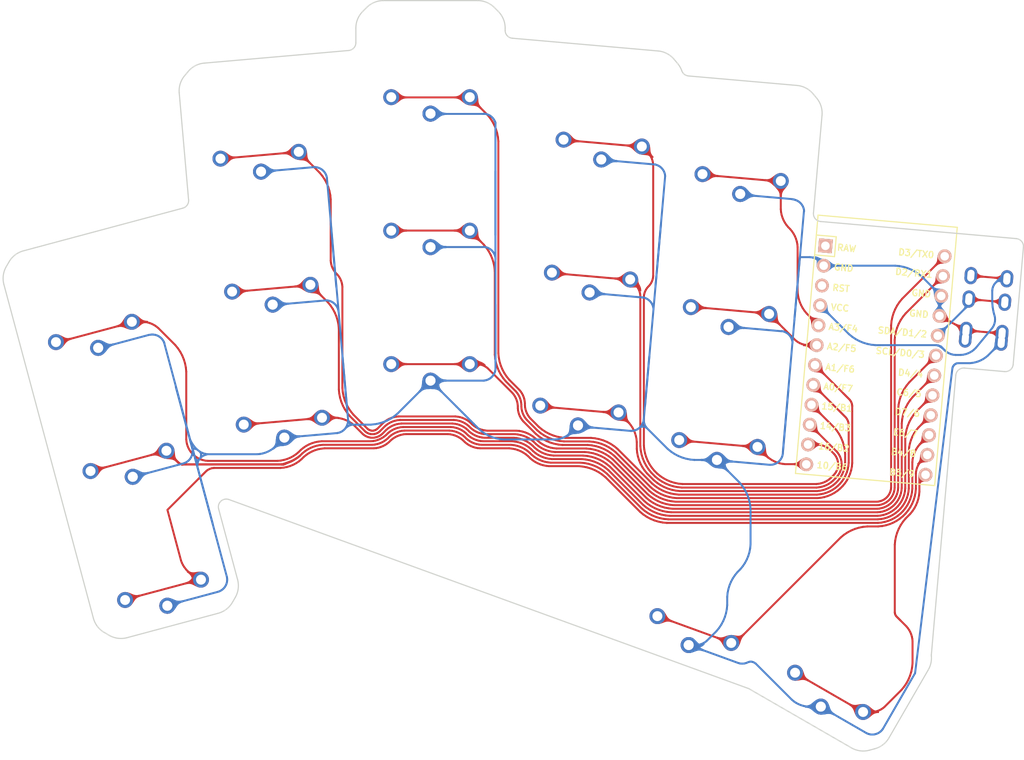
<source format=kicad_pcb>
(kicad_pcb (version 20171130) (host pcbnew "(5.1.10-1-10_14)")
  (title_block (title KEYBOARD_NAME_HERE) (rev VERSION_HERE) (company YOUR_NAME_HERE))
  (layers (0 F.Cu signal) (31 B.Cu signal) (34 B.Paste user) (35 F.Paste user) (36 B.SilkS user) (37 F.SilkS user) (38 B.Mask user) (39 F.Mask user) (44 Edge.Cuts user))
  (net 0 "")
  (net 1 P7)
  (net 2 GND)
  (net 3 P6)
  (net 4 P5)
  (net 5 P4)
  (net 6 P3)
  (net 7 P0)
  (net 8 P1)
  (net 9 P19)
  (net 10 P18)
  (net 11 P15)
  (net 12 P14)
  (net 13 P16)
  (net 14 P10)
  (net 15 P20)
  (net 16 P21)
  (net 17 P8)
  (net 18 P9)
  (net 19 RAW)
  (net 20 RST)
  (net 21 VCC)
  (net 22 P2)
  (module PG1350 (layer F.Cu) (at 106.708534 70.012148 175)
    (fp_text reference S20 hide)
    (fp_text value "" hide)
    (pad "" np_thru_hole circle (at 0 0) (size 3.429 3.429) (drill 3.429) (layers *.Cu *.Mask))
    (pad "" np_thru_hole circle (at 5.5 0) (size 1.7018 1.7018) (drill 1.7018) (layers *.Cu *.Mask))
    (pad "" np_thru_hole circle (at -5.5 0) (size 1.7018 1.7018) (drill 1.7018) (layers *.Cu *.Mask))
    (pad 1 thru_hole circle (at 5 -3.8) (size 2.032 2.032) (drill 1.27) (layers *.Cu *.Mask) (net 11 P15))
    (pad 2 thru_hole circle (at 0 -5.9) (size 2.032 2.032) (drill 1.27) (layers *.Cu *.Mask) (net 2 GND))
    (pad 1 thru_hole circle (at -5 -3.8) (size 2.032 2.032) (drill 1.27) (layers *.Cu *.Mask) (net 11 P15))
    (pad 2 thru_hole circle (at 0 -5.9) (size 2.032 2.032) (drill 1.27) (layers *.Cu *.Mask) (net 2 GND))
  )
  (module PG1350 (layer F.Cu) (at 52.402636 93.153449 195)
    (fp_text reference S2 hide)
    (fp_text value "" hide)
    (pad "" np_thru_hole circle (at 0 0) (size 3.429 3.429) (drill 3.429) (layers *.Cu *.Mask))
    (pad "" np_thru_hole circle (at 5.5 0) (size 1.7018 1.7018) (drill 1.7018) (layers *.Cu *.Mask))
    (pad "" np_thru_hole circle (at -5.5 0) (size 1.7018 1.7018) (drill 1.7018) (layers *.Cu *.Mask))
    (pad 1 thru_hole circle (at 5 -3.8) (size 2.032 2.032) (drill 1.27) (layers *.Cu *.Mask) (net 1 P7))
    (pad 2 thru_hole circle (at 0 -5.9) (size 2.032 2.032) (drill 1.27) (layers *.Cu *.Mask) (net 2 GND))
    (pad 1 thru_hole circle (at -5 -3.8) (size 2.032 2.032) (drill 1.27) (layers *.Cu *.Mask) (net 1 P7))
    (pad 2 thru_hole circle (at 0 -5.9) (size 2.032 2.032) (drill 1.27) (layers *.Cu *.Mask) (net 2 GND))
  )
  (module PG1350 (layer F.Cu) (at 48.002735 76.732649 195)
    (fp_text reference S4 hide)
    (fp_text value "" hide)
    (pad "" np_thru_hole circle (at 0 0) (size 3.429 3.429) (drill 3.429) (layers *.Cu *.Mask))
    (pad "" np_thru_hole circle (at 5.5 0) (size 1.7018 1.7018) (drill 1.7018) (layers *.Cu *.Mask))
    (pad "" np_thru_hole circle (at -5.5 0) (size 1.7018 1.7018) (drill 1.7018) (layers *.Cu *.Mask))
    (pad 1 thru_hole circle (at 5 -3.8) (size 2.032 2.032) (drill 1.27) (layers *.Cu *.Mask) (net 3 P6))
    (pad 2 thru_hole circle (at 0 -5.9) (size 2.032 2.032) (drill 1.27) (layers *.Cu *.Mask) (net 2 GND))
    (pad 1 thru_hole circle (at -5 -3.8) (size 2.032 2.032) (drill 1.27) (layers *.Cu *.Mask) (net 3 P6))
    (pad 2 thru_hole circle (at 0 -5.9) (size 2.032 2.032) (drill 1.27) (layers *.Cu *.Mask) (net 2 GND))
  )
  (module PG1350 (layer F.Cu) (at 43.602735 60.311949 195)
    (fp_text reference S6 hide)
    (fp_text value "" hide)
    (pad "" np_thru_hole circle (at 0 0) (size 3.429 3.429) (drill 3.429) (layers *.Cu *.Mask))
    (pad "" np_thru_hole circle (at 5.5 0) (size 1.7018 1.7018) (drill 1.7018) (layers *.Cu *.Mask))
    (pad "" np_thru_hole circle (at -5.5 0) (size 1.7018 1.7018) (drill 1.7018) (layers *.Cu *.Mask))
    (pad 1 thru_hole circle (at 5 -3.8) (size 2.032 2.032) (drill 1.27) (layers *.Cu *.Mask) (net 4 P5))
    (pad 2 thru_hole circle (at 0 -5.9) (size 2.032 2.032) (drill 1.27) (layers *.Cu *.Mask) (net 2 GND))
    (pad 1 thru_hole circle (at -5 -3.8) (size 2.032 2.032) (drill 1.27) (layers *.Cu *.Mask) (net 4 P5))
    (pad 2 thru_hole circle (at 0 -5.9) (size 2.032 2.032) (drill 1.27) (layers *.Cu *.Mask) (net 2 GND))
  )
  (module PG1350 (layer F.Cu) (at 68.307636 71.559348 185)
    (fp_text reference S8 hide)
    (fp_text value "" hide)
    (pad "" np_thru_hole circle (at 0 0) (size 3.429 3.429) (drill 3.429) (layers *.Cu *.Mask))
    (pad "" np_thru_hole circle (at 5.5 0) (size 1.7018 1.7018) (drill 1.7018) (layers *.Cu *.Mask))
    (pad "" np_thru_hole circle (at -5.5 0) (size 1.7018 1.7018) (drill 1.7018) (layers *.Cu *.Mask))
    (pad 1 thru_hole circle (at 5 -3.8) (size 2.032 2.032) (drill 1.27) (layers *.Cu *.Mask) (net 5 P4))
    (pad 2 thru_hole circle (at 0 -5.9) (size 2.032 2.032) (drill 1.27) (layers *.Cu *.Mask) (net 2 GND))
    (pad 1 thru_hole circle (at -5 -3.8) (size 2.032 2.032) (drill 1.27) (layers *.Cu *.Mask) (net 5 P4))
    (pad 2 thru_hole circle (at 0 -5.9) (size 2.032 2.032) (drill 1.27) (layers *.Cu *.Mask) (net 2 GND))
  )
  (module PG1350 (layer F.Cu) (at 66.825935 54.624049 185)
    (fp_text reference S10 hide)
    (fp_text value "" hide)
    (pad "" np_thru_hole circle (at 0 0) (size 3.429 3.429) (drill 3.429) (layers *.Cu *.Mask))
    (pad "" np_thru_hole circle (at 5.5 0) (size 1.7018 1.7018) (drill 1.7018) (layers *.Cu *.Mask))
    (pad "" np_thru_hole circle (at -5.5 0) (size 1.7018 1.7018) (drill 1.7018) (layers *.Cu *.Mask))
    (pad 1 thru_hole circle (at 5 -3.8) (size 2.032 2.032) (drill 1.27) (layers *.Cu *.Mask) (net 6 P3))
    (pad 2 thru_hole circle (at 0 -5.9) (size 2.032 2.032) (drill 1.27) (layers *.Cu *.Mask) (net 2 GND))
    (pad 1 thru_hole circle (at -5 -3.8) (size 2.032 2.032) (drill 1.27) (layers *.Cu *.Mask) (net 6 P3))
    (pad 2 thru_hole circle (at 0 -5.9) (size 2.032 2.032) (drill 1.27) (layers *.Cu *.Mask) (net 2 GND))
  )
  (module PG1350 (layer F.Cu) (at 65.344335 37.688747 185)
    (fp_text reference S12 hide)
    (fp_text value "" hide)
    (pad "" np_thru_hole circle (at 0 0) (size 3.429 3.429) (drill 3.429) (layers *.Cu *.Mask))
    (pad "" np_thru_hole circle (at 5.5 0) (size 1.7018 1.7018) (drill 1.7018) (layers *.Cu *.Mask))
    (pad "" np_thru_hole circle (at -5.5 0) (size 1.7018 1.7018) (drill 1.7018) (layers *.Cu *.Mask))
    (pad 1 thru_hole circle (at 5 -3.8) (size 2.032 2.032) (drill 1.27) (layers *.Cu *.Mask) (net 7 P0))
    (pad 2 thru_hole circle (at 0 -5.9) (size 2.032 2.032) (drill 1.27) (layers *.Cu *.Mask) (net 2 GND))
    (pad 1 thru_hole circle (at -5 -3.8) (size 2.032 2.032) (drill 1.27) (layers *.Cu *.Mask) (net 7 P0))
    (pad 2 thru_hole circle (at 0 -5.9) (size 2.032 2.032) (drill 1.27) (layers *.Cu *.Mask) (net 2 GND))
  )
  (module PG1350 (layer F.Cu) (at 87.426936 64.280747 180)
    (fp_text reference S14 hide)
    (fp_text value "" hide)
    (pad "" np_thru_hole circle (at 0 0) (size 3.429 3.429) (drill 3.429) (layers *.Cu *.Mask))
    (pad "" np_thru_hole circle (at 5.5 0) (size 1.7018 1.7018) (drill 1.7018) (layers *.Cu *.Mask))
    (pad "" np_thru_hole circle (at -5.5 0) (size 1.7018 1.7018) (drill 1.7018) (layers *.Cu *.Mask))
    (pad 1 thru_hole circle (at 5 -3.8) (size 2.032 2.032) (drill 1.27) (layers *.Cu *.Mask) (net 8 P1))
    (pad 2 thru_hole circle (at 0 -5.9) (size 2.032 2.032) (drill 1.27) (layers *.Cu *.Mask) (net 2 GND))
    (pad 1 thru_hole circle (at -5 -3.8) (size 2.032 2.032) (drill 1.27) (layers *.Cu *.Mask) (net 8 P1))
    (pad 2 thru_hole circle (at 0 -5.9) (size 2.032 2.032) (drill 1.27) (layers *.Cu *.Mask) (net 2 GND))
  )
  (module PG1350 (layer F.Cu) (at 87.426935 47.280747 180)
    (fp_text reference S16 hide)
    (fp_text value "" hide)
    (pad "" np_thru_hole circle (at 0 0) (size 3.429 3.429) (drill 3.429) (layers *.Cu *.Mask))
    (pad "" np_thru_hole circle (at 5.5 0) (size 1.7018 1.7018) (drill 1.7018) (layers *.Cu *.Mask))
    (pad "" np_thru_hole circle (at -5.5 0) (size 1.7018 1.7018) (drill 1.7018) (layers *.Cu *.Mask))
    (pad 1 thru_hole circle (at 5 -3.8) (size 2.032 2.032) (drill 1.27) (layers *.Cu *.Mask) (net 9 P19))
    (pad 2 thru_hole circle (at 0 -5.9) (size 2.032 2.032) (drill 1.27) (layers *.Cu *.Mask) (net 2 GND))
    (pad 1 thru_hole circle (at -5 -3.8) (size 2.032 2.032) (drill 1.27) (layers *.Cu *.Mask) (net 9 P19))
    (pad 2 thru_hole circle (at 0 -5.9) (size 2.032 2.032) (drill 1.27) (layers *.Cu *.Mask) (net 2 GND))
  )
  (module PG1350 (layer F.Cu) (at 87.426936 30.280749 180)
    (fp_text reference S18 hide)
    (fp_text value "" hide)
    (pad "" np_thru_hole circle (at 0 0) (size 3.429 3.429) (drill 3.429) (layers *.Cu *.Mask))
    (pad "" np_thru_hole circle (at 5.5 0) (size 1.7018 1.7018) (drill 1.7018) (layers *.Cu *.Mask))
    (pad "" np_thru_hole circle (at -5.5 0) (size 1.7018 1.7018) (drill 1.7018) (layers *.Cu *.Mask))
    (pad 1 thru_hole circle (at 5 -3.8) (size 2.032 2.032) (drill 1.27) (layers *.Cu *.Mask) (net 10 P18))
    (pad 2 thru_hole circle (at 0 -5.9) (size 2.032 2.032) (drill 1.27) (layers *.Cu *.Mask) (net 2 GND))
    (pad 1 thru_hole circle (at -5 -3.8) (size 2.032 2.032) (drill 1.27) (layers *.Cu *.Mask) (net 10 P18))
    (pad 2 thru_hole circle (at 0 -5.9) (size 2.032 2.032) (drill 1.27) (layers *.Cu *.Mask) (net 2 GND))
  )
  (module PG1350 (layer F.Cu) (at 108.190235 53.076848 175)
    (fp_text reference S22 hide)
    (fp_text value "" hide)
    (pad "" np_thru_hole circle (at 0 0) (size 3.429 3.429) (drill 3.429) (layers *.Cu *.Mask))
    (pad "" np_thru_hole circle (at 5.5 0) (size 1.7018 1.7018) (drill 1.7018) (layers *.Cu *.Mask))
    (pad "" np_thru_hole circle (at -5.5 0) (size 1.7018 1.7018) (drill 1.7018) (layers *.Cu *.Mask))
    (pad 1 thru_hole circle (at 5 -3.8) (size 2.032 2.032) (drill 1.27) (layers *.Cu *.Mask) (net 12 P14))
    (pad 2 thru_hole circle (at 0 -5.9) (size 2.032 2.032) (drill 1.27) (layers *.Cu *.Mask) (net 2 GND))
    (pad 1 thru_hole circle (at -5 -3.8) (size 2.032 2.032) (drill 1.27) (layers *.Cu *.Mask) (net 12 P14))
    (pad 2 thru_hole circle (at 0 -5.9) (size 2.032 2.032) (drill 1.27) (layers *.Cu *.Mask) (net 2 GND))
  )
  (module PG1350 (layer F.Cu) (at 109.671836 36.141448 175)
    (fp_text reference S24 hide)
    (fp_text value "" hide)
    (pad "" np_thru_hole circle (at 0 0) (size 3.429 3.429) (drill 3.429) (layers *.Cu *.Mask))
    (pad "" np_thru_hole circle (at 5.5 0) (size 1.7018 1.7018) (drill 1.7018) (layers *.Cu *.Mask))
    (pad "" np_thru_hole circle (at -5.5 0) (size 1.7018 1.7018) (drill 1.7018) (layers *.Cu *.Mask))
    (pad 1 thru_hole circle (at 5 -3.8) (size 2.032 2.032) (drill 1.27) (layers *.Cu *.Mask) (net 13 P16))
    (pad 2 thru_hole circle (at 0 -5.9) (size 2.032 2.032) (drill 1.27) (layers *.Cu *.Mask) (net 2 GND))
    (pad 1 thru_hole circle (at -5 -3.8) (size 2.032 2.032) (drill 1.27) (layers *.Cu *.Mask) (net 13 P16))
    (pad 2 thru_hole circle (at 0 -5.9) (size 2.032 2.032) (drill 1.27) (layers *.Cu *.Mask) (net 2 GND))
  )
  (module PG1350 (layer F.Cu) (at 124.393135 74.403448 175)
    (fp_text reference S26 hide)
    (fp_text value "" hide)
    (pad "" np_thru_hole circle (at 0 0) (size 3.429 3.429) (drill 3.429) (layers *.Cu *.Mask))
    (pad "" np_thru_hole circle (at 5.5 0) (size 1.7018 1.7018) (drill 1.7018) (layers *.Cu *.Mask))
    (pad "" np_thru_hole circle (at -5.5 0) (size 1.7018 1.7018) (drill 1.7018) (layers *.Cu *.Mask))
    (pad 1 thru_hole circle (at 5 -3.8) (size 2.032 2.032) (drill 1.27) (layers *.Cu *.Mask) (net 14 P10))
    (pad 2 thru_hole circle (at 0 -5.9) (size 2.032 2.032) (drill 1.27) (layers *.Cu *.Mask) (net 2 GND))
    (pad 1 thru_hole circle (at -5 -3.8) (size 2.032 2.032) (drill 1.27) (layers *.Cu *.Mask) (net 14 P10))
    (pad 2 thru_hole circle (at 0 -5.9) (size 2.032 2.032) (drill 1.27) (layers *.Cu *.Mask) (net 2 GND))
  )
  (module PG1350 (layer F.Cu) (at 125.874735 57.468148 175)
    (fp_text reference S28 hide)
    (fp_text value "" hide)
    (pad "" np_thru_hole circle (at 0 0) (size 3.429 3.429) (drill 3.429) (layers *.Cu *.Mask))
    (pad "" np_thru_hole circle (at 5.5 0) (size 1.7018 1.7018) (drill 1.7018) (layers *.Cu *.Mask))
    (pad "" np_thru_hole circle (at -5.5 0) (size 1.7018 1.7018) (drill 1.7018) (layers *.Cu *.Mask))
    (pad 1 thru_hole circle (at 5 -3.8) (size 2.032 2.032) (drill 1.27) (layers *.Cu *.Mask) (net 15 P20))
    (pad 2 thru_hole circle (at 0 -5.9) (size 2.032 2.032) (drill 1.27) (layers *.Cu *.Mask) (net 2 GND))
    (pad 1 thru_hole circle (at -5 -3.8) (size 2.032 2.032) (drill 1.27) (layers *.Cu *.Mask) (net 15 P20))
    (pad 2 thru_hole circle (at 0 -5.9) (size 2.032 2.032) (drill 1.27) (layers *.Cu *.Mask) (net 2 GND))
  )
  (module PG1350 (layer F.Cu) (at 127.356436 40.532848 175)
    (fp_text reference S30 hide)
    (fp_text value "" hide)
    (pad "" np_thru_hole circle (at 0 0) (size 3.429 3.429) (drill 3.429) (layers *.Cu *.Mask))
    (pad "" np_thru_hole circle (at 5.5 0) (size 1.7018 1.7018) (drill 1.7018) (layers *.Cu *.Mask))
    (pad "" np_thru_hole circle (at -5.5 0) (size 1.7018 1.7018) (drill 1.7018) (layers *.Cu *.Mask))
    (pad 1 thru_hole circle (at 5 -3.8) (size 2.032 2.032) (drill 1.27) (layers *.Cu *.Mask) (net 16 P21))
    (pad 2 thru_hole circle (at 0 -5.9) (size 2.032 2.032) (drill 1.27) (layers *.Cu *.Mask) (net 2 GND))
    (pad 1 thru_hole circle (at -5 -3.8) (size 2.032 2.032) (drill 1.27) (layers *.Cu *.Mask) (net 16 P21))
    (pad 2 thru_hole circle (at 0 -5.9) (size 2.032 2.032) (drill 1.27) (layers *.Cu *.Mask) (net 2 GND))
  )
  (module PG1350 (layer F.Cu) (at 122.301335 98.312149 160)
    (fp_text reference S32 hide)
    (fp_text value "" hide)
    (pad "" np_thru_hole circle (at 0 0) (size 3.429 3.429) (drill 3.429) (layers *.Cu *.Mask))
    (pad "" np_thru_hole circle (at 5.5 0) (size 1.7018 1.7018) (drill 1.7018) (layers *.Cu *.Mask))
    (pad "" np_thru_hole circle (at -5.5 0) (size 1.7018 1.7018) (drill 1.7018) (layers *.Cu *.Mask))
    (pad 1 thru_hole circle (at 5 -3.8) (size 2.032 2.032) (drill 1.27) (layers *.Cu *.Mask) (net 17 P8))
    (pad 2 thru_hole circle (at 0 -5.9) (size 2.032 2.032) (drill 1.27) (layers *.Cu *.Mask) (net 2 GND))
    (pad 1 thru_hole circle (at -5 -3.8) (size 2.032 2.032) (drill 1.27) (layers *.Cu *.Mask) (net 17 P8))
    (pad 2 thru_hole circle (at 0 -5.9) (size 2.032 2.032) (drill 1.27) (layers *.Cu *.Mask) (net 2 GND))
  )
  (module PG1350 (layer F.Cu) (at 140.053535 106.590147 150)
    (fp_text reference S34 hide)
    (fp_text value "" hide)
    (pad "" np_thru_hole circle (at 0 0) (size 3.429 3.429) (drill 3.429) (layers *.Cu *.Mask))
    (pad "" np_thru_hole circle (at 5.5 0) (size 1.7018 1.7018) (drill 1.7018) (layers *.Cu *.Mask))
    (pad "" np_thru_hole circle (at -5.5 0) (size 1.7018 1.7018) (drill 1.7018) (layers *.Cu *.Mask))
    (pad 1 thru_hole circle (at 5 -3.8) (size 2.032 2.032) (drill 1.27) (layers *.Cu *.Mask) (net 18 P9))
    (pad 2 thru_hole circle (at 0 -5.9) (size 2.032 2.032) (drill 1.27) (layers *.Cu *.Mask) (net 2 GND))
    (pad 1 thru_hole circle (at -5 -3.8) (size 2.032 2.032) (drill 1.27) (layers *.Cu *.Mask) (net 18 P9))
    (pad 2 thru_hole circle (at 0 -5.9) (size 2.032 2.032) (drill 1.27) (layers *.Cu *.Mask) (net 2 GND))
  )
  (module ProMicro (layer F.Cu) (at 144.061535 67.591748 265)
    (fp_text reference C1 hide)
    (fp_text value "" hide)
    (fp_text user RAW (at -13.904557 6.196978 355) (layer F.SilkS) (effects (font (size 0.8 0.8)) (justify left)))
    (fp_text user GND (at -11.379208 6.377567 355) (layer F.SilkS) (effects (font (size 0.8 0.8)) (justify left)))
    (fp_text user RST (at -8.754506 6.348699 355) (layer F.SilkS) (effects (font (size 0.8 0.8)) (justify left)))
    (fp_text user VCC (at -6.263752 6.33155 355) (layer F.SilkS) (effects (font (size 0.8 0.8)) (justify left)))
    (fp_text user A3/F4 (at -3.747119 6.41252 355) (layer F.SilkS) (effects (font (size 0.8 0.8)) (justify left)))
    (fp_text user A2/F5 (at -1.239201 6.393869 355) (layer F.SilkS) (effects (font (size 0.8 0.8)) (justify left)))
    (fp_text user A1/F6 (at 1.406757 6.363142 355) (layer F.SilkS) (effects (font (size 0.8 0.8)) (justify left)))
    (fp_text user A0/F7 (at 3.880612 6.397662 355) (layer F.SilkS) (effects (font (size 0.8 0.8)) (justify left)))
    (fp_text user 15/B1 (at 6.392888 6.428822 355) (layer F.SilkS) (effects (font (size 0.8 0.8)) (justify left)))
    (fp_text user 14/B3 (at 8.900805 6.410171 355) (layer F.SilkS) (effects (font (size 0.8 0.8)) (justify left)))
    (fp_text user 16/B2 (at 11.508343 6.382805 355) (layer F.SilkS) (effects (font (size 0.8 0.8)) (justify left)))
    (fp_text user 10/B6 (at 13.916641 6.37287 355) (layer F.SilkS) (effects (font (size 0.8 0.8)) (justify left)))
    (fp_text user D3/TX0 (at -13.997809 -6.342611 355) (layer F.SilkS) (effects (font (size 0.8 0.8)) (justify right)))
    (fp_text user D2/RX1 (at -11.489891 -6.361262 355) (layer F.SilkS) (effects (font (size 0.8 0.8)) (justify right)))
    (fp_text user GND (at -8.981973 -6.379912 355) (layer F.SilkS) (effects (font (size 0.8 0.8)) (justify right)))
    (fp_text user GND (at -6.36572 -6.307658 355) (layer F.SilkS) (effects (font (size 0.8 0.8)) (justify right)))
    (fp_text user SDA/D1/2 (at -3.857802 -6.326309 355) (layer F.SilkS) (effects (font (size 0.8 0.8)) (justify right)))
    (fp_text user SCL/D0/3 (at -1.241549 -6.254055 355) (layer F.SilkS) (effects (font (size 0.8 0.8)) (justify right)))
    (fp_text user D4/4 (at 1.266369 -6.272706 355) (layer F.SilkS) (effects (font (size 0.8 0.8)) (justify right)))
    (fp_text user C6/5 (at 3.774286 -6.291356 355) (layer F.SilkS) (effects (font (size 0.8 0.8)) (justify right)))
    (fp_text user D7/6 (at 6.282204 -6.310007 355) (layer F.SilkS) (effects (font (size 0.8 0.8)) (justify right)))
    (fp_text user E6/7 (at 8.898457 -6.237753 355) (layer F.SilkS) (effects (font (size 0.8 0.8)) (justify right)))
    (fp_text user B4/8 (at 11.406375 -6.256404 355) (layer F.SilkS) (effects (font (size 0.8 0.8)) (justify right)))
    (fp_text user B5/9 (at 14.013913 -6.28377 355) (layer F.SilkS) (effects (font (size 0.8 0.8)) (justify right)))
    (pad 1 thru_hole rect (at -13.97 7.62 265) (size 1.7526 1.7526) (drill 1.0922) (layers *.Cu *.SilkS *.Mask) (net 19 RAW))
    (pad 2 thru_hole circle (at -11.43 7.62) (size 1.7526 1.7526) (drill 1.0922) (layers *.Cu *.SilkS *.Mask) (net 2 GND))
    (pad 3 thru_hole circle (at -8.89 7.62) (size 1.7526 1.7526) (drill 1.0922) (layers *.Cu *.SilkS *.Mask) (net 20 RST))
    (pad 4 thru_hole circle (at -6.35 7.62) (size 1.7526 1.7526) (drill 1.0922) (layers *.Cu *.SilkS *.Mask) (net 21 VCC))
    (pad 5 thru_hole circle (at -3.81 7.62) (size 1.7526 1.7526) (drill 1.0922) (layers *.Cu *.SilkS *.Mask) (net 16 P21))
    (pad 6 thru_hole circle (at -1.27 7.62) (size 1.7526 1.7526) (drill 1.0922) (layers *.Cu *.SilkS *.Mask) (net 15 P20))
    (pad 7 thru_hole circle (at 1.27 7.62) (size 1.7526 1.7526) (drill 1.0922) (layers *.Cu *.SilkS *.Mask) (net 9 P19))
    (pad 8 thru_hole circle (at 3.81 7.62) (size 1.7526 1.7526) (drill 1.0922) (layers *.Cu *.SilkS *.Mask) (net 10 P18))
    (pad 9 thru_hole circle (at 6.35 7.62) (size 1.7526 1.7526) (drill 1.0922) (layers *.Cu *.SilkS *.Mask) (net 11 P15))
    (pad 10 thru_hole circle (at 8.89 7.62) (size 1.7526 1.7526) (drill 1.0922) (layers *.Cu *.SilkS *.Mask) (net 12 P14))
    (pad 11 thru_hole circle (at 11.43 7.62) (size 1.7526 1.7526) (drill 1.0922) (layers *.Cu *.SilkS *.Mask) (net 13 P16))
    (pad 12 thru_hole circle (at 13.97 7.62) (size 1.7526 1.7526) (drill 1.0922) (layers *.Cu *.SilkS *.Mask) (net 14 P10))
    (pad 13 thru_hole circle (at -13.97 -7.62) (size 1.7526 1.7526) (drill 1.0922) (layers *.Cu *.SilkS *.Mask) (net 8 P1))
    (pad 14 thru_hole circle (at -11.43 -7.62) (size 1.7526 1.7526) (drill 1.0922) (layers *.Cu *.SilkS *.Mask) (net 7 P0))
    (pad 15 thru_hole circle (at -8.89 -7.62) (size 1.7526 1.7526) (drill 1.0922) (layers *.Cu *.SilkS *.Mask) (net 2 GND))
    (pad 16 thru_hole circle (at -6.35 -7.62) (size 1.7526 1.7526) (drill 1.0922) (layers *.Cu *.SilkS *.Mask) (net 2 GND))
    (pad 17 thru_hole circle (at -3.81 -7.62) (size 1.7526 1.7526) (drill 1.0922) (layers *.Cu *.SilkS *.Mask) (net 22 P2))
    (pad 18 thru_hole circle (at -1.27 -7.62) (size 1.7526 1.7526) (drill 1.0922) (layers *.Cu *.SilkS *.Mask) (net 6 P3))
    (pad 19 thru_hole circle (at 1.27 -7.62) (size 1.7526 1.7526) (drill 1.0922) (layers *.Cu *.SilkS *.Mask) (net 5 P4))
    (pad 20 thru_hole circle (at 3.81 -7.62) (size 1.7526 1.7526) (drill 1.0922) (layers *.Cu *.SilkS *.Mask) (net 4 P5))
    (pad 21 thru_hole circle (at 6.35 -7.62) (size 1.7526 1.7526) (drill 1.0922) (layers *.Cu *.SilkS *.Mask) (net 3 P6))
    (pad 22 thru_hole circle (at 8.89 -7.62) (size 1.7526 1.7526) (drill 1.0922) (layers *.Cu *.SilkS *.Mask) (net 1 P7))
    (pad 23 thru_hole circle (at 11.43 -7.62) (size 1.7526 1.7526) (drill 1.0922) (layers *.Cu *.SilkS *.Mask) (net 17 P8))
    (pad 24 thru_hole circle (at 13.97 -7.62) (size 1.7526 1.7526) (drill 1.0922) (layers *.Cu *.SilkS *.Mask) (net 18 P9))
  )
  (module TRRS-PJ-320A-dual (layer F.Cu) (at 161.059035 54.021558 355)
    (fp_text reference T1 hide)
    (fp_text value "" hide)
    (pad "" np_thru_hole circle (at -2.3 8.6) (size 1.5 1.5) (drill 1.5) (layers *.Cu *.Mask))
    (pad "" np_thru_hole circle (at -2.3 1.6) (size 1.5 1.5) (drill 1.5) (layers *.Cu *.Mask))
    (pad 1 thru_hole oval (at 0 11.3 355) (size 1.6 2.2) (drill oval 0.9 1.5) (layers *.Cu *.Mask) (net 2 GND))
    (pad 2 thru_hole oval (at -4.6 10.2 355) (size 1.6 2.2) (drill oval 0.9 1.5) (layers *.Cu *.Mask) (net 2 GND))
    (pad 3 thru_hole oval (at -4.6 6.2 355) (size 1.6 2.2) (drill oval 0.9 1.5) (layers *.Cu *.Mask) (net 22 P2))
    (pad 4 thru_hole oval (at -4.6 3.2 355) (size 1.6 2.2) (drill oval 0.9 1.5) (layers *.Cu *.Mask) (net 21 VCC))
    (pad 1 thru_hole oval (at -4.6 11.3 355) (size 1.6 2.2) (drill oval 0.9 1.5) (layers *.Cu *.Mask) (net 2 GND))
    (pad 2 thru_hole oval (at 0 10.2 355) (size 1.6 2.2) (drill oval 0.9 1.5) (layers *.Cu *.Mask) (net 2 GND))
    (pad 3 thru_hole oval (at 0 6.2 355) (size 1.6 2.2) (drill oval 0.9 1.5) (layers *.Cu *.Mask) (net 22 P2))
    (pad 4 thru_hole oval (at 0 3.2 355) (size 1.6 2.2) (drill oval 0.9 1.5) (layers *.Cu *.Mask) (net 21 VCC))
  )
  (gr_line (start 46.52989 102.616604) (end 45.918859 102.263826) (angle 90) (layer Edge.Cuts) (width 0.15))
  (gr_arc (start 47.41819 99.665362) (end 44.520411 100.441818) (angle -45) (layer Edge.Cuts) (width 0.15))
  (gr_line (start 33.132373 57.941083) (end 44.520411 100.441818) (angle 90) (layer Edge.Cuts) (width 0.15))
  (gr_line (start 60.46148 86.52434) (end 62.873002 95.524257) (angle 90) (layer Edge.Cuts) (width 0.15))
  (gr_arc (start 59.975223 96.300714) (end 62.5733 97.800714) (angle -45) (layer Edge.Cuts) (width 0.15))
  (gr_line (start 62.572915 97.801385) (end 62.220135 98.412416) (angle 90) (layer Edge.Cuts) (width 0.15))
  (gr_arc (start 59.621671 96.913087) (end 60.398128 99.810864) (angle -45) (layer Edge.Cuts) (width 0.15))
  (gr_line (start 60.398128 99.810864) (end 48.807018 102.916693) (angle 90) (layer Edge.Cuts) (width 0.15))
  (gr_arc (start 48.03056 100.018915) (end 46.530562 102.616991) (angle -44.99999992) (layer Edge.Cuts) (width 0.15))
  (gr_arc (start 36.030151 57.164627) (end 33.432075 55.664625) (angle -44.99999992) (layer Edge.Cuts) (width 0.15))
  (gr_line (start 33.432462 55.663956) (end 33.785241 55.052926) (angle 90) (layer Edge.Cuts) (width 0.15))
  (gr_arc (start 36.383704 56.552252) (end 35.607249 53.654478) (angle -45) (layer Edge.Cuts) (width 0.15))
  (gr_line (start 35.607249 53.654478) (end 55.899654 48.21714) (angle 90) (layer Edge.Cuts) (width 0.15))
  (gr_line (start 55.444705 33.535743) (end 56.637028 47.164062) (angle 90) (layer Edge.Cuts) (width 0.15))
  (gr_arc (start 58.43329 33.274274) (end 56.135156 31.345912) (angle -45) (layer Edge.Cuts) (width 0.15))
  (gr_line (start 56.135652 31.345319) (end 56.589176 30.80483) (angle 90) (layer Edge.Cuts) (width 0.15))
  (gr_arc (start 58.887808 32.7326) (end 58.626343 29.744017) (angle -45) (layer Edge.Cuts) (width 0.15))
  (gr_line (start 58.626343 29.744017) (end 77.014054 28.135301) (angle 90) (layer Edge.Cuts) (width 0.15))
  (gr_line (start 77.926898 27.139105) (end 77.926897 25.28076) (angle 90) (layer Edge.Cuts) (width 0.15))
  (gr_arc (start 80.926898 25.28076) (end 78.80558 23.159438) (angle -45) (layer Edge.Cuts) (width 0.15))
  (gr_line (start 78.806126 23.158891) (end 79.30503 22.659987) (angle 90) (layer Edge.Cuts) (width 0.15))
  (gr_arc (start 81.426898 24.78076) (end 81.426898 21.78076) (angle -45) (layer Edge.Cuts) (width 0.15))
  (gr_line (start 81.426898 21.78076) (end 93.4269 21.78076) (angle 90) (layer Edge.Cuts) (width 0.15))
  (gr_arc (start 93.426899 24.780761) (end 95.54822 22.65944) (angle -45) (layer Edge.Cuts) (width 0.15))
  (gr_line (start 95.548767 22.659987) (end 96.047674 23.158892) (angle 90) (layer Edge.Cuts) (width 0.15))
  (gr_arc (start 93.926898 25.280761) (end 96.926898 25.28076) (angle -45) (layer Edge.Cuts) (width 0.15))
  (gr_line (start 96.926898 25.28076) (end 96.926899 25.577658) (angle 90) (layer Edge.Cuts) (width 0.15))
  (gr_line (start 97.839742 26.573854) (end 116.389833 28.196775) (angle 90) (layer Edge.Cuts) (width 0.15))
  (gr_arc (start 116.128367 31.185361) (end 118.426499 29.256998) (angle -45) (layer Edge.Cuts) (width 0.15))
  (gr_line (start 118.426999 29.257589) (end 118.880522 29.798079) (angle 90) (layer Edge.Cuts) (width 0.15))
  (gr_arc (start 116.582886 31.727035) (end 119.408631 30.719481) (angle -20.37568221) (layer Edge.Cuts) (width 0.15))
  (gr_line (start 151.171633 105.07703) (end 154.285092 69.490032) (angle 90) (layer Edge.Cuts) (width 0.15))
  (gr_line (start 137.075625 49.915643) (end 161.980492 52.094535) (angle 90) (layer Edge.Cuts) (width 0.15))
  (gr_line (start 161.582196 68.120806) (end 162.889532 53.177886) (angle 90) (layer Edge.Cuts) (width 0.15))
  (gr_line (start 160.498845 69.029846) (end 155.368442 68.580993) (angle 90) (layer Edge.Cuts) (width 0.15))
  (gr_line (start 120.26339 31.379825) (end 134.074397 32.588131) (angle 90) (layer Edge.Cuts) (width 0.15))
  (gr_arc (start 133.812928 35.576714) (end 136.111062 33.648352) (angle -45) (layer Edge.Cuts) (width 0.15))
  (gr_line (start 136.111559 33.648947) (end 136.565084 34.189433) (angle 90) (layer Edge.Cuts) (width 0.15))
  (gr_arc (start 134.26745 36.11839) (end 137.256033 36.379858) (angle -45) (layer Edge.Cuts) (width 0.15))
  (gr_line (start 136.166587 48.83229) (end 137.256033 36.379858) (angle 90) (layer Edge.Cuts) (width 0.15))
  (gr_line (start 61.769427 85.325829) (end 127.851435 109.377713) (angle 90) (layer Edge.Cuts) (width 0.15))
  (gr_arc (start 148.182809 105.510037) (end 150.780883 107.010038) (angle -34.9601627) (layer Edge.Cuts) (width 0.15))
  (gr_line (start 150.780884 107.010038) (end 145.780885 115.670291) (angle 90) (layer Edge.Cuts) (width 0.15))
  (gr_arc (start 143.182808 114.170292) (end 143.959265 117.06807) (angle -45) (layer Edge.Cuts) (width 0.15))
  (gr_line (start 143.958516 117.068269) (end 143.277001 117.250882) (angle 90) (layer Edge.Cuts) (width 0.15))
  (gr_arc (start 142.499796 114.353304) (end 140.999795 116.951382) (angle -45) (layer Edge.Cuts) (width 0.15))
  (gr_line (start 128.009414 109.45138) (end 140.999795 116.951382) (angle 90) (layer Edge.Cuts) (width 0.15))
  (gr_arc (start 55.640834 47.251216) (end 55.899654 48.21714) (angle -79.99999966) (layer Edge.Cuts) (width 0.15))
  (gr_arc (start 76.926899 27.139107) (end 77.014054 28.135301) (angle -85.00000245) (layer Edge.Cuts) (width 0.15))
  (gr_arc (start 97.9269 25.577659) (end 96.926899 25.577658) (angle -85.00000245) (layer Edge.Cuts) (width 0.15))
  (gr_arc (start 120.350545 30.38363) (end 119.408631 30.719481) (angle -65.37568466) (layer Edge.Cuts) (width 0.15))
  (gr_arc (start 137.16278 48.919447) (end 136.166587 48.83229) (angle -90) (layer Edge.Cuts) (width 0.15))
  (gr_arc (start 161.893338 53.09073) (end 162.889532 53.177886) (angle -90) (layer Edge.Cuts) (width 0.15))
  (gr_arc (start 160.586 68.033651) (end 160.498845 69.029846) (angle -90) (layer Edge.Cuts) (width 0.15))
  (gr_arc (start 155.281286 69.577188) (end 155.368442 68.580993) (angle -90) (layer Edge.Cuts) (width 0.15))
  (gr_arc (start 152.167827 105.164185) (end 151.171633 105.07703) (angle -9.960160253) (layer Edge.Cuts) (width 0.15))
  (gr_arc (start 127.509413 110.317406) (end 128.009414 109.45138) (angle -10.00000203) (layer Edge.Cuts) (width 0.15))
  (gr_arc (start 61.427407 86.265522) (end 61.769427 85.325829) (angle -124.999996) (layer Edge.Cuts) (width 0.15))
  (segment (start 115.928576 87.98807) (end 116.440238 88.143281) (width 0.25) (layer F.Cu) (net 1))
  (segment (start 144.832498 88.255776) (end 144.383478 88.3) (width 0.25) (layer F.Cu) (net 1))
  (segment (start 57.332855 95.137501) (end 57.358686 95.293964) (width 0.25) (layer F.Cu) (net 1))
  (segment (start 114.105146 86.895149) (end 114.518463 87.23435) (width 0.25) (layer F.Cu) (net 1))
  (segment (start 72.336184 79.207245) (end 71.966748 79.404712) (width 0.25) (layer F.Cu) (net 1))
  (segment (start 59.879675 81.30002) (end 59.720299 81.315718) (width 0.25) (layer F.Cu) (net 1))
  (segment (start 102.161377 81.03772) (end 102.54071 81.07508) (width 0.25) (layer F.Cu) (net 1))
  (segment (start 149.687684 78.302086) (end 149.46128 78.57796) (width 0.25) (layer F.Cu) (net 1))
  (segment (start 58.031439 82.553189) (end 57.91209 82.672538) (width 0.25) (layer F.Cu) (net 1))
  (segment (start 70.998427 80.199393) (end 70.674614 80.465139) (width 0.25) (layer F.Cu) (net 1))
  (segment (start 57.154312 94.879532) (end 57.262717 94.995275) (width 0.25) (layer F.Cu) (net 1))
  (segment (start 145.706785 88.036779) (end 145.27502 88.167753) (width 0.25) (layer F.Cu) (net 1))
  (segment (start 56.325061 94.238239) (end 56.489987 94.414328) (width 0.25) (layer F.Cu) (net 1))
  (segment (start 81.665313 78.365785) (end 81.397343 78.509018) (width 0.25) (layer F.Cu) (net 1))
  (segment (start 100.734462 80.527162) (end 101.070622 80.706844) (width 0.25) (layer F.Cu) (net 1))
  (segment (start 82.152829 78.004219) (end 81.917952 78.196977) (width 0.25) (layer F.Cu) (net 1))
  (segment (start 57.167981 95.714859) (end 57.033315 95.798601) (width 0.25) (layer F.Cu) (net 1))
  (segment (start 148.314112 85.673635) (end 148.101421 86.071551) (width 0.25) (layer F.Cu) (net 1))
  (segment (start 108.360488 81.591629) (end 108.832038 81.843678) (width 0.25) (layer F.Cu) (net 1))
  (segment (start 90.250323 77.080086) (end 90.541087 77.168289) (width 0.25) (layer F.Cu) (net 1))
  (segment (start 91.792147 78.004221) (end 92.027024 78.19698) (width 0.25) (layer F.Cu) (net 1))
  (segment (start 109.276613 82.140733) (end 109.689931 82.479934) (width 0.25) (layer F.Cu) (net 1))
  (segment (start 56.671379 94.573405) (end 56.867489 94.713935) (width 0.25) (layer F.Cu) (net 1))
  (segment (start 59.563228 81.346961) (end 59.409977 81.39345) (width 0.25) (layer F.Cu) (net 1))
  (segment (start 146.521549 87.651425) (end 146.123632 87.864115) (width 0.25) (layer F.Cu) (net 1))
  (segment (start 148.958201 79.519155) (end 148.854604 79.86067) (width 0.25) (layer F.Cu) (net 1))
  (segment (start 92.828354 78.6253) (end 93.119118 78.713502) (width 0.25) (layer F.Cu) (net 1))
  (segment (start 149.263007 78.874697) (end 149.094774 79.189439) (width 0.25) (layer F.Cu) (net 1))
  (segment (start 106.830428 81.127489) (end 106.298317 81.07508) (width 0.25) (layer F.Cu) (net 1))
  (segment (start 81.116625 78.625295) (end 80.825861 78.713497) (width 0.25) (layer F.Cu) (net 1))
  (segment (start 92.279665 78.365789) (end 92.547635 78.509022) (width 0.25) (layer F.Cu) (net 1))
  (segment (start 58.743994 81.840634) (end 58.627005 81.957623) (width 0.25) (layer F.Cu) (net 1))
  (segment (start 148.75 83.933479) (end 148.705775 84.3825) (width 0.25) (layer F.Cu) (net 1))
  (segment (start 84.295046 76.991025) (end 83.992662 77.020808) (width 0.25) (layer F.Cu) (net 1))
  (segment (start 148.617751 84.825023) (end 148.486777 85.256788) (width 0.25) (layer F.Cu) (net 1))
  (segment (start 59.262021 81.454735) (end 59.120784 81.530228) (width 0.25) (layer F.Cu) (net 1))
  (segment (start 55.916893 93.657017) (end 56.078538 93.916963) (width 0.25) (layer F.Cu) (net 1))
  (segment (start 148.78498 80.210695) (end 148.75 80.565859) (width 0.25) (layer F.Cu) (net 1))
  (segment (start 83.12317 77.284566) (end 82.8552 77.427798) (width 0.25) (layer F.Cu) (net 1))
  (segment (start 98.905619 79.170799) (end 99.241779 79.350481) (width 0.25) (layer F.Cu) (net 1))
  (segment (start 80.527852 78.772774) (end 80.225468 78.802556) (width 0.25) (layer F.Cu) (net 1))
  (segment (start 101.422777 80.85271) (end 101.787532 80.963357) (width 0.25) (layer F.Cu) (net 1))
  (segment (start 100.122884 80.073585) (end 100.417531 80.315396) (width 0.25) (layer F.Cu) (net 1))
  (segment (start 114.963038 87.531405) (end 115.434589 87.783454) (width 0.25) (layer F.Cu) (net 1))
  (segment (start 147.245478 87.114522) (end 146.896702 87.400755) (width 0.25) (layer F.Cu) (net 1))
  (segment (start 69.569866 81.055639) (end 69.169005 81.177239) (width 0.25) (layer F.Cu) (net 1))
  (segment (start 58.510017 82.074611) (end 58.393028 82.1916) (width 0.25) (layer F.Cu) (net 1))
  (segment (start 116.964651 88.247592) (end 117.496762 88.3) (width 0.25) (layer F.Cu) (net 1))
  (segment (start 89.952313 77.020808) (end 89.649928 76.991025) (width 0.25) (layer F.Cu) (net 1))
  (segment (start 147.850752 86.446705) (end 147.564519 86.795481) (width 0.25) (layer F.Cu) (net 1))
  (segment (start 82.602561 77.596607) (end 82.367683 77.789365) (width 0.25) (layer F.Cu) (net 1))
  (segment (start 97.814864 78.839922) (end 97.435531 78.80256) (width 0.25) (layer F.Cu) (net 1))
  (segment (start 83.694653 77.080086) (end 83.403889 77.168288) (width 0.25) (layer F.Cu) (net 1))
  (segment (start 98.188709 78.914284) (end 98.553464 79.024932) (width 0.25) (layer F.Cu) (net 1))
  (segment (start 71.618447 79.63744) (end 71.294634 79.903186) (width 0.25) (layer F.Cu) (net 1))
  (segment (start 68.758155 81.258961) (end 68.341274 81.30002) (width 0.25) (layer F.Cu) (net 1))
  (segment (start 58.987626 81.619202) (end 58.86383 81.720798) (width 0.25) (layer F.Cu) (net 1))
  (segment (start 73.951787 78.802556) (end 73.534906 78.843616) (width 0.25) (layer F.Cu) (net 1))
  (segment (start 57.337988 95.451187) (end 57.272541 95.595632) (width 0.25) (layer F.Cu) (net 1))
  (segment (start 73.124056 78.925339) (end 72.723195 79.046939) (width 0.25) (layer F.Cu) (net 1))
  (segment (start 91.342417 77.596609) (end 91.577295 77.789368) (width 0.25) (layer F.Cu) (net 1))
  (segment (start 90.821806 77.284566) (end 91.089776 77.427799) (width 0.25) (layer F.Cu) (net 1))
  (segment (start 107.35484 81.231801) (end 107.866502 81.387012) (width 0.25) (layer F.Cu) (net 1))
  (segment (start 99.558709 79.562247) (end 99.853356 79.804058) (width 0.25) (layer F.Cu) (net 1))
  (segment (start 58.270138 82.31449) (end 58.150789 82.433839) (width 0.25) (layer F.Cu) (net 1))
  (segment (start 93.417129 78.772779) (end 93.719514 78.80256) (width 0.25) (layer F.Cu) (net 1))
  (segment (start 55.67368 93.095991) (end 55.781506 93.382478) (width 0.25) (layer F.Cu) (net 1))
  (segment (start 70.326313 80.697867) (end 69.956877 80.895334) (width 0.25) (layer F.Cu) (net 1))
  (segment (start 81.665313 78.365785) (end 81.917952 78.196977) (width 0.25) (layer F.Cu) (net 1))
  (segment (start 69.169005 81.177239) (end 68.758155 81.258961) (width 0.25) (layer F.Cu) (net 1))
  (segment (start 149.46128 78.57796) (end 149.263007 78.874697) (width 0.25) (layer F.Cu) (net 1))
  (segment (start 73.534906 78.843616) (end 73.124056 78.925339) (width 0.25) (layer F.Cu) (net 1))
  (segment (start 70.674614 80.465139) (end 70.326313 80.697867) (width 0.25) (layer F.Cu) (net 1))
  (segment (start 91.342417 77.596609) (end 91.089776 77.427799) (width 0.25) (layer F.Cu) (net 1))
  (segment (start 57.167981 95.714859) (end 57.272541 95.595632) (width 0.25) (layer F.Cu) (net 1))
  (segment (start 148.101421 86.071551) (end 147.850752 86.446705) (width 0.25) (layer F.Cu) (net 1))
  (segment (start 148.705775 84.3825) (end 148.617751 84.825023) (width 0.25) (layer F.Cu) (net 1))
  (segment (start 114.518463 87.23435) (end 114.963038 87.531405) (width 0.25) (layer F.Cu) (net 1))
  (segment (start 83.992662 77.020808) (end 83.694653 77.080086) (width 0.25) (layer F.Cu) (net 1))
  (segment (start 59.720299 81.315718) (end 59.563228 81.346961) (width 0.25) (layer F.Cu) (net 1))
  (segment (start 146.521549 87.651425) (end 146.896702 87.400755) (width 0.25) (layer F.Cu) (net 1))
  (segment (start 82.8552 77.427798) (end 82.602561 77.596607) (width 0.25) (layer F.Cu) (net 1))
  (segment (start 116.440238 88.143281) (end 116.964651 88.247592) (width 0.25) (layer F.Cu) (net 1))
  (segment (start 148.854604 79.86067) (end 148.78498 80.210695) (width 0.25) (layer F.Cu) (net 1))
  (segment (start 71.966748 79.404712) (end 71.618447 79.63744) (width 0.25) (layer F.Cu) (net 1))
  (segment (start 80.825861 78.713497) (end 80.527852 78.772774) (width 0.25) (layer F.Cu) (net 1))
  (segment (start 144.832498 88.255776) (end 145.27502 88.167753) (width 0.25) (layer F.Cu) (net 1))
  (segment (start 90.250323 77.080086) (end 89.952313 77.020808) (width 0.25) (layer F.Cu) (net 1))
  (segment (start 93.119118 78.713502) (end 93.417129 78.772779) (width 0.25) (layer F.Cu) (net 1))
  (segment (start 97.814864 78.839922) (end 98.188709 78.914284) (width 0.25) (layer F.Cu) (net 1))
  (segment (start 102.161377 81.03772) (end 101.787532 80.963357) (width 0.25) (layer F.Cu) (net 1))
  (segment (start 99.241779 79.350481) (end 99.558709 79.562247) (width 0.25) (layer F.Cu) (net 1))
  (segment (start 108.832038 81.843678) (end 109.276613 82.140733) (width 0.25) (layer F.Cu) (net 1))
  (segment (start 59.120784 81.530228) (end 58.987626 81.619202) (width 0.25) (layer F.Cu) (net 1))
  (segment (start 56.489987 94.414328) (end 56.671379 94.573405) (width 0.25) (layer F.Cu) (net 1))
  (segment (start 106.830428 81.127489) (end 107.35484 81.231801) (width 0.25) (layer F.Cu) (net 1))
  (segment (start 57.332855 95.137501) (end 57.262717 94.995275) (width 0.25) (layer F.Cu) (net 1))
  (segment (start 58.031439 82.553189) (end 58.150789 82.433839) (width 0.25) (layer F.Cu) (net 1))
  (segment (start 55.916893 93.657017) (end 55.781506 93.382478) (width 0.25) (layer F.Cu) (net 1))
  (segment (start 58.627005 81.957623) (end 58.510017 82.074611) (width 0.25) (layer F.Cu) (net 1))
  (segment (start 100.734462 80.527162) (end 100.417531 80.315396) (width 0.25) (layer F.Cu) (net 1))
  (segment (start 92.027024 78.19698) (end 92.279665 78.365789) (width 0.25) (layer F.Cu) (net 1))
  (segment (start 148.958201 79.519155) (end 149.094774 79.189439) (width 0.25) (layer F.Cu) (net 1))
  (segment (start 145.706785 88.036779) (end 146.123632 87.864115) (width 0.25) (layer F.Cu) (net 1))
  (segment (start 98.905619 79.170799) (end 98.553464 79.024932) (width 0.25) (layer F.Cu) (net 1))
  (segment (start 115.928576 87.98807) (end 115.434589 87.783454) (width 0.25) (layer F.Cu) (net 1))
  (segment (start 72.336184 79.207245) (end 72.723195 79.046939) (width 0.25) (layer F.Cu) (net 1))
  (segment (start 81.397343 78.509018) (end 81.116625 78.625295) (width 0.25) (layer F.Cu) (net 1))
  (segment (start 57.358686 95.293964) (end 57.337988 95.451187) (width 0.25) (layer F.Cu) (net 1))
  (segment (start 83.12317 77.284566) (end 83.403889 77.168288) (width 0.25) (layer F.Cu) (net 1))
  (segment (start 148.314112 85.673635) (end 148.486777 85.256788) (width 0.25) (layer F.Cu) (net 1))
  (segment (start 69.569866 81.055639) (end 69.956877 80.895334) (width 0.25) (layer F.Cu) (net 1))
  (segment (start 101.070622 80.706844) (end 101.422777 80.85271) (width 0.25) (layer F.Cu) (net 1))
  (segment (start 56.325061 94.238239) (end 56.078538 93.916963) (width 0.25) (layer F.Cu) (net 1))
  (segment (start 108.360488 81.591629) (end 107.866502 81.387012) (width 0.25) (layer F.Cu) (net 1))
  (segment (start 92.828354 78.6253) (end 92.547635 78.509022) (width 0.25) (layer F.Cu) (net 1))
  (segment (start 59.409977 81.39345) (end 59.262021 81.454735) (width 0.25) (layer F.Cu) (net 1))
  (segment (start 90.541087 77.168289) (end 90.821806 77.284566) (width 0.25) (layer F.Cu) (net 1))
  (segment (start 58.393028 82.1916) (end 58.270138 82.31449) (width 0.25) (layer F.Cu) (net 1))
  (segment (start 57.033315 95.798601) (end 48.543969 98.073315) (width 0.25) (layer F.Cu) (net 1))
  (segment (start 57.154312 94.879532) (end 56.867489 94.713935) (width 0.25) (layer F.Cu) (net 1))
  (segment (start 55.67368 93.095991) (end 53.942808 86.636286) (width 0.25) (layer F.Cu) (net 1))
  (segment (start 149.687684 78.302086) (end 150.877724 77.112046) (width 0.25) (layer F.Cu) (net 1))
  (segment (start 84.295046 76.991025) (end 89.649928 76.991025) (width 0.25) (layer F.Cu) (net 1))
  (segment (start 97.435531 78.80256) (end 93.719514 78.80256) (width 0.25) (layer F.Cu) (net 1))
  (segment (start 148.75 83.933479) (end 148.75 80.565859) (width 0.25) (layer F.Cu) (net 1))
  (segment (start 91.792147 78.004221) (end 91.577295 77.789368) (width 0.25) (layer F.Cu) (net 1))
  (segment (start 100.122884 80.073585) (end 99.853356 79.804058) (width 0.25) (layer F.Cu) (net 1))
  (segment (start 102.54071 81.07508) (end 106.298317 81.07508) (width 0.25) (layer F.Cu) (net 1))
  (segment (start 114.105146 86.895149) (end 109.689931 82.479934) (width 0.25) (layer F.Cu) (net 1))
  (segment (start 144.383478 88.3) (end 117.496762 88.3) (width 0.25) (layer F.Cu) (net 1))
  (segment (start 147.245478 87.114522) (end 147.564519 86.795481) (width 0.25) (layer F.Cu) (net 1))
  (segment (start 82.152829 78.004219) (end 82.367683 77.789365) (width 0.25) (layer F.Cu) (net 1))
  (segment (start 80.225468 78.802556) (end 73.951787 78.802556) (width 0.25) (layer F.Cu) (net 1))
  (segment (start 58.743994 81.840634) (end 58.86383 81.720798) (width 0.25) (layer F.Cu) (net 1))
  (segment (start 59.879675 81.30002) (end 68.341274 81.30002) (width 0.25) (layer F.Cu) (net 1))
  (segment (start 70.998427 80.199393) (end 71.294634 79.903186) (width 0.25) (layer F.Cu) (net 1))
  (segment (start 57.91209 82.672538) (end 54.02607 86.558558) (width 0.25) (layer F.Cu) (net 1))
  (segment (start 154.168031 68.101834) (end 154.113021 68.146979) (width 0.25) (layer B.Cu) (net 2))
  (segment (start 124.870449 81.34665) (end 125.283767 81.685851) (width 0.25) (layer B.Cu) (net 2))
  (segment (start 158.356492 66.996241) (end 158.072946 67.228941) (width 0.25) (layer B.Cu) (net 2))
  (segment (start 104.715333 77.244553) (end 104.451243 77.385712) (width 0.25) (layer B.Cu) (net 2))
  (segment (start 57.764217 81.191036) (end 57.65275 80.775037) (width 0.25) (layer B.Cu) (net 2))
  (segment (start 57.756325 80.869401) (end 57.764217 81.191036) (width 0.25) (layer B.Cu) (net 2))
  (segment (start 57.65275 80.775037) (end 57.756325 80.869401) (width 0.25) (layer B.Cu) (net 2))
  (segment (start 132.058924 80.103993) (end 131.972215 80.236878) (width 0.25) (layer B.Cu) (net 2))
  (segment (start 92.916555 75.670369) (end 93.273182 76.026996) (width 0.25) (layer B.Cu) (net 2))
  (segment (start 74.1103 43.925593) (end 74.169419 44.072841) (width 0.25) (layer B.Cu) (net 2))
  (segment (start 60.575391 97.007482) (end 60.426889 97.063375) (width 0.25) (layer B.Cu) (net 2))
  (segment (start 126.619329 106.153493) (end 126.773034 106.192885) (width 0.25) (layer B.Cu) (net 2))
  (segment (start 58.156078 80.001486) (end 58.231698 79.708143) (width 0.25) (layer B.Cu) (net 2))
  (segment (start 58.367849 79.822209) (end 58.156078 80.001486) (width 0.25) (layer B.Cu) (net 2))
  (segment (start 58.231698 79.708143) (end 58.367849 79.822209) (width 0.25) (layer B.Cu) (net 2))
  (segment (start 114.93169 76.194914) (end 114.787098 76.106557) (width 0.25) (layer B.Cu) (net 2))
  (segment (start 114.846366 76.090071) (end 114.93169 76.194914) (width 0.25) (layer B.Cu) (net 2))
  (segment (start 114.787098 76.106557) (end 114.846366 76.090071) (width 0.25) (layer B.Cu) (net 2))
  (segment (start 127.848067 84.980659) (end 128.003279 85.492321) (width 0.25) (layer B.Cu) (net 2))
  (segment (start 95.655426 68.958694) (end 95.609366 69.110534) (width 0.25) (layer B.Cu) (net 2))
  (segment (start 66.42433 79.348778) (end 66.084175 79.451963) (width 0.25) (layer B.Cu) (net 2))
  (segment (start 127.391402 84.015123) (end 127.643451 84.486673) (width 0.25) (layer B.Cu) (net 2))
  (segment (start 125.19 98.765303) (end 125.138437 99.288826) (width 0.25) (layer B.Cu) (net 2))
  (segment (start 116.751968 43.028661) (end 116.865383 43.139628) (width 0.25) (layer B.Cu) (net 2))
  (segment (start 133.179282 64.490925) (end 133.26887 64.621886) (width 0.25) (layer B.Cu) (net 2))
  (segment (start 95.058995 53.464307) (end 95.18165 53.564967) (width 0.25) (layer B.Cu) (net 2))
  (segment (start 74.21382 44.225174) (end 74.243076 44.381126) (width 0.25) (layer B.Cu) (net 2))
  (segment (start 75.584586 60.900497) (end 75.643705 61.047744) (width 0.25) (layer B.Cu) (net 2))
  (segment (start 81.404261 75.472914) (end 80.892599 75.628125) (width 0.25) (layer B.Cu) (net 2))
  (segment (start 80.368187 75.732436) (end 79.836076 75.784844) (width 0.25) (layer B.Cu) (net 2))
  (segment (start 148.644173 56.057665) (end 149.115723 56.309714) (width 0.25) (layer B.Cu) (net 2))
  (segment (start 76.612609 76.233828) (end 76.719055 76.059575) (width 0.25) (layer B.Cu) (net 2))
  (segment (start 76.725247 76.126124) (end 76.612609 76.233828) (width 0.25) (layer B.Cu) (net 2))
  (segment (start 76.719055 76.059575) (end 76.725247 76.126124) (width 0.25) (layer B.Cu) (net 2))
  (segment (start 131.64038 80.576031) (end 131.509419 80.665619) (width 0.25) (layer B.Cu) (net 2))
  (segment (start 96.249352 77.62715) (end 96.735194 77.675) (width 0.25) (layer B.Cu) (net 2))
  (segment (start 122.948676 80.437718) (end 123.460338 80.59293) (width 0.25) (layer B.Cu) (net 2))
  (segment (start 132.19131 79.816) (end 132.132191 79.963248) (width 0.25) (layer B.Cu) (net 2))
  (segment (start 116.495338 42.842636) (end 116.628223 42.929345) (width 0.25) (layer B.Cu) (net 2))
  (segment (start 113.939464 76.25686) (end 113.808502 76.346447) (width 0.25) (layer B.Cu) (net 2))
  (segment (start 133.955163 111.221012) (end 134.248846 111.377988) (width 0.25) (layer B.Cu) (net 2))
  (segment (start 74.676779 60.059491) (end 74.822702 60.121808) (width 0.25) (layer B.Cu) (net 2))
  (segment (start 74.961815 60.198128) (end 75.092776 60.287716) (width 0.25) (layer B.Cu) (net 2))
  (segment (start 127.678742 92.970256) (end 127.443912 93.40959) (width 0.25) (layer B.Cu) (net 2))
  (segment (start 53.142889 64.764651) (end 53.251356 64.880461) (width 0.25) (layer B.Cu) (net 2))
  (segment (start 76.87296 76.013064) (end 76.887392 75.941224) (width 0.25) (layer B.Cu) (net 2))
  (segment (start 76.94966 75.965963) (end 76.87296 76.013064) (width 0.25) (layer B.Cu) (net 2))
  (segment (start 76.887392 75.941224) (end 76.94966 75.965963) (width 0.25) (layer B.Cu) (net 2))
  (segment (start 51.991992 64.309852) (end 52.150579 64.315043) (width 0.25) (layer B.Cu) (net 2))
  (segment (start 114.700553 75.951386) (end 114.720085 75.881315) (width 0.25) (layer B.Cu) (net 2))
  (segment (start 114.763366 75.963415) (end 114.700553 75.951386) (width 0.25) (layer B.Cu) (net 2))
  (segment (start 114.720085 75.881315) (end 114.763366 75.963415) (width 0.25) (layer B.Cu) (net 2))
  (segment (start 134.819424 47.999809) (end 134.881741 48.145732) (width 0.25) (layer B.Cu) (net 2))
  (segment (start 120.472427 80.22859) (end 121.004538 80.280997) (width 0.25) (layer B.Cu) (net 2))
  (segment (start 52.894616 64.567608) (end 53.023592 64.660031) (width 0.25) (layer B.Cu) (net 2))
  (segment (start 115.648557 60.473772) (end 115.710874 60.619695) (width 0.25) (layer B.Cu) (net 2))
  (segment (start 95.333849 36.717166) (end 95.434509 36.839821) (width 0.25) (layer B.Cu) (net 2))
  (segment (start 132.419254 63.939996) (end 132.566501 63.999115) (width 0.25) (layer B.Cu) (net 2))
  (segment (start 137.28013 55.278919) (end 137.440995 55.364903) (width 0.25) (layer B.Cu) (net 2))
  (segment (start 52.612673 64.422787) (end 52.757202 64.488272) (width 0.25) (layer B.Cu) (net 2))
  (segment (start 57.034875 79.770293) (end 56.96939 79.914822) (width 0.25) (layer B.Cu) (net 2))
  (segment (start 132.110969 63.866339) (end 132.266921 63.895595) (width 0.25) (layer B.Cu) (net 2))
  (segment (start 65.735543 79.521309) (end 65.381794 79.55615) (width 0.25) (layer B.Cu) (net 2))
  (segment (start 73.950324 43.651964) (end 74.037033 43.784849) (width 0.25) (layer B.Cu) (net 2))
  (segment (start 124.141546 101.695529) (end 123.80782 102.102176) (width 0.25) (layer B.Cu) (net 2))
  (segment (start 114.642253 75.68106) (end 114.572438 75.61613) (width 0.25) (layer B.Cu) (net 2))
  (segment (start 114.618324 75.596997) (end 114.642253 75.68106) (width 0.25) (layer B.Cu) (net 2))
  (segment (start 114.572438 75.61613) (end 114.618324 75.596997) (width 0.25) (layer B.Cu) (net 2))
  (segment (start 77.382593 75.808326) (end 77.417719 75.759678) (width 0.25) (layer B.Cu) (net 2))
  (segment (start 77.542211 75.784844) (end 77.382593 75.808326) (width 0.25) (layer B.Cu) (net 2))
  (segment (start 77.417719 75.759678) (end 77.542211 75.784844) (width 0.25) (layer B.Cu) (net 2))
  (segment (start 74.053784 59.960123) (end 74.212447 59.961853) (width 0.25) (layer B.Cu) (net 2))
  (segment (start 153.858382 68.575435) (end 153.843695 68.646197) (width 0.25) (layer B.Cu) (net 2))
  (segment (start 95.098996 36.504308) (end 95.221651 36.604968) (width 0.25) (layer B.Cu) (net 2))
  (segment (start 133.34519 64.760998) (end 133.407507 64.906921) (width 0.25) (layer B.Cu) (net 2))
  (segment (start 73.487528 43.223223) (end 73.618489 43.312811) (width 0.25) (layer B.Cu) (net 2))
  (segment (start 77.028899 75.529721) (end 77.063746 75.491336) (width 0.25) (layer B.Cu) (net 2))
  (segment (start 77.113653 75.55877) (end 77.028899 75.529721) (width 0.25) (layer B.Cu) (net 2))
  (segment (start 77.063746 75.491336) (end 77.113653 75.55877) (width 0.25) (layer B.Cu) (net 2))
  (segment (start 152.344696 59.473853) (end 152.327565 59.499492) (width 0.25) (layer B.Cu) (net 2))
  (segment (start 115.899063 42.636593) (end 116.055014 42.66585) (width 0.25) (layer B.Cu) (net 2))
  (segment (start 75.688106 61.200077) (end 75.717362 61.356029) (width 0.25) (layer B.Cu) (net 2))
  (segment (start 128.261491 105.974188) (end 128.167374 105.971724) (width 0.25) (layer B.Cu) (net 2))
  (segment (start 57.111587 78.834727) (end 57.137434 78.99128) (width 0.25) (layer B.Cu) (net 2))
  (segment (start 154.061851 68.198149) (end 154.015436 68.252984) (width 0.25) (layer B.Cu) (net 2))
  (segment (start 67.066221 79.045186) (end 66.752733 79.212749) (width 0.25) (layer B.Cu) (net 2))
  (segment (start 83.22769 74.379993) (end 82.814373 74.719194) (width 0.25) (layer B.Cu) (net 2))
  (segment (start 125.238827 97.22527) (end 125.19 97.721028) (width 0.25) (layer B.Cu) (net 2))
  (segment (start 88.279493 70.829558) (end 88.381097 70.705799) (width 0.25) (layer B.Cu) (net 2))
  (segment (start 88.368028 70.887122) (end 88.279493 70.829558) (width 0.25) (layer B.Cu) (net 2))
  (segment (start 88.381097 70.705799) (end 88.368028 70.887122) (width 0.25) (layer B.Cu) (net 2))
  (segment (start 115.482651 60.203699) (end 115.572238 60.33466) (width 0.25) (layer B.Cu) (net 2))
  (segment (start 147.114113 55.593525) (end 146.582002 55.541116) (width 0.25) (layer B.Cu) (net 2))
  (segment (start 94.175162 53.148065) (end 94.333071 53.163618) (width 0.25) (layer B.Cu) (net 2))
  (segment (start 104.174589 77.500305) (end 103.888035 77.587231) (width 0.25) (layer B.Cu) (net 2))
  (segment (start 75.214326 60.389708) (end 75.325294 60.503123) (width 0.25) (layer B.Cu) (net 2))
  (segment (start 73.202493 43.084586) (end 73.348416 43.146903) (width 0.25) (layer B.Cu) (net 2))
  (segment (start 143.995553 115.218558) (end 143.839 115.244405) (width 0.25) (layer B.Cu) (net 2))
  (segment (start 87.906582 71.009226) (end 88.125979 70.932132) (width 0.25) (layer B.Cu) (net 2))
  (segment (start 88.10589 71.047565) (end 87.906582 71.009226) (width 0.25) (layer B.Cu) (net 2))
  (segment (start 88.125979 70.932132) (end 88.10589 71.047565) (width 0.25) (layer B.Cu) (net 2))
  (segment (start 76.937021 75.329671) (end 76.9376 75.193343) (width 0.25) (layer B.Cu) (net 2))
  (segment (start 76.992694 75.355604) (end 76.937021 75.329671) (width 0.25) (layer B.Cu) (net 2))
  (segment (start 76.9376 75.193343) (end 76.992694 75.355604) (width 0.25) (layer B.Cu) (net 2))
  (segment (start 133.45522 65.058248) (end 133.487872 65.213524) (width 0.25) (layer B.Cu) (net 2))
  (segment (start 144.29732 115.121599) (end 144.148818 115.177491) (width 0.25) (layer B.Cu) (net 2))
  (segment (start 91.464857 74.21867) (end 91.828681 74.582495) (width 0.25) (layer B.Cu) (net 2))
  (segment (start 114.647741 76.048508) (end 114.564732 76.028215) (width 0.25) (layer B.Cu) (net 2))
  (segment (start 114.650031 75.995753) (end 114.647741 76.048508) (width 0.25) (layer B.Cu) (net 2))
  (segment (start 114.564732 76.028215) (end 114.650031 75.995753) (width 0.25) (layer B.Cu) (net 2))
  (segment (start 131.073054 80.851969) (end 130.917777 80.88462) (width 0.25) (layer B.Cu) (net 2))
  (segment (start 135.201772 111.667056) (end 135.533172 111.699697) (width 0.25) (layer B.Cu) (net 2))
  (segment (start 114.535143 75.340516) (end 114.564502 75.183358) (width 0.25) (layer B.Cu) (net 2))
  (segment (start 114.58086 75.391573) (end 114.535143 75.340516) (width 0.25) (layer B.Cu) (net 2))
  (segment (start 114.564502 75.183358) (end 114.58086 75.391573) (width 0.25) (layer B.Cu) (net 2))
  (segment (start 131.370306 80.741938) (end 131.224383 80.804255) (width 0.25) (layer B.Cu) (net 2))
  (segment (start 128.802957 106.206841) (end 128.652535 106.107231) (width 0.25) (layer B.Cu) (net 2))
  (segment (start 123.954324 80.797546) (end 124.425875 81.049595) (width 0.25) (layer B.Cu) (net 2))
  (segment (start 154.289962 68.028751) (end 154.227201 68.062297) (width 0.25) (layer B.Cu) (net 2))
  (segment (start 114.414335 59.579112) (end 114.570287 59.608369) (width 0.25) (layer B.Cu) (net 2))
  (segment (start 127.707707 106.105972) (end 127.558021 106.158612) (width 0.25) (layer B.Cu) (net 2))
  (segment (start 82.369798 75.016249) (end 81.898247 75.268298) (width 0.25) (layer B.Cu) (net 2))
  (segment (start 94.215163 36.188066) (end 94.373072 36.203619) (width 0.25) (layer B.Cu) (net 2))
  (segment (start 95.701935 68.645162) (end 95.686382 68.803071) (width 0.25) (layer B.Cu) (net 2))
  (segment (start 121.8893 103.733847) (end 121.688384 103.794794) (width 0.25) (layer B.Cu) (net 2))
  (segment (start 125.906084 95.360405) (end 125.671255 95.79974) (width 0.25) (layer B.Cu) (net 2))
  (segment (start 56.890054 80.052235) (end 56.797632 80.181211) (width 0.25) (layer B.Cu) (net 2))
  (segment (start 95.385694 69.528995) (end 95.285034 69.65165) (width 0.25) (layer B.Cu) (net 2))
  (segment (start 51.677107 64.346077) (end 51.83366 64.320229) (width 0.25) (layer B.Cu) (net 2))
  (segment (start 94.918249 69.952663) (end 94.778313 70.02746) (width 0.25) (layer B.Cu) (net 2))
  (segment (start 130.601385 80.903624) (end 130.760048 80.901894) (width 0.25) (layer B.Cu) (net 2))
  (segment (start 149.560298 56.606769) (end 149.973616 56.94597) (width 0.25) (layer B.Cu) (net 2))
  (segment (start 95.293848 53.677165) (end 95.394509 53.79982) (width 0.25) (layer B.Cu) (net 2))
  (segment (start 53.347949 65.006344) (end 53.431739 65.141089) (width 0.25) (layer B.Cu) (net 2))
  (segment (start 133.893489 47.178805) (end 134.040736 47.237924) (width 0.25) (layer B.Cu) (net 2))
  (segment (start 126.498872 94.561123) (end 126.182845 94.946204) (width 0.25) (layer B.Cu) (net 2))
  (segment (start 117.243314 43.828504) (end 117.275966 43.98378) (width 0.25) (layer B.Cu) (net 2))
  (segment (start 115.758587 60.771022) (end 115.791239 60.926298) (width 0.25) (layer B.Cu) (net 2))
  (segment (start 77.225008 75.731713) (end 77.20793 75.652829) (width 0.25) (layer B.Cu) (net 2))
  (segment (start 77.290176 75.706101) (end 77.225008 75.731713) (width 0.25) (layer B.Cu) (net 2))
  (segment (start 77.20793 75.652829) (end 77.290176 75.706101) (width 0.25) (layer B.Cu) (net 2))
  (segment (start 88.491174 71.244988) (end 88.295918 71.124017) (width 0.25) (layer B.Cu) (net 2))
  (segment (start 88.402017 71.074004) (end 88.491174 71.244988) (width 0.25) (layer B.Cu) (net 2))
  (segment (start 88.295918 71.124017) (end 88.402017 71.074004) (width 0.25) (layer B.Cu) (net 2))
  (segment (start 137.962962 55.523238) (end 138.144486 55.541116) (width 0.25) (layer B.Cu) (net 2))
  (segment (start 133.491337 47.09173) (end 133.65 47.09) (width 0.25) (layer B.Cu) (net 2))
  (segment (start 132.264967 79.507715) (end 132.235711 79.663667) (width 0.25) (layer B.Cu) (net 2))
  (segment (start 86.163537 71.444146) (end 86.615159 71.117737) (width 0.25) (layer B.Cu) (net 2))
  (segment (start 86.486116 71.230302) (end 86.163537 71.444146) (width 0.25) (layer B.Cu) (net 2))
  (segment (start 86.615159 71.117737) (end 86.486116 71.230302) (width 0.25) (layer B.Cu) (net 2))
  (segment (start 94.421789 76.973238) (end 94.852336 77.20337) (width 0.25) (layer B.Cu) (net 2))
  (segment (start 152.259638 59.581753) (end 152.243337 59.612249) (width 0.25) (layer B.Cu) (net 2))
  (segment (start 136.987468 55.061866) (end 137.128468 55.177581) (width 0.25) (layer B.Cu) (net 2))
  (segment (start 143.210238 115.192849) (end 143.364765 115.22888) (width 0.25) (layer B.Cu) (net 2))
  (segment (start 127.403897 106.196326) (end 127.246818 106.218752) (width 0.25) (layer B.Cu) (net 2))
  (segment (start 132.707244 64.072382) (end 132.840129 64.159091) (width 0.25) (layer B.Cu) (net 2))
  (segment (start 114.448475 75.609224) (end 114.481982 75.523793) (width 0.25) (layer B.Cu) (net 2))
  (segment (start 114.513867 75.590726) (end 114.448475 75.609224) (width 0.25) (layer B.Cu) (net 2))
  (segment (start 114.481982 75.523793) (end 114.513867 75.590726) (width 0.25) (layer B.Cu) (net 2))
  (segment (start 57.12191 79.465514) (end 57.085879 79.620042) (width 0.25) (layer B.Cu) (net 2))
  (segment (start 61.523035 95.813459) (end 61.487004 95.967986) (width 0.25) (layer B.Cu) (net 2))
  (segment (start 117.133284 43.531254) (end 117.195601 43.677177) (width 0.25) (layer B.Cu) (net 2))
  (segment (start 115.879828 42.64497) (end 116.038491 42.64324) (width 0.25) (layer B.Cu) (net 2))
  (segment (start 93.638493 76.392306) (end 94.015871 76.702012) (width 0.25) (layer B.Cu) (net 2))
  (segment (start 57.835126 80.498596) (end 57.757514 80.338911) (width 0.25) (layer B.Cu) (net 2))
  (segment (start 57.919846 80.309349) (end 57.835126 80.498596) (width 0.25) (layer B.Cu) (net 2))
  (segment (start 57.757514 80.338911) (end 57.919846 80.309349) (width 0.25) (layer B.Cu) (net 2))
  (segment (start 136.717489 54.817172) (end 136.858489 54.932887) (width 0.25) (layer B.Cu) (net 2))
  (segment (start 95.172835 69.763849) (end 95.05018 69.864509) (width 0.25) (layer B.Cu) (net 2))
  (segment (start 57.171551 78.97919) (end 57.111308 78.754361) (width 0.25) (layer B.Cu) (net 2))
  (segment (start 57.277699 78.866994) (end 57.171551 78.97919) (width 0.25) (layer B.Cu) (net 2))
  (segment (start 57.111308 78.754361) (end 57.277699 78.866994) (width 0.25) (layer B.Cu) (net 2))
  (segment (start 154.423807 67.980859) (end 154.355708 68.001517) (width 0.25) (layer B.Cu) (net 2))
  (segment (start 75.997588 76.728305) (end 75.85034 76.787424) (width 0.25) (layer B.Cu) (net 2))
  (segment (start 61.548937 95.497556) (end 61.543746 95.656143) (width 0.25) (layer B.Cu) (net 2))
  (segment (start 103.59434 77.64565) (end 103.296334 77.675) (width 0.25) (layer B.Cu) (net 2))
  (segment (start 95.695196 54.525744) (end 95.710748 54.683653) (width 0.25) (layer B.Cu) (net 2))
  (segment (start 152.356496 59.354046) (end 152.362513 59.384288) (width 0.25) (layer B.Cu) (net 2))
  (segment (start 88.336348 70.28937) (end 88.45828 70.254239) (width 0.25) (layer B.Cu) (net 2))
  (segment (start 88.414424 70.329917) (end 88.336348 70.28937) (width 0.25) (layer B.Cu) (net 2))
  (segment (start 88.45828 70.254239) (end 88.414424 70.329917) (width 0.25) (layer B.Cu) (net 2))
  (segment (start 113.372137 76.532797) (end 113.21686 76.565448) (width 0.25) (layer B.Cu) (net 2))
  (segment (start 128.502252 106.033886) (end 128.411731 106.003725) (width 0.25) (layer B.Cu) (net 2))
  (segment (start 134.438109 47.497216) (end 134.551524 47.608183) (width 0.25) (layer B.Cu) (net 2))
  (segment (start 67.636552 78.6222) (end 67.361777 78.847702) (width 0.25) (layer B.Cu) (net 2))
  (segment (start 143.522081 115.249591) (end 143.680668 115.254783) (width 0.25) (layer B.Cu) (net 2))
  (segment (start 72.89589 43.004222) (end 73.051166 43.036873) (width 0.25) (layer B.Cu) (net 2))
  (segment (start 88.451707 70.535332) (end 88.447789 70.41348) (width 0.25) (layer B.Cu) (net 2))
  (segment (start 88.519679 70.443639) (end 88.451707 70.535332) (width 0.25) (layer B.Cu) (net 2))
  (segment (start 88.447789 70.41348) (end 88.519679 70.443639) (width 0.25) (layer B.Cu) (net 2))
  (segment (start 114.39731 59.590243) (end 114.555973 59.588513) (width 0.25) (layer B.Cu) (net 2))
  (segment (start 133.420865 110.824749) (end 133.678281 111.036005) (width 0.25) (layer B.Cu) (net 2))
  (segment (start 152.209617 59.722098) (end 152.205978 59.759051) (width 0.25) (layer B.Cu) (net 2))
  (segment (start 92.203301 74.957115) (end 92.559928 75.313742) (width 0.25) (layer B.Cu) (net 2))
  (segment (start 156.394808 67.924048) (end 156.029768 67.96) (width 0.25) (layer B.Cu) (net 2))
  (segment (start 56.45132 80.505568) (end 56.316575 80.589358) (width 0.25) (layer B.Cu) (net 2))
  (segment (start 72.579498 42.985218) (end 72.738161 42.986948) (width 0.25) (layer B.Cu) (net 2))
  (segment (start 114.336176 76.027458) (end 114.370021 75.966814) (width 0.25) (layer B.Cu) (net 2))
  (segment (start 114.430909 76.016097) (end 114.336176 76.027458) (width 0.25) (layer B.Cu) (net 2))
  (segment (start 114.370021 75.966814) (end 114.430909 76.016097) (width 0.25) (layer B.Cu) (net 2))
  (segment (start 53.501918 65.283398) (end 53.557811 65.4319) (width 0.25) (layer B.Cu) (net 2))
  (segment (start 134.653517 47.729734) (end 134.743105 47.860696) (width 0.25) (layer B.Cu) (net 2))
  (segment (start 124.681788 100.794191) (end 124.433807 101.25813) (width 0.25) (layer B.Cu) (net 2))
  (segment (start 76.810026 75.874222) (end 76.841023 75.793984) (width 0.25) (layer B.Cu) (net 2))
  (segment (start 76.856856 75.886597) (end 76.810026 75.874222) (width 0.25) (layer B.Cu) (net 2))
  (segment (start 76.841023 75.793984) (end 76.856856 75.886597) (width 0.25) (layer B.Cu) (net 2))
  (segment (start 128.107591 86.016733) (end 128.16 86.548844) (width 0.25) (layer B.Cu) (net 2))
  (segment (start 61.512712 95.182671) (end 61.53856 95.339224) (width 0.25) (layer B.Cu) (net 2))
  (segment (start 137.609515 55.434705) (end 137.784063 55.487653) (width 0.25) (layer B.Cu) (net 2))
  (segment (start 94.488694 53.194574) (end 94.640534 53.240634) (width 0.25) (layer B.Cu) (net 2))
  (segment (start 112.900468 76.584452) (end 113.059131 76.582722) (width 0.25) (layer B.Cu) (net 2))
  (segment (start 115.267243 59.971181) (end 115.380658 60.082149) (width 0.25) (layer B.Cu) (net 2))
  (segment (start 136.404961 54.629849) (end 136.565827 54.715834) (width 0.25) (layer B.Cu) (net 2))
  (segment (start 121.482463 103.835755) (end 121.273517 103.856335) (width 0.25) (layer B.Cu) (net 2))
  (segment (start 126.755146 83.15723) (end 127.094347 83.570548) (width 0.25) (layer B.Cu) (net 2))
  (segment (start 73.740039 43.414803) (end 73.851007 43.528218) (width 0.25) (layer B.Cu) (net 2))
  (segment (start 128.16 91.048973) (end 128.111171 91.544731) (width 0.25) (layer B.Cu) (net 2))
  (segment (start 154.564424 67.96) (end 154.493604 67.966976) (width 0.25) (layer B.Cu) (net 2))
  (segment (start 119.436352 79.969067) (end 119.948014 80.124278) (width 0.25) (layer B.Cu) (net 2))
  (segment (start 75.698007 76.831825) (end 75.542055 76.861081) (width 0.25) (layer B.Cu) (net 2))
  (segment (start 134.929454 48.297059) (end 134.962105 48.452335) (width 0.25) (layer B.Cu) (net 2))
  (segment (start 95.548645 69.257128) (end 95.473848 69.397064) (width 0.25) (layer B.Cu) (net 2))
  (segment (start 105.195792 76.88822) (end 104.964315 77.078188) (width 0.25) (layer B.Cu) (net 2))
  (segment (start 157.767958 67.432727) (end 157.444463 67.605639) (width 0.25) (layer B.Cu) (net 2))
  (segment (start 95.658181 37.258283) (end 95.704241 37.410123) (width 0.25) (layer B.Cu) (net 2))
  (segment (start 114.29925 75.880562) (end 114.34747 75.804159) (width 0.25) (layer B.Cu) (net 2))
  (segment (start 114.346528 75.901662) (end 114.29925 75.880562) (width 0.25) (layer B.Cu) (net 2))
  (segment (start 114.34747 75.804159) (end 114.346528 75.901662) (width 0.25) (layer B.Cu) (net 2))
  (segment (start 94.827129 36.341356) (end 94.967065 36.416154) (width 0.25) (layer B.Cu) (net 2))
  (segment (start 116.207348 42.710251) (end 116.354595 42.769369) (width 0.25) (layer B.Cu) (net 2))
  (segment (start 116.967376 43.261179) (end 117.056964 43.392141) (width 0.25) (layer B.Cu) (net 2))
  (segment (start 125.035808 99.804773) (end 124.883102 100.308177) (width 0.25) (layer B.Cu) (net 2))
  (segment (start 131.872898 80.360624) (end 131.76193 80.474039) (width 0.25) (layer B.Cu) (net 2))
  (segment (start 144.574373 114.967631) (end 144.439629 115.051421) (width 0.25) (layer B.Cu) (net 2))
  (segment (start 57.147812 79.149612) (end 57.142621 79.308199) (width 0.25) (layer B.Cu) (net 2))
  (segment (start 133.585204 47.105148) (end 133.741156 47.134404) (width 0.25) (layer B.Cu) (net 2))
  (segment (start 117.612922 78.876146) (end 118.026239 79.215347) (width 0.25) (layer B.Cu) (net 2))
  (segment (start 122.60531 103.304687) (end 122.443012 103.437881) (width 0.25) (layer B.Cu) (net 2))
  (segment (start 157.105579 67.746009) (end 156.754567 67.852488) (width 0.25) (layer B.Cu) (net 2))
  (segment (start 136.061894 54.507097) (end 136.236442 54.560046) (width 0.25) (layer B.Cu) (net 2))
  (segment (start 114.72262 59.65277) (end 114.869868 59.711888) (width 0.25) (layer B.Cu) (net 2))
  (segment (start 76.271217 76.568329) (end 76.138332 76.655038) (width 0.25) (layer B.Cu) (net 2))
  (segment (start 57.431414 78.859721) (end 57.514029 78.765308) (width 0.25) (layer B.Cu) (net 2))
  (segment (start 57.670621 78.921441) (end 57.431414 78.859721) (width 0.25) (layer B.Cu) (net 2))
  (segment (start 57.514029 78.765308) (end 57.670621 78.921441) (width 0.25) (layer B.Cu) (net 2))
  (segment (start 134.181479 47.311191) (end 134.314364 47.3979) (width 0.25) (layer B.Cu) (net 2))
  (segment (start 58.216649 79.478224) (end 58.096178 79.247981) (width 0.25) (layer B.Cu) (net 2))
  (segment (start 58.376331 79.389729) (end 58.216649 79.478224) (width 0.25) (layer B.Cu) (net 2))
  (segment (start 58.096178 79.247981) (end 58.376331 79.389729) (width 0.25) (layer B.Cu) (net 2))
  (segment (start 152.362513 59.415123) (end 152.356497 59.445365) (width 0.25) (layer B.Cu) (net 2))
  (segment (start 94.528695 36.234575) (end 94.680535 36.280635) (width 0.25) (layer B.Cu) (net 2))
  (segment (start 126.929859 106.217023) (end 127.088296 106.225673) (width 0.25) (layer B.Cu) (net 2))
  (segment (start 153.973725 68.311476) (end 153.937005 68.373223) (width 0.25) (layer B.Cu) (net 2))
  (segment (start 122.424264 80.333406) (end 121.892153 80.280997) (width 0.25) (layer B.Cu) (net 2))
  (segment (start 114.092574 76.128386) (end 114.201136 76.009231) (width 0.25) (layer B.Cu) (net 2))
  (segment (start 114.203496 76.068182) (end 114.092574 76.128386) (width 0.25) (layer B.Cu) (net 2))
  (segment (start 114.201136 76.009231) (end 114.203496 76.068182) (width 0.25) (layer B.Cu) (net 2))
  (segment (start 86.949455 71.041649) (end 87.102165 70.916835) (width 0.25) (layer B.Cu) (net 2))
  (segment (start 87.114442 71.009226) (end 86.949455 71.041649) (width 0.25) (layer B.Cu) (net 2))
  (segment (start 87.102165 70.916835) (end 87.114442 71.009226) (width 0.25) (layer B.Cu) (net 2))
  (segment (start 94.787128 53.301356) (end 94.927064 53.376153) (width 0.25) (layer B.Cu) (net 2))
  (segment (start 144.816066 114.76257) (end 144.700257 114.871037) (width 0.25) (layer B.Cu) (net 2))
  (segment (start 147.638525 55.697838) (end 148.150187 55.853049) (width 0.25) (layer B.Cu) (net 2))
  (segment (start 87.16629 70.787464) (end 87.318325 70.711048) (width 0.25) (layer B.Cu) (net 2))
  (segment (start 87.149999 70.856361) (end 87.16629 70.787464) (width 0.25) (layer B.Cu) (net 2))
  (segment (start 87.318325 70.711048) (end 87.149999 70.856361) (width 0.25) (layer B.Cu) (net 2))
  (segment (start 56.693012 80.300508) (end 56.577203 80.408975) (width 0.25) (layer B.Cu) (net 2))
  (segment (start 52.307895 64.335754) (end 52.462422 64.371784) (width 0.25) (layer B.Cu) (net 2))
  (segment (start 58.65042 79.67362) (end 58.706055 79.500032) (width 0.25) (layer B.Cu) (net 2))
  (segment (start 59.052153 79.55615) (end 58.65042 79.67362) (width 0.25) (layer B.Cu) (net 2))
  (segment (start 58.706055 79.500032) (end 59.052153 79.55615) (width 0.25) (layer B.Cu) (net 2))
  (segment (start 132.070084 63.886876) (end 132.228747 63.885146) (width 0.25) (layer B.Cu) (net 2))
  (segment (start 88.729655 70.202454) (end 88.962352 70.180749) (width 0.25) (layer B.Cu) (net 2))
  (segment (start 88.699237 70.29782) (end 88.729655 70.202454) (width 0.25) (layer B.Cu) (net 2))
  (segment (start 88.962352 70.180749) (end 88.699237 70.29782) (width 0.25) (layer B.Cu) (net 2))
  (segment (start 60.852445 96.853513) (end 60.7177 96.937303) (width 0.25) (layer B.Cu) (net 2))
  (segment (start 125.480619 96.259978) (end 125.336012 96.736684) (width 0.25) (layer B.Cu) (net 2))
  (segment (start 61.094137 96.648453) (end 60.978328 96.75692) (width 0.25) (layer B.Cu) (net 2))
  (segment (start 94.324258 70.165197) (end 94.16635 70.180749) (width 0.25) (layer B.Cu) (net 2))
  (segment (start 128.007427 105.990797) (end 127.872129 106.029302) (width 0.25) (layer B.Cu) (net 2))
  (segment (start 90.737208 73.491021) (end 91.101033 73.854846) (width 0.25) (layer B.Cu) (net 2))
  (segment (start 95.303368 77.390194) (end 95.770539 77.531908) (width 0.25) (layer B.Cu) (net 2))
  (segment (start 95.618181 54.218281) (end 95.664241 54.370121) (width 0.25) (layer B.Cu) (net 2))
  (segment (start 115.010612 59.785155) (end 115.143497 59.871864) (width 0.25) (layer B.Cu) (net 2))
  (segment (start 122.26844 103.554527) (end 122.083275 103.6535) (width 0.25) (layer B.Cu) (net 2))
  (segment (start 74.370176 59.979127) (end 74.525452 60.011778) (width 0.25) (layer B.Cu) (net 2))
  (segment (start 127.167152 93.823792) (end 126.851124 94.208872) (width 0.25) (layer B.Cu) (net 2))
  (segment (start 132.963875 64.258407) (end 133.07729 64.369375) (width 0.25) (layer B.Cu) (net 2))
  (segment (start 95.522663 36.971753) (end 95.59746 37.111689) (width 0.25) (layer B.Cu) (net 2))
  (segment (start 75.42461 60.626869) (end 75.511319 60.759754) (width 0.25) (layer B.Cu) (net 2))
  (segment (start 61.291179 96.40018) (end 61.198757 96.529156) (width 0.25) (layer B.Cu) (net 2))
  (segment (start 77.140641 75.877404) (end 77.202696 75.799435) (width 0.25) (layer B.Cu) (net 2))
  (segment (start 77.227703 75.846595) (end 77.140641 75.877404) (width 0.25) (layer B.Cu) (net 2))
  (segment (start 77.202696 75.799435) (end 77.227703 75.846595) (width 0.25) (layer B.Cu) (net 2))
  (segment (start 56.960299 78.190787) (end 56.837779 77.733539) (width 0.25) (layer B.Cu) (net 2))
  (segment (start 57.139181 78.276213) (end 56.960299 78.190787) (width 0.25) (layer B.Cu) (net 2))
  (segment (start 56.837779 77.733539) (end 57.139181 78.276213) (width 0.25) (layer B.Cu) (net 2))
  (segment (start 152.300785 59.526272) (end 152.278849 59.553002) (width 0.25) (layer B.Cu) (net 2))
  (segment (start 135.882995 54.471511) (end 135.701471 54.453632) (width 0.25) (layer B.Cu) (net 2))
  (segment (start 76.508379 76.358044) (end 76.394963 76.469012) (width 0.25) (layer B.Cu) (net 2))
  (segment (start 153.905055 68.438771) (end 153.878882 68.506135) (width 0.25) (layer B.Cu) (net 2))
  (segment (start 152.227639 59.650148) (end 152.21686 59.685681) (width 0.25) (layer B.Cu) (net 2))
  (segment (start 56.174266 80.659537) (end 56.025764 80.71543) (width 0.25) (layer B.Cu) (net 2))
  (segment (start 95.482662 53.93175) (end 95.557459 54.071686) (width 0.25) (layer B.Cu) (net 2))
  (segment (start 134.556502 111.505424) (end 134.875166 111.60209) (width 0.25) (layer B.Cu) (net 2))
  (segment (start 61.436001 96.118237) (end 61.370516 96.262766) (width 0.25) (layer B.Cu) (net 2))
  (segment (start 94.334254 36.195196) (end 94.176345 36.210748) (width 0.25) (layer B.Cu) (net 2))
  (segment (start 76.905725 75.572585) (end 76.922177 75.48309) (width 0.25) (layer B.Cu) (net 2))
  (segment (start 76.963196 75.531488) (end 76.905725 75.572585) (width 0.25) (layer B.Cu) (net 2))
  (segment (start 76.922177 75.48309) (end 76.963196 75.531488) (width 0.25) (layer B.Cu) (net 2))
  (segment (start 142.915458 115.076361) (end 143.059987 115.141846) (width 0.25) (layer B.Cu) (net 2))
  (segment (start 152.327565 59.299919) (end 152.344696 59.325558) (width 0.25) (layer B.Cu) (net 2))
  (segment (start 145.013109 114.514298) (end 144.920686 114.643274) (width 0.25) (layer B.Cu) (net 2))
  (segment (start 113.669389 76.422766) (end 113.523466 76.485083) (width 0.25) (layer B.Cu) (net 2))
  (segment (start 94.63172 70.088182) (end 94.479881 70.134242) (width 0.25) (layer B.Cu) (net 2))
  (segment (start 118.470814 79.512402) (end 118.942365 79.764451) (width 0.25) (layer B.Cu) (net 2))
  (segment (start 57.527246 80.306652) (end 57.474371 80.109323) (width 0.25) (layer B.Cu) (net 2))
  (segment (start 57.628026 80.273834) (end 57.527246 80.306652) (width 0.25) (layer B.Cu) (net 2))
  (segment (start 57.474371 80.109323) (end 57.628026 80.273834) (width 0.25) (layer B.Cu) (net 2))
  (segment (start 128.013986 92.033314) (end 127.869378 92.510019) (width 0.25) (layer B.Cu) (net 2))
  (segment (start 156.800697 63.863311) (end 157.271253 63.929135) (width 0.25) (layer F.Cu) (net 2))
  (segment (start 155.872929 63.659191) (end 156.334174 63.773249) (width 0.25) (layer F.Cu) (net 2))
  (segment (start 154.105134 62.970041) (end 154.533117 63.176406) (width 0.25) (layer F.Cu) (net 2))
  (segment (start 154.971195 63.36037) (end 155.418198 63.521442) (width 0.25) (layer F.Cu) (net 2))
  (segment (start 154.015436 68.252984) (end 153.973725 68.311476) (width 0.25) (layer B.Cu) (net 2))
  (segment (start 152.344696 59.473853) (end 152.356497 59.445365) (width 0.25) (layer B.Cu) (net 2))
  (segment (start 95.098996 36.504308) (end 94.967065 36.416154) (width 0.25) (layer B.Cu) (net 2))
  (segment (start 136.717489 54.817172) (end 136.565827 54.715834) (width 0.25) (layer B.Cu) (net 2))
  (segment (start 124.870449 81.34665) (end 124.425875 81.049595) (width 0.25) (layer B.Cu) (net 2))
  (segment (start 156.394808 67.924048) (end 156.754567 67.852488) (width 0.25) (layer B.Cu) (net 2))
  (segment (start 117.133284 43.531254) (end 117.056964 43.392141) (width 0.25) (layer B.Cu) (net 2))
  (segment (start 76.719055 76.059575) (end 76.810026 75.874222) (width 0.25) (layer B.Cu) (net 2))
  (segment (start 76.725247 76.126124) (end 76.87296 76.013064) (width 0.25) (layer B.Cu) (net 2))
  (segment (start 76.887392 75.941224) (end 76.856856 75.886597) (width 0.25) (layer B.Cu) (net 2))
  (segment (start 95.385694 69.528995) (end 95.473848 69.397064) (width 0.25) (layer B.Cu) (net 2))
  (segment (start 56.797632 80.181211) (end 56.693012 80.300508) (width 0.25) (layer B.Cu) (net 2))
  (segment (start 67.066221 79.045186) (end 67.361777 78.847702) (width 0.25) (layer B.Cu) (net 2))
  (segment (start 116.751968 43.028661) (end 116.628223 42.929345) (width 0.25) (layer B.Cu) (net 2))
  (segment (start 73.950324 43.651964) (end 73.851007 43.528218) (width 0.25) (layer B.Cu) (net 2))
  (segment (start 143.839 115.244405) (end 143.680668 115.254783) (width 0.25) (layer B.Cu) (net 2))
  (segment (start 57.111308 78.754361) (end 56.960299 78.190787) (width 0.25) (layer B.Cu) (net 2))
  (segment (start 57.277699 78.866994) (end 57.431414 78.859721) (width 0.25) (layer B.Cu) (net 2))
  (segment (start 57.514029 78.765308) (end 57.139181 78.276213) (width 0.25) (layer B.Cu) (net 2))
  (segment (start 114.535143 75.340516) (end 114.481982 75.523793) (width 0.25) (layer B.Cu) (net 2))
  (segment (start 114.572438 75.61613) (end 114.513867 75.590726) (width 0.25) (layer B.Cu) (net 2))
  (segment (start 114.618324 75.596997) (end 114.58086 75.391573) (width 0.25) (layer B.Cu) (net 2))
  (segment (start 60.575391 97.007482) (end 60.7177 96.937303) (width 0.25) (layer B.Cu) (net 2))
  (segment (start 125.238827 97.22527) (end 125.336012 96.736684) (width 0.25) (layer B.Cu) (net 2))
  (segment (start 153.858382 68.575435) (end 153.878882 68.506135) (width 0.25) (layer B.Cu) (net 2))
  (segment (start 95.394509 53.79982) (end 95.482662 53.93175) (width 0.25) (layer B.Cu) (net 2))
  (segment (start 94.324258 70.165197) (end 94.479881 70.134242) (width 0.25) (layer B.Cu) (net 2))
  (segment (start 115.648557 60.473772) (end 115.572238 60.33466) (width 0.25) (layer B.Cu) (net 2))
  (segment (start 152.209617 59.722098) (end 152.21686 59.685681) (width 0.25) (layer B.Cu) (net 2))
  (segment (start 154.168031 68.101834) (end 154.227201 68.062297) (width 0.25) (layer B.Cu) (net 2))
  (segment (start 94.373072 36.203619) (end 94.528695 36.234575) (width 0.25) (layer B.Cu) (net 2))
  (segment (start 122.948676 80.437718) (end 122.424264 80.333406) (width 0.25) (layer B.Cu) (net 2))
  (segment (start 61.094137 96.648453) (end 61.198757 96.529156) (width 0.25) (layer B.Cu) (net 2))
  (segment (start 58.231698 79.708143) (end 58.216649 79.478224) (width 0.25) (layer B.Cu) (net 2))
  (segment (start 58.367849 79.822209) (end 58.65042 79.67362) (width 0.25) (layer B.Cu) (net 2))
  (segment (start 58.376331 79.389729) (end 58.706055 79.500032) (width 0.25) (layer B.Cu) (net 2))
  (segment (start 76.937021 75.329671) (end 76.922177 75.48309) (width 0.25) (layer B.Cu) (net 2))
  (segment (start 77.028899 75.529721) (end 76.963196 75.531488) (width 0.25) (layer B.Cu) (net 2))
  (segment (start 77.063746 75.491336) (end 76.992694 75.355604) (width 0.25) (layer B.Cu) (net 2))
  (segment (start 94.918249 69.952663) (end 95.05018 69.864509) (width 0.25) (layer B.Cu) (net 2))
  (segment (start 74.212447 59.961853) (end 74.370176 59.979127) (width 0.25) (layer B.Cu) (net 2))
  (segment (start 113.808502 76.346447) (end 113.669389 76.422766) (width 0.25) (layer B.Cu) (net 2))
  (segment (start 120.472427 80.22859) (end 119.948014 80.124278) (width 0.25) (layer B.Cu) (net 2))
  (segment (start 134.438109 47.497216) (end 134.314364 47.3979) (width 0.25) (layer B.Cu) (net 2))
  (segment (start 53.431739 65.141089) (end 53.501918 65.283398) (width 0.25) (layer B.Cu) (net 2))
  (segment (start 76.271217 76.568329) (end 76.394963 76.469012) (width 0.25) (layer B.Cu) (net 2))
  (segment (start 75.643705 61.047744) (end 75.688106 61.200077) (width 0.25) (layer B.Cu) (net 2))
  (segment (start 75.85034 76.787424) (end 75.698007 76.831825) (width 0.25) (layer B.Cu) (net 2))
  (segment (start 144.816066 114.76257) (end 144.920686 114.643274) (width 0.25) (layer B.Cu) (net 2))
  (segment (start 132.419254 63.939996) (end 132.266921 63.895595) (width 0.25) (layer B.Cu) (net 2))
  (segment (start 152.356496 59.354046) (end 152.344696 59.325558) (width 0.25) (layer B.Cu) (net 2))
  (segment (start 51.991992 64.309852) (end 51.83366 64.320229) (width 0.25) (layer B.Cu) (net 2))
  (segment (start 95.655426 68.958694) (end 95.686382 68.803071) (width 0.25) (layer B.Cu) (net 2))
  (segment (start 116.055014 42.66585) (end 116.207348 42.710251) (width 0.25) (layer B.Cu) (net 2))
  (segment (start 57.137434 78.99128) (end 57.147812 79.149612) (width 0.25) (layer B.Cu) (net 2))
  (segment (start 121.688384 103.794794) (end 121.482463 103.835755) (width 0.25) (layer B.Cu) (net 2))
  (segment (start 134.819424 47.999809) (end 134.743105 47.860696) (width 0.25) (layer B.Cu) (net 2))
  (segment (start 137.28013 55.278919) (end 137.128468 55.177581) (width 0.25) (layer B.Cu) (net 2))
  (segment (start 133.955163 111.221012) (end 133.678281 111.036005) (width 0.25) (layer B.Cu) (net 2))
  (segment (start 66.084175 79.451963) (end 65.735543 79.521309) (width 0.25) (layer B.Cu) (net 2))
  (segment (start 117.275966 43.98378) (end 117.29324 44.141509) (width 0.25) (layer B.Cu) (net 2))
  (segment (start 128.111171 91.544731) (end 128.013986 92.033314) (width 0.25) (layer B.Cu) (net 2))
  (segment (start 56.316575 80.589358) (end 56.174266 80.659537) (width 0.25) (layer B.Cu) (net 2))
  (segment (start 118.026239 79.215347) (end 118.470814 79.512402) (width 0.25) (layer B.Cu) (net 2))
  (segment (start 124.141546 101.695529) (end 124.433807 101.25813) (width 0.25) (layer B.Cu) (net 2))
  (segment (start 86.615159 71.117737) (end 87.16629 70.787464) (width 0.25) (layer B.Cu) (net 2))
  (segment (start 86.486116 71.230302) (end 86.949455 71.041649) (width 0.25) (layer B.Cu) (net 2))
  (segment (start 87.102165 70.916835) (end 87.149999 70.856361) (width 0.25) (layer B.Cu) (net 2))
  (segment (start 61.487004 95.967986) (end 61.436001 96.118237) (width 0.25) (layer B.Cu) (net 2))
  (segment (start 57.65275 80.775037) (end 57.527246 80.306652) (width 0.25) (layer B.Cu) (net 2))
  (segment (start 57.756325 80.869401) (end 57.835126 80.498596) (width 0.25) (layer B.Cu) (net 2))
  (segment (start 57.757514 80.338911) (end 57.628026 80.273834) (width 0.25) (layer B.Cu) (net 2))
  (segment (start 96.249352 77.62715) (end 95.770539 77.531908) (width 0.25) (layer B.Cu) (net 2))
  (segment (start 80.892599 75.628125) (end 80.368187 75.732436) (width 0.25) (layer B.Cu) (net 2))
  (segment (start 126.773034 106.192885) (end 126.929859 106.217023) (width 0.25) (layer B.Cu) (net 2))
  (segment (start 92.916555 75.670369) (end 92.559928 75.313742) (width 0.25) (layer B.Cu) (net 2))
  (segment (start 127.391402 84.015123) (end 127.094347 83.570548) (width 0.25) (layer B.Cu) (net 2))
  (segment (start 82.814373 74.719194) (end 82.369798 75.016249) (width 0.25) (layer B.Cu) (net 2))
  (segment (start 147.114113 55.593525) (end 147.638525 55.697838) (width 0.25) (layer B.Cu) (net 2))
  (segment (start 135.201772 111.667056) (end 134.875166 111.60209) (width 0.25) (layer B.Cu) (net 2))
  (segment (start 61.548937 95.497556) (end 61.53856 95.339224) (width 0.25) (layer B.Cu) (net 2))
  (segment (start 133.487872 65.213524) (end 133.505146 65.371253) (width 0.25) (layer B.Cu) (net 2))
  (segment (start 115.267243 59.971181) (end 115.143497 59.871864) (width 0.25) (layer B.Cu) (net 2))
  (segment (start 104.715333 77.244553) (end 104.964315 77.078188) (width 0.25) (layer B.Cu) (net 2))
  (segment (start 95.058995 53.464307) (end 94.927064 53.376153) (width 0.25) (layer B.Cu) (net 2))
  (segment (start 72.89589 43.004222) (end 72.738161 42.986948) (width 0.25) (layer B.Cu) (net 2))
  (segment (start 88.45828 70.254239) (end 88.729655 70.202454) (width 0.25) (layer B.Cu) (net 2))
  (segment (start 88.414424 70.329917) (end 88.447789 70.41348) (width 0.25) (layer B.Cu) (net 2))
  (segment (start 88.519679 70.443639) (end 88.699237 70.29782) (width 0.25) (layer B.Cu) (net 2))
  (segment (start 94.421789 76.973238) (end 94.015871 76.702012) (width 0.25) (layer B.Cu) (net 2))
  (segment (start 128.003279 85.492321) (end 128.107591 86.016733) (width 0.25) (layer B.Cu) (net 2))
  (segment (start 154.423807 67.980859) (end 154.493604 67.966976) (width 0.25) (layer B.Cu) (net 2))
  (segment (start 152.259638 59.581753) (end 152.278849 59.553002) (width 0.25) (layer B.Cu) (net 2))
  (segment (start 125.138437 99.288826) (end 125.035808 99.804773) (width 0.25) (layer B.Cu) (net 2))
  (segment (start 94.333071 53.163618) (end 94.488694 53.194574) (width 0.25) (layer B.Cu) (net 2))
  (segment (start 144.29732 115.121599) (end 144.439629 115.051421) (width 0.25) (layer B.Cu) (net 2))
  (segment (start 95.695196 54.525744) (end 95.664241 54.370121) (width 0.25) (layer B.Cu) (net 2))
  (segment (start 113.21686 76.565448) (end 113.059131 76.582722) (width 0.25) (layer B.Cu) (net 2))
  (segment (start 128.652535 106.107231) (end 128.502252 106.033886) (width 0.25) (layer B.Cu) (net 2))
  (segment (start 127.558021 106.158612) (end 127.403897 106.196326) (width 0.25) (layer B.Cu) (net 2))
  (segment (start 115.791239 60.926298) (end 115.808513 61.084027) (width 0.25) (layer B.Cu) (net 2))
  (segment (start 94.11 36.22) (end 94.265623 36.189045) (width 0.25) (layer B.Cu) (net 2))
  (segment (start 114.570287 59.608369) (end 114.72262 59.65277) (width 0.25) (layer B.Cu) (net 2))
  (segment (start 125.906084 95.360405) (end 126.182845 94.946204) (width 0.25) (layer B.Cu) (net 2))
  (segment (start 133.26887 64.621886) (end 133.34519 64.760998) (width 0.25) (layer B.Cu) (net 2))
  (segment (start 132.19131 79.816) (end 132.235711 79.663667) (width 0.25) (layer B.Cu) (net 2))
  (segment (start 88.279493 70.829558) (end 88.125979 70.932132) (width 0.25) (layer B.Cu) (net 2))
  (segment (start 88.10589 71.047565) (end 88.295918 71.124017) (width 0.25) (layer B.Cu) (net 2))
  (segment (start 88.368028 70.887122) (end 88.402017 71.074004) (width 0.25) (layer B.Cu) (net 2))
  (segment (start 74.822702 60.121808) (end 74.961815 60.198128) (width 0.25) (layer B.Cu) (net 2))
  (segment (start 122.443012 103.437881) (end 122.26844 103.554527) (width 0.25) (layer B.Cu) (net 2))
  (segment (start 143.210238 115.192849) (end 143.059987 115.141846) (width 0.25) (layer B.Cu) (net 2))
  (segment (start 158.072946 67.228941) (end 157.767958 67.432727) (width 0.25) (layer B.Cu) (net 2))
  (segment (start 114.787098 76.106557) (end 114.647741 76.048508) (width 0.25) (layer B.Cu) (net 2))
  (segment (start 114.846366 76.090071) (end 114.763366 75.963415) (width 0.25) (layer B.Cu) (net 2))
  (segment (start 114.700553 75.951386) (end 114.650031 75.995753) (width 0.25) (layer B.Cu) (net 2))
  (segment (start 134.97938 48.610064) (end 134.962105 48.452335) (width 0.25) (layer B.Cu) (net 2))
  (segment (start 75.325294 60.503123) (end 75.42461 60.626869) (width 0.25) (layer B.Cu) (net 2))
  (segment (start 131.509419 80.665619) (end 131.370306 80.741938) (width 0.25) (layer B.Cu) (net 2))
  (segment (start 132.840129 64.159091) (end 132.963875 64.258407) (width 0.25) (layer B.Cu) (net 2))
  (segment (start 131.972215 80.236878) (end 131.872898 80.360624) (width 0.25) (layer B.Cu) (net 2))
  (segment (start 149.115723 56.309714) (end 149.560298 56.606769) (width 0.25) (layer B.Cu) (net 2))
  (segment (start 74.169419 44.072841) (end 74.21382 44.225174) (width 0.25) (layer B.Cu) (net 2))
  (segment (start 57.034875 79.770293) (end 57.085879 79.620042) (width 0.25) (layer B.Cu) (net 2))
  (segment (start 137.962962 55.523238) (end 137.784063 55.487653) (width 0.25) (layer B.Cu) (net 2))
  (segment (start 52.612673 64.422787) (end 52.462422 64.371784) (width 0.25) (layer B.Cu) (net 2))
  (segment (start 128.167374 105.971724) (end 128.007427 105.990797) (width 0.25) (layer B.Cu) (net 2))
  (segment (start 136.061894 54.507097) (end 135.882995 54.471511) (width 0.25) (layer B.Cu) (net 2))
  (segment (start 133.893489 47.178805) (end 133.741156 47.134404) (width 0.25) (layer B.Cu) (net 2))
  (segment (start 95.434509 36.839821) (end 95.522663 36.971753) (width 0.25) (layer B.Cu) (net 2))
  (segment (start 77.225008 75.731713) (end 77.202696 75.799435) (width 0.25) (layer B.Cu) (net 2))
  (segment (start 77.382593 75.808326) (end 77.227703 75.846595) (width 0.25) (layer B.Cu) (net 2))
  (segment (start 77.417719 75.759678) (end 77.290176 75.706101) (width 0.25) (layer B.Cu) (net 2))
  (segment (start 73.487528 43.223223) (end 73.348416 43.146903) (width 0.25) (layer B.Cu) (net 2))
  (segment (start 114.29925 75.880562) (end 114.201136 76.009231) (width 0.25) (layer B.Cu) (net 2))
  (segment (start 114.336176 76.027458) (end 114.203496 76.068182) (width 0.25) (layer B.Cu) (net 2))
  (segment (start 114.370021 75.966814) (end 114.346528 75.901662) (width 0.25) (layer B.Cu) (net 2))
  (segment (start 127.443912 93.40959) (end 127.167152 93.823792) (width 0.25) (layer B.Cu) (net 2))
  (segment (start 103.888035 77.587231) (end 103.59434 77.64565) (width 0.25) (layer B.Cu) (net 2))
  (segment (start 91.464857 74.21867) (end 91.101033 73.854846) (width 0.25) (layer B.Cu) (net 2))
  (segment (start 130.917777 80.88462) (end 130.760048 80.901894) (width 0.25) (layer B.Cu) (net 2))
  (segment (start 53.142889 64.764651) (end 53.023592 64.660031) (width 0.25) (layer B.Cu) (net 2))
  (segment (start 154.533117 63.176406) (end 154.971195 63.36037) (width 0.25) (layer F.Cu) (net 2))
  (segment (start 156.800697 63.863311) (end 156.334174 63.773249) (width 0.25) (layer F.Cu) (net 2))
  (segment (start 154.289962 68.028751) (end 154.355708 68.001517) (width 0.25) (layer B.Cu) (net 2))
  (segment (start 57.171551 78.97919) (end 57.474371 80.109323) (width 0.25) (layer B.Cu) (net 2))
  (segment (start 58.156078 80.001486) (end 57.919846 80.309349) (width 0.25) (layer B.Cu) (net 2))
  (segment (start 57.670621 78.921441) (end 58.096178 79.247981) (width 0.25) (layer B.Cu) (net 2))
  (segment (start 95.609366 69.110534) (end 95.548645 69.257128) (width 0.25) (layer B.Cu) (net 2))
  (segment (start 114.448475 75.609224) (end 114.34747 75.804159) (width 0.25) (layer B.Cu) (net 2))
  (segment (start 114.564732 76.028215) (end 114.430909 76.016097) (width 0.25) (layer B.Cu) (net 2))
  (segment (start 114.720085 75.881315) (end 114.642253 75.68106) (width 0.25) (layer B.Cu) (net 2))
  (segment (start 94.827129 36.341356) (end 94.680535 36.280635) (width 0.25) (layer B.Cu) (net 2))
  (segment (start 128.261491 105.974188) (end 128.411731 106.003725) (width 0.25) (layer B.Cu) (net 2))
  (segment (start 123.460338 80.59293) (end 123.954324 80.797546) (width 0.25) (layer B.Cu) (net 2))
  (segment (start 152.243337 59.612249) (end 152.227639 59.650148) (width 0.25) (layer B.Cu) (net 2))
  (segment (start 75.584586 60.900497) (end 75.511319 60.759754) (width 0.25) (layer B.Cu) (net 2))
  (segment (start 113.372137 76.532797) (end 113.523466 76.485083) (width 0.25) (layer B.Cu) (net 2))
  (segment (start 75.997588 76.728305) (end 76.138332 76.655038) (width 0.25) (layer B.Cu) (net 2))
  (segment (start 125.671255 95.79974) (end 125.480619 96.259978) (width 0.25) (layer B.Cu) (net 2))
  (segment (start 148.644173 56.057665) (end 148.150187 55.853049) (width 0.25) (layer B.Cu) (net 2))
  (segment (start 144.574373 114.967631) (end 144.700257 114.871037) (width 0.25) (layer B.Cu) (net 2))
  (segment (start 94.640534 53.240634) (end 94.787128 53.301356) (width 0.25) (layer B.Cu) (net 2))
  (segment (start 153.937005 68.373223) (end 153.905055 68.438771) (width 0.25) (layer B.Cu) (net 2))
  (segment (start 117.243314 43.828504) (end 117.195601 43.677177) (width 0.25) (layer B.Cu) (net 2))
  (segment (start 114.869868 59.711888) (end 115.010612 59.785155) (width 0.25) (layer B.Cu) (net 2))
  (segment (start 124.681788 100.794191) (end 124.883102 100.308177) (width 0.25) (layer B.Cu) (net 2))
  (segment (start 121.8893 103.733847) (end 122.083275 103.6535) (width 0.25) (layer B.Cu) (net 2))
  (segment (start 56.45132 80.505568) (end 56.577203 80.408975) (width 0.25) (layer B.Cu) (net 2))
  (segment (start 132.058924 80.103993) (end 132.132191 79.963248) (width 0.25) (layer B.Cu) (net 2))
  (segment (start 152.362513 59.384288) (end 152.362513 59.415123) (width 0.25) (layer B.Cu) (net 2))
  (segment (start 133.407507 64.906921) (end 133.45522 65.058248) (width 0.25) (layer B.Cu) (net 2))
  (segment (start 95.658181 37.258283) (end 95.59746 37.111689) (width 0.25) (layer B.Cu) (net 2))
  (segment (start 132.566501 63.999115) (end 132.707244 64.072382) (width 0.25) (layer B.Cu) (net 2))
  (segment (start 127.678742 92.970256) (end 127.869378 92.510019) (width 0.25) (layer B.Cu) (net 2))
  (segment (start 95.618181 54.218281) (end 95.557459 54.071686) (width 0.25) (layer B.Cu) (net 2))
  (segment (start 127.848067 84.980659) (end 127.643451 84.486673) (width 0.25) (layer B.Cu) (net 2))
  (segment (start 66.42433 79.348778) (end 66.752733 79.212749) (width 0.25) (layer B.Cu) (net 2))
  (segment (start 134.881741 48.145732) (end 134.929454 48.297059) (width 0.25) (layer B.Cu) (net 2))
  (segment (start 127.246818 106.218752) (end 127.088296 106.225673) (width 0.25) (layer B.Cu) (net 2))
  (segment (start 94.852336 77.20337) (end 95.303368 77.390194) (width 0.25) (layer B.Cu) (net 2))
  (segment (start 74.1103 43.925593) (end 74.037033 43.784849) (width 0.25) (layer B.Cu) (net 2))
  (segment (start 53.251356 64.880461) (end 53.347949 65.006344) (width 0.25) (layer B.Cu) (net 2))
  (segment (start 91.828681 74.582495) (end 92.203301 74.957115) (width 0.25) (layer B.Cu) (net 2))
  (segment (start 60.852445 96.853513) (end 60.978328 96.75692) (width 0.25) (layer B.Cu) (net 2))
  (segment (start 104.451243 77.385712) (end 104.174589 77.500305) (width 0.25) (layer B.Cu) (net 2))
  (segment (start 73.202493 43.084586) (end 73.051166 43.036873) (width 0.25) (layer B.Cu) (net 2))
  (segment (start 143.364765 115.22888) (end 143.522081 115.249591) (width 0.25) (layer B.Cu) (net 2))
  (segment (start 115.710874 60.619695) (end 115.758587 60.771022) (width 0.25) (layer B.Cu) (net 2))
  (segment (start 61.523035 95.813459) (end 61.543746 95.656143) (width 0.25) (layer B.Cu) (net 2))
  (segment (start 88.336348 70.28937) (end 87.318325 70.711048) (width 0.25) (layer B.Cu) (net 2))
  (segment (start 87.906582 71.009226) (end 87.114442 71.009226) (width 0.25) (layer B.Cu) (net 2))
  (segment (start 88.381097 70.705799) (end 88.451707 70.535332) (width 0.25) (layer B.Cu) (net 2))
  (segment (start 119.436352 79.969067) (end 118.942365 79.764451) (width 0.25) (layer B.Cu) (net 2))
  (segment (start 81.404261 75.472914) (end 81.898247 75.268298) (width 0.25) (layer B.Cu) (net 2))
  (segment (start 157.444463 67.605639) (end 157.105579 67.746009) (width 0.25) (layer B.Cu) (net 2))
  (segment (start 134.040736 47.237924) (end 134.181479 47.311191) (width 0.25) (layer B.Cu) (net 2))
  (segment (start 57.12191 79.465514) (end 57.142621 79.308199) (width 0.25) (layer B.Cu) (net 2))
  (segment (start 136.404961 54.629849) (end 136.236442 54.560046) (width 0.25) (layer B.Cu) (net 2))
  (segment (start 94.778313 70.02746) (end 94.63172 70.088182) (width 0.25) (layer B.Cu) (net 2))
  (segment (start 134.248846 111.377988) (end 134.556502 111.505424) (width 0.25) (layer B.Cu) (net 2))
  (segment (start 76.841023 75.793984) (end 76.905725 75.572585) (width 0.25) (layer B.Cu) (net 2))
  (segment (start 76.94966 75.965963) (end 77.140641 75.877404) (width 0.25) (layer B.Cu) (net 2))
  (segment (start 77.113653 75.55877) (end 77.20793 75.652829) (width 0.25) (layer B.Cu) (net 2))
  (segment (start 116.495338 42.842636) (end 116.354595 42.769369) (width 0.25) (layer B.Cu) (net 2))
  (segment (start 137.440995 55.364903) (end 137.609515 55.434705) (width 0.25) (layer B.Cu) (net 2))
  (segment (start 52.150579 64.315043) (end 52.307895 64.335754) (width 0.25) (layer B.Cu) (net 2))
  (segment (start 131.073054 80.851969) (end 131.224383 80.804255) (width 0.25) (layer B.Cu) (net 2))
  (segment (start 74.676779 60.059491) (end 74.525452 60.011778) (width 0.25) (layer B.Cu) (net 2))
  (segment (start 155.872929 63.659191) (end 155.418198 63.521442) (width 0.25) (layer F.Cu) (net 2))
  (segment (start 72.548874 42.993076) (end 65.835108 43.580453) (width 0.25) (layer B.Cu) (net 2))
  (segment (start 73.618489 43.312811) (end 73.740039 43.414803) (width 0.25) (layer B.Cu) (net 2))
  (segment (start 75.439877 58.303784) (end 74.732662 50.220246) (width 0.25) (layer B.Cu) (net 2))
  (segment (start 74.043971 59.967362) (end 67.330204 60.554739) (width 0.25) (layer B.Cu) (net 2))
  (segment (start 75.092776 60.287716) (end 75.214326 60.389708) (width 0.25) (layer B.Cu) (net 2))
  (segment (start 76.9376 75.193343) (end 76.230747 67.113965) (width 0.25) (layer B.Cu) (net 2))
  (segment (start 75.542055 76.861081) (end 68.828289 77.448458) (width 0.25) (layer B.Cu) (net 2))
  (segment (start 76.612609 76.233828) (end 76.508379 76.358044) (width 0.25) (layer B.Cu) (net 2))
  (segment (start 51.6581 64.337811) (end 45.148329 66.082097) (width 0.25) (layer B.Cu) (net 2))
  (segment (start 52.894616 64.567608) (end 52.757202 64.488272) (width 0.25) (layer B.Cu) (net 2))
  (segment (start 57.111587 78.834727) (end 55.011425 70.996804) (width 0.25) (layer B.Cu) (net 2))
  (segment (start 56.025764 80.71543) (end 49.515993 82.459716) (width 0.25) (layer B.Cu) (net 2))
  (segment (start 56.96939 79.914822) (end 56.890054 80.052235) (width 0.25) (layer B.Cu) (net 2))
  (segment (start 61.512712 95.182671) (end 59.41255 87.344752) (width 0.25) (layer B.Cu) (net 2))
  (segment (start 60.426889 97.063375) (end 53.917118 98.807664) (width 0.25) (layer B.Cu) (net 2))
  (segment (start 61.291179 96.40018) (end 61.370516 96.262766) (width 0.25) (layer B.Cu) (net 2))
  (segment (start 132.264967 79.507715) (end 132.972185 71.424181) (width 0.25) (layer B.Cu) (net 2))
  (segment (start 130.601385 80.903624) (end 123.887621 80.316245) (width 0.25) (layer B.Cu) (net 2))
  (segment (start 131.64038 80.576031) (end 131.76193 80.474039) (width 0.25) (layer B.Cu) (net 2))
  (segment (start 133.733661 62.490969) (end 134.440881 54.407432) (width 0.25) (layer B.Cu) (net 2))
  (segment (start 132.070084 63.886876) (end 125.356316 63.299496) (width 0.25) (layer B.Cu) (net 2))
  (segment (start 133.179282 64.490925) (end 133.07729 64.369375) (width 0.25) (layer B.Cu) (net 2))
  (segment (start 133.541273 47.07111) (end 126.827506 46.483731) (width 0.25) (layer B.Cu) (net 2))
  (segment (start 134.551524 47.608183) (end 134.653517 47.729734) (width 0.25) (layer B.Cu) (net 2))
  (segment (start 115.879828 42.64497) (end 109.166061 42.057591) (width 0.25) (layer B.Cu) (net 2))
  (segment (start 116.865383 43.139628) (end 116.967376 43.261179) (width 0.25) (layer B.Cu) (net 2))
  (segment (start 116.060888 58.194335) (end 116.768106 50.110797) (width 0.25) (layer B.Cu) (net 2))
  (segment (start 114.39731 59.590243) (end 107.683542 59.002863) (width 0.25) (layer B.Cu) (net 2))
  (segment (start 115.482651 60.203699) (end 115.380658 60.082149) (width 0.25) (layer B.Cu) (net 2))
  (segment (start 114.564502 75.183358) (end 115.271268 67.105008) (width 0.25) (layer B.Cu) (net 2))
  (segment (start 112.900468 76.584452) (end 106.186703 75.997072) (width 0.25) (layer B.Cu) (net 2))
  (segment (start 113.939464 76.25686) (end 114.092574 76.128386) (width 0.25) (layer B.Cu) (net 2))
  (segment (start 145.013109 114.514298) (end 149.070318 107.487011) (width 0.25) (layer B.Cu) (net 2))
  (segment (start 142.915458 115.076361) (end 137.078958 111.706657) (width 0.25) (layer B.Cu) (net 2))
  (segment (start 143.995553 115.218558) (end 144.148818 115.177491) (width 0.25) (layer B.Cu) (net 2))
  (segment (start 126.619329 106.153493) (end 120.286354 103.84848) (width 0.25) (layer B.Cu) (net 2))
  (segment (start 127.707707 106.105972) (end 127.872129 106.029302) (width 0.25) (layer B.Cu) (net 2))
  (segment (start 94.176345 36.210748) (end 87.436936 36.210748) (width 0.25) (layer B.Cu) (net 2))
  (segment (start 95.333849 36.717166) (end 95.221651 36.604968) (width 0.25) (layer B.Cu) (net 2))
  (segment (start 95.681935 51.635162) (end 95.681935 43.520749) (width 0.25) (layer B.Cu) (net 2))
  (segment (start 94.146347 53.170748) (end 87.406936 53.170748) (width 0.25) (layer B.Cu) (net 2))
  (segment (start 95.18165 53.564967) (end 95.293848 53.677165) (width 0.25) (layer B.Cu) (net 2))
  (segment (start 95.701935 68.645162) (end 95.701936 60.530748) (width 0.25) (layer B.Cu) (net 2))
  (segment (start 88.962352 70.180749) (end 94.16635 70.180749) (width 0.25) (layer B.Cu) (net 2))
  (segment (start 95.285034 69.65165) (end 95.172835 69.763849) (width 0.25) (layer B.Cu) (net 2))
  (segment (start 157.271253 63.929135) (end 160.170046 64.182744) (width 0.25) (layer F.Cu) (net 2))
  (segment (start 154.105134 62.970041) (end 152.205978 61.930038) (width 0.25) (layer F.Cu) (net 2))
  (segment (start 67.636552 78.6222) (end 68.821855 77.436897) (width 0.25) (layer B.Cu) (net 2))
  (segment (start 65.381794 79.55615) (end 59.052153 79.55615) (width 0.25) (layer B.Cu) (net 2))
  (segment (start 59.712579 88.435539) (end 53.5 65.25) (width 0.25) (layer B.Cu) (net 2))
  (segment (start 57.764217 81.191036) (end 59.425101 87.3895) (width 0.25) (layer B.Cu) (net 2))
  (segment (start 83.22769 74.379993) (end 86.163537 71.444146) (width 0.25) (layer B.Cu) (net 2))
  (segment (start 79.836076 75.784844) (end 77.542211 75.784844) (width 0.25) (layer B.Cu) (net 2))
  (segment (start 114.93169 76.194914) (end 117.612922 78.876146) (width 0.25) (layer B.Cu) (net 2))
  (segment (start 121.004538 80.280997) (end 121.892153 80.280997) (width 0.25) (layer B.Cu) (net 2))
  (segment (start 136.987468 55.061866) (end 136.858489 54.932887) (width 0.25) (layer B.Cu) (net 2))
  (segment (start 135.701471 54.453632) (end 134.44508 54.453632) (width 0.25) (layer B.Cu) (net 2))
  (segment (start 149.973616 56.94597) (end 152.327565 59.299919) (width 0.25) (layer B.Cu) (net 2))
  (segment (start 146.582002 55.541116) (end 138.144486 55.541116) (width 0.25) (layer B.Cu) (net 2))
  (segment (start 152.327565 59.499492) (end 152.300785 59.526272) (width 0.25) (layer B.Cu) (net 2))
  (segment (start 152.205978 59.759051) (end 152.205978 61.930038) (width 0.25) (layer B.Cu) (net 2))
  (segment (start 121.273517 103.856335) (end 120.283416 103.856335) (width 0.25) (layer B.Cu) (net 2))
  (segment (start 123.80782 102.102176) (end 122.60531 103.304687) (width 0.25) (layer B.Cu) (net 2))
  (segment (start 125.19 98.765303) (end 125.19 97.721028) (width 0.25) (layer B.Cu) (net 2))
  (segment (start 126.498872 94.561123) (end 126.851124 94.208872) (width 0.25) (layer B.Cu) (net 2))
  (segment (start 125.283767 81.685851) (end 126.755146 83.15723) (width 0.25) (layer B.Cu) (net 2))
  (segment (start 128.16 86.548844) (end 128.16 91.048973) (width 0.25) (layer B.Cu) (net 2))
  (segment (start 128.802957 106.206841) (end 133.420865 110.824749) (width 0.25) (layer B.Cu) (net 2))
  (segment (start 135.533172 111.699697) (end 137.103535 111.699697) (width 0.25) (layer B.Cu) (net 2))
  (segment (start 158.356492 66.996241) (end 160.074175 65.278558) (width 0.25) (layer B.Cu) (net 2))
  (segment (start 156.029768 67.96) (end 154.564424 67.96) (width 0.25) (layer B.Cu) (net 2))
  (segment (start 154.113021 68.146979) (end 154.061851 68.198149) (width 0.25) (layer B.Cu) (net 2))
  (segment (start 153.843695 68.646197) (end 149.094895 107.480052) (width 0.25) (layer B.Cu) (net 2))
  (segment (start 105.195792 76.88822) (end 106.194315 75.889697) (width 0.25) (layer B.Cu) (net 2))
  (segment (start 93.273182 76.026996) (end 93.638493 76.392306) (width 0.25) (layer B.Cu) (net 2))
  (segment (start 96.735194 77.675) (end 103.296334 77.675) (width 0.25) (layer B.Cu) (net 2))
  (segment (start 88.491174 71.244988) (end 90.737208 73.491021) (width 0.25) (layer B.Cu) (net 2))
  (segment (start 95.69 37.297317) (end 95.69 67.86) (width 0.25) (layer B.Cu) (net 2))
  (segment (start 74.24 44.36) (end 76.783577 73.43314) (width 0.25) (layer B.Cu) (net 2))
  (segment (start 117.29 44.13) (end 114.729372 73.398125) (width 0.25) (layer B.Cu) (net 2))
  (segment (start 134.96 48.54) (end 132.2685 79.303912) (width 0.25) (layer B.Cu) (net 2))
  (segment (start 55.392889 80.68609) (end 55.384428 80.677628) (width 0.25) (layer F.Cu) (net 3))
  (segment (start 55.396981 80.687751) (end 55.392889 80.68609) (width 0.25) (layer F.Cu) (net 3))
  (segment (start 55.390498 80.677052) (end 55.396981 80.687751) (width 0.25) (layer F.Cu) (net 3))
  (segment (start 55.384428 80.677628) (end 55.390498 80.677052) (width 0.25) (layer F.Cu) (net 3))
  (segment (start 114.291546 86.445139) (end 114.704863 86.78434) (width 0.25) (layer F.Cu) (net 3))
  (segment (start 68.713688 80.85001) (end 68.744869 80.84694) (width 0.25) (layer F.Cu) (net 3))
  (segment (start 68.698022 80.85001) (end 68.713688 80.85001) (width 0.25) (layer F.Cu) (net 3))
  (segment (start 68.744869 80.84694) (end 68.698022 80.85001) (width 0.25) (layer F.Cu) (net 3))
  (segment (start 148.346008 78.658112) (end 148.29999 79.125345) (width 0.25) (layer F.Cu) (net 3))
  (segment (start 81.478914 77.915776) (end 81.210944 78.059009) (width 0.25) (layer F.Cu) (net 3))
  (segment (start 149.533552 76.147259) (end 149.235708 76.510183) (width 0.25) (layer F.Cu) (net 3))
  (segment (start 93.014754 78.17529) (end 93.305518 78.263492) (width 0.25) (layer F.Cu) (net 3))
  (segment (start 99.745109 79.112237) (end 100.039757 79.354048) (width 0.25) (layer F.Cu) (net 3))
  (segment (start 93.603529 78.322769) (end 93.905914 78.35255) (width 0.25) (layer F.Cu) (net 3))
  (segment (start 55.36944 80.662639) (end 55.356207 80.649406) (width 0.25) (layer F.Cu) (net 3))
  (segment (start 55.376056 80.669256) (end 55.36944 80.662639) (width 0.25) (layer F.Cu) (net 3))
  (segment (start 55.356207 80.649406) (end 55.376056 80.669256) (width 0.25) (layer F.Cu) (net 3))
  (segment (start 116.114976 87.53806) (end 116.626638 87.693271) (width 0.25) (layer F.Cu) (net 3))
  (segment (start 90.436723 76.630076) (end 90.727487 76.718279) (width 0.25) (layer F.Cu) (net 3))
  (segment (start 146.942906 86.780684) (end 146.628309 87.038867) (width 0.25) (layer F.Cu) (net 3))
  (segment (start 82.416162 77.146597) (end 82.181284 77.339356) (width 0.25) (layer F.Cu) (net 3))
  (segment (start 52.766857 79.366913) (end 52.632191 79.450655) (width 0.25) (layer F.Cu) (net 3))
  (segment (start 68.628872 80.81646) (end 68.654492 80.809108) (width 0.25) (layer F.Cu) (net 3))
  (segment (start 68.626585 80.827984) (end 68.628872 80.81646) (width 0.25) (layer F.Cu) (net 3))
  (segment (start 68.654492 80.809108) (end 68.626585 80.827984) (width 0.25) (layer F.Cu) (net 3))
  (segment (start 55.392503 80.668031) (end 55.389555 80.659659) (width 0.25) (layer F.Cu) (net 3))
  (segment (start 55.399249 80.665804) (end 55.392503 80.668031) (width 0.25) (layer F.Cu) (net 3))
  (segment (start 55.389555 80.659659) (end 55.399249 80.665804) (width 0.25) (layer F.Cu) (net 3))
  (segment (start 145.554998 87.612564) (end 145.165545 87.730703) (width 0.25) (layer F.Cu) (net 3))
  (segment (start 52.936862 79.103242) (end 52.871416 79.247686) (width 0.25) (layer F.Cu) (net 3))
  (segment (start 108.546888 81.141619) (end 109.018438 81.393668) (width 0.25) (layer F.Cu) (net 3))
  (segment (start 55.87112 80.85001) (end 55.887561 80.847569) (width 0.25) (layer F.Cu) (net 3))
  (segment (start 55.924607 80.85001) (end 55.87112 80.85001) (width 0.25) (layer F.Cu) (net 3))
  (segment (start 55.887561 80.847569) (end 55.924607 80.85001) (width 0.25) (layer F.Cu) (net 3))
  (segment (start 99.092018 78.720789) (end 99.428179 78.900471) (width 0.25) (layer F.Cu) (net 3))
  (segment (start 147.488864 86.178312) (end 147.230681 86.492909) (width 0.25) (layer F.Cu) (net 3))
  (segment (start 144.766388 87.8101) (end 144.36137 87.84999) (width 0.25) (layer F.Cu) (net 3))
  (segment (start 100.309284 79.623576) (end 100.603931 79.865387) (width 0.25) (layer F.Cu) (net 3))
  (segment (start 55.281787 80.574988) (end 55.280151 80.573352) (width 0.25) (layer F.Cu) (net 3))
  (segment (start 55.280696 80.573897) (end 55.281787 80.574988) (width 0.25) (layer F.Cu) (net 3))
  (segment (start 55.280151 80.573352) (end 55.280696 80.573897) (width 0.25) (layer F.Cu) (net 3))
  (segment (start 91.008207 76.834556) (end 91.276177 76.97779) (width 0.25) (layer F.Cu) (net 3))
  (segment (start 55.70372 80.835772) (end 55.669822 80.821745) (width 0.25) (layer F.Cu) (net 3))
  (segment (start 55.720593 80.837119) (end 55.70372 80.835772) (width 0.25) (layer F.Cu) (net 3))
  (segment (start 55.669822 80.821745) (end 55.720593 80.837119) (width 0.25) (layer F.Cu) (net 3))
  (segment (start 115.149438 87.081395) (end 115.620989 87.333444) (width 0.25) (layer F.Cu) (net 3))
  (segment (start 70.481585 80.003619) (end 70.81153 79.74988) (width 0.25) (layer F.Cu) (net 3))
  (segment (start 70.316213 80.117507) (end 70.481585 80.003619) (width 0.25) (layer F.Cu) (net 3))
  (segment (start 70.81153 79.74988) (end 70.316213 80.117507) (width 0.25) (layer F.Cu) (net 3))
  (segment (start 55.212349 80.50555) (end 55.184792 80.477993) (width 0.25) (layer F.Cu) (net 3))
  (segment (start 55.226127 80.519328) (end 55.212349 80.50555) (width 0.25) (layer F.Cu) (net 3))
  (segment (start 55.184792 80.477993) (end 55.226127 80.519328) (width 0.25) (layer F.Cu) (net 3))
  (segment (start 91.528817 77.146599) (end 91.763694 77.339358) (width 0.25) (layer F.Cu) (net 3))
  (segment (start 148.573888 77.748363) (end 148.437601 78.197641) (width 0.25) (layer F.Cu) (net 3))
  (segment (start 55.28397 80.577169) (end 55.282332 80.575533) (width 0.25) (layer F.Cu) (net 3))
  (segment (start 55.284514 80.577715) (end 55.28397 80.577169) (width 0.25) (layer F.Cu) (net 3))
  (segment (start 55.282877 80.576078) (end 55.284514 80.577715) (width 0.25) (layer F.Cu) (net 3))
  (segment (start 55.282333 80.575532) (end 55.282877 80.576078) (width 0.25) (layer F.Cu) (net 3))
  (segment (start 55.282332 80.575533) (end 55.282333 80.575532) (width 0.25) (layer F.Cu) (net 3))
  (segment (start 100.920862 80.077152) (end 101.257022 80.256834) (width 0.25) (layer F.Cu) (net 3))
  (segment (start 91.978547 77.554211) (end 92.213425 77.74697) (width 0.25) (layer F.Cu) (net 3))
  (segment (start 55.800211 80.85001) (end 55.80595 80.848849) (width 0.25) (layer F.Cu) (net 3))
  (segment (start 55.804557 80.85001) (end 55.800211 80.85001) (width 0.25) (layer F.Cu) (net 3))
  (segment (start 55.80595 80.848849) (end 55.804557 80.85001) (width 0.25) (layer F.Cu) (net 3))
  (segment (start 55.766178 80.85001) (end 55.748022 80.847624) (width 0.25) (layer F.Cu) (net 3))
  (segment (start 55.775335 80.85001) (end 55.766178 80.85001) (width 0.25) (layer F.Cu) (net 3))
  (segment (start 55.748022 80.847624) (end 55.775335 80.85001) (width 0.25) (layer F.Cu) (net 3))
  (segment (start 146.289919 87.264972) (end 145.930997 87.45682) (width 0.25) (layer F.Cu) (net 3))
  (segment (start 52.93173 78.789557) (end 52.957561 78.946018) (width 0.25) (layer F.Cu) (net 3))
  (segment (start 148.1807 84.715548) (end 148.062561 85.105001) (width 0.25) (layer F.Cu) (net 3))
  (segment (start 68.821374 80.829622) (end 68.881733 80.813453) (width 0.25) (layer F.Cu) (net 3))
  (segment (start 68.792987 80.837368) (end 68.821374 80.829622) (width 0.25) (layer F.Cu) (net 3))
  (segment (start 68.881733 80.813453) (end 68.792987 80.837368) (width 0.25) (layer F.Cu) (net 3))
  (segment (start 72.149782 78.757236) (end 71.780347 78.954703) (width 0.25) (layer F.Cu) (net 3))
  (segment (start 147.906817 85.481) (end 147.714969 85.839922) (width 0.25) (layer F.Cu) (net 3))
  (segment (start 72.937654 78.47533) (end 72.536794 78.59693) (width 0.25) (layer F.Cu) (net 3))
  (segment (start 98.001264 78.389912) (end 97.621931 78.35255) (width 0.25) (layer F.Cu) (net 3))
  (segment (start 102.347777 80.58771) (end 102.72711 80.62507) (width 0.25) (layer F.Cu) (net 3))
  (segment (start 55.074564 80.367764) (end 55.047007 80.340207) (width 0.25) (layer F.Cu) (net 3))
  (segment (start 55.088342 80.381542) (end 55.074564 80.367764) (width 0.25) (layer F.Cu) (net 3))
  (segment (start 55.047007 80.340207) (end 55.088342 80.381542) (width 0.25) (layer F.Cu) (net 3))
  (segment (start 55.501218 80.751277) (end 55.450332 80.728173) (width 0.25) (layer F.Cu) (net 3))
  (segment (start 55.466504 80.735295) (end 55.501218 80.751277) (width 0.25) (layer F.Cu) (net 3))
  (segment (start 55.450332 80.728173) (end 55.466504 80.735295) (width 0.25) (layer F.Cu) (net 3))
  (segment (start 107.54124 80.781792) (end 108.052902 80.937003) (width 0.25) (layer F.Cu) (net 3))
  (segment (start 68.650894 80.85001) (end 68.69584 80.84616) (width 0.25) (layer F.Cu) (net 3))
  (segment (start 68.682318 80.85001) (end 68.650894 80.85001) (width 0.25) (layer F.Cu) (net 3))
  (segment (start 68.69584 80.84616) (end 68.682318 80.85001) (width 0.25) (layer F.Cu) (net 3))
  (segment (start 92.466065 77.915779) (end 92.734035 78.059012) (width 0.25) (layer F.Cu) (net 3))
  (segment (start 73.765385 78.352547) (end 73.348504 78.393607) (width 0.25) (layer F.Cu) (net 3))
  (segment (start 55.283424 80.576623) (end 55.283423 80.576623) (width 0.25) (layer F.Cu) (net 3))
  (segment (start 55.283424 80.576623) (end 55.283424 80.576623) (width 0.25) (layer F.Cu) (net 3))
  (segment (start 55.283425 80.576623) (end 55.283424 80.576623) (width 0.25) (layer F.Cu) (net 3))
  (segment (start 55.283424 80.576624) (end 55.283425 80.576623) (width 0.25) (layer F.Cu) (net 3))
  (segment (start 55.283424 80.576622) (end 55.283424 80.576624) (width 0.25) (layer F.Cu) (net 3))
  (segment (start 55.283423 80.576623) (end 55.283424 80.576622) (width 0.25) (layer F.Cu) (net 3))
  (segment (start 55.283423 80.576623) (end 55.283423 80.576623) (width 0.25) (layer F.Cu) (net 3))
  (segment (start 69.503886 80.555749) (end 69.762201 80.421158) (width 0.25) (layer F.Cu) (net 3))
  (segment (start 69.686178 80.474406) (end 69.503886 80.555749) (width 0.25) (layer F.Cu) (net 3))
  (segment (start 69.762201 80.421158) (end 69.686178 80.474406) (width 0.25) (layer F.Cu) (net 3))
  (segment (start 71.432046 79.187431) (end 71.108233 79.453177) (width 0.25) (layer F.Cu) (net 3))
  (segment (start 148.974872 76.900552) (end 148.753555 77.314607) (width 0.25) (layer F.Cu) (net 3))
  (segment (start 69.86185 80.378695) (end 70.040545 80.291733) (width 0.25) (layer F.Cu) (net 3))
  (segment (start 69.785067 80.427033) (end 69.86185 80.378695) (width 0.25) (layer F.Cu) (net 3))
  (segment (start 70.040545 80.291733) (end 69.785067 80.427033) (width 0.25) (layer F.Cu) (net 3))
  (segment (start 107.016828 80.677479) (end 106.484717 80.62507) (width 0.25) (layer F.Cu) (net 3))
  (segment (start 98.375109 78.464274) (end 98.739864 78.574922) (width 0.25) (layer F.Cu) (net 3))
  (segment (start 90.138713 76.570798) (end 89.836328 76.541015) (width 0.25) (layer F.Cu) (net 3))
  (segment (start 54.843168 80.136367) (end 54.843168 80.136368) (width 0.25) (layer F.Cu) (net 3))
  (segment (start 82.936771 76.834556) (end 82.668801 76.977788) (width 0.25) (layer F.Cu) (net 3))
  (segment (start 117.151051 87.797582) (end 117.683162 87.84999) (width 0.25) (layer F.Cu) (net 3))
  (segment (start 55.423354 80.713022) (end 55.402294 80.695494) (width 0.25) (layer F.Cu) (net 3))
  (segment (start 55.408766 80.701966) (end 55.423354 80.713022) (width 0.25) (layer F.Cu) (net 3))
  (segment (start 55.402294 80.695494) (end 55.408766 80.701966) (width 0.25) (layer F.Cu) (net 3))
  (segment (start 55.38929 80.682489) (end 55.389289 80.682488) (width 0.25) (layer F.Cu) (net 3))
  (segment (start 55.38929 80.682489) (end 55.38929 80.682489) (width 0.25) (layer F.Cu) (net 3))
  (segment (start 55.38929 80.68249) (end 55.38929 80.682489) (width 0.25) (layer F.Cu) (net 3))
  (segment (start 55.38929 80.68249) (end 55.38929 80.68249) (width 0.25) (layer F.Cu) (net 3))
  (segment (start 55.38929 80.682488) (end 55.38929 80.68249) (width 0.25) (layer F.Cu) (net 3))
  (segment (start 55.389289 80.682488) (end 55.38929 80.682488) (width 0.25) (layer F.Cu) (net 3))
  (segment (start 55.317384 80.608381) (end 55.2966 80.5898) (width 0.25) (layer F.Cu) (net 3))
  (segment (start 55.303176 80.596376) (end 55.317384 80.608381) (width 0.25) (layer F.Cu) (net 3))
  (segment (start 55.2966 80.5898) (end 55.303176 80.596376) (width 0.25) (layer F.Cu) (net 3))
  (segment (start 54.978114 80.271314) (end 54.923 80.216199) (width 0.25) (layer F.Cu) (net 3))
  (segment (start 55.005671 80.298871) (end 54.978114 80.271314) (width 0.25) (layer F.Cu) (net 3))
  (segment (start 54.923 80.216199) (end 55.005671 80.298871) (width 0.25) (layer F.Cu) (net 3))
  (segment (start 68.589423 80.85001) (end 68.61731 80.836714) (width 0.25) (layer F.Cu) (net 3))
  (segment (start 68.616459 80.85001) (end 68.589423 80.85001) (width 0.25) (layer F.Cu) (net 3))
  (segment (start 68.61731 80.836714) (end 68.616459 80.85001) (width 0.25) (layer F.Cu) (net 3))
  (segment (start 68.443931 80.85001) (end 68.531995 80.837701) (width 0.25) (layer F.Cu) (net 3))
  (segment (start 68.507688 80.85001) (end 68.443931 80.85001) (width 0.25) (layer F.Cu) (net 3))
  (segment (start 68.531995 80.837701) (end 68.507688 80.85001) (width 0.25) (layer F.Cu) (net 3))
  (segment (start 81.966431 77.554209) (end 81.731553 77.746967) (width 0.25) (layer F.Cu) (net 3))
  (segment (start 101.609177 80.4027) (end 101.973932 80.513347) (width 0.25) (layer F.Cu) (net 3))
  (segment (start 80.930225 78.175286) (end 80.639461 78.263488) (width 0.25) (layer F.Cu) (net 3))
  (segment (start 55.78974 80.85001) (end 55.791588 80.849634) (width 0.25) (layer F.Cu) (net 3))
  (segment (start 55.795892 80.85001) (end 55.78974 80.85001) (width 0.25) (layer F.Cu) (net 3))
  (segment (start 55.791588 80.849634) (end 55.795892 80.85001) (width 0.25) (layer F.Cu) (net 3))
  (segment (start 148.29999 83.911373) (end 148.260098 84.316391) (width 0.25) (layer F.Cu) (net 3))
  (segment (start 55.260574 80.553775) (end 55.246795 80.539996) (width 0.25) (layer F.Cu) (net 3))
  (segment (start 55.267463 80.560664) (end 55.260574 80.553775) (width 0.25) (layer F.Cu) (net 3))
  (segment (start 55.246795 80.539996) (end 55.267463 80.560664) (width 0.25) (layer F.Cu) (net 3))
  (segment (start 83.508253 76.630076) (end 83.217489 76.718278) (width 0.25) (layer F.Cu) (net 3))
  (segment (start 80.341452 78.322765) (end 80.039068 78.352547) (width 0.25) (layer F.Cu) (net 3))
  (segment (start 55.129678 80.422878) (end 55.088343 80.381543) (width 0.25) (layer F.Cu) (net 3))
  (segment (start 55.102121 80.395321) (end 55.129678 80.422878) (width 0.25) (layer F.Cu) (net 3))
  (segment (start 55.088343 80.381543) (end 55.102121 80.395321) (width 0.25) (layer F.Cu) (net 3))
  (segment (start 109.463013 81.690723) (end 109.876331 82.029924) (width 0.25) (layer F.Cu) (net 3))
  (segment (start 55.820651 80.844051) (end 55.824682 80.838212) (width 0.25) (layer F.Cu) (net 3))
  (segment (start 55.840172 80.841299) (end 55.820651 80.844051) (width 0.25) (layer F.Cu) (net 3))
  (segment (start 55.824682 80.838212) (end 55.840172 80.841299) (width 0.25) (layer F.Cu) (net 3))
  (segment (start 84.108646 76.541015) (end 83.806262 76.570798) (width 0.25) (layer F.Cu) (net 3))
  (segment (start 149.235708 76.510183) (end 148.974872 76.900552) (width 0.25) (layer F.Cu) (net 3))
  (segment (start 145.165545 87.730703) (end 144.766388 87.8101) (width 0.25) (layer F.Cu) (net 3))
  (segment (start 68.744869 80.84694) (end 68.792987 80.837368) (width 0.25) (layer F.Cu) (net 3))
  (segment (start 68.698022 80.85001) (end 68.682318 80.85001) (width 0.25) (layer F.Cu) (net 3))
  (segment (start 68.821374 80.829622) (end 68.69584 80.84616) (width 0.25) (layer F.Cu) (net 3))
  (segment (start 52.766857 79.366913) (end 52.871416 79.247686) (width 0.25) (layer F.Cu) (net 3))
  (segment (start 55.212349 80.50555) (end 55.246795 80.539996) (width 0.25) (layer F.Cu) (net 3))
  (segment (start 55.280151 80.573352) (end 55.260574 80.553775) (width 0.25) (layer F.Cu) (net 3))
  (segment (start 55.280696 80.573897) (end 55.226127 80.519328) (width 0.25) (layer F.Cu) (net 3))
  (segment (start 54.73578 80.028978) (end 54.73578 80.028978) (width 0.25) (layer F.Cu) (net 3))
  (segment (start 107.54124 80.781792) (end 107.016828 80.677479) (width 0.25) (layer F.Cu) (net 3))
  (segment (start 147.488864 86.178312) (end 147.714969 85.839922) (width 0.25) (layer F.Cu) (net 3))
  (segment (start 70.316213 80.117507) (end 70.040545 80.291733) (width 0.25) (layer F.Cu) (net 3))
  (segment (start 69.686178 80.474406) (end 69.785067 80.427033) (width 0.25) (layer F.Cu) (net 3))
  (segment (start 70.481585 80.003619) (end 69.762201 80.421158) (width 0.25) (layer F.Cu) (net 3))
  (segment (start 102.347777 80.58771) (end 101.973932 80.513347) (width 0.25) (layer F.Cu) (net 3))
  (segment (start 100.603931 79.865387) (end 100.920862 80.077152) (width 0.25) (layer F.Cu) (net 3))
  (segment (start 68.628872 80.81646) (end 68.531995 80.837701) (width 0.25) (layer F.Cu) (net 3))
  (segment (start 68.589423 80.85001) (end 68.507688 80.85001) (width 0.25) (layer F.Cu) (net 3))
  (segment (start 68.626585 80.827984) (end 68.61731 80.836714) (width 0.25) (layer F.Cu) (net 3))
  (segment (start 55.396981 80.687751) (end 55.466504 80.735295) (width 0.25) (layer F.Cu) (net 3))
  (segment (start 55.450332 80.728173) (end 55.423354 80.713022) (width 0.25) (layer F.Cu) (net 3))
  (segment (start 55.392889 80.68609) (end 55.402294 80.695494) (width 0.25) (layer F.Cu) (net 3))
  (segment (start 81.478914 77.915776) (end 81.731553 77.746967) (width 0.25) (layer F.Cu) (net 3))
  (segment (start 71.780347 78.954703) (end 71.432046 79.187431) (width 0.25) (layer F.Cu) (net 3))
  (segment (start 80.639461 78.263488) (end 80.341452 78.322765) (width 0.25) (layer F.Cu) (net 3))
  (segment (start 116.626638 87.693271) (end 117.151051 87.797582) (width 0.25) (layer F.Cu) (net 3))
  (segment (start 82.416162 77.146597) (end 82.668801 76.977788) (width 0.25) (layer F.Cu) (net 3))
  (segment (start 146.628309 87.038867) (end 146.289919 87.264972) (width 0.25) (layer F.Cu) (net 3))
  (segment (start 55.047007 80.340207) (end 55.005671 80.298871) (width 0.25) (layer F.Cu) (net 3))
  (segment (start 55.074564 80.367764) (end 55.088343 80.381543) (width 0.25) (layer F.Cu) (net 3))
  (segment (start 54.978114 80.271314) (end 55.102121 80.395321) (width 0.25) (layer F.Cu) (net 3))
  (segment (start 98.001264 78.389912) (end 98.375109 78.464274) (width 0.25) (layer F.Cu) (net 3))
  (segment (start 109.018438 81.393668) (end 109.463013 81.690723) (width 0.25) (layer F.Cu) (net 3))
  (segment (start 148.1807 84.715548) (end 148.260098 84.316391) (width 0.25) (layer F.Cu) (net 3))
  (segment (start 93.305518 78.263492) (end 93.603529 78.322769) (width 0.25) (layer F.Cu) (net 3))
  (segment (start 114.704863 86.78434) (end 115.149438 87.081395) (width 0.25) (layer F.Cu) (net 3))
  (segment (start 92.213425 77.74697) (end 92.466065 77.915779) (width 0.25) (layer F.Cu) (net 3))
  (segment (start 90.436723 76.630076) (end 90.138713 76.570798) (width 0.25) (layer F.Cu) (net 3))
  (segment (start 83.508253 76.630076) (end 83.806262 76.570798) (width 0.25) (layer F.Cu) (net 3))
  (segment (start 99.745109 79.112237) (end 99.428179 78.900471) (width 0.25) (layer F.Cu) (net 3))
  (segment (start 91.276177 76.97779) (end 91.528817 77.146599) (width 0.25) (layer F.Cu) (net 3))
  (segment (start 148.346008 78.658112) (end 148.437601 78.197641) (width 0.25) (layer F.Cu) (net 3))
  (segment (start 72.937654 78.47533) (end 73.348504 78.393607) (width 0.25) (layer F.Cu) (net 3))
  (segment (start 55.80595 80.848849) (end 55.820651 80.844051) (width 0.25) (layer F.Cu) (net 3))
  (segment (start 55.87112 80.85001) (end 55.804557 80.85001) (width 0.25) (layer F.Cu) (net 3))
  (segment (start 55.887561 80.847569) (end 55.840172 80.841299) (width 0.25) (layer F.Cu) (net 3))
  (segment (start 55.70372 80.835772) (end 55.748022 80.847624) (width 0.25) (layer F.Cu) (net 3))
  (segment (start 55.775335 80.85001) (end 55.78974 80.85001) (width 0.25) (layer F.Cu) (net 3))
  (segment (start 55.720593 80.837119) (end 55.791588 80.849634) (width 0.25) (layer F.Cu) (net 3))
  (segment (start 55.356207 80.649406) (end 55.284514 80.577715) (width 0.25) (layer F.Cu) (net 3))
  (segment (start 55.384428 80.677628) (end 55.376056 80.669256) (width 0.25) (layer F.Cu) (net 3))
  (segment (start 55.390498 80.677052) (end 55.392503 80.668031) (width 0.25) (layer F.Cu) (net 3))
  (segment (start 55.389555 80.659659) (end 55.317384 80.608381) (width 0.25) (layer F.Cu) (net 3))
  (segment (start 55.28397 80.577169) (end 55.303176 80.596376) (width 0.25) (layer F.Cu) (net 3))
  (segment (start 55.283424 80.576623) (end 55.283424 80.576623) (width 0.25) (layer F.Cu) (net 3))
  (segment (start 55.283424 80.576623) (end 55.283424 80.576623) (width 0.25) (layer F.Cu) (net 3))
  (segment (start 82.936771 76.834556) (end 83.217489 76.718278) (width 0.25) (layer F.Cu) (net 3))
  (segment (start 68.881733 80.813453) (end 69.503886 80.555749) (width 0.25) (layer F.Cu) (net 3))
  (segment (start 68.650894 80.85001) (end 68.616459 80.85001) (width 0.25) (layer F.Cu) (net 3))
  (segment (start 68.654492 80.809108) (end 69.86185 80.378695) (width 0.25) (layer F.Cu) (net 3))
  (segment (start 93.014754 78.17529) (end 92.734035 78.059012) (width 0.25) (layer F.Cu) (net 3))
  (segment (start 90.727487 76.718279) (end 91.008207 76.834556) (width 0.25) (layer F.Cu) (net 3))
  (segment (start 72.149782 78.757236) (end 72.536794 78.59693) (width 0.25) (layer F.Cu) (net 3))
  (segment (start 99.092018 78.720789) (end 98.739864 78.574922) (width 0.25) (layer F.Cu) (net 3))
  (segment (start 148.573888 77.748363) (end 148.753555 77.314607) (width 0.25) (layer F.Cu) (net 3))
  (segment (start 55.184792 80.477993) (end 55.129678 80.422878) (width 0.25) (layer F.Cu) (net 3))
  (segment (start 55.281787 80.574988) (end 55.282877 80.576078) (width 0.25) (layer F.Cu) (net 3))
  (segment (start 55.088342 80.381542) (end 55.2966 80.5898) (width 0.25) (layer F.Cu) (net 3))
  (segment (start 145.554998 87.612564) (end 145.930997 87.45682) (width 0.25) (layer F.Cu) (net 3))
  (segment (start 148.062561 85.105001) (end 147.906817 85.481) (width 0.25) (layer F.Cu) (net 3))
  (segment (start 55.399249 80.665804) (end 55.669822 80.821745) (width 0.25) (layer F.Cu) (net 3))
  (segment (start 55.800211 80.85001) (end 55.795892 80.85001) (width 0.25) (layer F.Cu) (net 3))
  (segment (start 55.501218 80.751277) (end 55.824682 80.838212) (width 0.25) (layer F.Cu) (net 3))
  (segment (start 55.36944 80.662639) (end 55.408766 80.701966) (width 0.25) (layer F.Cu) (net 3))
  (segment (start 55.336358 80.629555) (end 55.336358 80.629555) (width 0.25) (layer F.Cu) (net 3))
  (segment (start 101.257022 80.256834) (end 101.609177 80.4027) (width 0.25) (layer F.Cu) (net 3))
  (segment (start 81.210944 78.059009) (end 80.930225 78.175286) (width 0.25) (layer F.Cu) (net 3))
  (segment (start 108.546888 81.141619) (end 108.052902 80.937003) (width 0.25) (layer F.Cu) (net 3))
  (segment (start 54.465889 79.759085) (end 54.465889 79.759085) (width 0.25) (layer F.Cu) (net 3))
  (segment (start 52.936862 79.103242) (end 52.957561 78.946018) (width 0.25) (layer F.Cu) (net 3))
  (segment (start 116.114976 87.53806) (end 115.620989 87.333444) (width 0.25) (layer F.Cu) (net 3))
  (segment (start 52.632191 79.450655) (end 44.142844 81.725367) (width 0.25) (layer F.Cu) (net 3))
  (segment (start 54.843168 80.136368) (end 54.923 80.216199) (width 0.25) (layer F.Cu) (net 3))
  (segment (start 55.282332 80.575533) (end 55.267463 80.560664) (width 0.25) (layer F.Cu) (net 3))
  (segment (start 55.924607 80.85001) (end 68.443931 80.85001) (width 0.25) (layer F.Cu) (net 3))
  (segment (start 55.38929 80.682489) (end 55.38929 80.682489) (width 0.25) (layer F.Cu) (net 3))
  (segment (start 149.533552 76.147259) (end 151.0991 74.581711) (width 0.25) (layer F.Cu) (net 3))
  (segment (start 148.29999 79.125345) (end 148.29999 83.911373) (width 0.25) (layer F.Cu) (net 3))
  (segment (start 146.942906 86.780684) (end 147.230681 86.492909) (width 0.25) (layer F.Cu) (net 3))
  (segment (start 144.36137 87.84999) (end 117.683162 87.84999) (width 0.25) (layer F.Cu) (net 3))
  (segment (start 114.291546 86.445139) (end 109.876331 82.029924) (width 0.25) (layer F.Cu) (net 3))
  (segment (start 102.72711 80.62507) (end 106.484717 80.62507) (width 0.25) (layer F.Cu) (net 3))
  (segment (start 91.763694 77.339358) (end 91.978547 77.554211) (width 0.25) (layer F.Cu) (net 3))
  (segment (start 100.039757 79.354048) (end 100.309284 79.623576) (width 0.25) (layer F.Cu) (net 3))
  (segment (start 93.905914 78.35255) (end 97.621931 78.35255) (width 0.25) (layer F.Cu) (net 3))
  (segment (start 89.836328 76.541015) (end 84.108646 76.541015) (width 0.25) (layer F.Cu) (net 3))
  (segment (start 82.181284 77.339356) (end 81.966431 77.554209) (width 0.25) (layer F.Cu) (net 3))
  (segment (start 68.713688 80.85001) (end 55.766178 80.85001) (width 0.25) (layer F.Cu) (net 3))
  (segment (start 55.282333 80.575532) (end 54.843168 80.136367) (width 0.25) (layer F.Cu) (net 3))
  (segment (start 70.81153 79.74988) (end 71.108233 79.453177) (width 0.25) (layer F.Cu) (net 3))
  (segment (start 73.765385 78.352547) (end 80.039068 78.352547) (width 0.25) (layer F.Cu) (net 3))
  (segment (start 92.652465 77.465769) (end 92.920435 77.609002) (width 0.25) (layer F.Cu) (net 4))
  (segment (start 148.618575 74.974913) (end 148.366526 75.446464) (width 0.25) (layer F.Cu) (net 4))
  (segment (start 148.16191 75.94045) (end 148.006699 76.452112) (width 0.25) (layer F.Cu) (net 4))
  (segment (start 71.96338 78.307227) (end 71.593945 78.504694) (width 0.25) (layer F.Cu) (net 4))
  (segment (start 115.335838 86.631385) (end 115.807389 86.883434) (width 0.25) (layer F.Cu) (net 4))
  (segment (start 52.541965 63.294097) (end 52.776898 63.486901) (width 0.25) (layer F.Cu) (net 4))
  (segment (start 80.155052 77.872757) (end 79.852668 77.902538) (width 0.25) (layer F.Cu) (net 4))
  (segment (start 57.282421 79.657424) (end 57.500893 79.836719) (width 0.25) (layer F.Cu) (net 4))
  (segment (start 70.625627 79.299373) (end 70.301815 79.565119) (width 0.25) (layer F.Cu) (net 4))
  (segment (start 52.021234 62.981982) (end 52.289266 63.125248) (width 0.25) (layer F.Cu) (net 4))
  (segment (start 56.422838 78.223296) (end 56.50488 78.493751) (width 0.25) (layer F.Cu) (net 4))
  (segment (start 146.640333 86.446847) (end 146.359914 86.676981) (width 0.25) (layer F.Cu) (net 4))
  (segment (start 56.903281 79.239107) (end 57.082576 79.457579) (width 0.25) (layer F.Cu) (net 4))
  (segment (start 92.164947 77.104201) (end 92.399825 77.296959) (width 0.25) (layer F.Cu) (net 4))
  (segment (start 101.107261 79.627143) (end 101.443422 79.806824) (width 0.25) (layer F.Cu) (net 4))
  (segment (start 48.564066 62.411938) (end 48.589897 62.568399) (width 0.25) (layer F.Cu) (net 4))
  (segment (start 82.229761 76.696588) (end 81.994883 76.889347) (width 0.25) (layer F.Cu) (net 4))
  (segment (start 51.449617 62.777454) (end 51.740449 62.865677) (width 0.25) (layer F.Cu) (net 4))
  (segment (start 69.197067 80.155619) (end 68.796206 80.277219) (width 0.25) (layer F.Cu) (net 4))
  (segment (start 146.058289 86.878521) (end 145.738361 87.049526) (width 0.25) (layer F.Cu) (net 4))
  (segment (start 81.292514 77.465767) (end 81.024544 77.609) (width 0.25) (layer F.Cu) (net 4))
  (segment (start 69.953514 79.797847) (end 69.584078 79.995314) (width 0.25) (layer F.Cu) (net 4))
  (segment (start 81.780031 77.104199) (end 81.545153 77.296958) (width 0.25) (layer F.Cu) (net 4))
  (segment (start 48.399193 62.989294) (end 48.264527 63.073036) (width 0.25) (layer F.Cu) (net 4))
  (segment (start 91.194606 76.384547) (end 91.462576 76.52778) (width 0.25) (layer F.Cu) (net 4))
  (segment (start 99.931509 78.662227) (end 100.226157 78.904038) (width 0.25) (layer F.Cu) (net 4))
  (segment (start 99.278418 78.270779) (end 99.614579 78.450461) (width 0.25) (layer F.Cu) (net 4))
  (segment (start 83.321853 76.180066) (end 83.031089 76.268269) (width 0.25) (layer F.Cu) (net 4))
  (segment (start 90.325113 76.120788) (end 90.022728 76.091005) (width 0.25) (layer F.Cu) (net 4))
  (segment (start 73.578984 77.902538) (end 73.162103 77.943598) (width 0.25) (layer F.Cu) (net 4))
  (segment (start 82.75037 76.384546) (end 82.4824 76.527779) (width 0.25) (layer F.Cu) (net 4))
  (segment (start 116.301376 87.08805) (end 116.813038 87.243261) (width 0.25) (layer F.Cu) (net 4))
  (segment (start 98.561509 78.014265) (end 98.926264 78.124912) (width 0.25) (layer F.Cu) (net 4))
  (segment (start 147.84998 83.889267) (end 147.814422 84.250282) (width 0.25) (layer F.Cu) (net 4))
  (segment (start 114.477946 85.995129) (end 114.891264 86.33433) (width 0.25) (layer F.Cu) (net 4))
  (segment (start 108.733288 80.691609) (end 109.204838 80.943658) (width 0.25) (layer F.Cu) (net 4))
  (segment (start 147.499523 85.288365) (end 147.328518 85.608292) (width 0.25) (layer F.Cu) (net 4))
  (segment (start 149.254831 74.117021) (end 148.91563 74.530339) (width 0.25) (layer F.Cu) (net 4))
  (segment (start 56.287591 68.504652) (end 56.34 69.036763) (width 0.25) (layer F.Cu) (net 4))
  (segment (start 80.743825 77.725277) (end 80.453061 77.813479) (width 0.25) (layer F.Cu) (net 4))
  (segment (start 55.571402 66.503042) (end 55.823451 66.974592) (width 0.25) (layer F.Cu) (net 4))
  (segment (start 107.203228 80.227469) (end 106.671117 80.17506) (width 0.25) (layer F.Cu) (net 4))
  (segment (start 48.569199 62.725623) (end 48.503752 62.870067) (width 0.25) (layer F.Cu) (net 4))
  (segment (start 91.715217 76.696589) (end 91.950095 76.889348) (width 0.25) (layer F.Cu) (net 4))
  (segment (start 57.735886 79.993737) (end 57.985138 80.126965) (width 0.25) (layer F.Cu) (net 4))
  (segment (start 107.72764 80.331781) (end 108.239302 80.486992) (width 0.25) (layer F.Cu) (net 4))
  (segment (start 56.34 77.664839) (end 56.367701 77.946102) (width 0.25) (layer F.Cu) (net 4))
  (segment (start 147.126978 85.909917) (end 146.896844 86.190336) (width 0.25) (layer F.Cu) (net 4))
  (segment (start 58.246249 80.235121) (end 58.516704 80.317162) (width 0.25) (layer F.Cu) (net 4))
  (segment (start 93.789929 77.872759) (end 94.092314 77.90254) (width 0.25) (layer F.Cu) (net 4))
  (segment (start 147.902388 76.976524) (end 147.84998 77.508635) (width 0.25) (layer F.Cu) (net 4))
  (segment (start 71.245644 78.737422) (end 70.921832 79.003168) (width 0.25) (layer F.Cu) (net 4))
  (segment (start 145.403213 87.188348) (end 145.056071 87.293653) (width 0.25) (layer F.Cu) (net 4))
  (segment (start 98.187664 77.939902) (end 97.808331 77.90254) (width 0.25) (layer F.Cu) (net 4))
  (segment (start 109.649413 81.240713) (end 110.062731 81.579914) (width 0.25) (layer F.Cu) (net 4))
  (segment (start 51.151538 62.718162) (end 50.849083 62.688372) (width 0.25) (layer F.Cu) (net 4))
  (segment (start 147.743651 84.606074) (end 147.638346 84.953216) (width 0.25) (layer F.Cu) (net 4))
  (segment (start 56.028067 67.468578) (end 56.183278 67.98024) (width 0.25) (layer F.Cu) (net 4))
  (segment (start 58.793898 80.372299) (end 59.075161 80.4) (width 0.25) (layer F.Cu) (net 4))
  (segment (start 144.700279 87.364424) (end 144.339264 87.39998) (width 0.25) (layer F.Cu) (net 4))
  (segment (start 90.623123 76.180066) (end 90.913887 76.268269) (width 0.25) (layer F.Cu) (net 4))
  (segment (start 102.534177 80.1377) (end 102.91351 80.17506) (width 0.25) (layer F.Cu) (net 4))
  (segment (start 100.495684 79.173566) (end 100.790331 79.415377) (width 0.25) (layer F.Cu) (net 4))
  (segment (start 83.922248 76.091005) (end 83.619863 76.120788) (width 0.25) (layer F.Cu) (net 4))
  (segment (start 56.613035 78.754861) (end 56.746263 79.004114) (width 0.25) (layer F.Cu) (net 4))
  (segment (start 68.385356 80.358941) (end 67.968475 80.4) (width 0.25) (layer F.Cu) (net 4))
  (segment (start 101.795577 79.95269) (end 102.160332 80.063337) (width 0.25) (layer F.Cu) (net 4))
  (segment (start 54.935146 65.645149) (end 55.274347 66.058467) (width 0.25) (layer F.Cu) (net 4))
  (segment (start 72.751253 78.025321) (end 72.350392 78.146921) (width 0.25) (layer F.Cu) (net 4))
  (segment (start 93.201154 77.725279) (end 93.491918 77.813481) (width 0.25) (layer F.Cu) (net 4))
  (segment (start 117.337451 87.347572) (end 117.869562 87.39998) (width 0.25) (layer F.Cu) (net 4))
  (segment (start 73.162103 77.943598) (end 72.751253 78.025321) (width 0.25) (layer F.Cu) (net 4))
  (segment (start 91.462576 76.52778) (end 91.715217 76.696589) (width 0.25) (layer F.Cu) (net 4))
  (segment (start 68.796206 80.277219) (end 68.385356 80.358941) (width 0.25) (layer F.Cu) (net 4))
  (segment (start 48.399193 62.989294) (end 48.503752 62.870067) (width 0.25) (layer F.Cu) (net 4))
  (segment (start 109.204838 80.943658) (end 109.649413 81.240713) (width 0.25) (layer F.Cu) (net 4))
  (segment (start 101.107261 79.627143) (end 100.790331 79.415377) (width 0.25) (layer F.Cu) (net 4))
  (segment (start 99.931509 78.662227) (end 99.614579 78.450461) (width 0.25) (layer F.Cu) (net 4))
  (segment (start 80.155052 77.872757) (end 80.453061 77.813479) (width 0.25) (layer F.Cu) (net 4))
  (segment (start 148.618575 74.974913) (end 148.91563 74.530339) (width 0.25) (layer F.Cu) (net 4))
  (segment (start 115.335838 86.631385) (end 114.891264 86.33433) (width 0.25) (layer F.Cu) (net 4))
  (segment (start 116.813038 87.243261) (end 117.337451 87.347572) (width 0.25) (layer F.Cu) (net 4))
  (segment (start 58.516704 80.317162) (end 58.793898 80.372299) (width 0.25) (layer F.Cu) (net 4))
  (segment (start 51.449617 62.777454) (end 51.151538 62.718162) (width 0.25) (layer F.Cu) (net 4))
  (segment (start 56.287591 68.504652) (end 56.183278 67.98024) (width 0.25) (layer F.Cu) (net 4))
  (segment (start 98.561509 78.014265) (end 98.187664 77.939902) (width 0.25) (layer F.Cu) (net 4))
  (segment (start 83.321853 76.180066) (end 83.619863 76.120788) (width 0.25) (layer F.Cu) (net 4))
  (segment (start 70.301815 79.565119) (end 69.953514 79.797847) (width 0.25) (layer F.Cu) (net 4))
  (segment (start 52.541965 63.294097) (end 52.289266 63.125248) (width 0.25) (layer F.Cu) (net 4))
  (segment (start 93.789929 77.872759) (end 93.491918 77.813481) (width 0.25) (layer F.Cu) (net 4))
  (segment (start 147.328518 85.608292) (end 147.126978 85.909917) (width 0.25) (layer F.Cu) (net 4))
  (segment (start 56.903281 79.239107) (end 56.746263 79.004114) (width 0.25) (layer F.Cu) (net 4))
  (segment (start 82.229761 76.696588) (end 82.4824 76.527779) (width 0.25) (layer F.Cu) (net 4))
  (segment (start 57.500893 79.836719) (end 57.735886 79.993737) (width 0.25) (layer F.Cu) (net 4))
  (segment (start 147.814422 84.250282) (end 147.743651 84.606074) (width 0.25) (layer F.Cu) (net 4))
  (segment (start 92.652465 77.465769) (end 92.399825 77.296959) (width 0.25) (layer F.Cu) (net 4))
  (segment (start 71.593945 78.504694) (end 71.245644 78.737422) (width 0.25) (layer F.Cu) (net 4))
  (segment (start 55.571402 66.503042) (end 55.274347 66.058467) (width 0.25) (layer F.Cu) (net 4))
  (segment (start 146.359914 86.676981) (end 146.058289 86.878521) (width 0.25) (layer F.Cu) (net 4))
  (segment (start 148.006699 76.452112) (end 147.902388 76.976524) (width 0.25) (layer F.Cu) (net 4))
  (segment (start 102.534177 80.1377) (end 102.160332 80.063337) (width 0.25) (layer F.Cu) (net 4))
  (segment (start 145.056071 87.293653) (end 144.700279 87.364424) (width 0.25) (layer F.Cu) (net 4))
  (segment (start 56.422838 78.223296) (end 56.367701 77.946102) (width 0.25) (layer F.Cu) (net 4))
  (segment (start 81.292514 77.465767) (end 81.545153 77.296958) (width 0.25) (layer F.Cu) (net 4))
  (segment (start 90.325113 76.120788) (end 90.623123 76.180066) (width 0.25) (layer F.Cu) (net 4))
  (segment (start 107.203228 80.227469) (end 107.72764 80.331781) (width 0.25) (layer F.Cu) (net 4))
  (segment (start 115.807389 86.883434) (end 116.301376 87.08805) (width 0.25) (layer F.Cu) (net 4))
  (segment (start 48.589897 62.568399) (end 48.569199 62.725623) (width 0.25) (layer F.Cu) (net 4))
  (segment (start 92.920435 77.609002) (end 93.201154 77.725279) (width 0.25) (layer F.Cu) (net 4))
  (segment (start 69.197067 80.155619) (end 69.584078 79.995314) (width 0.25) (layer F.Cu) (net 4))
  (segment (start 81.024544 77.609) (end 80.743825 77.725277) (width 0.25) (layer F.Cu) (net 4))
  (segment (start 101.443422 79.806824) (end 101.795577 79.95269) (width 0.25) (layer F.Cu) (net 4))
  (segment (start 91.194606 76.384547) (end 90.913887 76.268269) (width 0.25) (layer F.Cu) (net 4))
  (segment (start 55.823451 66.974592) (end 56.028067 67.468578) (width 0.25) (layer F.Cu) (net 4))
  (segment (start 108.733288 80.691609) (end 108.239302 80.486992) (width 0.25) (layer F.Cu) (net 4))
  (segment (start 83.031089 76.268269) (end 82.75037 76.384546) (width 0.25) (layer F.Cu) (net 4))
  (segment (start 145.738361 87.049526) (end 145.403213 87.188348) (width 0.25) (layer F.Cu) (net 4))
  (segment (start 57.985138 80.126965) (end 58.246249 80.235121) (width 0.25) (layer F.Cu) (net 4))
  (segment (start 148.366526 75.446464) (end 148.16191 75.94045) (width 0.25) (layer F.Cu) (net 4))
  (segment (start 99.278418 78.270779) (end 98.926264 78.124912) (width 0.25) (layer F.Cu) (net 4))
  (segment (start 71.96338 78.307227) (end 72.350392 78.146921) (width 0.25) (layer F.Cu) (net 4))
  (segment (start 147.499523 85.288365) (end 147.638346 84.953216) (width 0.25) (layer F.Cu) (net 4))
  (segment (start 56.50488 78.493751) (end 56.613035 78.754861) (width 0.25) (layer F.Cu) (net 4))
  (segment (start 52.021234 62.981982) (end 51.740449 62.865677) (width 0.25) (layer F.Cu) (net 4))
  (segment (start 48.264527 63.073036) (end 39.77518 65.347748) (width 0.25) (layer F.Cu) (net 4))
  (segment (start 149.254831 74.117021) (end 151.320475 72.051377) (width 0.25) (layer F.Cu) (net 4))
  (segment (start 147.84998 83.889267) (end 147.84998 77.508635) (width 0.25) (layer F.Cu) (net 4))
  (segment (start 146.640333 86.446847) (end 146.896844 86.190336) (width 0.25) (layer F.Cu) (net 4))
  (segment (start 144.339264 87.39998) (end 117.869562 87.39998) (width 0.25) (layer F.Cu) (net 4))
  (segment (start 114.477946 85.995129) (end 110.062731 81.579914) (width 0.25) (layer F.Cu) (net 4))
  (segment (start 94.092314 77.90254) (end 97.808331 77.90254) (width 0.25) (layer F.Cu) (net 4))
  (segment (start 106.671117 80.17506) (end 102.91351 80.17506) (width 0.25) (layer F.Cu) (net 4))
  (segment (start 100.226157 78.904038) (end 100.495684 79.173566) (width 0.25) (layer F.Cu) (net 4))
  (segment (start 79.852668 77.902538) (end 73.578984 77.902538) (width 0.25) (layer F.Cu) (net 4))
  (segment (start 81.994883 76.889347) (end 81.780031 77.104199) (width 0.25) (layer F.Cu) (net 4))
  (segment (start 90.022728 76.091005) (end 83.922248 76.091005) (width 0.25) (layer F.Cu) (net 4))
  (segment (start 92.164947 77.104201) (end 91.950095 76.889348) (width 0.25) (layer F.Cu) (net 4))
  (segment (start 50.849083 62.688372) (end 49.415877 62.688372) (width 0.25) (layer F.Cu) (net 4))
  (segment (start 52.776898 63.486901) (end 54.935146 65.645149) (width 0.25) (layer F.Cu) (net 4))
  (segment (start 56.34 69.036763) (end 56.34 77.664839) (width 0.25) (layer F.Cu) (net 4))
  (segment (start 57.282421 79.657424) (end 57.082576 79.457579) (width 0.25) (layer F.Cu) (net 4))
  (segment (start 59.075161 80.4) (end 67.968475 80.4) (width 0.25) (layer F.Cu) (net 4))
  (segment (start 70.625627 79.299373) (end 70.921832 79.003168) (width 0.25) (layer F.Cu) (net 4))
  (segment (start 93.387554 77.27527) (end 93.678318 77.363472) (width 0.25) (layer F.Cu) (net 5))
  (segment (start 147.092228 85.095728) (end 146.942066 85.376661) (width 0.25) (layer F.Cu) (net 5))
  (segment (start 79.095828 77.194142) (end 79.254356 77.278876) (width 0.25) (layer F.Cu) (net 5))
  (segment (start 92.838865 77.015759) (end 93.106835 77.158992) (width 0.25) (layer F.Cu) (net 5))
  (segment (start 81.267578 76.980242) (end 81.128628 77.094275) (width 0.25) (layer F.Cu) (net 5))
  (segment (start 114.664346 85.545119) (end 115.077663 85.88432) (width 0.25) (layer F.Cu) (net 5))
  (segment (start 93.976329 77.422749) (end 94.278714 77.45253) (width 0.25) (layer F.Cu) (net 5))
  (segment (start 146.765091 85.641523) (end 146.563007 85.887763) (width 0.25) (layer F.Cu) (net 5))
  (segment (start 145.251426 86.764133) (end 144.946596 86.856603) (width 0.25) (layer F.Cu) (net 5))
  (segment (start 148.168565 73.115964) (end 147.916516 73.587515) (width 0.25) (layer F.Cu) (net 5))
  (segment (start 107.91404 79.881772) (end 108.425702 80.036983) (width 0.25) (layer F.Cu) (net 5))
  (segment (start 92.351347 76.654191) (end 92.586225 76.846949) (width 0.25) (layer F.Cu) (net 5))
  (segment (start 117.523851 86.897563) (end 118.055962 86.94997) (width 0.25) (layer F.Cu) (net 5))
  (segment (start 91.901616 76.246579) (end 92.136494 76.439338) (width 0.25) (layer F.Cu) (net 5))
  (segment (start 147.3066 84.496599) (end 147.214131 84.801429) (width 0.25) (layer F.Cu) (net 5))
  (segment (start 107.389628 79.777459) (end 106.857517 79.72505) (width 0.25) (layer F.Cu) (net 5))
  (segment (start 100.682084 78.723556) (end 100.976731 78.965367) (width 0.25) (layer F.Cu) (net 5))
  (segment (start 101.981976 79.502681) (end 102.346732 79.613328) (width 0.25) (layer F.Cu) (net 5))
  (segment (start 91.381007 75.934537) (end 91.648977 76.077769) (width 0.25) (layer F.Cu) (net 5))
  (segment (start 90.809523 75.730056) (end 91.100287 75.818259) (width 0.25) (layer F.Cu) (net 5))
  (segment (start 80.306261 77.434911) (end 80.127375 77.452529) (width 0.25) (layer F.Cu) (net 5))
  (segment (start 116.487776 86.63804) (end 116.999438 86.793251) (width 0.25) (layer F.Cu) (net 5))
  (segment (start 82.043361 76.246578) (end 81.808483 76.439337) (width 0.25) (layer F.Cu) (net 5))
  (segment (start 108.919688 80.241599) (end 109.391238 80.493648) (width 0.25) (layer F.Cu) (net 5))
  (segment (start 80.654572 77.347664) (end 80.48256 77.399843) (width 0.25) (layer F.Cu) (net 5))
  (segment (start 78.80742 76.980243) (end 78.94637 77.094277) (width 0.25) (layer F.Cu) (net 5))
  (segment (start 144.634169 86.918748) (end 144.317156 86.94997) (width 0.25) (layer F.Cu) (net 5))
  (segment (start 80.979169 77.19414) (end 80.820642 77.278875) (width 0.25) (layer F.Cu) (net 5))
  (segment (start 98.374064 77.489892) (end 97.994731 77.45253) (width 0.25) (layer F.Cu) (net 5))
  (segment (start 83.135453 75.730056) (end 82.844689 75.818259) (width 0.25) (layer F.Cu) (net 5))
  (segment (start 77.421727 75.645787) (end 77.707451 75.880274) (width 0.25) (layer F.Cu) (net 5))
  (segment (start 82.56397 75.934536) (end 82.296 76.077769) (width 0.25) (layer F.Cu) (net 5))
  (segment (start 83.735848 75.640995) (end 83.433463 75.670778) (width 0.25) (layer F.Cu) (net 5))
  (segment (start 146.337761 86.113009) (end 146.091521 86.315093) (width 0.25) (layer F.Cu) (net 5))
  (segment (start 72.82945 74.427192) (end 72.82772 74.585762) (width 0.25) (layer F.Cu) (net 5))
  (segment (start 148.804821 72.258072) (end 148.46562 72.67139) (width 0.25) (layer F.Cu) (net 5))
  (segment (start 109.835813 80.790703) (end 110.249131 81.129904) (width 0.25) (layer F.Cu) (net 5))
  (segment (start 147.7119 74.081501) (end 147.556689 74.593163) (width 0.25) (layer F.Cu) (net 5))
  (segment (start 76.788417 75.266195) (end 77.114396 75.440434) (width 0.25) (layer F.Cu) (net 5))
  (segment (start 72.780034 74.737004) (end 72.690499 74.867889) (width 0.25) (layer F.Cu) (net 5))
  (segment (start 75.730699 74.945339) (end 75.362855 74.909109) (width 0.25) (layer F.Cu) (net 5))
  (segment (start 101.293662 79.177132) (end 101.629822 79.356814) (width 0.25) (layer F.Cu) (net 5))
  (segment (start 147.452378 75.117575) (end 147.39997 75.649686) (width 0.25) (layer F.Cu) (net 5))
  (segment (start 90.511513 75.670778) (end 90.209128 75.640995) (width 0.25) (layer F.Cu) (net 5))
  (segment (start 147.39997 83.867159) (end 147.368746 84.184172) (width 0.25) (layer F.Cu) (net 5))
  (segment (start 99.464818 77.820769) (end 99.800979 78.000451) (width 0.25) (layer F.Cu) (net 5))
  (segment (start 145.826658 86.492069) (end 145.545725 86.642231) (width 0.25) (layer F.Cu) (net 5))
  (segment (start 79.768737 77.434911) (end 79.947623 77.452529) (width 0.25) (layer F.Cu) (net 5))
  (segment (start 98.747909 77.564254) (end 99.112664 77.674902) (width 0.25) (layer F.Cu) (net 5))
  (segment (start 72.566825 74.967149) (end 72.419663 75.026233) (width 0.25) (layer F.Cu) (net 5))
  (segment (start 102.720577 79.68769) (end 103.09991 79.72505) (width 0.25) (layer F.Cu) (net 5))
  (segment (start 76.093222 75.01745) (end 76.44693 75.124746) (width 0.25) (layer F.Cu) (net 5))
  (segment (start 79.420426 77.347664) (end 79.592438 77.399843) (width 0.25) (layer F.Cu) (net 5))
  (segment (start 115.522238 86.181375) (end 115.993789 86.433424) (width 0.25) (layer F.Cu) (net 5))
  (segment (start 100.11791 78.212217) (end 100.412557 78.454028) (width 0.25) (layer F.Cu) (net 5))
  (segment (start 100.976731 78.965367) (end 101.293662 79.177132) (width 0.25) (layer F.Cu) (net 5))
  (segment (start 83.135453 75.730056) (end 83.433463 75.670778) (width 0.25) (layer F.Cu) (net 5))
  (segment (start 90.809523 75.730056) (end 90.511513 75.670778) (width 0.25) (layer F.Cu) (net 5))
  (segment (start 79.095828 77.194142) (end 78.94637 77.094277) (width 0.25) (layer F.Cu) (net 5))
  (segment (start 107.91404 79.881772) (end 107.389628 79.777459) (width 0.25) (layer F.Cu) (net 5))
  (segment (start 99.800979 78.000451) (end 100.11791 78.212217) (width 0.25) (layer F.Cu) (net 5))
  (segment (start 93.678318 77.363472) (end 93.976329 77.422749) (width 0.25) (layer F.Cu) (net 5))
  (segment (start 144.946596 86.856603) (end 144.634169 86.918748) (width 0.25) (layer F.Cu) (net 5))
  (segment (start 146.942066 85.376661) (end 146.765091 85.641523) (width 0.25) (layer F.Cu) (net 5))
  (segment (start 91.901616 76.246579) (end 91.648977 76.077769) (width 0.25) (layer F.Cu) (net 5))
  (segment (start 98.374064 77.489892) (end 98.747909 77.564254) (width 0.25) (layer F.Cu) (net 5))
  (segment (start 102.346732 79.613328) (end 102.720577 79.68769) (width 0.25) (layer F.Cu) (net 5))
  (segment (start 146.091521 86.315093) (end 145.826658 86.492069) (width 0.25) (layer F.Cu) (net 5))
  (segment (start 75.730699 74.945339) (end 76.093222 75.01745) (width 0.25) (layer F.Cu) (net 5))
  (segment (start 82.043361 76.246578) (end 82.296 76.077769) (width 0.25) (layer F.Cu) (net 5))
  (segment (start 79.768737 77.434911) (end 79.592438 77.399843) (width 0.25) (layer F.Cu) (net 5))
  (segment (start 115.077663 85.88432) (end 115.522238 86.181375) (width 0.25) (layer F.Cu) (net 5))
  (segment (start 148.168565 73.115964) (end 148.46562 72.67139) (width 0.25) (layer F.Cu) (net 5))
  (segment (start 81.128628 77.094275) (end 80.979169 77.19414) (width 0.25) (layer F.Cu) (net 5))
  (segment (start 147.556689 74.593163) (end 147.452378 75.117575) (width 0.25) (layer F.Cu) (net 5))
  (segment (start 77.421727 75.645787) (end 77.114396 75.440434) (width 0.25) (layer F.Cu) (net 5))
  (segment (start 80.306261 77.434911) (end 80.48256 77.399843) (width 0.25) (layer F.Cu) (net 5))
  (segment (start 72.690499 74.867889) (end 72.566825 74.967149) (width 0.25) (layer F.Cu) (net 5))
  (segment (start 117.523851 86.897563) (end 116.999438 86.793251) (width 0.25) (layer F.Cu) (net 5))
  (segment (start 147.3066 84.496599) (end 147.368746 84.184172) (width 0.25) (layer F.Cu) (net 5))
  (segment (start 92.838865 77.015759) (end 92.586225 76.846949) (width 0.25) (layer F.Cu) (net 5))
  (segment (start 109.391238 80.493648) (end 109.835813 80.790703) (width 0.25) (layer F.Cu) (net 5))
  (segment (start 93.387554 77.27527) (end 93.106835 77.158992) (width 0.25) (layer F.Cu) (net 5))
  (segment (start 116.487776 86.63804) (end 115.993789 86.433424) (width 0.25) (layer F.Cu) (net 5))
  (segment (start 147.092228 85.095728) (end 147.214131 84.801429) (width 0.25) (layer F.Cu) (net 5))
  (segment (start 72.82772 74.585762) (end 72.780034 74.737004) (width 0.25) (layer F.Cu) (net 5))
  (segment (start 99.464818 77.820769) (end 99.112664 77.674902) (width 0.25) (layer F.Cu) (net 5))
  (segment (start 108.425702 80.036983) (end 108.919688 80.241599) (width 0.25) (layer F.Cu) (net 5))
  (segment (start 91.381007 75.934537) (end 91.100287 75.818259) (width 0.25) (layer F.Cu) (net 5))
  (segment (start 147.916516 73.587515) (end 147.7119 74.081501) (width 0.25) (layer F.Cu) (net 5))
  (segment (start 82.844689 75.818259) (end 82.56397 75.934536) (width 0.25) (layer F.Cu) (net 5))
  (segment (start 80.654572 77.347664) (end 80.820642 77.278875) (width 0.25) (layer F.Cu) (net 5))
  (segment (start 145.251426 86.764133) (end 145.545725 86.642231) (width 0.25) (layer F.Cu) (net 5))
  (segment (start 101.981976 79.502681) (end 101.629822 79.356814) (width 0.25) (layer F.Cu) (net 5))
  (segment (start 79.254356 77.278876) (end 79.420426 77.347664) (width 0.25) (layer F.Cu) (net 5))
  (segment (start 76.788417 75.266195) (end 76.44693 75.124746) (width 0.25) (layer F.Cu) (net 5))
  (segment (start 72.419663 75.026233) (end 63.664288 75.792227) (width 0.25) (layer F.Cu) (net 5))
  (segment (start 148.804821 72.258072) (end 151.541851 69.521042) (width 0.25) (layer F.Cu) (net 5))
  (segment (start 75.362855 74.909109) (end 73.619801 74.909109) (width 0.25) (layer F.Cu) (net 5))
  (segment (start 80.127375 77.452529) (end 79.947623 77.452529) (width 0.25) (layer F.Cu) (net 5))
  (segment (start 92.351347 76.654191) (end 92.136494 76.439338) (width 0.25) (layer F.Cu) (net 5))
  (segment (start 78.80742 76.980243) (end 77.707451 75.880274) (width 0.25) (layer F.Cu) (net 5))
  (segment (start 83.735848 75.640995) (end 90.209128 75.640995) (width 0.25) (layer F.Cu) (net 5))
  (segment (start 81.267578 76.980242) (end 81.808483 76.439337) (width 0.25) (layer F.Cu) (net 5))
  (segment (start 100.682084 78.723556) (end 100.412557 78.454028) (width 0.25) (layer F.Cu) (net 5))
  (segment (start 94.278714 77.45253) (end 97.994731 77.45253) (width 0.25) (layer F.Cu) (net 5))
  (segment (start 106.857517 79.72505) (end 103.09991 79.72505) (width 0.25) (layer F.Cu) (net 5))
  (segment (start 114.664346 85.545119) (end 110.249131 81.129904) (width 0.25) (layer F.Cu) (net 5))
  (segment (start 118.055962 86.94997) (end 144.317156 86.94997) (width 0.25) (layer F.Cu) (net 5))
  (segment (start 146.563007 85.887763) (end 146.337761 86.113009) (width 0.25) (layer F.Cu) (net 5))
  (segment (start 147.39997 75.649686) (end 147.39997 83.867159) (width 0.25) (layer F.Cu) (net 5))
  (segment (start 147.26189 72.222551) (end 147.106679 72.734213) (width 0.25) (layer F.Cu) (net 6))
  (segment (start 98.934309 77.114245) (end 99.299064 77.224892) (width 0.25) (layer F.Cu) (net 6))
  (segment (start 108.1248 79.431762) (end 108.636462 79.586973) (width 0.25) (layer F.Cu) (net 6))
  (segment (start 75.448067 62.014288) (end 75.603278 62.52595) (width 0.25) (layer F.Cu) (net 6))
  (segment (start 71.068739 58.07343) (end 70.921577 58.132514) (width 0.25) (layer F.Cu) (net 6))
  (segment (start 146.86955 84.387123) (end 146.789915 84.649643) (width 0.25) (layer F.Cu) (net 6))
  (segment (start 102.168376 79.052671) (end 102.533132 79.163318) (width 0.25) (layer F.Cu) (net 6))
  (segment (start 76.276546 73.371821) (end 76.528595 73.843372) (width 0.25) (layer F.Cu) (net 6))
  (segment (start 144.568059 86.473071) (end 144.295048 86.49996) (width 0.25) (layer F.Cu) (net 6))
  (segment (start 71.281948 57.843285) (end 71.192413 57.97417) (width 0.25) (layer F.Cu) (net 6))
  (segment (start 116.698536 86.18803) (end 117.210198 86.343241) (width 0.25) (layer F.Cu) (net 6))
  (segment (start 146.684933 84.903093) (end 146.555614 85.145031) (width 0.25) (layer F.Cu) (net 6))
  (segment (start 100.304309 77.762207) (end 100.598956 78.004018) (width 0.25) (layer F.Cu) (net 6))
  (segment (start 146.403203 85.37313) (end 146.229169 85.585191) (width 0.25) (layer F.Cu) (net 6))
  (segment (start 80.747538 76.80769) (end 80.628005 76.871582) (width 0.25) (layer F.Cu) (net 6))
  (segment (start 74.355146 60.190859) (end 74.694347 60.604177) (width 0.25) (layer F.Cu) (net 6))
  (segment (start 90.995923 75.280046) (end 91.286687 75.368249) (width 0.25) (layer F.Cu) (net 6))
  (segment (start 98.560464 77.039882) (end 98.181131 77.00252) (width 0.25) (layer F.Cu) (net 6))
  (segment (start 75.76 71.309648) (end 75.812407 71.841759) (width 0.25) (layer F.Cu) (net 6))
  (segment (start 147.718555 71.257014) (end 147.466506 71.728565) (width 0.25) (layer F.Cu) (net 6))
  (segment (start 93.025265 76.565749) (end 93.293235 76.708982) (width 0.25) (layer F.Cu) (net 6))
  (segment (start 117.734611 86.447552) (end 118.266722 86.49996) (width 0.25) (layer F.Cu) (net 6))
  (segment (start 91.567406 75.484526) (end 91.835376 75.62776) (width 0.25) (layer F.Cu) (net 6))
  (segment (start 147.002368 73.258625) (end 146.94996 73.790736) (width 0.25) (layer F.Cu) (net 6))
  (segment (start 75.707591 63.050362) (end 75.76 63.582473) (width 0.25) (layer F.Cu) (net 6))
  (segment (start 81.85696 75.796569) (end 81.622082 75.989328) (width 0.25) (layer F.Cu) (net 6))
  (segment (start 94.162729 76.972739) (end 94.465114 77.00252) (width 0.25) (layer F.Cu) (net 6))
  (segment (start 146.94996 83.845051) (end 146.92307 84.118062) (width 0.25) (layer F.Cu) (net 6))
  (segment (start 90.697913 75.220768) (end 90.395528 75.190985) (width 0.25) (layer F.Cu) (net 6))
  (segment (start 92.088017 75.796569) (end 92.322894 75.989328) (width 0.25) (layer F.Cu) (net 6))
  (segment (start 71.331364 57.533474) (end 71.329635 57.692044) (width 0.25) (layer F.Cu) (net 6))
  (segment (start 107.600388 79.327449) (end 107.068277 79.27504) (width 0.25) (layer F.Cu) (net 6))
  (segment (start 99.651219 77.370759) (end 99.987379 77.550441) (width 0.25) (layer F.Cu) (net 6))
  (segment (start 101.480062 78.727122) (end 101.816222 78.906804) (width 0.25) (layer F.Cu) (net 6))
  (segment (start 79.327459 76.807691) (end 79.446993 76.871583) (width 0.25) (layer F.Cu) (net 6))
  (segment (start 79.109993 76.646406) (end 79.214765 76.73239) (width 0.25) (layer F.Cu) (net 6))
  (segment (start 74.991402 61.048751) (end 75.243451 61.520302) (width 0.25) (layer F.Cu) (net 6))
  (segment (start 100.868484 78.273545) (end 101.163131 78.515356) (width 0.25) (layer F.Cu) (net 6))
  (segment (start 148.354811 70.399122) (end 148.01561 70.81244) (width 0.25) (layer F.Cu) (net 6))
  (segment (start 80.502784 76.92345) (end 80.373084 76.962794) (width 0.25) (layer F.Cu) (net 6))
  (segment (start 76.82565 74.287946) (end 77.164851 74.701264) (width 0.25) (layer F.Cu) (net 6))
  (segment (start 109.130448 79.791589) (end 109.601998 80.043638) (width 0.25) (layer F.Cu) (net 6))
  (segment (start 102.906977 79.23768) (end 103.28631 79.27504) (width 0.25) (layer F.Cu) (net 6))
  (segment (start 80.965005 76.646405) (end 80.860233 76.732389) (width 0.25) (layer F.Cu) (net 6))
  (segment (start 145.09964 86.339918) (end 144.83712 86.419552) (width 0.25) (layer F.Cu) (net 6))
  (segment (start 80.240151 76.989236) (end 80.105267 77.00252) (width 0.25) (layer F.Cu) (net 6))
  (segment (start 79.572214 76.92345) (end 79.701914 76.962794) (width 0.25) (layer F.Cu) (net 6))
  (segment (start 75.916719 72.366172) (end 76.07193 72.877834) (width 0.25) (layer F.Cu) (net 6))
  (segment (start 115.732998 85.731365) (end 116.204549 85.983414) (width 0.25) (layer F.Cu) (net 6))
  (segment (start 145.595028 86.105617) (end 145.35309 86.234936) (width 0.25) (layer F.Cu) (net 6))
  (segment (start 92.537747 76.20418) (end 92.772625 76.396939) (width 0.25) (layer F.Cu) (net 6))
  (segment (start 110.046573 80.340693) (end 110.459891 80.679894) (width 0.25) (layer F.Cu) (net 6))
  (segment (start 83.549449 75.190985) (end 83.247064 75.220768) (width 0.25) (layer F.Cu) (net 6))
  (segment (start 93.573954 76.825259) (end 93.864718 76.913461) (width 0.25) (layer F.Cu) (net 6))
  (segment (start 82.949054 75.280046) (end 82.65829 75.368249) (width 0.25) (layer F.Cu) (net 6))
  (segment (start 146.035188 85.779172) (end 145.823127 85.953206) (width 0.25) (layer F.Cu) (net 6))
  (segment (start 82.377571 75.484526) (end 82.109601 75.627759) (width 0.25) (layer F.Cu) (net 6))
  (segment (start 114.875106 85.095109) (end 115.288424 85.43431) (width 0.25) (layer F.Cu) (net 6))
  (segment (start 79.834847 76.989236) (end 79.969731 77.00252) (width 0.25) (layer F.Cu) (net 6))
  (segment (start 75.812407 71.841759) (end 75.916719 72.366172) (width 0.25) (layer F.Cu) (net 6))
  (segment (start 94.162729 76.972739) (end 93.864718 76.913461) (width 0.25) (layer F.Cu) (net 6))
  (segment (start 108.1248 79.431762) (end 107.600388 79.327449) (width 0.25) (layer F.Cu) (net 6))
  (segment (start 115.732998 85.731365) (end 115.288424 85.43431) (width 0.25) (layer F.Cu) (net 6))
  (segment (start 79.327459 76.807691) (end 79.214765 76.73239) (width 0.25) (layer F.Cu) (net 6))
  (segment (start 98.934309 77.114245) (end 98.560464 77.039882) (width 0.25) (layer F.Cu) (net 6))
  (segment (start 71.068739 58.07343) (end 71.192413 57.97417) (width 0.25) (layer F.Cu) (net 6))
  (segment (start 75.603278 62.52595) (end 75.707591 63.050362) (width 0.25) (layer F.Cu) (net 6))
  (segment (start 79.701914 76.962794) (end 79.834847 76.989236) (width 0.25) (layer F.Cu) (net 6))
  (segment (start 146.86955 84.387123) (end 146.92307 84.118062) (width 0.25) (layer F.Cu) (net 6))
  (segment (start 91.835376 75.62776) (end 92.088017 75.796569) (width 0.25) (layer F.Cu) (net 6))
  (segment (start 93.025265 76.565749) (end 92.772625 76.396939) (width 0.25) (layer F.Cu) (net 6))
  (segment (start 117.210198 86.343241) (end 117.734611 86.447552) (width 0.25) (layer F.Cu) (net 6))
  (segment (start 147.718555 71.257014) (end 148.01561 70.81244) (width 0.25) (layer F.Cu) (net 6))
  (segment (start 74.694347 60.604177) (end 74.991402 61.048751) (width 0.25) (layer F.Cu) (net 6))
  (segment (start 81.85696 75.796569) (end 82.109601 75.627759) (width 0.25) (layer F.Cu) (net 6))
  (segment (start 83.247064 75.220768) (end 82.949054 75.280046) (width 0.25) (layer F.Cu) (net 6))
  (segment (start 144.568059 86.473071) (end 144.83712 86.419552) (width 0.25) (layer F.Cu) (net 6))
  (segment (start 145.595028 86.105617) (end 145.823127 85.953206) (width 0.25) (layer F.Cu) (net 6))
  (segment (start 102.533132 79.163318) (end 102.906977 79.23768) (width 0.25) (layer F.Cu) (net 6))
  (segment (start 90.995923 75.280046) (end 90.697913 75.220768) (width 0.25) (layer F.Cu) (net 6))
  (segment (start 100.304309 77.762207) (end 99.987379 77.550441) (width 0.25) (layer F.Cu) (net 6))
  (segment (start 80.373084 76.962794) (end 80.240151 76.989236) (width 0.25) (layer F.Cu) (net 6))
  (segment (start 146.555614 85.145031) (end 146.403203 85.37313) (width 0.25) (layer F.Cu) (net 6))
  (segment (start 76.528595 73.843372) (end 76.82565 74.287946) (width 0.25) (layer F.Cu) (net 6))
  (segment (start 109.601998 80.043638) (end 110.046573 80.340693) (width 0.25) (layer F.Cu) (net 6))
  (segment (start 80.747538 76.80769) (end 80.860233 76.732389) (width 0.25) (layer F.Cu) (net 6))
  (segment (start 101.480062 78.727122) (end 101.163131 78.515356) (width 0.25) (layer F.Cu) (net 6))
  (segment (start 147.106679 72.734213) (end 147.002368 73.258625) (width 0.25) (layer F.Cu) (net 6))
  (segment (start 79.446993 76.871583) (end 79.572214 76.92345) (width 0.25) (layer F.Cu) (net 6))
  (segment (start 147.26189 72.222551) (end 147.466506 71.728565) (width 0.25) (layer F.Cu) (net 6))
  (segment (start 146.789915 84.649643) (end 146.684933 84.903093) (width 0.25) (layer F.Cu) (net 6))
  (segment (start 102.168376 79.052671) (end 101.816222 78.906804) (width 0.25) (layer F.Cu) (net 6))
  (segment (start 75.448067 62.014288) (end 75.243451 61.520302) (width 0.25) (layer F.Cu) (net 6))
  (segment (start 71.281948 57.843285) (end 71.329635 57.692044) (width 0.25) (layer F.Cu) (net 6))
  (segment (start 116.698536 86.18803) (end 116.204549 85.983414) (width 0.25) (layer F.Cu) (net 6))
  (segment (start 82.65829 75.368249) (end 82.377571 75.484526) (width 0.25) (layer F.Cu) (net 6))
  (segment (start 145.09964 86.339918) (end 145.35309 86.234936) (width 0.25) (layer F.Cu) (net 6))
  (segment (start 93.293235 76.708982) (end 93.573954 76.825259) (width 0.25) (layer F.Cu) (net 6))
  (segment (start 99.299064 77.224892) (end 99.651219 77.370759) (width 0.25) (layer F.Cu) (net 6))
  (segment (start 108.636462 79.586973) (end 109.130448 79.791589) (width 0.25) (layer F.Cu) (net 6))
  (segment (start 91.286687 75.368249) (end 91.567406 75.484526) (width 0.25) (layer F.Cu) (net 6))
  (segment (start 80.628005 76.871582) (end 80.502784 76.92345) (width 0.25) (layer F.Cu) (net 6))
  (segment (start 76.276546 73.371821) (end 76.07193 72.877834) (width 0.25) (layer F.Cu) (net 6))
  (segment (start 70.921577 58.132514) (end 62.166203 58.898508) (width 0.25) (layer F.Cu) (net 6))
  (segment (start 146.94996 73.790736) (end 146.94996 83.845051) (width 0.25) (layer F.Cu) (net 6))
  (segment (start 144.295048 86.49996) (end 118.266722 86.49996) (width 0.25) (layer F.Cu) (net 6))
  (segment (start 80.105267 77.00252) (end 79.969731 77.00252) (width 0.25) (layer F.Cu) (net 6))
  (segment (start 81.622082 75.989328) (end 80.965005 76.646405) (width 0.25) (layer F.Cu) (net 6))
  (segment (start 90.395528 75.190985) (end 83.549449 75.190985) (width 0.25) (layer F.Cu) (net 6))
  (segment (start 92.322894 75.989328) (end 92.537747 76.20418) (width 0.25) (layer F.Cu) (net 6))
  (segment (start 98.181131 77.00252) (end 94.465114 77.00252) (width 0.25) (layer F.Cu) (net 6))
  (segment (start 148.354811 70.399122) (end 151.763226 66.990707) (width 0.25) (layer F.Cu) (net 6))
  (segment (start 110.459891 80.679894) (end 114.875106 85.095109) (width 0.25) (layer F.Cu) (net 6))
  (segment (start 100.598956 78.004018) (end 100.868484 78.273545) (width 0.25) (layer F.Cu) (net 6))
  (segment (start 107.068277 79.27504) (end 103.28631 79.27504) (width 0.25) (layer F.Cu) (net 6))
  (segment (start 146.229169 85.585191) (end 146.035188 85.779172) (width 0.25) (layer F.Cu) (net 6))
  (segment (start 74.355146 60.190859) (end 72.1381 57.97381) (width 0.25) (layer F.Cu) (net 6))
  (segment (start 75.76 71.309648) (end 75.76 63.582473) (width 0.25) (layer F.Cu) (net 6))
  (segment (start 79.109993 76.646406) (end 77.164851 74.701264) (width 0.25) (layer F.Cu) (net 6))
  (segment (start 116.884936 85.73802) (end 117.396598 85.893231) (width 0.25) (layer F.Cu) (net 7))
  (segment (start 74.725 54.899481) (end 74.749413 55.147362) (width 0.25) (layer F.Cu) (net 7))
  (segment (start 75.555566 56.65557) (end 75.713581 56.848112) (width 0.25) (layer F.Cu) (net 7))
  (segment (start 69.573644 41.099144) (end 69.426482 41.158228) (width 0.25) (layer F.Cu) (net 7))
  (segment (start 146.4325 84.277648) (end 146.365701 84.497856) (width 0.25) (layer F.Cu) (net 7))
  (segment (start 79.900956 76.543561) (end 79.991837 76.552511) (width 0.25) (layer F.Cu) (net 7))
  (segment (start 82.19117 75.034518) (end 81.9232 75.17775) (width 0.25) (layer F.Cu) (net 7))
  (segment (start 76.064697 57.505003) (end 76.137002 57.743358) (width 0.25) (layer F.Cu) (net 7))
  (segment (start 103.093377 78.78767) (end 103.47271 78.82503) (width 0.25) (layer F.Cu) (net 7))
  (segment (start 80.662429 76.312571) (end 80.591836 76.370505) (width 0.25) (layer F.Cu) (net 7))
  (segment (start 82.762653 74.830037) (end 82.471889 74.91824) (width 0.25) (layer F.Cu) (net 7))
  (segment (start 79.724001 76.499237) (end 79.811389 76.525745) (width 0.25) (layer F.Cu) (net 7))
  (segment (start 75.221426 56.286902) (end 75.379441 56.479444) (width 0.25) (layer F.Cu) (net 7))
  (segment (start 80.515906 76.42124) (end 80.435367 76.464289) (width 0.25) (layer F.Cu) (net 7))
  (segment (start 91.182323 74.830037) (end 91.473087 74.91824) (width 0.25) (layer F.Cu) (net 7))
  (segment (start 99.120709 76.664235) (end 99.485464 76.774882) (width 0.25) (layer F.Cu) (net 7))
  (segment (start 90.884313 74.770759) (end 90.581928 74.740976) (width 0.25) (layer F.Cu) (net 7))
  (segment (start 80.350996 76.499236) (end 80.263608 76.525746) (width 0.25) (layer F.Cu) (net 7))
  (segment (start 74.798006 55.391655) (end 74.870309 55.63001) (width 0.25) (layer F.Cu) (net 7))
  (segment (start 91.753807 75.034517) (end 92.021777 75.17775) (width 0.25) (layer F.Cu) (net 7))
  (segment (start 76.366729 72.179772) (end 76.52194 72.691434) (width 0.25) (layer F.Cu) (net 7))
  (segment (start 69.786853 40.868999) (end 69.697318 40.999884) (width 0.25) (layer F.Cu) (net 7))
  (segment (start 109.316848 79.341579) (end 109.788398 79.593628) (width 0.25) (layer F.Cu) (net 7))
  (segment (start 92.724147 75.754171) (end 92.959025 75.94693) (width 0.25) (layer F.Cu) (net 7))
  (segment (start 99.837619 76.920749) (end 100.173779 77.100431) (width 0.25) (layer F.Cu) (net 7))
  (segment (start 110.232973 79.890683) (end 110.646291 80.229884) (width 0.25) (layer F.Cu) (net 7))
  (segment (start 107.786788 78.877439) (end 107.254677 78.82503) (width 0.25) (layer F.Cu) (net 7))
  (segment (start 117.921011 85.997542) (end 118.453122 86.04995) (width 0.25) (layer F.Cu) (net 7))
  (segment (start 146.041316 85.104737) (end 145.895332 85.282618) (width 0.25) (layer F.Cu) (net 7))
  (segment (start 115.061506 84.645099) (end 115.474823 84.9843) (width 0.25) (layer F.Cu) (net 7))
  (segment (start 75.851963 57.055213) (end 75.969378 57.274882) (width 0.25) (layer F.Cu) (net 7))
  (segment (start 74.413067 45.525586) (end 74.568278 46.037248) (width 0.25) (layer F.Cu) (net 7))
  (segment (start 145.363398 85.719165) (end 145.160453 85.827641) (width 0.25) (layer F.Cu) (net 7))
  (segment (start 74.672591 46.56166) (end 74.725 47.093771) (width 0.25) (layer F.Cu) (net 7))
  (segment (start 69.836269 40.559188) (end 69.83454 40.717758) (width 0.25) (layer F.Cu) (net 7))
  (segment (start 146.277639 84.710456) (end 146.169162 84.913401) (width 0.25) (layer F.Cu) (net 7))
  (segment (start 146.49995 83.822944) (end 146.477394 84.051953) (width 0.25) (layer F.Cu) (net 7))
  (segment (start 79.559091 76.421241) (end 79.63963 76.464289) (width 0.25) (layer F.Cu) (net 7))
  (segment (start 108.3112 78.981751) (end 108.822862 79.136962) (width 0.25) (layer F.Cu) (net 7))
  (segment (start 92.274417 75.346559) (end 92.509295 75.539318) (width 0.25) (layer F.Cu) (net 7))
  (segment (start 77.27566 74.101547) (end 77.614861 74.514864) (width 0.25) (layer F.Cu) (net 7))
  (segment (start 115.919398 85.281355) (end 116.390949 85.533404) (width 0.25) (layer F.Cu) (net 7))
  (segment (start 101.054884 77.823535) (end 101.349531 78.065346) (width 0.25) (layer F.Cu) (net 7))
  (segment (start 145.732615 85.445335) (end 145.554734 85.591319) (width 0.25) (layer F.Cu) (net 7))
  (segment (start 144.50195 86.027395) (end 144.272941 86.04995) (width 0.25) (layer F.Cu) (net 7))
  (segment (start 147.904801 61.613297) (end 147.5656 62.026614) (width 0.25) (layer F.Cu) (net 7))
  (segment (start 144.947853 85.915703) (end 144.727645 85.982502) (width 0.25) (layer F.Cu) (net 7))
  (segment (start 81.670559 75.34656) (end 81.435681 75.539319) (width 0.25) (layer F.Cu) (net 7))
  (segment (start 74.965628 55.860131) (end 75.083044 56.0798) (width 0.25) (layer F.Cu) (net 7))
  (segment (start 80.174041 76.543561) (end 80.08316 76.552511) (width 0.25) (layer F.Cu) (net 7))
  (segment (start 100.490709 77.312197) (end 100.785356 77.554008) (width 0.25) (layer F.Cu) (net 7))
  (segment (start 93.760354 76.37525) (end 94.051118 76.463452) (width 0.25) (layer F.Cu) (net 7))
  (segment (start 79.412568 76.312571) (end 79.483161 76.370505) (width 0.25) (layer F.Cu) (net 7))
  (segment (start 76.21001 71.123248) (end 76.262418 71.655359) (width 0.25) (layer F.Cu) (net 7))
  (segment (start 102.354776 78.602661) (end 102.719532 78.713307) (width 0.25) (layer F.Cu) (net 7))
  (segment (start 73.956402 44.56005) (end 74.208451 45.0316) (width 0.25) (layer F.Cu) (net 7))
  (segment (start 76.726556 73.185421) (end 76.978605 73.656972) (width 0.25) (layer F.Cu) (net 7))
  (segment (start 73.320146 43.702157) (end 73.659347 44.115475) (width 0.25) (layer F.Cu) (net 7))
  (segment (start 94.349129 76.522729) (end 94.651514 76.55251) (width 0.25) (layer F.Cu) (net 7))
  (segment (start 101.666462 78.277112) (end 102.002622 78.456794) (width 0.25) (layer F.Cu) (net 7))
  (segment (start 93.211665 76.115739) (end 93.479635 76.258972) (width 0.25) (layer F.Cu) (net 7))
  (segment (start 98.746864 76.589872) (end 98.367531 76.55251) (width 0.25) (layer F.Cu) (net 7))
  (segment (start 146.81188 63.436726) (end 146.656669 63.948388) (width 0.25) (layer F.Cu) (net 7))
  (segment (start 83.363048 74.740976) (end 83.060663 74.770759) (width 0.25) (layer F.Cu) (net 7))
  (segment (start 146.552358 64.4728) (end 146.49995 65.004911) (width 0.25) (layer F.Cu) (net 7))
  (segment (start 76.185595 57.987651) (end 76.21001 58.235532) (width 0.25) (layer F.Cu) (net 7))
  (segment (start 147.268545 62.471189) (end 147.016496 62.94274) (width 0.25) (layer F.Cu) (net 7))
  (segment (start 146.041316 85.104737) (end 146.169162 84.913401) (width 0.25) (layer F.Cu) (net 7))
  (segment (start 146.656669 63.948388) (end 146.552358 64.4728) (width 0.25) (layer F.Cu) (net 7))
  (segment (start 99.120709 76.664235) (end 98.746864 76.589872) (width 0.25) (layer F.Cu) (net 7))
  (segment (start 91.182323 74.830037) (end 90.884313 74.770759) (width 0.25) (layer F.Cu) (net 7))
  (segment (start 77.27566 74.101547) (end 76.978605 73.656972) (width 0.25) (layer F.Cu) (net 7))
  (segment (start 144.50195 86.027395) (end 144.727645 85.982502) (width 0.25) (layer F.Cu) (net 7))
  (segment (start 103.093377 78.78767) (end 102.719532 78.713307) (width 0.25) (layer F.Cu) (net 7))
  (segment (start 94.051118 76.463452) (end 94.349129 76.522729) (width 0.25) (layer F.Cu) (net 7))
  (segment (start 76.137002 57.743358) (end 76.185595 57.987651) (width 0.25) (layer F.Cu) (net 7))
  (segment (start 80.263608 76.525746) (end 80.174041 76.543561) (width 0.25) (layer F.Cu) (net 7))
  (segment (start 75.713581 56.848112) (end 75.851963 57.055213) (width 0.25) (layer F.Cu) (net 7))
  (segment (start 100.173779 77.100431) (end 100.490709 77.312197) (width 0.25) (layer F.Cu) (net 7))
  (segment (start 109.788398 79.593628) (end 110.232973 79.890683) (width 0.25) (layer F.Cu) (net 7))
  (segment (start 74.749413 55.147362) (end 74.798006 55.391655) (width 0.25) (layer F.Cu) (net 7))
  (segment (start 115.474823 84.9843) (end 115.919398 85.281355) (width 0.25) (layer F.Cu) (net 7))
  (segment (start 81.9232 75.17775) (end 81.670559 75.34656) (width 0.25) (layer F.Cu) (net 7))
  (segment (start 76.366729 72.179772) (end 76.262418 71.655359) (width 0.25) (layer F.Cu) (net 7))
  (segment (start 145.363398 85.719165) (end 145.554734 85.591319) (width 0.25) (layer F.Cu) (net 7))
  (segment (start 79.559091 76.421241) (end 79.483161 76.370505) (width 0.25) (layer F.Cu) (net 7))
  (segment (start 79.900956 76.543561) (end 79.811389 76.525745) (width 0.25) (layer F.Cu) (net 7))
  (segment (start 75.221426 56.286902) (end 75.083044 56.0798) (width 0.25) (layer F.Cu) (net 7))
  (segment (start 92.959025 75.94693) (end 93.211665 76.115739) (width 0.25) (layer F.Cu) (net 7))
  (segment (start 69.573644 41.099144) (end 69.697318 40.999884) (width 0.25) (layer F.Cu) (net 7))
  (segment (start 101.349531 78.065346) (end 101.666462 78.277112) (width 0.25) (layer F.Cu) (net 7))
  (segment (start 146.4325 84.277648) (end 146.477394 84.051953) (width 0.25) (layer F.Cu) (net 7))
  (segment (start 80.591836 76.370505) (end 80.515906 76.42124) (width 0.25) (layer F.Cu) (net 7))
  (segment (start 92.021777 75.17775) (end 92.274417 75.346559) (width 0.25) (layer F.Cu) (net 7))
  (segment (start 117.396598 85.893231) (end 117.921011 85.997542) (width 0.25) (layer F.Cu) (net 7))
  (segment (start 74.568278 46.037248) (end 74.672591 46.56166) (width 0.25) (layer F.Cu) (net 7))
  (segment (start 147.5656 62.026614) (end 147.268545 62.471189) (width 0.25) (layer F.Cu) (net 7))
  (segment (start 82.762653 74.830037) (end 83.060663 74.770759) (width 0.25) (layer F.Cu) (net 7))
  (segment (start 73.956402 44.56005) (end 73.659347 44.115475) (width 0.25) (layer F.Cu) (net 7))
  (segment (start 107.786788 78.877439) (end 108.3112 78.981751) (width 0.25) (layer F.Cu) (net 7))
  (segment (start 102.354776 78.602661) (end 102.002622 78.456794) (width 0.25) (layer F.Cu) (net 7))
  (segment (start 93.760354 76.37525) (end 93.479635 76.258972) (width 0.25) (layer F.Cu) (net 7))
  (segment (start 79.724001 76.499237) (end 79.63963 76.464289) (width 0.25) (layer F.Cu) (net 7))
  (segment (start 82.19117 75.034518) (end 82.471889 74.91824) (width 0.25) (layer F.Cu) (net 7))
  (segment (start 69.786853 40.868999) (end 69.83454 40.717758) (width 0.25) (layer F.Cu) (net 7))
  (segment (start 145.160453 85.827641) (end 144.947853 85.915703) (width 0.25) (layer F.Cu) (net 7))
  (segment (start 91.473087 74.91824) (end 91.753807 75.034517) (width 0.25) (layer F.Cu) (net 7))
  (segment (start 74.870309 55.63001) (end 74.965628 55.860131) (width 0.25) (layer F.Cu) (net 7))
  (segment (start 109.316848 79.341579) (end 108.822862 79.136962) (width 0.25) (layer F.Cu) (net 7))
  (segment (start 74.413067 45.525586) (end 74.208451 45.0316) (width 0.25) (layer F.Cu) (net 7))
  (segment (start 146.81188 63.436726) (end 147.016496 62.94274) (width 0.25) (layer F.Cu) (net 7))
  (segment (start 76.064697 57.505003) (end 75.969378 57.274882) (width 0.25) (layer F.Cu) (net 7))
  (segment (start 76.52194 72.691434) (end 76.726556 73.185421) (width 0.25) (layer F.Cu) (net 7))
  (segment (start 80.435367 76.464289) (end 80.350996 76.499236) (width 0.25) (layer F.Cu) (net 7))
  (segment (start 146.365701 84.497856) (end 146.277639 84.710456) (width 0.25) (layer F.Cu) (net 7))
  (segment (start 116.884936 85.73802) (end 116.390949 85.533404) (width 0.25) (layer F.Cu) (net 7))
  (segment (start 99.485464 76.774882) (end 99.837619 76.920749) (width 0.25) (layer F.Cu) (net 7))
  (segment (start 69.426482 41.158228) (end 60.671107 41.924222) (width 0.25) (layer F.Cu) (net 7))
  (segment (start 73.320146 43.702157) (end 70.6565 41.038508) (width 0.25) (layer F.Cu) (net 7))
  (segment (start 75.555566 56.65557) (end 75.379441 56.479444) (width 0.25) (layer F.Cu) (net 7))
  (segment (start 76.21001 71.123248) (end 76.21001 58.235532) (width 0.25) (layer F.Cu) (net 7))
  (segment (start 147.904801 61.613297) (end 152.648729 56.869369) (width 0.25) (layer F.Cu) (net 7))
  (segment (start 146.49995 83.822944) (end 146.49995 65.004911) (width 0.25) (layer F.Cu) (net 7))
  (segment (start 145.895332 85.282618) (end 145.732615 85.445335) (width 0.25) (layer F.Cu) (net 7))
  (segment (start 80.662429 76.312571) (end 81.435681 75.539319) (width 0.25) (layer F.Cu) (net 7))
  (segment (start 118.453122 86.04995) (end 144.272941 86.04995) (width 0.25) (layer F.Cu) (net 7))
  (segment (start 90.581928 74.740976) (end 83.363048 74.740976) (width 0.25) (layer F.Cu) (net 7))
  (segment (start 110.646291 80.229884) (end 115.061506 84.645099) (width 0.25) (layer F.Cu) (net 7))
  (segment (start 103.47271 78.82503) (end 107.254677 78.82503) (width 0.25) (layer F.Cu) (net 7))
  (segment (start 101.054884 77.823535) (end 100.785356 77.554008) (width 0.25) (layer F.Cu) (net 7))
  (segment (start 74.725 54.899481) (end 74.725 47.093771) (width 0.25) (layer F.Cu) (net 7))
  (segment (start 94.651514 76.55251) (end 98.367531 76.55251) (width 0.25) (layer F.Cu) (net 7))
  (segment (start 92.724147 75.754171) (end 92.509295 75.539318) (width 0.25) (layer F.Cu) (net 7))
  (segment (start 79.991837 76.552511) (end 80.08316 76.552511) (width 0.25) (layer F.Cu) (net 7))
  (segment (start 77.614861 74.514864) (end 79.412568 76.312571) (width 0.25) (layer F.Cu) (net 7))
  (segment (start 100.837928 76.970169) (end 101.251245 77.30937) (width 0.25) (layer F.Cu) (net 8))
  (segment (start 98.538467 73.686002) (end 98.564441 73.949733) (width 0.25) (layer F.Cu) (net 8))
  (segment (start 146.36187 61.577777) (end 146.206659 62.089439) (width 0.25) (layer F.Cu) (net 8))
  (segment (start 91.985005 67.881253) (end 92.016164 67.803428) (width 0.25) (layer F.Cu) (net 8))
  (segment (start 92.052043 67.843444) (end 91.985005 67.881253) (width 0.25) (layer F.Cu) (net 8))
  (segment (start 92.016164 67.803428) (end 92.052043 67.843444) (width 0.25) (layer F.Cu) (net 8))
  (segment (start 98.616141 74.209649) (end 98.693069 74.463246) (width 0.25) (layer F.Cu) (net 8))
  (segment (start 98.794483 74.708082) (end 98.919407 74.941799) (width 0.25) (layer F.Cu) (net 8))
  (segment (start 91.732331 68.080748) (end 91.616952 68.080748) (width 0.25) (layer F.Cu) (net 8))
  (segment (start 91.758002 68.038743) (end 91.732331 68.080748) (width 0.25) (layer F.Cu) (net 8))
  (segment (start 91.616952 68.080748) (end 91.758002 68.038743) (width 0.25) (layer F.Cu) (net 8))
  (segment (start 145.870343 84.517821) (end 145.78271 84.681771) (width 0.25) (layer F.Cu) (net 8))
  (segment (start 94.569138 68.495831) (end 94.73013 68.627953) (width 0.25) (layer F.Cu) (net 8))
  (segment (start 94.212298 68.281949) (end 94.395972 68.380124) (width 0.25) (layer F.Cu) (net 8))
  (segment (start 92.887651 68.080748) (end 92.972698 68.060324) (width 0.25) (layer F.Cu) (net 8))
  (segment (start 93.174588 68.080747) (end 92.887651 68.080748) (width 0.25) (layer F.Cu) (net 8))
  (segment (start 92.972698 68.060324) (end 93.174588 68.080747) (width 0.25) (layer F.Cu) (net 8))
  (segment (start 107.973188 78.427429) (end 107.441077 78.37502) (width 0.25) (layer F.Cu) (net 8))
  (segment (start 145.99545 84.168173) (end 145.941486 84.346069) (width 0.25) (layer F.Cu) (net 8))
  (segment (start 146.818535 60.61224) (end 146.566486 61.083791) (width 0.25) (layer F.Cu) (net 8))
  (segment (start 118.107411 85.547533) (end 118.639522 85.59994) (width 0.25) (layer F.Cu) (net 8))
  (segment (start 91.870218 68.080748) (end 91.904221 68.046753) (width 0.25) (layer F.Cu) (net 8))
  (segment (start 91.933222 68.080748) (end 91.870218 68.080748) (width 0.25) (layer F.Cu) (net 8))
  (segment (start 91.904221 68.046753) (end 91.933222 68.080748) (width 0.25) (layer F.Cu) (net 8))
  (segment (start 109.503248 78.891569) (end 109.974798 79.143618) (width 0.25) (layer F.Cu) (net 8))
  (segment (start 98.157524 72.165198) (end 98.282448 72.398915) (width 0.25) (layer F.Cu) (net 8))
  (segment (start 98.512491 73.157263) (end 98.538467 73.420994) (width 0.25) (layer F.Cu) (net 8))
  (segment (start 108.4976 78.531742) (end 109.009262 78.686953) (width 0.25) (layer F.Cu) (net 8))
  (segment (start 92.62026 68.027732) (end 92.63366 67.982344) (width 0.25) (layer F.Cu) (net 8))
  (segment (start 92.717254 68.008174) (end 92.62026 68.027732) (width 0.25) (layer F.Cu) (net 8))
  (segment (start 92.63366 67.982344) (end 92.717254 68.008174) (width 0.25) (layer F.Cu) (net 8))
  (segment (start 92.144137 67.822638) (end 92.173759 67.777052) (width 0.25) (layer F.Cu) (net 8))
  (segment (start 92.266986 67.827) (end 92.144137 67.822638) (width 0.25) (layer F.Cu) (net 8))
  (segment (start 92.173759 67.777052) (end 92.266986 67.827) (width 0.25) (layer F.Cu) (net 8))
  (segment (start 92.021223 67.723529) (end 91.993155 67.646971) (width 0.25) (layer F.Cu) (net 8))
  (segment (start 92.072626 67.710063) (end 92.021223 67.723529) (width 0.25) (layer F.Cu) (net 8))
  (segment (start 91.993155 67.646971) (end 92.072626 67.710063) (width 0.25) (layer F.Cu) (net 8))
  (segment (start 110.419373 79.440673) (end 110.832691 79.779874) (width 0.25) (layer F.Cu) (net 8))
  (segment (start 92.477063 68.080748) (end 92.582371 68.047963) (width 0.25) (layer F.Cu) (net 8))
  (segment (start 92.564223 68.080748) (end 92.477063 68.080748) (width 0.25) (layer F.Cu) (net 8))
  (segment (start 92.582371 68.047963) (end 92.564223 68.080748) (width 0.25) (layer F.Cu) (net 8))
  (segment (start 93.820589 68.141793) (end 94.019886 68.202249) (width 0.25) (layer F.Cu) (net 8))
  (segment (start 144.796066 85.491488) (end 144.61817 85.545452) (width 0.25) (layer F.Cu) (net 8))
  (segment (start 102.661358 78.06309) (end 103.17302 78.218301) (width 0.25) (layer F.Cu) (net 8))
  (segment (start 117.071336 85.28801) (end 117.582998 85.443221) (width 0.25) (layer F.Cu) (net 8))
  (segment (start 145.131768 85.332713) (end 144.967818 85.420346) (width 0.25) (layer F.Cu) (net 8))
  (segment (start 144.435841 85.581719) (end 144.250835 85.59994) (width 0.25) (layer F.Cu) (net 8))
  (segment (start 146.04994 83.800837) (end 146.031718 83.985843) (width 0.25) (layer F.Cu) (net 8))
  (segment (start 101.69582 77.606425) (end 102.167371 77.858474) (width 0.25) (layer F.Cu) (net 8))
  (segment (start 93.616325 68.101161) (end 93.409062 68.080747) (width 0.25) (layer F.Cu) (net 8))
  (segment (start 97.842175 71.739998) (end 98.010294 71.944852) (width 0.25) (layer F.Cu) (net 8))
  (segment (start 99.066638 75.162144) (end 99.234757 75.366998) (width 0.25) (layer F.Cu) (net 8))
  (segment (start 98.383863 72.643751) (end 98.460791 72.897347) (width 0.25) (layer F.Cu) (net 8))
  (segment (start 147.454791 59.754348) (end 147.11559 60.167666) (width 0.25) (layer F.Cu) (net 8))
  (segment (start 146.102348 62.613851) (end 146.04994 63.145962) (width 0.25) (layer F.Cu) (net 8))
  (segment (start 145.430042 85.111498) (end 145.286339 85.229432) (width 0.25) (layer F.Cu) (net 8))
  (segment (start 116.105798 84.831345) (end 116.577349 85.083394) (width 0.25) (layer F.Cu) (net 8))
  (segment (start 91.878191 67.977888) (end 91.925198 67.943052) (width 0.25) (layer F.Cu) (net 8))
  (segment (start 91.90424 68.002782) (end 91.878191 67.977888) (width 0.25) (layer F.Cu) (net 8))
  (segment (start 91.925198 67.943052) (end 91.90424 68.002782) (width 0.25) (layer F.Cu) (net 8))
  (segment (start 115.247906 84.195089) (end 115.661224 84.53429) (width 0.25) (layer F.Cu) (net 8))
  (segment (start 103.697433 78.322612) (end 104.229544 78.37502) (width 0.25) (layer F.Cu) (net 8))
  (segment (start 145.679429 84.836342) (end 145.561495 84.980045) (width 0.25) (layer F.Cu) (net 8))
  (segment (start 92.62026 68.027732) (end 92.582371 68.047963) (width 0.25) (layer F.Cu) (net 8))
  (segment (start 92.887651 68.080748) (end 92.564223 68.080748) (width 0.25) (layer F.Cu) (net 8))
  (segment (start 92.972698 68.060324) (end 92.717254 68.008174) (width 0.25) (layer F.Cu) (net 8))
  (segment (start 118.107411 85.547533) (end 117.582998 85.443221) (width 0.25) (layer F.Cu) (net 8))
  (segment (start 101.251245 77.30937) (end 101.69582 77.606425) (width 0.25) (layer F.Cu) (net 8))
  (segment (start 103.17302 78.218301) (end 103.697433 78.322612) (width 0.25) (layer F.Cu) (net 8))
  (segment (start 145.99545 84.168173) (end 146.031718 83.985843) (width 0.25) (layer F.Cu) (net 8))
  (segment (start 145.131768 85.332713) (end 145.286339 85.229432) (width 0.25) (layer F.Cu) (net 8))
  (segment (start 98.919407 74.941799) (end 99.066638 75.162144) (width 0.25) (layer F.Cu) (net 8))
  (segment (start 93.820589 68.141793) (end 93.616325 68.101161) (width 0.25) (layer F.Cu) (net 8))
  (segment (start 144.61817 85.545452) (end 144.435841 85.581719) (width 0.25) (layer F.Cu) (net 8))
  (segment (start 146.206659 62.089439) (end 146.102348 62.613851) (width 0.25) (layer F.Cu) (net 8))
  (segment (start 145.78271 84.681771) (end 145.679429 84.836342) (width 0.25) (layer F.Cu) (net 8))
  (segment (start 91.732331 68.080748) (end 91.870218 68.080748) (width 0.25) (layer F.Cu) (net 8))
  (segment (start 91.904221 68.046753) (end 91.90424 68.002782) (width 0.25) (layer F.Cu) (net 8))
  (segment (start 91.758002 68.038743) (end 91.878191 67.977888) (width 0.25) (layer F.Cu) (net 8))
  (segment (start 98.157524 72.165198) (end 98.010294 71.944852) (width 0.25) (layer F.Cu) (net 8))
  (segment (start 146.818535 60.61224) (end 147.11559 60.167666) (width 0.25) (layer F.Cu) (net 8))
  (segment (start 107.973188 78.427429) (end 108.4976 78.531742) (width 0.25) (layer F.Cu) (net 8))
  (segment (start 92.016164 67.803428) (end 92.021223 67.723529) (width 0.25) (layer F.Cu) (net 8))
  (segment (start 92.052043 67.843444) (end 92.144137 67.822638) (width 0.25) (layer F.Cu) (net 8))
  (segment (start 92.173759 67.777052) (end 92.072626 67.710063) (width 0.25) (layer F.Cu) (net 8))
  (segment (start 109.974798 79.143618) (end 110.419373 79.440673) (width 0.25) (layer F.Cu) (net 8))
  (segment (start 116.105798 84.831345) (end 115.661224 84.53429) (width 0.25) (layer F.Cu) (net 8))
  (segment (start 94.569138 68.495831) (end 94.395972 68.380124) (width 0.25) (layer F.Cu) (net 8))
  (segment (start 98.564441 73.949733) (end 98.616141 74.209649) (width 0.25) (layer F.Cu) (net 8))
  (segment (start 98.512491 73.157263) (end 98.460791 72.897347) (width 0.25) (layer F.Cu) (net 8))
  (segment (start 145.870343 84.517821) (end 145.941486 84.346069) (width 0.25) (layer F.Cu) (net 8))
  (segment (start 146.36187 61.577777) (end 146.566486 61.083791) (width 0.25) (layer F.Cu) (net 8))
  (segment (start 109.503248 78.891569) (end 109.009262 78.686953) (width 0.25) (layer F.Cu) (net 8))
  (segment (start 144.796066 85.491488) (end 144.967818 85.420346) (width 0.25) (layer F.Cu) (net 8))
  (segment (start 94.212298 68.281949) (end 94.019886 68.202249) (width 0.25) (layer F.Cu) (net 8))
  (segment (start 117.071336 85.28801) (end 116.577349 85.083394) (width 0.25) (layer F.Cu) (net 8))
  (segment (start 91.933222 68.080748) (end 92.477063 68.080748) (width 0.25) (layer F.Cu) (net 8))
  (segment (start 92.63366 67.982344) (end 92.266986 67.827) (width 0.25) (layer F.Cu) (net 8))
  (segment (start 91.985005 67.881253) (end 91.925198 67.943052) (width 0.25) (layer F.Cu) (net 8))
  (segment (start 98.282448 72.398915) (end 98.383863 72.643751) (width 0.25) (layer F.Cu) (net 8))
  (segment (start 98.693069 74.463246) (end 98.794483 74.708082) (width 0.25) (layer F.Cu) (net 8))
  (segment (start 102.661358 78.06309) (end 102.167371 77.858474) (width 0.25) (layer F.Cu) (net 8))
  (segment (start 91.616952 68.080748) (end 82.426935 68.080747) (width 0.25) (layer F.Cu) (net 8))
  (segment (start 146.04994 83.800837) (end 146.04994 63.145962) (width 0.25) (layer F.Cu) (net 8))
  (segment (start 145.430042 85.111498) (end 145.561495 84.980045) (width 0.25) (layer F.Cu) (net 8))
  (segment (start 110.832691 79.779874) (end 115.247906 84.195089) (width 0.25) (layer F.Cu) (net 8))
  (segment (start 118.639522 85.59994) (end 144.250835 85.59994) (width 0.25) (layer F.Cu) (net 8))
  (segment (start 107.441077 78.37502) (end 104.229544 78.37502) (width 0.25) (layer F.Cu) (net 8))
  (segment (start 100.837928 76.970169) (end 99.234757 75.366998) (width 0.25) (layer F.Cu) (net 8))
  (segment (start 98.538467 73.686002) (end 98.538467 73.420994) (width 0.25) (layer F.Cu) (net 8))
  (segment (start 147.454791 59.754348) (end 152.870104 54.339035) (width 0.25) (layer F.Cu) (net 8))
  (segment (start 94.73013 68.627953) (end 97.842175 71.739998) (width 0.25) (layer F.Cu) (net 8))
  (segment (start 93.174588 68.080747) (end 93.409062 68.080747) (width 0.25) (layer F.Cu) (net 8))
  (segment (start 98.607533 71.978796) (end 98.732457 72.212513) (width 0.25) (layer F.Cu) (net 9))
  (segment (start 115.434306 83.745079) (end 115.847623 84.08428) (width 0.25) (layer F.Cu) (net 9))
  (segment (start 117.257736 84.838) (end 117.769398 84.993211) (width 0.25) (layer F.Cu) (net 9))
  (segment (start 108.159588 77.977419) (end 107.627477 77.92501) (width 0.25) (layer F.Cu) (net 9))
  (segment (start 103.883833 77.872603) (end 104.415944 77.92501) (width 0.25) (layer F.Cu) (net 9))
  (segment (start 99.516647 74.975743) (end 99.684766 75.180597) (width 0.25) (layer F.Cu) (net 9))
  (segment (start 140.563498 72.396446) (end 140.658945 72.491893) (width 0.25) (layer F.Cu) (net 9))
  (segment (start 140.653255 82.458023) (end 140.435257 82.865869) (width 0.25) (layer F.Cu) (net 9))
  (segment (start 91.347506 51.024715) (end 91.195755 51.070748) (width 0.25) (layer F.Cu) (net 9))
  (segment (start 94.207221 52.861036) (end 94.545918 53.27374) (width 0.25) (layer F.Cu) (net 9))
  (segment (start 102.847758 77.61308) (end 103.35942 77.768291) (width 0.25) (layer F.Cu) (net 9))
  (segment (start 140.372603 72.205551) (end 140.46805 72.300998) (width 0.25) (layer F.Cu) (net 9))
  (segment (start 141.10002 80.674443) (end 141.054691 81.134668) (width 0.25) (layer F.Cu) (net 9))
  (segment (start 110.605773 78.990663) (end 111.019091 79.329864) (width 0.25) (layer F.Cu) (net 9))
  (segment (start 96.126536 68.946811) (end 96.378585 69.418362) (width 0.25) (layer F.Cu) (net 9))
  (segment (start 95.29852 54.68176) (end 95.453501 55.192663) (width 0.25) (layer F.Cu) (net 9))
  (segment (start 98.9625 72.970861) (end 98.988476 73.234593) (width 0.25) (layer F.Cu) (net 9))
  (segment (start 96.67564 69.862936) (end 97.014841 70.276254) (width 0.25) (layer F.Cu) (net 9))
  (segment (start 95.557659 55.716298) (end 95.60999 56.24762) (width 0.25) (layer F.Cu) (net 9))
  (segment (start 109.689648 78.441559) (end 110.161199 78.693608) (width 0.25) (layer F.Cu) (net 9))
  (segment (start 118.293811 85.097522) (end 118.825922 85.14993) (width 0.25) (layer F.Cu) (net 9))
  (segment (start 98.988476 73.4996) (end 99.01445 73.763332) (width 0.25) (layer F.Cu) (net 9))
  (segment (start 94.842533 53.717656) (end 95.094209 54.188507) (width 0.25) (layer F.Cu) (net 9))
  (segment (start 95.766709 67.941162) (end 95.92192 68.452824) (width 0.25) (layer F.Cu) (net 9))
  (segment (start 99.244492 74.521681) (end 99.369416 74.755397) (width 0.25) (layer F.Cu) (net 9))
  (segment (start 138.815956 84.48517) (end 138.40811 84.703168) (width 0.25) (layer F.Cu) (net 9))
  (segment (start 140.756718 72.589665) (end 140.839607 72.690666) (width 0.25) (layer F.Cu) (net 9))
  (segment (start 91.656191 50.509704) (end 91.640647 50.66752) (width 0.25) (layer F.Cu) (net 9))
  (segment (start 101.024328 76.520159) (end 101.437645 76.85936) (width 0.25) (layer F.Cu) (net 9))
  (segment (start 99.06615 74.023249) (end 99.143078 74.276845) (width 0.25) (layer F.Cu) (net 9))
  (segment (start 140.964471 81.588234) (end 140.830228 82.030773) (width 0.25) (layer F.Cu) (net 9))
  (segment (start 139.557951 83.934869) (end 139.200471 84.228245) (width 0.25) (layer F.Cu) (net 9))
  (segment (start 98.833871 72.457349) (end 98.910799 72.710945) (width 0.25) (layer F.Cu) (net 9))
  (segment (start 140.178332 83.250385) (end 139.884955 83.607865) (width 0.25) (layer F.Cu) (net 9))
  (segment (start 140.912198 72.799306) (end 140.973791 72.914538) (width 0.25) (layer F.Cu) (net 9))
  (segment (start 139.980218 71.813164) (end 140.077591 71.910539) (width 0.25) (layer F.Cu) (net 9))
  (segment (start 140.174965 72.007912) (end 140.272339 72.105287) (width 0.25) (layer F.Cu) (net 9))
  (segment (start 98.292183 71.553596) (end 98.460302 71.75845) (width 0.25) (layer F.Cu) (net 9))
  (segment (start 137.98086 84.88014) (end 137.538321 85.014383) (width 0.25) (layer F.Cu) (net 9))
  (segment (start 116.292198 84.381335) (end 116.763749 84.633384) (width 0.25) (layer F.Cu) (net 9))
  (segment (start 95.60999 66.884638) (end 95.662398 67.416749) (width 0.25) (layer F.Cu) (net 9))
  (segment (start 91.579962 50.814029) (end 91.479361 50.936613) (width 0.25) (layer F.Cu) (net 9))
  (segment (start 101.88222 77.156415) (end 102.353771 77.408464) (width 0.25) (layer F.Cu) (net 9))
  (segment (start 141.023793 73.035252) (end 141.061721 73.160286) (width 0.25) (layer F.Cu) (net 9))
  (segment (start 108.684 78.081732) (end 109.195662 78.236943) (width 0.25) (layer F.Cu) (net 9))
  (segment (start 141.087212 73.288436) (end 141.10002 73.418467) (width 0.25) (layer F.Cu) (net 9))
  (segment (start 137.084755 85.104602) (end 136.62453 85.14993) (width 0.25) (layer F.Cu) (net 9))
  (segment (start 95.453501 55.192663) (end 95.557659 55.716298) (width 0.25) (layer F.Cu) (net 9))
  (segment (start 98.9625 72.970861) (end 98.910799 72.710945) (width 0.25) (layer F.Cu) (net 9))
  (segment (start 140.563498 72.396446) (end 140.46805 72.300998) (width 0.25) (layer F.Cu) (net 9))
  (segment (start 98.607533 71.978796) (end 98.460302 71.75845) (width 0.25) (layer F.Cu) (net 9))
  (segment (start 137.538321 85.014383) (end 137.084755 85.104602) (width 0.25) (layer F.Cu) (net 9))
  (segment (start 140.077591 71.910539) (end 140.174965 72.007912) (width 0.25) (layer F.Cu) (net 9))
  (segment (start 94.545918 53.27374) (end 94.842533 53.717656) (width 0.25) (layer F.Cu) (net 9))
  (segment (start 140.435257 82.865869) (end 140.178332 83.250385) (width 0.25) (layer F.Cu) (net 9))
  (segment (start 138.815956 84.48517) (end 139.200471 84.228245) (width 0.25) (layer F.Cu) (net 9))
  (segment (start 108.159588 77.977419) (end 108.684 78.081732) (width 0.25) (layer F.Cu) (net 9))
  (segment (start 96.378585 69.418362) (end 96.67564 69.862936) (width 0.25) (layer F.Cu) (net 9))
  (segment (start 101.437645 76.85936) (end 101.88222 77.156415) (width 0.25) (layer F.Cu) (net 9))
  (segment (start 99.01445 73.763332) (end 99.06615 74.023249) (width 0.25) (layer F.Cu) (net 9))
  (segment (start 115.847623 84.08428) (end 116.292198 84.381335) (width 0.25) (layer F.Cu) (net 9))
  (segment (start 95.766709 67.941162) (end 95.662398 67.416749) (width 0.25) (layer F.Cu) (net 9))
  (segment (start 91.347506 51.024715) (end 91.479361 50.936613) (width 0.25) (layer F.Cu) (net 9))
  (segment (start 117.769398 84.993211) (end 118.293811 85.097522) (width 0.25) (layer F.Cu) (net 9))
  (segment (start 141.054691 81.134668) (end 140.964471 81.588234) (width 0.25) (layer F.Cu) (net 9))
  (segment (start 99.516647 74.975743) (end 99.369416 74.755397) (width 0.25) (layer F.Cu) (net 9))
  (segment (start 110.605773 78.990663) (end 110.161199 78.693608) (width 0.25) (layer F.Cu) (net 9))
  (segment (start 140.839607 72.690666) (end 140.912198 72.799306) (width 0.25) (layer F.Cu) (net 9))
  (segment (start 103.883833 77.872603) (end 103.35942 77.768291) (width 0.25) (layer F.Cu) (net 9))
  (segment (start 141.061721 73.160286) (end 141.087212 73.288436) (width 0.25) (layer F.Cu) (net 9))
  (segment (start 96.126536 68.946811) (end 95.92192 68.452824) (width 0.25) (layer F.Cu) (net 9))
  (segment (start 91.640647 50.66752) (end 91.579962 50.814029) (width 0.25) (layer F.Cu) (net 9))
  (segment (start 117.257736 84.838) (end 116.763749 84.633384) (width 0.25) (layer F.Cu) (net 9))
  (segment (start 140.372603 72.205551) (end 140.272339 72.105287) (width 0.25) (layer F.Cu) (net 9))
  (segment (start 140.653255 82.458023) (end 140.830228 82.030773) (width 0.25) (layer F.Cu) (net 9))
  (segment (start 140.973791 72.914538) (end 141.023793 73.035252) (width 0.25) (layer F.Cu) (net 9))
  (segment (start 109.689648 78.441559) (end 109.195662 78.236943) (width 0.25) (layer F.Cu) (net 9))
  (segment (start 99.244492 74.521681) (end 99.143078 74.276845) (width 0.25) (layer F.Cu) (net 9))
  (segment (start 102.847758 77.61308) (end 102.353771 77.408464) (width 0.25) (layer F.Cu) (net 9))
  (segment (start 95.29852 54.68176) (end 95.094209 54.188507) (width 0.25) (layer F.Cu) (net 9))
  (segment (start 138.40811 84.703168) (end 137.98086 84.88014) (width 0.25) (layer F.Cu) (net 9))
  (segment (start 98.732457 72.212513) (end 98.833871 72.457349) (width 0.25) (layer F.Cu) (net 9))
  (segment (start 91.195755 51.070748) (end 82.406936 51.070748) (width 0.25) (layer F.Cu) (net 9))
  (segment (start 139.980218 71.813164) (end 136.359844 68.192789) (width 0.25) (layer F.Cu) (net 9))
  (segment (start 140.658945 72.491893) (end 140.756718 72.589665) (width 0.25) (layer F.Cu) (net 9))
  (segment (start 139.557951 83.934869) (end 139.884955 83.607865) (width 0.25) (layer F.Cu) (net 9))
  (segment (start 118.825922 85.14993) (end 136.62453 85.14993) (width 0.25) (layer F.Cu) (net 9))
  (segment (start 115.434306 83.745079) (end 111.019091 79.329864) (width 0.25) (layer F.Cu) (net 9))
  (segment (start 107.627477 77.92501) (end 104.415944 77.92501) (width 0.25) (layer F.Cu) (net 9))
  (segment (start 141.10002 80.674443) (end 141.10002 73.418467) (width 0.25) (layer F.Cu) (net 9))
  (segment (start 99.684766 75.180597) (end 101.024328 76.520159) (width 0.25) (layer F.Cu) (net 9))
  (segment (start 97.014841 70.276254) (end 98.292183 71.553596) (width 0.25) (layer F.Cu) (net 9))
  (segment (start 98.988476 73.234593) (end 98.988476 73.4996) (width 0.25) (layer F.Cu) (net 9))
  (segment (start 95.60999 56.24762) (end 95.60999 66.884638) (width 0.25) (layer F.Cu) (net 9))
  (segment (start 94.207221 52.861036) (end 92.426935 51.080747) (width 0.25) (layer F.Cu) (net 9))
  (segment (start 99.694503 74.335282) (end 99.819427 74.568998) (width 0.25) (layer F.Cu) (net 10))
  (segment (start 91.609962 33.854029) (end 91.509361 33.976613) (width 0.25) (layer F.Cu) (net 10))
  (segment (start 99.41251 72.784461) (end 99.438486 73.048193) (width 0.25) (layer F.Cu) (net 10))
  (segment (start 99.966658 74.789344) (end 100.134777 74.994199) (width 0.25) (layer F.Cu) (net 10))
  (segment (start 140.562691 75.351835) (end 140.606139 75.495061) (width 0.25) (layer F.Cu) (net 10))
  (segment (start 96.576546 68.760411) (end 96.828595 69.231962) (width 0.25) (layer F.Cu) (net 10))
  (segment (start 91.377506 34.064715) (end 91.225755 34.110748) (width 0.25) (layer F.Cu) (net 10))
  (segment (start 94.655146 36.308962) (end 94.994347 36.72228) (width 0.25) (layer F.Cu) (net 10))
  (segment (start 103.032753 77.164117) (end 103.5427 77.318807) (width 0.25) (layer F.Cu) (net 10))
  (segment (start 96.06 66.698238) (end 96.112407 67.230349) (width 0.25) (layer F.Cu) (net 10))
  (segment (start 108.370348 77.527409) (end 107.838237 77.475) (width 0.25) (layer F.Cu) (net 10))
  (segment (start 140.256755 74.841413) (end 140.351706 74.957111) (width 0.25) (layer F.Cu) (net 10))
  (segment (start 139.25538 83.60103) (end 138.932079 83.866356) (width 0.25) (layer F.Cu) (net 10))
  (segment (start 109.900408 77.991549) (end 110.371958 78.243598) (width 0.25) (layer F.Cu) (net 10))
  (segment (start 101.215439 76.074861) (end 101.62737 76.412925) (width 0.25) (layer F.Cu) (net 10))
  (segment (start 99.438486 73.313201) (end 99.464461 73.576933) (width 0.25) (layer F.Cu) (net 10))
  (segment (start 96.007591 39.168465) (end 96.06 39.700576) (width 0.25) (layer F.Cu) (net 10))
  (segment (start 96.216719 67.754762) (end 96.37193 68.266424) (width 0.25) (layer F.Cu) (net 10))
  (segment (start 95.291402 37.166854) (end 95.543451 37.638405) (width 0.25) (layer F.Cu) (net 10))
  (segment (start 116.502958 83.931325) (end 116.974509 84.183374) (width 0.25) (layer F.Cu) (net 10))
  (segment (start 140.24596 82.265388) (end 140.048805 82.634239) (width 0.25) (layer F.Cu) (net 10))
  (segment (start 137.018646 84.658927) (end 136.602423 84.69992) (width 0.25) (layer F.Cu) (net 10))
  (segment (start 139.590358 74.175015) (end 139.701901 74.286558) (width 0.25) (layer F.Cu) (net 10))
  (segment (start 137.829075 84.455925) (end 137.428847 84.577333) (width 0.25) (layer F.Cu) (net 10))
  (segment (start 117.468496 84.38799) (end 117.980158 84.543201) (width 0.25) (layer F.Cu) (net 10))
  (segment (start 140.635339 75.641857) (end 140.65001 75.790807) (width 0.25) (layer F.Cu) (net 10))
  (segment (start 138.584327 84.098716) (end 138.215476 84.295872) (width 0.25) (layer F.Cu) (net 10))
  (segment (start 104.065353 77.422768) (end 104.59568 77.475) (width 0.25) (layer F.Cu) (net 10))
  (segment (start 139.367273 73.95193) (end 139.478816 74.063473) (width 0.25) (layer F.Cu) (net 10))
  (segment (start 98.742192 71.367196) (end 98.910312 71.57205) (width 0.25) (layer F.Cu) (net 10))
  (segment (start 139.816445 82.981991) (end 139.551118 83.305292) (width 0.25) (layer F.Cu) (net 10))
  (segment (start 140.035424 74.620081) (end 140.144759 74.729416) (width 0.25) (layer F.Cu) (net 10))
  (segment (start 97.12565 69.676536) (end 97.464851 70.089854) (width 0.25) (layer F.Cu) (net 10))
  (segment (start 115.645066 83.295069) (end 116.058384 83.63427) (width 0.25) (layer F.Cu) (net 10))
  (segment (start 108.89476 77.631722) (end 109.406422 77.786933) (width 0.25) (layer F.Cu) (net 10))
  (segment (start 91.686192 33.549704) (end 91.670648 33.70752) (width 0.25) (layer F.Cu) (net 10))
  (segment (start 140.43486 75.081559) (end 140.505415 75.213557) (width 0.25) (layer F.Cu) (net 10))
  (segment (start 99.057543 71.792396) (end 99.182467 72.026113) (width 0.25) (layer F.Cu) (net 10))
  (segment (start 139.816753 74.40141) (end 139.926088 74.510745) (width 0.25) (layer F.Cu) (net 10))
  (segment (start 110.816533 78.540653) (end 111.229851 78.879854) (width 0.25) (layer F.Cu) (net 10))
  (segment (start 99.516161 73.83685) (end 99.593089 74.090446) (width 0.25) (layer F.Cu) (net 10))
  (segment (start 140.527421 81.478759) (end 140.406013 81.878987) (width 0.25) (layer F.Cu) (net 10))
  (segment (start 118.504571 84.647512) (end 119.036682 84.69992) (width 0.25) (layer F.Cu) (net 10))
  (segment (start 99.283881 72.270948) (end 99.360809 72.524544) (width 0.25) (layer F.Cu) (net 10))
  (segment (start 140.65001 80.652335) (end 140.609015 81.068558) (width 0.25) (layer F.Cu) (net 10))
  (segment (start 95.748067 38.132391) (end 95.903278 38.644053) (width 0.25) (layer F.Cu) (net 10))
  (segment (start 102.070455 76.708984) (end 102.540424 76.960187) (width 0.25) (layer F.Cu) (net 10))
  (segment (start 99.819427 74.568998) (end 99.966658 74.789344) (width 0.25) (layer F.Cu) (net 10))
  (segment (start 108.370348 77.527409) (end 108.89476 77.631722) (width 0.25) (layer F.Cu) (net 10))
  (segment (start 99.464461 73.576933) (end 99.516161 73.83685) (width 0.25) (layer F.Cu) (net 10))
  (segment (start 96.007591 39.168465) (end 95.903278 38.644053) (width 0.25) (layer F.Cu) (net 10))
  (segment (start 139.590358 74.175015) (end 139.478816 74.063473) (width 0.25) (layer F.Cu) (net 10))
  (segment (start 140.606139 75.495061) (end 140.635339 75.641857) (width 0.25) (layer F.Cu) (net 10))
  (segment (start 103.5427 77.318807) (end 104.065353 77.422768) (width 0.25) (layer F.Cu) (net 10))
  (segment (start 98.910312 71.57205) (end 99.057543 71.792396) (width 0.25) (layer F.Cu) (net 10))
  (segment (start 96.112407 67.230349) (end 96.216719 67.754762) (width 0.25) (layer F.Cu) (net 10))
  (segment (start 137.018646 84.658927) (end 137.428847 84.577333) (width 0.25) (layer F.Cu) (net 10))
  (segment (start 116.502958 83.931325) (end 116.058384 83.63427) (width 0.25) (layer F.Cu) (net 10))
  (segment (start 140.351706 74.957111) (end 140.43486 75.081559) (width 0.25) (layer F.Cu) (net 10))
  (segment (start 99.41251 72.784461) (end 99.360809 72.524544) (width 0.25) (layer F.Cu) (net 10))
  (segment (start 110.371958 78.243598) (end 110.816533 78.540653) (width 0.25) (layer F.Cu) (net 10))
  (segment (start 138.932079 83.866356) (end 138.584327 84.098716) (width 0.25) (layer F.Cu) (net 10))
  (segment (start 140.048805 82.634239) (end 139.816445 82.981991) (width 0.25) (layer F.Cu) (net 10))
  (segment (start 96.828595 69.231962) (end 97.12565 69.676536) (width 0.25) (layer F.Cu) (net 10))
  (segment (start 101.62737 76.412925) (end 102.070455 76.708984) (width 0.25) (layer F.Cu) (net 10))
  (segment (start 140.527421 81.478759) (end 140.609015 81.068558) (width 0.25) (layer F.Cu) (net 10))
  (segment (start 117.980158 84.543201) (end 118.504571 84.647512) (width 0.25) (layer F.Cu) (net 10))
  (segment (start 140.035424 74.620081) (end 139.926088 74.510745) (width 0.25) (layer F.Cu) (net 10))
  (segment (start 91.509361 33.976613) (end 91.377506 34.064715) (width 0.25) (layer F.Cu) (net 10))
  (segment (start 94.994347 36.72228) (end 95.291402 37.166854) (width 0.25) (layer F.Cu) (net 10))
  (segment (start 99.182467 72.026113) (end 99.283881 72.270948) (width 0.25) (layer F.Cu) (net 10))
  (segment (start 103.032753 77.164117) (end 102.540424 76.960187) (width 0.25) (layer F.Cu) (net 10))
  (segment (start 96.576546 68.760411) (end 96.37193 68.266424) (width 0.25) (layer F.Cu) (net 10))
  (segment (start 137.829075 84.455925) (end 138.215476 84.295872) (width 0.25) (layer F.Cu) (net 10))
  (segment (start 140.24596 82.265388) (end 140.406013 81.878987) (width 0.25) (layer F.Cu) (net 10))
  (segment (start 116.974509 84.183374) (end 117.468496 84.38799) (width 0.25) (layer F.Cu) (net 10))
  (segment (start 140.562691 75.351835) (end 140.505415 75.213557) (width 0.25) (layer F.Cu) (net 10))
  (segment (start 139.701901 74.286558) (end 139.816753 74.40141) (width 0.25) (layer F.Cu) (net 10))
  (segment (start 91.609962 33.854029) (end 91.670648 33.70752) (width 0.25) (layer F.Cu) (net 10))
  (segment (start 99.694503 74.335282) (end 99.593089 74.090446) (width 0.25) (layer F.Cu) (net 10))
  (segment (start 95.543451 37.638405) (end 95.748067 38.132391) (width 0.25) (layer F.Cu) (net 10))
  (segment (start 109.900408 77.991549) (end 109.406422 77.786933) (width 0.25) (layer F.Cu) (net 10))
  (segment (start 91.225755 34.110748) (end 82.436935 34.110748) (width 0.25) (layer F.Cu) (net 10))
  (segment (start 140.65001 75.790807) (end 140.65001 80.652335) (width 0.25) (layer F.Cu) (net 10))
  (segment (start 139.25538 83.60103) (end 139.551118 83.305292) (width 0.25) (layer F.Cu) (net 10))
  (segment (start 136.602423 84.69992) (end 119.036682 84.69992) (width 0.25) (layer F.Cu) (net 10))
  (segment (start 139.367273 73.95193) (end 136.138468 70.723123) (width 0.25) (layer F.Cu) (net 10))
  (segment (start 107.838237 77.475) (end 104.59568 77.475) (width 0.25) (layer F.Cu) (net 10))
  (segment (start 140.256755 74.841413) (end 140.144759 74.729416) (width 0.25) (layer F.Cu) (net 10))
  (segment (start 99.438486 73.048193) (end 99.438486 73.313201) (width 0.25) (layer F.Cu) (net 10))
  (segment (start 98.742192 71.367196) (end 97.464851 70.089854) (width 0.25) (layer F.Cu) (net 10))
  (segment (start 115.645066 83.295069) (end 111.229851 78.879854) (width 0.25) (layer F.Cu) (net 10))
  (segment (start 96.06 66.698238) (end 96.06 39.700576) (width 0.25) (layer F.Cu) (net 10))
  (segment (start 100.134777 74.994199) (end 101.215439 76.074861) (width 0.25) (layer F.Cu) (net 10))
  (segment (start 94.655146 36.308962) (end 92.426936 34.080749) (width 0.25) (layer F.Cu) (net 10))
  (segment (start 138.952806 83.267194) (end 138.663683 83.504471) (width 0.25) (layer F.Cu) (net 11))
  (segment (start 112.65683 75.531984) (end 112.903871 75.833005) (width 0.25) (layer F.Cu) (net 11))
  (segment (start 138.352696 83.712265) (end 138.022838 83.888578) (width 0.25) (layer F.Cu) (net 11))
  (segment (start 110.549252 74.013025) (end 110.438349 74.126374) (width 0.25) (layer F.Cu) (net 11))
  (segment (start 110.144132 74.235282) (end 110.299318 74.20265) (width 0.25) (layer F.Cu) (net 11))
  (segment (start 113.67999 78.869777) (end 113.728099 79.358244) (width 0.25) (layer F.Cu) (net 11))
  (segment (start 114.658233 81.60379) (end 114.969613 81.983207) (width 0.25) (layer F.Cu) (net 11))
  (segment (start 118.690971 84.197503) (end 119.223082 84.24991) (width 0.25) (layer F.Cu) (net 11))
  (segment (start 113.823855 79.839642) (end 113.966335 80.309337) (width 0.25) (layer F.Cu) (net 11))
  (segment (start 139.435591 76.992389) (end 139.686267 77.461369) (width 0.25) (layer F.Cu) (net 11))
  (segment (start 110.651715 73.716502) (end 110.622476 73.872363) (width 0.25) (layer F.Cu) (net 11))
  (segment (start 136.952537 84.21325) (end 136.580316 84.24991) (width 0.25) (layer F.Cu) (net 11))
  (segment (start 139.889768 77.952662) (end 140.044133 78.461535) (width 0.25) (layer F.Cu) (net 11))
  (segment (start 140.2 80.630229) (end 140.163339 81.002449) (width 0.25) (layer F.Cu) (net 11))
  (segment (start 137.677288 84.031709) (end 137.319372 84.140282) (width 0.25) (layer F.Cu) (net 11))
  (segment (start 140.09037 81.369285) (end 139.981797 81.727201) (width 0.25) (layer F.Cu) (net 11))
  (segment (start 138.802803 76.139172) (end 139.140155 76.550237) (width 0.25) (layer F.Cu) (net 11))
  (segment (start 140.147877 78.983089) (end 140.2 79.5123) (width 0.25) (layer F.Cu) (net 11))
  (segment (start 115.831466 82.845059) (end 116.244783 83.18426) (width 0.25) (layer F.Cu) (net 11))
  (segment (start 114.154168 80.762805) (end 114.385543 81.195679) (width 0.25) (layer F.Cu) (net 11))
  (segment (start 139.838666 82.072751) (end 139.662353 82.402608) (width 0.25) (layer F.Cu) (net 11))
  (segment (start 116.689358 83.481315) (end 117.160909 83.733364) (width 0.25) (layer F.Cu) (net 11))
  (segment (start 113.452808 76.859993) (end 113.565849 77.232638) (width 0.25) (layer F.Cu) (net 11))
  (segment (start 139.454558 82.713596) (end 139.217281 83.002719) (width 0.25) (layer F.Cu) (net 11))
  (segment (start 117.654896 83.93798) (end 118.166558 84.093191) (width 0.25) (layer F.Cu) (net 11))
  (segment (start 113.120218 76.15679) (end 113.303786 76.500221) (width 0.25) (layer F.Cu) (net 11))
  (segment (start 113.64182 77.614568) (end 113.67999 78.002106) (width 0.25) (layer F.Cu) (net 11))
  (segment (start 139.662353 82.402608) (end 139.454558 82.713596) (width 0.25) (layer F.Cu) (net 11))
  (segment (start 110.438349 74.126374) (end 110.299318 74.20265) (width 0.25) (layer F.Cu) (net 11))
  (segment (start 114.658233 81.60379) (end 114.385543 81.195679) (width 0.25) (layer F.Cu) (net 11))
  (segment (start 113.565849 77.232638) (end 113.64182 77.614568) (width 0.25) (layer F.Cu) (net 11))
  (segment (start 139.435591 76.992389) (end 139.140155 76.550237) (width 0.25) (layer F.Cu) (net 11))
  (segment (start 113.728099 79.358244) (end 113.823855 79.839642) (width 0.25) (layer F.Cu) (net 11))
  (segment (start 118.690971 84.197503) (end 118.166558 84.093191) (width 0.25) (layer F.Cu) (net 11))
  (segment (start 136.952537 84.21325) (end 137.319372 84.140282) (width 0.25) (layer F.Cu) (net 11))
  (segment (start 140.044133 78.461535) (end 140.147877 78.983089) (width 0.25) (layer F.Cu) (net 11))
  (segment (start 112.903871 75.833005) (end 113.120218 76.15679) (width 0.25) (layer F.Cu) (net 11))
  (segment (start 140.163339 81.002449) (end 140.09037 81.369285) (width 0.25) (layer F.Cu) (net 11))
  (segment (start 138.663683 83.504471) (end 138.352696 83.712265) (width 0.25) (layer F.Cu) (net 11))
  (segment (start 116.244783 83.18426) (end 116.689358 83.481315) (width 0.25) (layer F.Cu) (net 11))
  (segment (start 138.022838 83.888578) (end 137.677288 84.031709) (width 0.25) (layer F.Cu) (net 11))
  (segment (start 113.966335 80.309337) (end 114.154168 80.762805) (width 0.25) (layer F.Cu) (net 11))
  (segment (start 113.452808 76.859993) (end 113.303786 76.500221) (width 0.25) (layer F.Cu) (net 11))
  (segment (start 139.686267 77.461369) (end 139.889768 77.952662) (width 0.25) (layer F.Cu) (net 11))
  (segment (start 110.549252 74.013025) (end 110.622476 73.872363) (width 0.25) (layer F.Cu) (net 11))
  (segment (start 139.981797 81.727201) (end 139.838666 82.072751) (width 0.25) (layer F.Cu) (net 11))
  (segment (start 117.160909 83.733364) (end 117.654896 83.93798) (width 0.25) (layer F.Cu) (net 11))
  (segment (start 110.144132 74.235282) (end 101.388758 73.469285) (width 0.25) (layer F.Cu) (net 11))
  (segment (start 138.802803 76.139172) (end 135.917092 73.253458) (width 0.25) (layer F.Cu) (net 11))
  (segment (start 140.2 80.630229) (end 140.2 79.5123) (width 0.25) (layer F.Cu) (net 11))
  (segment (start 138.952806 83.267194) (end 139.217281 83.002719) (width 0.25) (layer F.Cu) (net 11))
  (segment (start 119.223082 84.24991) (end 136.580316 84.24991) (width 0.25) (layer F.Cu) (net 11))
  (segment (start 114.969613 81.983207) (end 115.831466 82.845059) (width 0.25) (layer F.Cu) (net 11))
  (segment (start 113.67999 78.869777) (end 113.67999 78.002106) (width 0.25) (layer F.Cu) (net 11))
  (segment (start 112.65683 75.531984) (end 111.358316 74.233467) (width 0.25) (layer F.Cu) (net 11))
  (segment (start 116.017866 82.395049) (end 116.431183 82.73425) (width 0.25) (layer F.Cu) (net 12))
  (segment (start 138.650234 82.933356) (end 138.39529 83.142583) (width 0.25) (layer F.Cu) (net 12))
  (segment (start 136.886426 83.767574) (end 136.558207 83.7999) (width 0.25) (layer F.Cu) (net 12))
  (segment (start 137.525501 83.607495) (end 137.209895 83.703232) (width 0.25) (layer F.Cu) (net 12))
  (segment (start 112.148554 56.722292) (end 112.119315 56.878153) (width 0.25) (layer F.Cu) (net 12))
  (segment (start 114.108791 59.176797) (end 114.13 59.392123) (width 0.25) (layer F.Cu) (net 12))
  (segment (start 114.003771 58.757535) (end 114.06658 58.964586) (width 0.25) (layer F.Cu) (net 12))
  (segment (start 117.841296 83.48797) (end 118.352958 83.643181) (width 0.25) (layer F.Cu) (net 12))
  (segment (start 139.74999 80.954172) (end 139.726791 81.189708) (width 0.25) (layer F.Cu) (net 12))
  (segment (start 139.409773 79.595958) (end 139.521341 79.804688) (width 0.25) (layer F.Cu) (net 12))
  (segment (start 113.561505 58.019658) (end 113.698767 58.186913) (width 0.25) (layer F.Cu) (net 12))
  (segment (start 113.818975 58.366816) (end 113.92097 58.557636) (width 0.25) (layer F.Cu) (net 12))
  (segment (start 111.64097 57.241073) (end 111.796156 57.208441) (width 0.25) (layer F.Cu) (net 12))
  (segment (start 118.877371 83.747492) (end 119.409482 83.7999) (width 0.25) (layer F.Cu) (net 12))
  (segment (start 115.19565 81.498717) (end 115.534851 81.912034) (width 0.25) (layer F.Cu) (net 12))
  (segment (start 114.286719 79.576942) (end 114.44193 80.088604) (width 0.25) (layer F.Cu) (net 12))
  (segment (start 114.646546 80.582591) (end 114.898595 81.054142) (width 0.25) (layer F.Cu) (net 12))
  (segment (start 116.875758 83.031305) (end 117.347309 83.283354) (width 0.25) (layer F.Cu) (net 12))
  (segment (start 139.128138 79.216216) (end 139.278284 79.399169) (width 0.25) (layer F.Cu) (net 12))
  (segment (start 139.278284 82.272499) (end 139.128138 82.455452) (width 0.25) (layer F.Cu) (net 12))
  (segment (start 138.121066 83.325814) (end 137.830203 83.481283) (width 0.25) (layer F.Cu) (net 12))
  (segment (start 139.680618 81.421837) (end 139.611914 81.648321) (width 0.25) (layer F.Cu) (net 12))
  (segment (start 112.046091 57.018816) (end 111.935188 57.132165) (width 0.25) (layer F.Cu) (net 12))
  (segment (start 139.726791 80.48196) (end 139.74999 80.717496) (width 0.25) (layer F.Cu) (net 12))
  (segment (start 139.611913 80.023348) (end 139.680617 80.249832) (width 0.25) (layer F.Cu) (net 12))
  (segment (start 114.13 78.520418) (end 114.182408 79.052529) (width 0.25) (layer F.Cu) (net 12))
  (segment (start 139.521342 81.866981) (end 139.409774 82.07571) (width 0.25) (layer F.Cu) (net 12))
  (segment (start 113.698767 58.186913) (end 113.818975 58.366816) (width 0.25) (layer F.Cu) (net 12))
  (segment (start 138.39529 83.142583) (end 138.121066 83.325814) (width 0.25) (layer F.Cu) (net 12))
  (segment (start 116.431183 82.73425) (end 116.875758 83.031305) (width 0.25) (layer F.Cu) (net 12))
  (segment (start 114.286719 79.576942) (end 114.182408 79.052529) (width 0.25) (layer F.Cu) (net 12))
  (segment (start 139.278284 82.272499) (end 139.409774 82.07571) (width 0.25) (layer F.Cu) (net 12))
  (segment (start 139.726791 80.48196) (end 139.680617 80.249832) (width 0.25) (layer F.Cu) (net 12))
  (segment (start 118.352958 83.643181) (end 118.877371 83.747492) (width 0.25) (layer F.Cu) (net 12))
  (segment (start 139.409773 79.595958) (end 139.278284 79.399169) (width 0.25) (layer F.Cu) (net 12))
  (segment (start 111.796156 57.208441) (end 111.935188 57.132165) (width 0.25) (layer F.Cu) (net 12))
  (segment (start 114.108791 59.176797) (end 114.06658 58.964586) (width 0.25) (layer F.Cu) (net 12))
  (segment (start 139.726791 81.189708) (end 139.680618 81.421837) (width 0.25) (layer F.Cu) (net 12))
  (segment (start 115.19565 81.498717) (end 114.898595 81.054142) (width 0.25) (layer F.Cu) (net 12))
  (segment (start 136.886426 83.767574) (end 137.209895 83.703232) (width 0.25) (layer F.Cu) (net 12))
  (segment (start 117.841296 83.48797) (end 117.347309 83.283354) (width 0.25) (layer F.Cu) (net 12))
  (segment (start 137.525501 83.607495) (end 137.830203 83.481283) (width 0.25) (layer F.Cu) (net 12))
  (segment (start 114.44193 80.088604) (end 114.646546 80.582591) (width 0.25) (layer F.Cu) (net 12))
  (segment (start 139.521341 79.804688) (end 139.611913 80.023348) (width 0.25) (layer F.Cu) (net 12))
  (segment (start 114.003771 58.757535) (end 113.92097 58.557636) (width 0.25) (layer F.Cu) (net 12))
  (segment (start 112.119315 56.878153) (end 112.046091 57.018816) (width 0.25) (layer F.Cu) (net 12))
  (segment (start 139.611914 81.648321) (end 139.521342 81.866981) (width 0.25) (layer F.Cu) (net 12))
  (segment (start 111.64097 57.241073) (end 102.885596 56.475076) (width 0.25) (layer F.Cu) (net 12))
  (segment (start 113.561505 58.019658) (end 112.840017 57.298167) (width 0.25) (layer F.Cu) (net 12))
  (segment (start 116.017866 82.395049) (end 115.534851 81.912034) (width 0.25) (layer F.Cu) (net 12))
  (segment (start 114.13 59.392123) (end 114.13 78.520418) (width 0.25) (layer F.Cu) (net 12))
  (segment (start 136.558207 83.7999) (end 119.409482 83.7999) (width 0.25) (layer F.Cu) (net 12))
  (segment (start 138.650234 82.933356) (end 139.128138 82.455452) (width 0.25) (layer F.Cu) (net 12))
  (segment (start 139.128138 79.216216) (end 135.695717 75.783792) (width 0.25) (layer F.Cu) (net 12))
  (segment (start 139.74999 80.954172) (end 139.74999 80.717496) (width 0.25) (layer F.Cu) (net 12))
  (segment (start 138.347662 82.599518) (end 138.126897 82.780695) (width 0.25) (layer F.Cu) (net 13))
  (segment (start 138.054879 78.814143) (end 138.248812 78.973301) (width 0.25) (layer F.Cu) (net 13))
  (segment (start 114.58001 78.432913) (end 114.629809 78.938538) (width 0.25) (layer F.Cu) (net 13))
  (segment (start 138.916396 82.004106) (end 138.7943 82.15288) (width 0.25) (layer F.Cu) (net 13))
  (segment (start 138.7943 79.518788) (end 138.916396 79.667562) (width 0.25) (layer F.Cu) (net 13))
  (segment (start 114.728929 79.436846) (end 114.876414 79.923041) (width 0.25) (layer F.Cu) (net 13))
  (segment (start 137.153161 78.387663) (end 137.393239 78.46049) (width 0.25) (layer F.Cu) (net 13))
  (segment (start 137.889435 82.939362) (end 137.637566 83.073989) (width 0.25) (layer F.Cu) (net 13))
  (segment (start 113.528611 40.073544) (end 113.417708 40.186893) (width 0.25) (layer F.Cu) (net 13))
  (segment (start 136.907102 78.338718) (end 136.657429 78.314127) (width 0.25) (layer F.Cu) (net 13))
  (segment (start 115.592616 81.262963) (end 115.914933 81.655707) (width 0.25) (layer F.Cu) (net 13))
  (segment (start 115.104436 58.245564) (end 114.977814 58.399854) (width 0.25) (layer F.Cu) (net 13))
  (segment (start 139.29998 80.932065) (end 139.281115 81.123598) (width 0.25) (layer F.Cu) (net 13))
  (segment (start 118.991362 83.300091) (end 119.496987 83.34989) (width 0.25) (layer F.Cu) (net 13))
  (segment (start 136.820317 83.321898) (end 136.536101 83.34989) (width 0.25) (layer F.Cu) (net 13))
  (segment (start 114.696452 58.926245) (end 114.638512 59.117247) (width 0.25) (layer F.Cu) (net 13))
  (segment (start 115.372194 57.950139) (end 115.245571 58.104429) (width 0.25) (layer F.Cu) (net 13))
  (segment (start 114.866924 58.565813) (end 114.772835 58.741841) (width 0.25) (layer F.Cu) (net 13))
  (segment (start 116.274193 82.014968) (end 116.666937 82.337285) (width 0.25) (layer F.Cu) (net 13))
  (segment (start 118.006859 83.053487) (end 118.493054 83.200972) (width 0.25) (layer F.Cu) (net 13))
  (segment (start 115.131698 41.17285) (end 115.285815 41.360642) (width 0.25) (layer F.Cu) (net 13))
  (segment (start 113.12349 40.295801) (end 113.278676 40.263169) (width 0.25) (layer F.Cu) (net 13))
  (segment (start 117.089383 82.619554) (end 117.537463 82.859057) (width 0.25) (layer F.Cu) (net 13))
  (segment (start 113.631074 39.77702) (end 113.601835 39.932881) (width 0.25) (layer F.Cu) (net 13))
  (segment (start 137.373715 83.18328) (end 137.100421 83.266182) (width 0.25) (layer F.Cu) (net 13))
  (segment (start 115.628271 42.001333) (end 115.698792 42.233808) (width 0.25) (layer F.Cu) (net 13))
  (segment (start 139.281115 80.54807) (end 139.29998 80.739603) (width 0.25) (layer F.Cu) (net 13))
  (segment (start 115.77 56.838349) (end 115.750435 57.036985) (width 0.25) (layer F.Cu) (net 13))
  (segment (start 114.599573 59.313008) (end 114.58001 59.511644) (width 0.25) (layer F.Cu) (net 13))
  (segment (start 139.187698 80.175134) (end 139.243567 80.359307) (width 0.25) (layer F.Cu) (net 13))
  (segment (start 139.243567 81.312361) (end 139.187699 81.496534) (width 0.25) (layer F.Cu) (net 13))
  (segment (start 137.625022 78.556497) (end 137.846279 78.674761) (width 0.25) (layer F.Cu) (net 13))
  (segment (start 139.023322 79.827588) (end 139.114047 79.997323) (width 0.25) (layer F.Cu) (net 13))
  (segment (start 139.114047 81.674345) (end 139.023322 81.84408) (width 0.25) (layer F.Cu) (net 13))
  (segment (start 115.746187 42.472077) (end 115.77 42.713844) (width 0.25) (layer F.Cu) (net 13))
  (segment (start 115.711496 57.232746) (end 115.653555 57.423748) (width 0.25) (layer F.Cu) (net 13))
  (segment (start 115.420784 41.562637) (end 115.535303 41.776888) (width 0.25) (layer F.Cu) (net 13))
  (segment (start 115.070844 80.392437) (end 115.310347 80.840517) (width 0.25) (layer F.Cu) (net 13))
  (segment (start 115.577173 57.608152) (end 115.483084 57.78418) (width 0.25) (layer F.Cu) (net 13))
  (segment (start 114.638512 59.117247) (end 114.599573 59.313008) (width 0.25) (layer F.Cu) (net 13))
  (segment (start 138.916396 82.004106) (end 139.023322 81.84408) (width 0.25) (layer F.Cu) (net 13))
  (segment (start 138.126897 82.780695) (end 137.889435 82.939362) (width 0.25) (layer F.Cu) (net 13))
  (segment (start 138.054879 78.814143) (end 137.846279 78.674761) (width 0.25) (layer F.Cu) (net 13))
  (segment (start 137.153161 78.387663) (end 136.907102 78.338718) (width 0.25) (layer F.Cu) (net 13))
  (segment (start 115.750435 57.036985) (end 115.711496 57.232746) (width 0.25) (layer F.Cu) (net 13))
  (segment (start 136.820317 83.321898) (end 137.100421 83.266182) (width 0.25) (layer F.Cu) (net 13))
  (segment (start 139.281115 80.54807) (end 139.243567 80.359307) (width 0.25) (layer F.Cu) (net 13))
  (segment (start 138.916396 79.667562) (end 139.023322 79.827588) (width 0.25) (layer F.Cu) (net 13))
  (segment (start 114.977814 58.399854) (end 114.866924 58.565813) (width 0.25) (layer F.Cu) (net 13))
  (segment (start 116.666937 82.337285) (end 117.089383 82.619554) (width 0.25) (layer F.Cu) (net 13))
  (segment (start 115.372194 57.950139) (end 115.483084 57.78418) (width 0.25) (layer F.Cu) (net 13))
  (segment (start 118.991362 83.300091) (end 118.493054 83.200972) (width 0.25) (layer F.Cu) (net 13))
  (segment (start 113.417708 40.186893) (end 113.278676 40.263169) (width 0.25) (layer F.Cu) (net 13))
  (segment (start 115.285815 41.360642) (end 115.420784 41.562637) (width 0.25) (layer F.Cu) (net 13))
  (segment (start 115.592616 81.262963) (end 115.310347 80.840517) (width 0.25) (layer F.Cu) (net 13))
  (segment (start 139.281115 81.123598) (end 139.243567 81.312361) (width 0.25) (layer F.Cu) (net 13))
  (segment (start 115.698792 42.233808) (end 115.746187 42.472077) (width 0.25) (layer F.Cu) (net 13))
  (segment (start 114.629809 78.938538) (end 114.728929 79.436846) (width 0.25) (layer F.Cu) (net 13))
  (segment (start 113.528611 40.073544) (end 113.601835 39.932881) (width 0.25) (layer F.Cu) (net 13))
  (segment (start 118.006859 83.053487) (end 117.537463 82.859057) (width 0.25) (layer F.Cu) (net 13))
  (segment (start 115.628271 42.001333) (end 115.535303 41.776888) (width 0.25) (layer F.Cu) (net 13))
  (segment (start 137.637566 83.073989) (end 137.373715 83.18328) (width 0.25) (layer F.Cu) (net 13))
  (segment (start 139.187698 80.175134) (end 139.114047 79.997323) (width 0.25) (layer F.Cu) (net 13))
  (segment (start 115.653555 57.423748) (end 115.577173 57.608152) (width 0.25) (layer F.Cu) (net 13))
  (segment (start 137.393239 78.46049) (end 137.625022 78.556497) (width 0.25) (layer F.Cu) (net 13))
  (segment (start 114.876414 79.923041) (end 115.070844 80.392437) (width 0.25) (layer F.Cu) (net 13))
  (segment (start 114.696452 58.926245) (end 114.772835 58.741841) (width 0.25) (layer F.Cu) (net 13))
  (segment (start 139.187699 81.496534) (end 139.114047 81.674345) (width 0.25) (layer F.Cu) (net 13))
  (segment (start 113.12349 40.295801) (end 104.368115 39.529804) (width 0.25) (layer F.Cu) (net 13))
  (segment (start 115.131698 41.17285) (end 114.321618 40.362767) (width 0.25) (layer F.Cu) (net 13))
  (segment (start 115.77 56.838349) (end 115.77 42.713844) (width 0.25) (layer F.Cu) (net 13))
  (segment (start 115.104436 58.245564) (end 115.245571 58.104429) (width 0.25) (layer F.Cu) (net 13))
  (segment (start 114.58001 78.432913) (end 114.58001 59.511644) (width 0.25) (layer F.Cu) (net 13))
  (segment (start 119.496987 83.34989) (end 136.536101 83.34989) (width 0.25) (layer F.Cu) (net 13))
  (segment (start 115.914933 81.655707) (end 116.274193 82.014968) (width 0.25) (layer F.Cu) (net 13))
  (segment (start 138.347662 82.599518) (end 138.7943 82.15288) (width 0.25) (layer F.Cu) (net 13))
  (segment (start 139.29998 80.932065) (end 139.29998 80.739603) (width 0.25) (layer F.Cu) (net 13))
  (segment (start 138.248812 78.973301) (end 138.7943 79.518788) (width 0.25) (layer F.Cu) (net 13))
  (segment (start 136.657429 78.314127) (end 135.474341 78.314127) (width 0.25) (layer F.Cu) (net 13))
  (segment (start 128.352632 78.035675) (end 128.323393 78.191536) (width 0.25) (layer F.Cu) (net 14))
  (segment (start 135.217341 80.820403) (end 135.213258 80.82) (width 0.25) (layer F.Cu) (net 14))
  (segment (start 135.229082 80.823966) (end 135.2327 80.8259) (width 0.25) (layer F.Cu) (net 14))
  (segment (start 130.86149 80.290717) (end 131.186218 80.464287) (width 0.25) (layer F.Cu) (net 14))
  (segment (start 132.239877 80.78391) (end 132.60631 80.82) (width 0.25) (layer F.Cu) (net 14))
  (segment (start 130.270712 79.852565) (end 130.555339 80.086152) (width 0.25) (layer F.Cu) (net 14))
  (segment (start 128.250169 78.332199) (end 128.139266 78.445548) (width 0.25) (layer F.Cu) (net 14))
  (segment (start 127.845048 78.554456) (end 128.000234 78.521824) (width 0.25) (layer F.Cu) (net 14))
  (segment (start 135.236112 80.828179) (end 135.239284 80.830782) (width 0.25) (layer F.Cu) (net 14))
  (segment (start 131.526396 80.605193) (end 131.878746 80.712077) (width 0.25) (layer F.Cu) (net 14))
  (segment (start 135.221366 80.821203) (end 135.225292 80.822395) (width 0.25) (layer F.Cu) (net 14))
  (segment (start 135.2327 80.8259) (end 135.236112 80.828179) (width 0.25) (layer F.Cu) (net 14))
  (segment (start 130.86149 80.290717) (end 130.555339 80.086152) (width 0.25) (layer F.Cu) (net 14))
  (segment (start 128.139266 78.445548) (end 128.000234 78.521824) (width 0.25) (layer F.Cu) (net 14))
  (segment (start 135.217341 80.820403) (end 135.221366 80.821203) (width 0.25) (layer F.Cu) (net 14))
  (segment (start 132.239877 80.78391) (end 131.878746 80.712077) (width 0.25) (layer F.Cu) (net 14))
  (segment (start 131.186218 80.464287) (end 131.526396 80.605193) (width 0.25) (layer F.Cu) (net 14))
  (segment (start 128.323393 78.191536) (end 128.250169 78.332199) (width 0.25) (layer F.Cu) (net 14))
  (segment (start 135.229082 80.823966) (end 135.225292 80.822395) (width 0.25) (layer F.Cu) (net 14))
  (segment (start 127.845048 78.554456) (end 119.089674 77.788458) (width 0.25) (layer F.Cu) (net 14))
  (segment (start 130.270712 79.852565) (end 129.042917 78.624767) (width 0.25) (layer F.Cu) (net 14))
  (segment (start 135.239284 80.830782) (end 135.252966 80.844461) (width 0.25) (layer F.Cu) (net 14))
  (segment (start 135.213258 80.82) (end 132.60631 80.82) (width 0.25) (layer F.Cu) (net 14))
  (segment (start 135.169848 65.638232) (end 135.415792 65.662454) (width 0.25) (layer F.Cu) (net 15))
  (segment (start 129.313744 61.537707) (end 129.46893 61.505075) (width 0.25) (layer F.Cu) (net 15))
  (segment (start 132.14722 63.312173) (end 132.351593 63.516546) (width 0.25) (layer F.Cu) (net 15))
  (segment (start 134.244695 65.307207) (end 134.462648 65.423706) (width 0.25) (layer F.Cu) (net 15))
  (segment (start 133.848174 65.013127) (end 134.039211 65.169907) (width 0.25) (layer F.Cu) (net 15))
  (segment (start 129.718865 61.31545) (end 129.607962 61.428799) (width 0.25) (layer F.Cu) (net 15))
  (segment (start 132.964709 64.129662) (end 133.169081 64.334035) (width 0.25) (layer F.Cu) (net 15))
  (segment (start 134.69097 65.51828) (end 134.927463 65.590019) (width 0.25) (layer F.Cu) (net 15))
  (segment (start 133.373454 64.538407) (end 133.577827 64.74278) (width 0.25) (layer F.Cu) (net 15))
  (segment (start 132.555966 63.720918) (end 132.760338 63.92529) (width 0.25) (layer F.Cu) (net 15))
  (segment (start 129.821328 61.018927) (end 129.792089 61.174788) (width 0.25) (layer F.Cu) (net 15))
  (segment (start 133.169081 64.334035) (end 133.373454 64.538407) (width 0.25) (layer F.Cu) (net 15))
  (segment (start 132.351593 63.516546) (end 132.555966 63.720918) (width 0.25) (layer F.Cu) (net 15))
  (segment (start 129.46893 61.505075) (end 129.607962 61.428799) (width 0.25) (layer F.Cu) (net 15))
  (segment (start 135.169848 65.638232) (end 134.927463 65.590019) (width 0.25) (layer F.Cu) (net 15))
  (segment (start 134.244695 65.307207) (end 134.039211 65.169907) (width 0.25) (layer F.Cu) (net 15))
  (segment (start 129.718865 61.31545) (end 129.792089 61.174788) (width 0.25) (layer F.Cu) (net 15))
  (segment (start 132.964709 64.129662) (end 132.760338 63.92529) (width 0.25) (layer F.Cu) (net 15))
  (segment (start 134.462648 65.423706) (end 134.69097 65.51828) (width 0.25) (layer F.Cu) (net 15))
  (segment (start 129.313744 61.537707) (end 120.55837 60.77171) (width 0.25) (layer F.Cu) (net 15))
  (segment (start 133.848174 65.013127) (end 133.577827 64.74278) (width 0.25) (layer F.Cu) (net 15))
  (segment (start 135.415792 65.662454) (end 136.581219 65.662454) (width 0.25) (layer F.Cu) (net 15))
  (segment (start 132.14722 63.312173) (end 130.524517 61.689467) (width 0.25) (layer F.Cu) (net 15))
  (segment (start 133.205237 50.88524) (end 133.433349 51.163196) (width 0.25) (layer F.Cu) (net 16))
  (segment (start 132.722865 50.353025) (end 132.950978 50.630981) (width 0.25) (layer F.Cu) (net 16))
  (segment (start 134.280408 59.705462) (end 134.40956 60.131223) (width 0.25) (layer F.Cu) (net 16))
  (segment (start 135.036739 61.304594) (end 135.318993 61.64852) (width 0.25) (layer F.Cu) (net 16))
  (segment (start 134.579823 60.542274) (end 134.789556 60.934658) (width 0.25) (layer F.Cu) (net 16))
  (segment (start 132.111611 49.060635) (end 132.21599 49.404727) (width 0.25) (layer F.Cu) (net 16))
  (segment (start 132.353594 49.736932) (end 132.523096 50.054049) (width 0.25) (layer F.Cu) (net 16))
  (segment (start 134.15 58.826317) (end 134.193609 59.269093) (width 0.25) (layer F.Cu) (net 16))
  (segment (start 133.633119 51.462172) (end 133.802621 51.779289) (width 0.25) (layer F.Cu) (net 16))
  (segment (start 131.190054 44.499683) (end 131.079151 44.613032) (width 0.25) (layer F.Cu) (net 16))
  (segment (start 130.784933 44.72194) (end 130.940119 44.689308) (width 0.25) (layer F.Cu) (net 16))
  (segment (start 133.940225 52.111494) (end 134.044604 52.455586) (width 0.25) (layer F.Cu) (net 16))
  (segment (start 134.114755 52.808253) (end 134.15 53.166097) (width 0.25) (layer F.Cu) (net 16))
  (segment (start 132.006218 48.350125) (end 132.041462 48.707969) (width 0.25) (layer F.Cu) (net 16))
  (segment (start 131.292516 44.20316) (end 131.263277 44.359021) (width 0.25) (layer F.Cu) (net 16))
  (segment (start 132.722865 50.353025) (end 132.523096 50.054049) (width 0.25) (layer F.Cu) (net 16))
  (segment (start 135.036739 61.304594) (end 134.789556 60.934658) (width 0.25) (layer F.Cu) (net 16))
  (segment (start 134.280408 59.705462) (end 134.193609 59.269093) (width 0.25) (layer F.Cu) (net 16))
  (segment (start 132.111611 49.060635) (end 132.041462 48.707969) (width 0.25) (layer F.Cu) (net 16))
  (segment (start 134.044604 52.455586) (end 134.114755 52.808253) (width 0.25) (layer F.Cu) (net 16))
  (segment (start 133.433349 51.163196) (end 133.633119 51.462172) (width 0.25) (layer F.Cu) (net 16))
  (segment (start 131.079151 44.613032) (end 130.940119 44.689308) (width 0.25) (layer F.Cu) (net 16))
  (segment (start 132.21599 49.404727) (end 132.353594 49.736932) (width 0.25) (layer F.Cu) (net 16))
  (segment (start 131.190054 44.499683) (end 131.263277 44.359021) (width 0.25) (layer F.Cu) (net 16))
  (segment (start 133.802621 51.779289) (end 133.940225 52.111494) (width 0.25) (layer F.Cu) (net 16))
  (segment (start 134.40956 60.131223) (end 134.579823 60.542274) (width 0.25) (layer F.Cu) (net 16))
  (segment (start 130.784933 44.72194) (end 122.02956 43.955942) (width 0.25) (layer F.Cu) (net 16))
  (segment (start 132.006218 48.350125) (end 132.006218 44.754167) (width 0.25) (layer F.Cu) (net 16))
  (segment (start 133.205237 50.88524) (end 132.950978 50.630981) (width 0.25) (layer F.Cu) (net 16))
  (segment (start 135.318993 61.64852) (end 136.802595 63.132119) (width 0.25) (layer F.Cu) (net 16))
  (segment (start 134.15 58.826317) (end 134.15 53.166097) (width 0.25) (layer F.Cu) (net 16))
  (segment (start 148.721408 85.866271) (end 148.487875 86.303181) (width 0.25) (layer F.Cu) (net 17))
  (segment (start 149.223952 81.763275) (end 149.20001 82.00637) (width 0.25) (layer F.Cu) (net 17))
  (segment (start 149.841814 80.456914) (end 149.68685 80.645738) (width 0.25) (layer F.Cu) (net 17))
  (segment (start 126.351728 103.438269) (end 126.306181 103.475648) (width 0.25) (layer F.Cu) (net 17))
  (segment (start 126.150789 103.558707) (end 126.094405 103.575811) (width 0.25) (layer F.Cu) (net 17))
  (segment (start 140.96458 89.266558) (end 140.49303 89.518607) (width 0.25) (layer F.Cu) (net 17))
  (segment (start 148.212641 86.715097) (end 147.898358 87.098052) (width 0.25) (layer F.Cu) (net 17))
  (segment (start 146.753179 88.037877) (end 146.316269 88.27141) (width 0.25) (layer F.Cu) (net 17))
  (segment (start 125.013763 103.061146) (end 124.877302 103.141929) (width 0.25) (layer F.Cu) (net 17))
  (segment (start 126.036616 103.587306) (end 125.977978 103.593082) (width 0.25) (layer F.Cu) (net 17))
  (segment (start 141.970229 88.90673) (end 141.458567 89.061941) (width 0.25) (layer F.Cu) (net 17))
  (segment (start 149.054801 84.934499) (end 148.910992 85.408574) (width 0.25) (layer F.Cu) (net 17))
  (segment (start 126.25719 103.508383) (end 126.205226 103.536158) (width 0.25) (layer F.Cu) (net 17))
  (segment (start 124.564921 103.170977) (end 124.723266 103.179622) (width 0.25) (layer F.Cu) (net 17))
  (segment (start 149.342514 81.289946) (end 149.271607 81.523699) (width 0.25) (layer F.Cu) (net 17))
  (segment (start 145.858572 88.460994) (end 145.384497 88.604803) (width 0.25) (layer F.Cu) (net 17))
  (segment (start 149.20001 83.955589) (end 149.151451 84.448611) (width 0.25) (layer F.Cu) (net 17))
  (segment (start 144.898609 88.701451) (end 144.405587 88.750009) (width 0.25) (layer F.Cu) (net 17))
  (segment (start 147.54805 87.44836) (end 147.165095 87.762643) (width 0.25) (layer F.Cu) (net 17))
  (segment (start 140.048455 89.815662) (end 139.635137 90.154863) (width 0.25) (layer F.Cu) (net 17))
  (segment (start 143.026753 88.750009) (end 142.494642 88.802418) (width 0.25) (layer F.Cu) (net 17))
  (segment (start 125.189481 102.801246) (end 125.120899 102.944229) (width 0.25) (layer F.Cu) (net 17))
  (segment (start 149.551141 80.848841) (end 149.435992 81.064269) (width 0.25) (layer F.Cu) (net 17))
  (segment (start 149.68685 80.645738) (end 149.551141 80.848841) (width 0.25) (layer F.Cu) (net 17))
  (segment (start 149.054801 84.934499) (end 149.151451 84.448611) (width 0.25) (layer F.Cu) (net 17))
  (segment (start 126.094405 103.575811) (end 126.036616 103.587306) (width 0.25) (layer F.Cu) (net 17))
  (segment (start 146.753179 88.037877) (end 147.165095 87.762643) (width 0.25) (layer F.Cu) (net 17))
  (segment (start 149.223952 81.763275) (end 149.271607 81.523699) (width 0.25) (layer F.Cu) (net 17))
  (segment (start 148.487875 86.303181) (end 148.212641 86.715097) (width 0.25) (layer F.Cu) (net 17))
  (segment (start 140.49303 89.518607) (end 140.048455 89.815662) (width 0.25) (layer F.Cu) (net 17))
  (segment (start 145.384497 88.604803) (end 144.898609 88.701451) (width 0.25) (layer F.Cu) (net 17))
  (segment (start 126.306181 103.475648) (end 126.25719 103.508383) (width 0.25) (layer F.Cu) (net 17))
  (segment (start 124.877302 103.141929) (end 124.723266 103.179622) (width 0.25) (layer F.Cu) (net 17))
  (segment (start 141.970229 88.90673) (end 142.494642 88.802418) (width 0.25) (layer F.Cu) (net 17))
  (segment (start 140.96458 89.266558) (end 141.458567 89.061941) (width 0.25) (layer F.Cu) (net 17))
  (segment (start 125.013763 103.061146) (end 125.120899 102.944229) (width 0.25) (layer F.Cu) (net 17))
  (segment (start 126.150789 103.558707) (end 126.205226 103.536158) (width 0.25) (layer F.Cu) (net 17))
  (segment (start 148.721408 85.866271) (end 148.910992 85.408574) (width 0.25) (layer F.Cu) (net 17))
  (segment (start 146.316269 88.27141) (end 145.858572 88.460994) (width 0.25) (layer F.Cu) (net 17))
  (segment (start 149.342514 81.289946) (end 149.435992 81.064269) (width 0.25) (layer F.Cu) (net 17))
  (segment (start 124.564921 103.170977) (end 116.306134 100.165024) (width 0.25) (layer F.Cu) (net 17))
  (segment (start 149.841814 80.456914) (end 150.656348 79.64238) (width 0.25) (layer F.Cu) (net 17))
  (segment (start 149.20001 82.00637) (end 149.20001 83.955589) (width 0.25) (layer F.Cu) (net 17))
  (segment (start 147.898358 87.098052) (end 147.54805 87.44836) (width 0.25) (layer F.Cu) (net 17))
  (segment (start 144.405587 88.750009) (end 143.026753 88.750009) (width 0.25) (layer F.Cu) (net 17))
  (segment (start 126.351728 103.438269) (end 139.635137 90.154863) (width 0.25) (layer F.Cu) (net 17))
  (segment (start 125.977978 103.593082) (end 125.700122 103.593082) (width 0.25) (layer F.Cu) (net 17))
  (segment (start 148.760663 86.810301) (end 148.477578 87.155242) (width 0.25) (layer F.Cu) (net 18))
  (segment (start 149.519226 85.206458) (end 149.389692 85.633473) (width 0.25) (layer F.Cu) (net 18))
  (segment (start 149.682878 82.188661) (end 149.676694 82.193736) (width 0.25) (layer F.Cu) (net 18))
  (segment (start 147.271942 88.578748) (end 147.024177 89.042284) (width 0.25) (layer F.Cu) (net 18))
  (segment (start 148.001705 101.486103) (end 148.188417 101.713612) (width 0.25) (layer F.Cu) (net 18))
  (segment (start 148.603298 102.489799) (end 148.688733 102.771441) (width 0.25) (layer F.Cu) (net 18))
  (segment (start 148.775 106.178237) (end 148.722591 106.710348) (width 0.25) (layer F.Cu) (net 18))
  (segment (start 149.650803 82.242176) (end 149.65002 82.250137) (width 0.25) (layer F.Cu) (net 18))
  (segment (start 149.727439 82.172715) (end 149.719478 82.1735) (width 0.25) (layer F.Cu) (net 18))
  (segment (start 144.366268 112.237449) (end 144.130731 112.308899) (width 0.25) (layer F.Cu) (net 18))
  (segment (start 147.177765 100.662163) (end 147.240752 100.72515) (width 0.25) (layer F.Cu) (net 18))
  (segment (start 146.541181 99.853764) (end 146.565715 99.934642) (width 0.25) (layer F.Cu) (net 18))
  (segment (start 149.654685 82.226674) (end 149.652364 82.23433) (width 0.25) (layer F.Cu) (net 18))
  (segment (start 149.218927 86.045735) (end 149.008576 86.439274) (width 0.25) (layer F.Cu) (net 18))
  (segment (start 147.709347 109.156533) (end 147.370146 109.569851) (width 0.25) (layer F.Cu) (net 18))
  (segment (start 148.618278 107.23476) (end 148.463067 107.746422) (width 0.25) (layer F.Cu) (net 18))
  (segment (start 147.897386 87.735434) (end 147.56395 88.141728) (width 0.25) (layer F.Cu) (net 18))
  (segment (start 141.871264 111.752189) (end 141.722848 111.808048) (width 0.25) (layer F.Cu) (net 18))
  (segment (start 145.20566 111.734337) (end 145.015394 111.890484) (width 0.25) (layer F.Cu) (net 18))
  (segment (start 150.31374 82.179293) (end 150.280673 82.172715) (width 0.25) (layer F.Cu) (net 18))
  (segment (start 143.889326 112.356918) (end 143.644375 112.381044) (width 0.25) (layer F.Cu) (net 18))
  (segment (start 148.258451 108.240408) (end 148.006402 108.711959) (width 0.25) (layer F.Cu) (net 18))
  (segment (start 146.801716 100.286114) (end 146.863457 100.347855) (width 0.25) (layer F.Cu) (net 18))
  (segment (start 146.823039 89.527874) (end 146.670466 90.03084) (width 0.25) (layer F.Cu) (net 18))
  (segment (start 146.684856 100.157538) (end 146.738474 100.222872) (width 0.25) (layer F.Cu) (net 18))
  (segment (start 146.567927 90.54634) (end 146.51641 91.069409) (width 0.25) (layer F.Cu) (net 18))
  (segment (start 149.696585 82.180445) (end 149.68953 82.184216) (width 0.25) (layer F.Cu) (net 18))
  (segment (start 144.81074 112.02723) (end 144.593668 112.143257) (width 0.25) (layer F.Cu) (net 18))
  (segment (start 149.661518 82.212228) (end 149.657747 82.219283) (width 0.25) (layer F.Cu) (net 18))
  (segment (start 147.051792 100.53619) (end 147.114779 100.599177) (width 0.25) (layer F.Cu) (net 18))
  (segment (start 149.711631 82.17506) (end 149.703976 82.177383) (width 0.25) (layer F.Cu) (net 18))
  (segment (start 150.396761 82.234767) (end 150.415492 82.2628) (width 0.25) (layer F.Cu) (net 18))
  (segment (start 148.35193 101.958326) (end 148.490669 102.217888) (width 0.25) (layer F.Cu) (net 18))
  (segment (start 146.598059 100.012727) (end 146.6379 100.087264) (width 0.25) (layer F.Cu) (net 18))
  (segment (start 150.428395 82.293948) (end 150.434973 82.327015) (width 0.25) (layer F.Cu) (net 18))
  (segment (start 149.671037 82.199393) (end 149.665963 82.205576) (width 0.25) (layer F.Cu) (net 18))
  (segment (start 146.51641 99.68676) (end 146.524693 99.770871) (width 0.25) (layer F.Cu) (net 18))
  (segment (start 141.410171 111.782411) (end 141.564608 111.81842) (width 0.25) (layer F.Cu) (net 18))
  (segment (start 146.925197 100.409595) (end 146.986938 100.471336) (width 0.25) (layer F.Cu) (net 18))
  (segment (start 150.344888 82.192195) (end 150.372921 82.210926) (width 0.25) (layer F.Cu) (net 18))
  (segment (start 149.65002 84.324721) (end 149.606281 84.768802) (width 0.25) (layer F.Cu) (net 18))
  (segment (start 142.089443 111.52675) (end 141.997074 111.655651) (width 0.25) (layer F.Cu) (net 18))
  (segment (start 148.746152 103.0601) (end 148.775 103.352998) (width 0.25) (layer F.Cu) (net 18))
  (segment (start 149.650803 82.242176) (end 149.652364 82.23433) (width 0.25) (layer F.Cu) (net 18))
  (segment (start 146.670466 90.03084) (end 146.567927 90.54634) (width 0.25) (layer F.Cu) (net 18))
  (segment (start 148.188417 101.713612) (end 148.35193 101.958326) (width 0.25) (layer F.Cu) (net 18))
  (segment (start 149.719478 82.1735) (end 149.711631 82.17506) (width 0.25) (layer F.Cu) (net 18))
  (segment (start 149.519226 85.206458) (end 149.606281 84.768802) (width 0.25) (layer F.Cu) (net 18))
  (segment (start 146.863457 100.347855) (end 146.925197 100.409595) (width 0.25) (layer F.Cu) (net 18))
  (segment (start 148.722591 106.710348) (end 148.618278 107.23476) (width 0.25) (layer F.Cu) (net 18))
  (segment (start 141.722848 111.808048) (end 141.564608 111.81842) (width 0.25) (layer F.Cu) (net 18))
  (segment (start 148.688733 102.771441) (end 148.746152 103.0601) (width 0.25) (layer F.Cu) (net 18))
  (segment (start 147.709347 109.156533) (end 148.006402 108.711959) (width 0.25) (layer F.Cu) (net 18))
  (segment (start 144.130731 112.308899) (end 143.889326 112.356918) (width 0.25) (layer F.Cu) (net 18))
  (segment (start 146.684856 100.157538) (end 146.6379 100.087264) (width 0.25) (layer F.Cu) (net 18))
  (segment (start 150.415492 82.2628) (end 150.428395 82.293948) (width 0.25) (layer F.Cu) (net 18))
  (segment (start 150.31374 82.179293) (end 150.344888 82.192195) (width 0.25) (layer F.Cu) (net 18))
  (segment (start 148.760663 86.810301) (end 149.008576 86.439274) (width 0.25) (layer F.Cu) (net 18))
  (segment (start 149.682878 82.188661) (end 149.68953 82.184216) (width 0.25) (layer F.Cu) (net 18))
  (segment (start 147.271942 88.578748) (end 147.56395 88.141728) (width 0.25) (layer F.Cu) (net 18))
  (segment (start 145.015394 111.890484) (end 144.81074 112.02723) (width 0.25) (layer F.Cu) (net 18))
  (segment (start 149.661518 82.212228) (end 149.665963 82.205576) (width 0.25) (layer F.Cu) (net 18))
  (segment (start 147.177765 100.662163) (end 147.114779 100.599177) (width 0.25) (layer F.Cu) (net 18))
  (segment (start 146.541181 99.853764) (end 146.524693 99.770871) (width 0.25) (layer F.Cu) (net 18))
  (segment (start 149.696585 82.180445) (end 149.703976 82.177383) (width 0.25) (layer F.Cu) (net 18))
  (segment (start 149.654685 82.226674) (end 149.657747 82.219283) (width 0.25) (layer F.Cu) (net 18))
  (segment (start 147.051792 100.53619) (end 146.986938 100.471336) (width 0.25) (layer F.Cu) (net 18))
  (segment (start 148.603298 102.489799) (end 148.490669 102.217888) (width 0.25) (layer F.Cu) (net 18))
  (segment (start 146.565715 99.934642) (end 146.598059 100.012727) (width 0.25) (layer F.Cu) (net 18))
  (segment (start 150.396761 82.234767) (end 150.372921 82.210926) (width 0.25) (layer F.Cu) (net 18))
  (segment (start 149.389692 85.633473) (end 149.218927 86.045735) (width 0.25) (layer F.Cu) (net 18))
  (segment (start 148.463067 107.746422) (end 148.258451 108.240408) (width 0.25) (layer F.Cu) (net 18))
  (segment (start 147.024177 89.042284) (end 146.823039 89.527874) (width 0.25) (layer F.Cu) (net 18))
  (segment (start 144.366268 112.237449) (end 144.593668 112.143257) (width 0.25) (layer F.Cu) (net 18))
  (segment (start 141.871264 111.752189) (end 141.997074 111.655651) (width 0.25) (layer F.Cu) (net 18))
  (segment (start 141.410171 111.782411) (end 133.798831 107.388003) (width 0.25) (layer F.Cu) (net 18))
  (segment (start 143.644375 112.381044) (end 142.483662 112.381044) (width 0.25) (layer F.Cu) (net 18))
  (segment (start 147.370146 109.569851) (end 145.20566 111.734337) (width 0.25) (layer F.Cu) (net 18))
  (segment (start 148.775 106.178237) (end 148.775 103.352998) (width 0.25) (layer F.Cu) (net 18))
  (segment (start 150.434973 82.327015) (end 150.434973 82.515027) (width 0.25) (layer F.Cu) (net 18))
  (segment (start 146.801716 100.286114) (end 146.738474 100.222872) (width 0.25) (layer F.Cu) (net 18))
  (segment (start 146.51641 91.069409) (end 146.51641 99.68676) (width 0.25) (layer F.Cu) (net 18))
  (segment (start 148.001705 101.486103) (end 147.240752 100.72515) (width 0.25) (layer F.Cu) (net 18))
  (segment (start 149.727439 82.172715) (end 150.280673 82.172715) (width 0.25) (layer F.Cu) (net 18))
  (segment (start 149.676694 82.193736) (end 149.671037 82.199393) (width 0.25) (layer F.Cu) (net 18))
  (segment (start 149.65002 82.250137) (end 149.65002 84.324721) (width 0.25) (layer F.Cu) (net 18))
  (segment (start 148.477578 87.155242) (end 147.897386 87.735434) (width 0.25) (layer F.Cu) (net 18))
  (segment (start 152.472125 65.956086) (end 152.451697 65.942987) (width 0.25) (layer B.Cu) (net 21))
  (segment (start 152.481946 65.95327) (end 152.472125 65.956086) (width 0.25) (layer B.Cu) (net 21))
  (segment (start 152.451697 65.942987) (end 152.481946 65.95327) (width 0.25) (layer B.Cu) (net 21))
  (segment (start 159.144376 57.980327) (end 159.070795 58.117987) (width 0.25) (layer B.Cu) (net 21))
  (segment (start 143.53851 65.609267) (end 144.070621 65.661674) (width 0.25) (layer B.Cu) (net 21))
  (segment (start 141.536897 64.893079) (end 142.008448 65.145128) (width 0.25) (layer B.Cu) (net 21))
  (segment (start 155.825879 66.708862) (end 155.534909 66.808598) (width 0.25) (layer B.Cu) (net 21))
  (segment (start 159.009454 61.050262) (end 159.052013 61.282238) (width 0.25) (layer B.Cu) (net 21))
  (segment (start 158.94642 60.558165) (end 158.972806 60.79957) (width 0.25) (layer B.Cu) (net 21))
  (segment (start 159.049734 63.282333) (end 158.928815 63.471965) (width 0.25) (layer B.Cu) (net 21))
  (segment (start 152.611339 66.060896) (end 152.547695 66.009779) (width 0.25) (layer B.Cu) (net 21))
  (segment (start 152.570627 66.020185) (end 152.611339 66.060896) (width 0.25) (layer B.Cu) (net 21))
  (segment (start 152.547695 66.009779) (end 152.570627 66.020185) (width 0.25) (layer B.Cu) (net 21))
  (segment (start 153.623853 66.787449) (end 153.824146 66.848207) (width 0.25) (layer B.Cu) (net 21))
  (segment (start 158.92 60.07328) (end 158.92881 60.315963) (width 0.25) (layer B.Cu) (net 21))
  (segment (start 159.279898 62.421377) (end 159.262513 62.645608) (width 0.25) (layer B.Cu) (net 21))
  (segment (start 158.935299 58.564662) (end 158.92 58.720002) (width 0.25) (layer B.Cu) (net 21))
  (segment (start 152.086735 65.732645) (end 152.040411 65.713445) (width 0.25) (layer B.Cu) (net 21))
  (segment (start 152.10776 65.730599) (end 152.086735 65.732645) (width 0.25) (layer B.Cu) (net 21))
  (segment (start 152.040411 65.713445) (end 152.10776 65.730599) (width 0.25) (layer B.Cu) (net 21))
  (segment (start 159.102962 61.512517) (end 159.162231 61.740796) (width 0.25) (layer B.Cu) (net 21))
  (segment (start 152.35695 65.832601) (end 152.307981 65.804324) (width 0.25) (layer B.Cu) (net 21))
  (segment (start 152.380071 65.845809) (end 152.35695 65.832601) (width 0.25) (layer B.Cu) (net 21))
  (segment (start 152.307981 65.804324) (end 152.380071 65.845809) (width 0.25) (layer B.Cu) (net 21))
  (segment (start 154.029431 66.88904) (end 154.23773 66.909555) (width 0.25) (layer B.Cu) (net 21))
  (segment (start 159.646179 57.429102) (end 159.56096 57.49904) (width 0.25) (layer B.Cu) (net 21))
  (segment (start 155.234744 66.875767) (end 154.929017 66.909555) (width 0.25) (layer B.Cu) (net 21))
  (segment (start 152.479084 65.928642) (end 152.44786 65.902345) (width 0.25) (layer B.Cu) (net 21))
  (segment (start 152.458976 65.908534) (end 152.479084 65.928642) (width 0.25) (layer B.Cu) (net 21))
  (segment (start 152.44786 65.902345) (end 152.458976 65.908534) (width 0.25) (layer B.Cu) (net 21))
  (segment (start 156.366301 66.416896) (end 156.104133 66.577765) (width 0.25) (layer B.Cu) (net 21))
  (segment (start 152.186117 65.753845) (end 152.114119 65.732168) (width 0.25) (layer B.Cu) (net 21))
  (segment (start 152.138333 65.737777) (end 152.186117 65.753845) (width 0.25) (layer B.Cu) (net 21))
  (segment (start 152.114119 65.732168) (end 152.138333 65.737777) (width 0.25) (layer B.Cu) (net 21))
  (segment (start 152.438903 65.888461) (end 152.416986 65.870474) (width 0.25) (layer B.Cu) (net 21))
  (segment (start 152.448927 65.898485) (end 152.438903 65.888461) (width 0.25) (layer B.Cu) (net 21))
  (segment (start 152.416986 65.870474) (end 152.448927 65.898485) (width 0.25) (layer B.Cu) (net 21))
  (segment (start 159.33012 57.72988) (end 159.231097 57.85054) (width 0.25) (layer B.Cu) (net 21))
  (segment (start 152.518354 65.967911) (end 152.491165 65.955236) (width 0.25) (layer B.Cu) (net 21))
  (segment (start 152.501052 65.95061) (end 152.518354 65.967911) (width 0.25) (layer B.Cu) (net 21))
  (segment (start 152.491165 65.955236) (end 152.501052 65.95061) (width 0.25) (layer B.Cu) (net 21))
  (segment (start 140.679005 64.256823) (end 141.092323 64.596024) (width 0.25) (layer B.Cu) (net 21))
  (segment (start 156.829921 66.013965) (end 156.60921 66.228201) (width 0.25) (layer B.Cu) (net 21))
  (segment (start 159.232188 61.974956) (end 159.269739 62.196703) (width 0.25) (layer B.Cu) (net 21))
  (segment (start 160.260255 57.209381) (end 160.150542 57.220188) (width 0.25) (layer B.Cu) (net 21))
  (segment (start 159.83507 57.315886) (end 159.737844 57.367854) (width 0.25) (layer B.Cu) (net 21))
  (segment (start 159.217844 62.866031) (end 159.146561 63.079339) (width 0.25) (layer B.Cu) (net 21))
  (segment (start 142.502435 65.349744) (end 143.014097 65.504955) (width 0.25) (layer B.Cu) (net 21))
  (segment (start 151.791252 65.661674) (end 151.95607 65.690054) (width 0.25) (layer B.Cu) (net 21))
  (segment (start 151.902191 65.676317) (end 151.791252 65.661674) (width 0.25) (layer B.Cu) (net 21))
  (segment (start 151.95607 65.690054) (end 151.902191 65.676317) (width 0.25) (layer B.Cu) (net 21))
  (segment (start 160.042416 57.241696) (end 159.936921 57.273698) (width 0.25) (layer B.Cu) (net 21))
  (segment (start 153.245888 66.608685) (end 153.430479 66.707351) (width 0.25) (layer B.Cu) (net 21))
  (segment (start 159.011062 58.262198) (end 158.965751 58.411568) (width 0.25) (layer B.Cu) (net 21))
  (segment (start 152.910059 66.359617) (end 153.071856 66.4924) (width 0.25) (layer B.Cu) (net 21))
  (segment (start 152.380071 65.845809) (end 152.416986 65.870474) (width 0.25) (layer B.Cu) (net 21))
  (segment (start 152.458976 65.908534) (end 152.448927 65.898485) (width 0.25) (layer B.Cu) (net 21))
  (segment (start 152.35695 65.832601) (end 152.44786 65.902345) (width 0.25) (layer B.Cu) (net 21))
  (segment (start 158.94642 60.558165) (end 158.92881 60.315963) (width 0.25) (layer B.Cu) (net 21))
  (segment (start 159.144376 57.980327) (end 159.231097 57.85054) (width 0.25) (layer B.Cu) (net 21))
  (segment (start 159.279898 62.421377) (end 159.269739 62.196703) (width 0.25) (layer B.Cu) (net 21))
  (segment (start 160.150542 57.220188) (end 160.042416 57.241696) (width 0.25) (layer B.Cu) (net 21))
  (segment (start 159.646179 57.429102) (end 159.737844 57.367854) (width 0.25) (layer B.Cu) (net 21))
  (segment (start 159.052013 61.282238) (end 159.102962 61.512517) (width 0.25) (layer B.Cu) (net 21))
  (segment (start 153.245888 66.608685) (end 153.071856 66.4924) (width 0.25) (layer B.Cu) (net 21))
  (segment (start 153.824146 66.848207) (end 154.029431 66.88904) (width 0.25) (layer B.Cu) (net 21))
  (segment (start 155.534909 66.808598) (end 155.234744 66.875767) (width 0.25) (layer B.Cu) (net 21))
  (segment (start 143.53851 65.609267) (end 143.014097 65.504955) (width 0.25) (layer B.Cu) (net 21))
  (segment (start 156.366301 66.416896) (end 156.60921 66.228201) (width 0.25) (layer B.Cu) (net 21))
  (segment (start 152.472125 65.956086) (end 152.547695 66.009779) (width 0.25) (layer B.Cu) (net 21))
  (segment (start 152.570627 66.020185) (end 152.518354 65.967911) (width 0.25) (layer B.Cu) (net 21))
  (segment (start 152.481946 65.95327) (end 152.491165 65.955236) (width 0.25) (layer B.Cu) (net 21))
  (segment (start 158.935299 58.564662) (end 158.965751 58.411568) (width 0.25) (layer B.Cu) (net 21))
  (segment (start 152.138333 65.737777) (end 151.95607 65.690054) (width 0.25) (layer B.Cu) (net 21))
  (segment (start 152.040411 65.713445) (end 151.902191 65.676317) (width 0.25) (layer B.Cu) (net 21))
  (segment (start 152.10776 65.730599) (end 152.114119 65.732168) (width 0.25) (layer B.Cu) (net 21))
  (segment (start 141.536897 64.893079) (end 141.092323 64.596024) (width 0.25) (layer B.Cu) (net 21))
  (segment (start 159.049734 63.282333) (end 159.146561 63.079339) (width 0.25) (layer B.Cu) (net 21))
  (segment (start 159.262513 62.645608) (end 159.217844 62.866031) (width 0.25) (layer B.Cu) (net 21))
  (segment (start 142.008448 65.145128) (end 142.502435 65.349744) (width 0.25) (layer B.Cu) (net 21))
  (segment (start 155.825879 66.708862) (end 156.104133 66.577765) (width 0.25) (layer B.Cu) (net 21))
  (segment (start 159.009454 61.050262) (end 158.972806 60.79957) (width 0.25) (layer B.Cu) (net 21))
  (segment (start 159.83507 57.315886) (end 159.936921 57.273698) (width 0.25) (layer B.Cu) (net 21))
  (segment (start 153.623853 66.787449) (end 153.430479 66.707351) (width 0.25) (layer B.Cu) (net 21))
  (segment (start 152.451697 65.942987) (end 152.086735 65.732645) (width 0.25) (layer B.Cu) (net 21))
  (segment (start 152.307981 65.804324) (end 152.186117 65.753845) (width 0.25) (layer B.Cu) (net 21))
  (segment (start 152.479084 65.928642) (end 152.501052 65.95061) (width 0.25) (layer B.Cu) (net 21))
  (segment (start 159.070795 58.117987) (end 159.011062 58.262198) (width 0.25) (layer B.Cu) (net 21))
  (segment (start 160.780137 57.209381) (end 156.197641 56.808465) (width 0.25) (layer F.Cu) (net 21))
  (segment (start 140.679005 64.256823) (end 137.02397 60.601785) (width 0.25) (layer B.Cu) (net 21))
  (segment (start 144.070621 65.661674) (end 151.791252 65.661674) (width 0.25) (layer B.Cu) (net 21))
  (segment (start 152.611339 66.060896) (end 152.888287 66.337842) (width 0.25) (layer B.Cu) (net 21))
  (segment (start 159.56096 57.49904) (end 159.33012 57.72988) (width 0.25) (layer B.Cu) (net 21))
  (segment (start 160.260255 57.209381) (end 160.780137 57.209381) (width 0.25) (layer B.Cu) (net 21))
  (segment (start 152.438903 65.888461) (end 152.910059 66.359617) (width 0.25) (layer B.Cu) (net 21))
  (segment (start 158.928815 63.471965) (end 156.829921 66.013965) (width 0.25) (layer B.Cu) (net 21))
  (segment (start 154.23773 66.909555) (end 154.929017 66.909555) (width 0.25) (layer B.Cu) (net 21))
  (segment (start 159.162231 61.740796) (end 159.232188 61.974956) (width 0.25) (layer B.Cu) (net 21))
  (segment (start 158.92 60.07328) (end 158.92 58.720002) (width 0.25) (layer B.Cu) (net 21))
  (segment (start 155.91143 60.361937) (end 155.886925 60.442718) (width 0.25) (layer B.Cu) (net 22))
  (segment (start 155.936174 60.195134) (end 155.927899 60.279144) (width 0.25) (layer B.Cu) (net 22))
  (segment (start 155.767929 60.665345) (end 155.714376 60.730599) (width 0.25) (layer B.Cu) (net 22))
  (segment (start 155.854621 60.520708) (end 155.814828 60.595156) (width 0.25) (layer B.Cu) (net 22))
  (segment (start 155.91143 60.361937) (end 155.927899 60.279144) (width 0.25) (layer B.Cu) (net 22))
  (segment (start 155.767929 60.665345) (end 155.814828 60.595156) (width 0.25) (layer B.Cu) (net 22))
  (segment (start 155.886925 60.442718) (end 155.854621 60.520708) (width 0.25) (layer B.Cu) (net 22))
  (segment (start 160.518669 60.197965) (end 155.936174 59.797049) (width 0.25) (layer F.Cu) (net 22))
  (segment (start 155.714376 60.730599) (end 151.984602 64.460373) (width 0.25) (layer B.Cu) (net 22))
  (segment (start 155.936174 60.195134) (end 155.936174 59.797049) (width 0.25) (layer B.Cu) (net 22))
  (zone (net 1) (net_name P7) (layer F.Cu) (priority 16962) (connect_pads yes (clearance 0.2)) (min_thickness 0.0254) (fill yes (arc_segments 32) (thermal_gap 0.508) (thermal_bridge_width 0.508))
    (polygon (pts (xy 50.468582 97.428208) (xy 50.229689 97.478879) (xy 50.027461 97.495467) (xy 49.853331 97.4839) (xy 49.698731 97.450105) (xy 49.555096 97.400009) (xy 49.413857 97.339539) (xy 49.266449 97.274622) (xy 49.104304 97.211187) (xy 48.918856 97.155159) (xy 48.701538 97.112466) (xy 48.072395 98.271967) (xy 49.2556 98.855314) (xy 49.404798 98.699103) (xy 49.522818 98.549648) (xy 49.619567 98.407552) (xy 49.704949 98.27342) (xy 49.788871 98.147855) (xy 49.881239 98.031462) (xy 49.991958 97.924845) (xy 50.130935 97.828607) (xy 50.308076 97.743354) (xy 50.533287 97.669689)))
  )
  (zone (net 1) (net_name P7) (layer F.Cu) (priority 16962) (connect_pads yes (clearance 0.2)) (min_thickness 0.0254) (fill yes (arc_segments 32) (thermal_gap 0.508) (thermal_bridge_width 0.508))
    (polygon (pts (xy 56.278614 96.130232) (xy 56.510621 96.081381) (xy 56.706778 96.066599) (xy 56.875363 96.080411) (xy 57.024658 96.117343) (xy 57.162944 96.17192) (xy 57.298499 96.23867) (xy 57.439605 96.312117) (xy 57.594542 96.386787) (xy 57.77159 96.457207) (xy 57.979031 96.517903) (xy 58.71199 95.421072) (xy 57.587351 94.73154) (xy 57.420405 94.877245) (xy 57.287728 95.018542) (xy 57.178936 95.154584) (xy 57.083645 95.284527) (xy 56.991471 95.407525) (xy 56.89203 95.522732) (xy 56.774937 95.629304) (xy 56.629808 95.726394) (xy 56.44626 95.813158) (xy 56.213909 95.888751)))
  )
  (zone (net 1) (net_name P7) (layer F.Cu) (priority 16962) (connect_pads yes (clearance 0.2)) (min_thickness 0.0254) (fill yes (arc_segments 32) (thermal_gap 0.508) (thermal_bridge_width 0.508))
    (polygon (pts (xy 56.403481 94.590379) (xy 56.604444 94.721204) (xy 56.755766 94.850531) (xy 56.867263 94.980378) (xy 56.948753 95.112763) (xy 57.010055 95.249703) (xy 57.060987 95.393218) (xy 57.111366 95.545325) (xy 57.171012 95.708041) (xy 57.249741 95.883385) (xy 57.357373 96.073375) (xy 58.647439 95.7977) (xy 58.321555 94.519394) (xy 58.099782 94.507301) (xy 57.905504 94.515575) (xy 57.731947 94.536373) (xy 57.572341 94.561853) (xy 57.419914 94.584173) (xy 57.267896 94.595489) (xy 57.109514 94.58796) (xy 56.937999 94.553742) (xy 56.746578 94.484993) (xy 56.528481 94.373872)))
  )
  (zone (net 1) (net_name P7) (layer F.Cu) (priority 16962) (connect_pads yes (clearance 0.2)) (min_thickness 0.0254) (fill yes (arc_segments 32) (thermal_gap 0.508) (thermal_bridge_width 0.508))
    (polygon (pts (xy 149.731293 78.435254) (xy 149.8847 78.296973) (xy 150.025642 78.198861) (xy 150.157957 78.133248) (xy 150.285488 78.092467) (xy 150.412076 78.06885) (xy 150.541561 78.054727) (xy 150.677786 78.04243) (xy 150.82459 78.024291) (xy 150.985816 77.992642) (xy 151.165304 77.939813) (xy 151.187542 76.802228) (xy 150.049957 76.824466) (xy 149.997128 77.003954) (xy 149.965479 77.16518) (xy 149.94734 77.311984) (xy 149.935043 77.448209) (xy 149.92092 77.577694) (xy 149.897303 77.704282) (xy 149.856522 77.831813) (xy 149.790909 77.964128) (xy 149.692797 78.10507) (xy 149.554516 78.258477)))
  )
  (zone (net 2) (net_name GND) (layer B.Cu) (priority 16962) (connect_pads yes (clearance 0.2)) (min_thickness 0.0254) (fill yes (arc_segments 32) (thermal_gap 0.508) (thermal_bridge_width 0.508))
    (polygon (pts (xy 67.842503 43.279352) (xy 67.606138 43.286996) (xy 67.410973 43.267204) (xy 67.247832 43.224146) (xy 67.107536 43.161987) (xy 66.980909 43.084895) (xy 66.858775 42.997036) (xy 66.731957 42.902577) (xy 66.591278 42.805686) (xy 66.427561 42.710529) (xy 66.23163 42.621273) (xy 65.351984 43.604374) (xy 66.368713 44.444927) (xy 66.550288 44.326518) (xy 66.698414 44.207123) (xy 66.822967 44.089341) (xy 66.933822 43.975772) (xy 67.040853 43.869016) (xy 67.153937 43.771671) (xy 67.282947 43.686338) (xy 67.43776 43.615615) (xy 67.628249 43.562102) (xy 67.864292 43.528399)))
  )
  (zone (net 2) (net_name GND) (layer B.Cu) (priority 16962) (connect_pads yes (clearance 0.2)) (min_thickness 0.0254) (fill yes (arc_segments 32) (thermal_gap 0.508) (thermal_bridge_width 0.508))
    (polygon (pts (xy 67.842503 43.279352) (xy 67.606138 43.286996) (xy 67.410973 43.267204) (xy 67.247832 43.224146) (xy 67.107536 43.161987) (xy 66.980909 43.084895) (xy 66.858775 42.997036) (xy 66.731957 42.902577) (xy 66.591278 42.805686) (xy 66.427561 42.710529) (xy 66.23163 42.621273) (xy 65.351984 43.604374) (xy 66.368713 44.444927) (xy 66.550288 44.326518) (xy 66.698414 44.207123) (xy 66.822967 44.089341) (xy 66.933822 43.975772) (xy 67.040853 43.869016) (xy 67.153937 43.771671) (xy 67.282947 43.686338) (xy 67.43776 43.615615) (xy 67.628249 43.562102) (xy 67.864292 43.528399)))
  )
  (zone (net 2) (net_name GND) (layer B.Cu) (priority 16962) (connect_pads yes (clearance 0.2)) (min_thickness 0.0254) (fill yes (arc_segments 32) (thermal_gap 0.508) (thermal_bridge_width 0.508))
    (polygon (pts (xy 69.337599 60.253638) (xy 69.103033 60.261195) (xy 68.909429 60.241354) (xy 68.747748 60.198081) (xy 68.608954 60.135343) (xy 68.48401 60.057107) (xy 68.363879 59.967338) (xy 68.239524 59.870002) (xy 68.101908 59.769067) (xy 67.941994 59.668498) (xy 67.750745 59.57226) (xy 66.832466 60.519376) (xy 67.814748 61.399938) (xy 68.003995 61.287095) (xy 68.158649 61.172155) (xy 68.288782 61.057833) (xy 68.404469 60.94684) (xy 68.515784 60.841888) (xy 68.632802 60.745691) (xy 68.765597 60.66096) (xy 68.924244 60.590407) (xy 69.118816 60.536745) (xy 69.359388 60.502685)))
  )
  (zone (net 2) (net_name GND) (layer B.Cu) (priority 16962) (connect_pads yes (clearance 0.2)) (min_thickness 0.0254) (fill yes (arc_segments 32) (thermal_gap 0.508) (thermal_bridge_width 0.508))
    (polygon (pts (xy 69.337599 60.253638) (xy 69.103033 60.261195) (xy 68.909429 60.241354) (xy 68.747748 60.198081) (xy 68.608954 60.135343) (xy 68.48401 60.057107) (xy 68.363879 59.967338) (xy 68.239524 59.870002) (xy 68.101908 59.769067) (xy 67.941994 59.668498) (xy 67.750745 59.57226) (xy 66.832466 60.519376) (xy 67.814748 61.399938) (xy 68.003995 61.287095) (xy 68.158649 61.172155) (xy 68.288782 61.057833) (xy 68.404469 60.94684) (xy 68.515784 60.841888) (xy 68.632802 60.745691) (xy 68.765597 60.66096) (xy 68.924244 60.590407) (xy 69.118816 60.536745) (xy 69.359388 60.502685)))
  )
  (zone (net 2) (net_name GND) (layer B.Cu) (priority 16962) (connect_pads yes (clearance 0.2)) (min_thickness 0.0254) (fill yes (arc_segments 32) (thermal_gap 0.508) (thermal_bridge_width 0.508))
    (polygon (pts (xy 70.835684 77.147357) (xy 70.595499 77.155469) (xy 70.396914 77.136318) (xy 70.230667 77.09399) (xy 70.087499 77.032567) (xy 69.958151 76.956134) (xy 69.833362 76.868775) (xy 69.703872 76.774573) (xy 69.560423 76.677611) (xy 69.393754 76.581975) (xy 69.194606 76.491746) (xy 68.315298 77.475149) (xy 69.332316 78.315352) (xy 69.516799 78.195415) (xy 69.667676 78.075051) (xy 69.794884 77.956756) (xy 69.908362 77.843028) (xy 70.01805 77.736363) (xy 70.133885 77.63926) (xy 70.265806 77.554216) (xy 70.423752 77.483727) (xy 70.617661 77.430291) (xy 70.857473 77.396404)))
  )
  (zone (net 2) (net_name GND) (layer B.Cu) (priority 16962) (connect_pads yes (clearance 0.2)) (min_thickness 0.0254) (fill yes (arc_segments 32) (thermal_gap 0.508) (thermal_bridge_width 0.508))
    (polygon (pts (xy 70.835684 77.147357) (xy 70.595499 77.155469) (xy 70.396914 77.136318) (xy 70.230667 77.09399) (xy 70.087499 77.032567) (xy 69.958151 76.956134) (xy 69.833362 76.868775) (xy 69.703872 76.774573) (xy 69.560423 76.677611) (xy 69.393754 76.581975) (xy 69.194606 76.491746) (xy 68.315298 77.475149) (xy 69.332316 78.315352) (xy 69.516799 78.195415) (xy 69.667676 78.075051) (xy 69.794884 77.956756) (xy 69.908362 77.843028) (xy 70.01805 77.736363) (xy 70.133885 77.63926) (xy 70.265806 77.554216) (xy 70.423752 77.483727) (xy 70.617661 77.430291) (xy 70.857473 77.396404)))
  )
  (zone (net 2) (net_name GND) (layer B.Cu) (priority 16962) (connect_pads yes (clearance 0.2)) (min_thickness 0.0254) (fill yes (arc_segments 32) (thermal_gap 0.508) (thermal_bridge_width 0.508))
    (polygon (pts (xy 47.072942 65.43699) (xy 46.842987 65.485301) (xy 46.648617 65.499566) (xy 46.481652 65.485132) (xy 46.333908 65.447345) (xy 46.197203 65.391551) (xy 46.063356 65.323096) (xy 45.924183 65.247325) (xy 45.771504 65.169584) (xy 45.597135 65.095219) (xy 45.392895 65.029576) (xy 44.630819 66.10638) (xy 45.736584 66.82579) (xy 45.908545 66.683567) (xy 46.045399 66.544984) (xy 46.157654 66.410969) (xy 46.255824 66.282446) (xy 46.350418 66.16034) (xy 46.451948 66.045579) (xy 46.570924 65.939085) (xy 46.717859 65.841786) (xy 46.903263 65.754606) (xy 47.137647 65.678471)))
  )
  (zone (net 2) (net_name GND) (layer B.Cu) (priority 16962) (connect_pads yes (clearance 0.2)) (min_thickness 0.0254) (fill yes (arc_segments 32) (thermal_gap 0.508) (thermal_bridge_width 0.508))
    (polygon (pts (xy 47.072942 65.43699) (xy 46.842987 65.485301) (xy 46.648617 65.499566) (xy 46.481652 65.485132) (xy 46.333908 65.447345) (xy 46.197203 65.391551) (xy 46.063356 65.323096) (xy 45.924183 65.247325) (xy 45.771504 65.169584) (xy 45.597135 65.095219) (xy 45.392895 65.029576) (xy 44.630819 66.10638) (xy 45.736584 66.82579) (xy 45.908545 66.683567) (xy 46.045399 66.544984) (xy 46.157654 66.410969) (xy 46.255824 66.282446) (xy 46.350418 66.16034) (xy 46.451948 66.045579) (xy 46.570924 65.939085) (xy 46.717859 65.841786) (xy 46.903263 65.754606) (xy 47.137647 65.678471)))
  )
  (zone (net 2) (net_name GND) (layer B.Cu) (priority 16962) (connect_pads yes (clearance 0.2)) (min_thickness 0.0254) (fill yes (arc_segments 32) (thermal_gap 0.508) (thermal_bridge_width 0.508))
    (polygon (pts (xy 51.440606 81.814609) (xy 51.209549 81.863103) (xy 51.014252 81.877451) (xy 50.846426 81.863283) (xy 50.697783 81.82623) (xy 50.560034 81.771921) (xy 50.42489 81.705986) (xy 50.284063 81.634055) (xy 50.129265 81.561757) (xy 49.952206 81.494724) (xy 49.744599 81.438584) (xy 49.036084 82.551361) (xy 50.175701 83.215845) (xy 50.336521 83.068791) (xy 50.463839 82.926342) (xy 50.567897 82.78936) (xy 50.658935 82.658709) (xy 50.747196 82.535253) (xy 50.842923 82.419853) (xy 50.956355 82.313374) (xy 51.097736 82.216679) (xy 51.277307 82.13063) (xy 51.505311 82.05609)))
  )
  (zone (net 2) (net_name GND) (layer B.Cu) (priority 16962) (connect_pads yes (clearance 0.2)) (min_thickness 0.0254) (fill yes (arc_segments 32) (thermal_gap 0.508) (thermal_bridge_width 0.508))
    (polygon (pts (xy 51.440606 81.814609) (xy 51.209549 81.863103) (xy 51.014252 81.877451) (xy 50.846426 81.863283) (xy 50.697783 81.82623) (xy 50.560034 81.771921) (xy 50.42489 81.705986) (xy 50.284063 81.634055) (xy 50.129265 81.561757) (xy 49.952206 81.494724) (xy 49.744599 81.438584) (xy 49.036084 82.551361) (xy 50.175701 83.215845) (xy 50.336521 83.068791) (xy 50.463839 82.926342) (xy 50.567897 82.78936) (xy 50.658935 82.658709) (xy 50.747196 82.535253) (xy 50.842923 82.419853) (xy 50.956355 82.313374) (xy 51.097736 82.216679) (xy 51.277307 82.13063) (xy 51.505311 82.05609)))
  )
  (zone (net 2) (net_name GND) (layer B.Cu) (priority 16962) (connect_pads yes (clearance 0.2)) (min_thickness 0.0254) (fill yes (arc_segments 32) (thermal_gap 0.508) (thermal_bridge_width 0.508))
    (polygon (pts (xy 55.841731 98.162557) (xy 55.602838 98.213228) (xy 55.40061 98.229816) (xy 55.22648 98.218249) (xy 55.07188 98.184454) (xy 54.928245 98.134358) (xy 54.787006 98.073888) (xy 54.639598 98.008972) (xy 54.477453 97.945536) (xy 54.292005 97.889508) (xy 54.074687 97.846815) (xy 53.445544 99.006316) (xy 54.628749 99.589663) (xy 54.777947 99.433452) (xy 54.895967 99.283997) (xy 54.992716 99.141901) (xy 55.078098 99.007769) (xy 55.16202 98.882204) (xy 55.254388 98.765811) (xy 55.365107 98.659194) (xy 55.504084 98.562956) (xy 55.681225 98.477703) (xy 55.906436 98.404038)))
  )
  (zone (net 2) (net_name GND) (layer B.Cu) (priority 16962) (connect_pads yes (clearance 0.2)) (min_thickness 0.0254) (fill yes (arc_segments 32) (thermal_gap 0.508) (thermal_bridge_width 0.508))
    (polygon (pts (xy 55.841731 98.162557) (xy 55.602838 98.213228) (xy 55.40061 98.229816) (xy 55.22648 98.218249) (xy 55.07188 98.184454) (xy 54.928245 98.134358) (xy 54.787006 98.073888) (xy 54.639598 98.008972) (xy 54.477453 97.945536) (xy 54.292005 97.889508) (xy 54.074687 97.846815) (xy 53.445544 99.006316) (xy 54.628749 99.589663) (xy 54.777947 99.433452) (xy 54.895967 99.283997) (xy 54.992716 99.141901) (xy 55.078098 99.007769) (xy 55.16202 98.882204) (xy 55.254388 98.765811) (xy 55.365107 98.659194) (xy 55.504084 98.562956) (xy 55.681225 98.477703) (xy 55.906436 98.404038)))
  )
  (zone (net 2) (net_name GND) (layer B.Cu) (priority 16962) (connect_pads yes (clearance 0.2)) (min_thickness 0.0254) (fill yes (arc_segments 32) (thermal_gap 0.508) (thermal_bridge_width 0.508))
    (polygon (pts (xy 125.916805 80.368298) (xy 125.679715 80.334685) (xy 125.488215 80.281433) (xy 125.332565 80.210861) (xy 125.203029 80.125287) (xy 125.089866 80.027032) (xy 124.983338 79.918412) (xy 124.873707 79.801748) (xy 124.751235 79.679357) (xy 124.606182 79.553559) (xy 124.42881 79.426672) (xy 123.374623 80.219741) (xy 124.208287 81.242126) (xy 124.414492 81.159746) (xy 124.587146 81.070432) (xy 124.735702 80.978444) (xy 124.869615 80.888038) (xy 124.998339 80.803475) (xy 125.131328 80.729013) (xy 125.278036 80.66891) (xy 125.447917 80.627426) (xy 125.650426 80.608818) (xy 125.895016 80.617346)))
  )
  (zone (net 2) (net_name GND) (layer B.Cu) (priority 16962) (connect_pads yes (clearance 0.2)) (min_thickness 0.0254) (fill yes (arc_segments 32) (thermal_gap 0.508) (thermal_bridge_width 0.508))
    (polygon (pts (xy 125.916805 80.368298) (xy 125.679715 80.334685) (xy 125.488215 80.281433) (xy 125.332565 80.210861) (xy 125.203029 80.125287) (xy 125.089866 80.027032) (xy 124.983338 79.918412) (xy 124.873707 79.801748) (xy 124.751235 79.679357) (xy 124.606182 79.553559) (xy 124.42881 79.426672) (xy 123.374623 80.219741) (xy 124.208287 81.242126) (xy 124.414492 81.159746) (xy 124.587146 81.070432) (xy 124.735702 80.978444) (xy 124.869615 80.888038) (xy 124.998339 80.803475) (xy 125.131328 80.729013) (xy 125.278036 80.66891) (xy 125.447917 80.627426) (xy 125.650426 80.608818) (xy 125.895016 80.617346)))
  )
  (zone (net 2) (net_name GND) (layer B.Cu) (priority 16962) (connect_pads yes (clearance 0.2)) (min_thickness 0.0254) (fill yes (arc_segments 32) (thermal_gap 0.508) (thermal_bridge_width 0.508))
    (polygon (pts (xy 127.3855 63.35155) (xy 127.144686 63.317505) (xy 126.949892 63.263897) (xy 126.791056 63.19339) (xy 126.658122 63.10865) (xy 126.541029 63.012342) (xy 126.429719 62.907131) (xy 126.314134 62.795683) (xy 126.184213 62.680662) (xy 126.029899 62.564734) (xy 125.841132 62.450564) (xy 124.852959 63.32451) (xy 125.764856 64.277772) (xy 125.957742 64.182384) (xy 126.119075 64.082536) (xy 126.257935 63.982207) (xy 126.383406 63.885375) (xy 126.504572 63.796018) (xy 126.630514 63.718115) (xy 126.770316 63.655643) (xy 126.933061 63.612581) (xy 127.127831 63.592906) (xy 127.363711 63.600597)))
  )
  (zone (net 2) (net_name GND) (layer B.Cu) (priority 16962) (connect_pads yes (clearance 0.2)) (min_thickness 0.0254) (fill yes (arc_segments 32) (thermal_gap 0.508) (thermal_bridge_width 0.508))
    (polygon (pts (xy 127.3855 63.35155) (xy 127.144686 63.317505) (xy 126.949892 63.263897) (xy 126.791056 63.19339) (xy 126.658122 63.10865) (xy 126.541029 63.012342) (xy 126.429719 62.907131) (xy 126.314134 62.795683) (xy 126.184213 62.680662) (xy 126.029899 62.564734) (xy 125.841132 62.450564) (xy 124.852959 63.32451) (xy 125.764856 64.277772) (xy 125.957742 64.182384) (xy 126.119075 64.082536) (xy 126.257935 63.982207) (xy 126.383406 63.885375) (xy 126.504572 63.796018) (xy 126.630514 63.718115) (xy 126.770316 63.655643) (xy 126.933061 63.612581) (xy 127.127831 63.592906) (xy 127.363711 63.600597)))
  )
  (zone (net 2) (net_name GND) (layer B.Cu) (priority 16962) (connect_pads yes (clearance 0.2)) (min_thickness 0.0254) (fill yes (arc_segments 32) (thermal_gap 0.508) (thermal_bridge_width 0.508))
    (polygon (pts (xy 128.85669 46.535784) (xy 128.62518 46.502603) (xy 128.438643 46.44955) (xy 128.287586 46.37887) (xy 128.162516 46.292806) (xy 128.053939 46.193603) (xy 127.952364 46.083503) (xy 127.848297 45.964751) (xy 127.732245 45.83959) (xy 127.594716 45.710263) (xy 127.426218 45.579014) (xy 126.340815 46.328793) (xy 127.13244 47.384063) (xy 127.342023 47.309664) (xy 127.517415 47.226493) (xy 127.668159 47.139047) (xy 127.803798 47.051821) (xy 127.933877 46.96931) (xy 128.067939 46.89601) (xy 128.215529 46.836417) (xy 128.386189 46.795026) (xy 128.589465 46.776332) (xy 128.834901 46.784832)))
  )
  (zone (net 2) (net_name GND) (layer B.Cu) (priority 16962) (connect_pads yes (clearance 0.2)) (min_thickness 0.0254) (fill yes (arc_segments 32) (thermal_gap 0.508) (thermal_bridge_width 0.508))
    (polygon (pts (xy 128.85669 46.535784) (xy 128.62518 46.502603) (xy 128.438643 46.44955) (xy 128.287586 46.37887) (xy 128.162516 46.292806) (xy 128.053939 46.193603) (xy 127.952364 46.083503) (xy 127.848297 45.964751) (xy 127.732245 45.83959) (xy 127.594716 45.710263) (xy 127.426218 45.579014) (xy 126.340815 46.328793) (xy 127.13244 47.384063) (xy 127.342023 47.309664) (xy 127.517415 47.226493) (xy 127.668159 47.139047) (xy 127.803798 47.051821) (xy 127.933877 46.96931) (xy 128.067939 46.89601) (xy 128.215529 46.836417) (xy 128.386189 46.795026) (xy 128.589465 46.776332) (xy 128.834901 46.784832)))
  )
  (zone (net 2) (net_name GND) (layer B.Cu) (priority 16962) (connect_pads yes (clearance 0.2)) (min_thickness 0.0254) (fill yes (arc_segments 32) (thermal_gap 0.508) (thermal_bridge_width 0.508))
    (polygon (pts (xy 111.195245 42.109644) (xy 110.958398 42.076053) (xy 110.767113 42.022814) (xy 110.611667 41.952234) (xy 110.482336 41.866622) (xy 110.369398 41.768284) (xy 110.263131 41.659528) (xy 110.153811 41.542663) (xy 110.031716 41.419994) (xy 109.887122 41.293831) (xy 109.710309 41.16648) (xy 108.653528 41.956088) (xy 109.483834 42.981201) (xy 109.690495 42.899417) (xy 109.863536 42.81058) (xy 110.012421 42.718963) (xy 110.146618 42.628839) (xy 110.275592 42.544479) (xy 110.408811 42.470157) (xy 110.55574 42.410145) (xy 110.725847 42.368715) (xy 110.928596 42.35014) (xy 111.173456 42.358692)))
  )
  (zone (net 2) (net_name GND) (layer B.Cu) (priority 16962) (connect_pads yes (clearance 0.2)) (min_thickness 0.0254) (fill yes (arc_segments 32) (thermal_gap 0.508) (thermal_bridge_width 0.508))
    (polygon (pts (xy 111.195245 42.109644) (xy 110.958398 42.076053) (xy 110.767113 42.022814) (xy 110.611667 41.952234) (xy 110.482336 41.866622) (xy 110.369398 41.768284) (xy 110.263131 41.659528) (xy 110.153811 41.542663) (xy 110.031716 41.419994) (xy 109.887122 41.293831) (xy 109.710309 41.16648) (xy 108.653528 41.956088) (xy 109.483834 42.981201) (xy 109.690495 42.899417) (xy 109.863536 42.81058) (xy 110.012421 42.718963) (xy 110.146618 42.628839) (xy 110.275592 42.544479) (xy 110.408811 42.470157) (xy 110.55574 42.410145) (xy 110.725847 42.368715) (xy 110.928596 42.35014) (xy 111.173456 42.358692)))
  )
  (zone (net 2) (net_name GND) (layer B.Cu) (priority 16962) (connect_pads yes (clearance 0.2)) (min_thickness 0.0254) (fill yes (arc_segments 32) (thermal_gap 0.508) (thermal_bridge_width 0.508))
    (polygon (pts (xy 109.712726 59.054917) (xy 109.476613 59.021393) (xy 109.285975 58.968192) (xy 109.131137 58.89759) (xy 109.002424 58.811863) (xy 108.89016 58.713286) (xy 108.78467 58.604133) (xy 108.676278 58.486681) (xy 108.55531 58.363203) (xy 108.412089 58.235976) (xy 108.236942 58.107274) (xy 107.17256 58.886607) (xy 107.992895 59.919717) (xy 108.200883 59.83971) (xy 108.375048 59.752294) (xy 108.524891 59.661785) (xy 108.659914 59.572496) (xy 108.789619 59.488741) (xy 108.923508 59.414834) (xy 109.071082 59.355089) (xy 109.241844 59.31382) (xy 109.445294 59.295341) (xy 109.690937 59.303964)))
  )
  (zone (net 2) (net_name GND) (layer B.Cu) (priority 16962) (connect_pads yes (clearance 0.2)) (min_thickness 0.0254) (fill yes (arc_segments 32) (thermal_gap 0.508) (thermal_bridge_width 0.508))
    (polygon (pts (xy 109.712726 59.054917) (xy 109.476613 59.021393) (xy 109.285975 58.968192) (xy 109.131137 58.89759) (xy 109.002424 58.811863) (xy 108.89016 58.713286) (xy 108.78467 58.604133) (xy 108.676278 58.486681) (xy 108.55531 58.363203) (xy 108.412089 58.235976) (xy 108.236942 58.107274) (xy 107.17256 58.886607) (xy 107.992895 59.919717) (xy 108.200883 59.83971) (xy 108.375048 59.752294) (xy 108.524891 59.661785) (xy 108.659914 59.572496) (xy 108.789619 59.488741) (xy 108.923508 59.414834) (xy 109.071082 59.355089) (xy 109.241844 59.31382) (xy 109.445294 59.295341) (xy 109.690937 59.303964)))
  )
  (zone (net 2) (net_name GND) (layer B.Cu) (priority 16962) (connect_pads yes (clearance 0.2)) (min_thickness 0.0254) (fill yes (arc_segments 32) (thermal_gap 0.508) (thermal_bridge_width 0.508))
    (polygon (pts (xy 108.215887 76.049126) (xy 107.985353 76.016081) (xy 107.799622 75.963157) (xy 107.649344 75.892463) (xy 107.525166 75.806112) (xy 107.417737 75.706212) (xy 107.317707 75.594875) (xy 107.215724 75.474212) (xy 107.102436 75.346333) (xy 106.968492 75.213348) (xy 106.804541 75.077368) (xy 105.695771 75.792139) (xy 106.45333 76.872126) (xy 106.668209 76.803598) (xy 106.848216 76.725279) (xy 107.003028 76.641769) (xy 107.14232 76.557667) (xy 107.275771 76.477571) (xy 107.413057 76.406082) (xy 107.563856 76.347799) (xy 107.737844 76.30732) (xy 107.944699 76.289245) (xy 108.194098 76.298173)))
  )
  (zone (net 2) (net_name GND) (layer B.Cu) (priority 16962) (connect_pads yes (clearance 0.2)) (min_thickness 0.0254) (fill yes (arc_segments 32) (thermal_gap 0.508) (thermal_bridge_width 0.508))
    (polygon (pts (xy 108.215887 76.049126) (xy 107.985353 76.016081) (xy 107.799622 75.963157) (xy 107.649344 75.892463) (xy 107.525166 75.806112) (xy 107.417737 75.706212) (xy 107.317707 75.594875) (xy 107.215724 75.474212) (xy 107.102436 75.346333) (xy 106.968492 75.213348) (xy 106.804541 75.077368) (xy 105.695771 75.792139) (xy 106.45333 76.872126) (xy 106.668209 76.803598) (xy 106.848216 76.725279) (xy 107.003028 76.641769) (xy 107.14232 76.557667) (xy 107.275771 76.477571) (xy 107.413057 76.406082) (xy 107.563856 76.347799) (xy 107.737844 76.30732) (xy 107.944699 76.289245) (xy 108.194098 76.298173)))
  )
  (zone (net 2) (net_name GND) (layer B.Cu) (priority 16962) (connect_pads yes (clearance 0.2)) (min_thickness 0.0254) (fill yes (arc_segments 32) (thermal_gap 0.508) (thermal_bridge_width 0.508))
    (polygon (pts (xy 138.896024 112.611402) (xy 138.697679 112.481931) (xy 138.548825 112.353666) (xy 138.439586 112.224722) (xy 138.360088 112.093215) (xy 138.300456 111.957262) (xy 138.250814 111.814978) (xy 138.201288 111.664478) (xy 138.142002 111.50388) (xy 138.063081 111.331298) (xy 137.954652 111.14485) (xy 136.668357 111.437621) (xy 137.011177 112.71149) (xy 137.2289 112.720103) (xy 137.419658 112.708541) (xy 137.590086 112.684622) (xy 137.746816 112.656165) (xy 137.896483 112.630986) (xy 138.045718 112.616904) (xy 138.201157 112.621738) (xy 138.369431 112.653304) (xy 138.557176 112.719422) (xy 138.771024 112.827909)))
  )
  (zone (net 2) (net_name GND) (layer B.Cu) (priority 16962) (connect_pads yes (clearance 0.2)) (min_thickness 0.0254) (fill yes (arc_segments 32) (thermal_gap 0.508) (thermal_bridge_width 0.508))
    (polygon (pts (xy 138.896024 112.611402) (xy 138.697679 112.481931) (xy 138.548825 112.353666) (xy 138.439586 112.224722) (xy 138.360088 112.093215) (xy 138.300456 111.957262) (xy 138.250814 111.814978) (xy 138.201288 111.664478) (xy 138.142002 111.50388) (xy 138.063081 111.331298) (xy 137.954652 111.14485) (xy 136.668357 111.437621) (xy 137.011177 112.71149) (xy 137.2289 112.720103) (xy 137.419658 112.708541) (xy 137.590086 112.684622) (xy 137.746816 112.656165) (xy 137.896483 112.630986) (xy 138.045718 112.616904) (xy 138.201157 112.621738) (xy 138.369431 112.653304) (xy 138.557176 112.719422) (xy 138.771024 112.827909)))
  )
  (zone (net 2) (net_name GND) (layer B.Cu) (priority 16962) (connect_pads yes (clearance 0.2)) (min_thickness 0.0254) (fill yes (arc_segments 32) (thermal_gap 0.508) (thermal_bridge_width 0.508))
    (polygon (pts (xy 122.232923 104.42395) (xy 122.010966 104.329456) (xy 121.838332 104.227879) (xy 121.704799 104.119071) (xy 121.600149 104.002883) (xy 121.514159 103.87917) (xy 121.43661 103.747781) (xy 121.357281 103.60857) (xy 121.265953 103.461388) (xy 121.152403 103.306088) (xy 121.006413 103.142522) (xy 119.804627 103.686558) (xy 120.395216 104.866164) (xy 120.610672 104.831313) (xy 120.796176 104.782612) (xy 120.959606 104.726431) (xy 121.108843 104.669142) (xy 121.251763 104.617115) (xy 121.396249 104.57672) (xy 121.550177 104.554327) (xy 121.721429 104.556308) (xy 121.917883 104.589033) (xy 122.147418 104.658873)))
  )
  (zone (net 2) (net_name GND) (layer B.Cu) (priority 16962) (connect_pads yes (clearance 0.2)) (min_thickness 0.0254) (fill yes (arc_segments 32) (thermal_gap 0.508) (thermal_bridge_width 0.508))
    (polygon (pts (xy 122.232923 104.42395) (xy 122.010966 104.329456) (xy 121.838332 104.227879) (xy 121.704799 104.119071) (xy 121.600149 104.002883) (xy 121.514159 103.87917) (xy 121.43661 103.747781) (xy 121.357281 103.60857) (xy 121.265953 103.461388) (xy 121.152403 103.306088) (xy 121.006413 103.142522) (xy 119.804627 103.686558) (xy 120.395216 104.866164) (xy 120.610672 104.831313) (xy 120.796176 104.782612) (xy 120.959606 104.726431) (xy 121.108843 104.669142) (xy 121.251763 104.617115) (xy 121.396249 104.57672) (xy 121.550177 104.554327) (xy 121.721429 104.556308) (xy 121.917883 104.589033) (xy 122.147418 104.658873)))
  )
  (zone (net 2) (net_name GND) (layer B.Cu) (priority 16962) (connect_pads yes (clearance 0.2)) (min_thickness 0.0254) (fill yes (arc_segments 32) (thermal_gap 0.508) (thermal_bridge_width 0.508))
    (polygon (pts (xy 89.462936 36.085748) (xy 89.223721 36.072919) (xy 89.028226 36.036549) (xy 88.866937 35.979821) (xy 88.73034 35.905912) (xy 88.60892 35.818004) (xy 88.493163 35.719276) (xy 88.373556 35.612908) (xy 88.240584 35.50208) (xy 88.084733 35.389972) (xy 87.89649 35.279764) (xy 86.919156 36.165815) (xy 87.842727 37.107773) (xy 88.04014 37.007093) (xy 88.203641 36.902542) (xy 88.342998 36.797529) (xy 88.467978 36.695462) (xy 88.588349 36.599749) (xy 88.713878 36.513796) (xy 88.854334 36.441012) (xy 89.019483 36.384804) (xy 89.219095 36.34858) (xy 89.462936 36.335748)))
  )
  (zone (net 2) (net_name GND) (layer B.Cu) (priority 16962) (connect_pads yes (clearance 0.2)) (min_thickness 0.0254) (fill yes (arc_segments 32) (thermal_gap 0.508) (thermal_bridge_width 0.508))
    (polygon (pts (xy 89.462936 36.085748) (xy 89.223721 36.072919) (xy 89.028226 36.036549) (xy 88.866937 35.979821) (xy 88.73034 35.905912) (xy 88.60892 35.818004) (xy 88.493163 35.719276) (xy 88.373556 35.612908) (xy 88.240584 35.50208) (xy 88.084733 35.389972) (xy 87.89649 35.279764) (xy 86.919156 36.165815) (xy 87.842727 37.107773) (xy 88.04014 37.007093) (xy 88.203641 36.902542) (xy 88.342998 36.797529) (xy 88.467978 36.695462) (xy 88.588349 36.599749) (xy 88.713878 36.513796) (xy 88.854334 36.441012) (xy 89.019483 36.384804) (xy 89.219095 36.34858) (xy 89.462936 36.335748)))
  )
  (zone (net 2) (net_name GND) (layer B.Cu) (priority 16962) (connect_pads yes (clearance 0.2)) (min_thickness 0.0254) (fill yes (arc_segments 32) (thermal_gap 0.508) (thermal_bridge_width 0.508))
    (polygon (pts (xy 89.432934 53.045748) (xy 89.194444 53.03277) (xy 88.999644 52.996118) (xy 88.838922 52.93922) (xy 88.702665 52.865503) (xy 88.581258 52.778395) (xy 88.46509 52.681321) (xy 88.344548 52.57771) (xy 88.210017 52.470988) (xy 88.051886 52.364583) (xy 87.860541 52.261921) (xy 86.918961 53.185877) (xy 87.879011 54.090627) (xy 88.06722 53.984769) (xy 88.222735 53.875849) (xy 88.355081 53.767212) (xy 88.473784 53.662205) (xy 88.58837 53.564173) (xy 88.708363 53.476462) (xy 88.843291 53.402418) (xy 89.002679 53.345387) (xy 89.196051 53.308715) (xy 89.432935 53.295747)))
  )
  (zone (net 2) (net_name GND) (layer B.Cu) (priority 16962) (connect_pads yes (clearance 0.2)) (min_thickness 0.0254) (fill yes (arc_segments 32) (thermal_gap 0.508) (thermal_bridge_width 0.508))
    (polygon (pts (xy 89.432934 53.045748) (xy 89.194444 53.03277) (xy 88.999644 52.996118) (xy 88.838922 52.93922) (xy 88.702665 52.865503) (xy 88.581258 52.778395) (xy 88.46509 52.681321) (xy 88.344548 52.57771) (xy 88.210017 52.470988) (xy 88.051886 52.364583) (xy 87.860541 52.261921) (xy 86.918961 53.185877) (xy 87.879011 54.090627) (xy 88.06722 53.984769) (xy 88.222735 53.875849) (xy 88.355081 53.767212) (xy 88.473784 53.662205) (xy 88.58837 53.564173) (xy 88.708363 53.476462) (xy 88.843291 53.402418) (xy 89.002679 53.345387) (xy 89.196051 53.308715) (xy 89.432935 53.295747)))
  )
  (zone (net 2) (net_name GND) (layer B.Cu) (priority 16962) (connect_pads yes (clearance 0.2)) (min_thickness 0.0254) (fill yes (arc_segments 32) (thermal_gap 0.508) (thermal_bridge_width 0.508))
    (polygon (pts (xy 89.452933 70.055749) (xy 89.212711 70.042869) (xy 89.016341 70.006444) (xy 88.854205 69.949799) (xy 88.716683 69.876258) (xy 88.594157 69.789144) (xy 88.477007 69.691783) (xy 88.355616 69.587499) (xy 88.220363 69.479616) (xy 88.061631 69.371457) (xy 87.869801 69.266348) (xy 86.918937 70.180746) (xy 87.869798 71.095147) (xy 88.061629 70.990039) (xy 88.220361 70.881881) (xy 88.355614 70.773998) (xy 88.477006 70.669714) (xy 88.594156 70.572353) (xy 88.716682 70.48524) (xy 88.854205 70.411699) (xy 89.016341 70.355054) (xy 89.212711 70.318629) (xy 89.452934 70.305748)))
  )
  (zone (net 2) (net_name GND) (layer B.Cu) (priority 16962) (connect_pads yes (clearance 0.2)) (min_thickness 0.0254) (fill yes (arc_segments 32) (thermal_gap 0.508) (thermal_bridge_width 0.508))
    (polygon (pts (xy 89.452933 70.055749) (xy 89.212711 70.042869) (xy 89.016341 70.006444) (xy 88.854205 69.949799) (xy 88.716683 69.876258) (xy 88.594157 69.789144) (xy 88.477007 69.691783) (xy 88.355616 69.587499) (xy 88.220363 69.479616) (xy 88.061631 69.371457) (xy 87.869801 69.266348) (xy 86.918937 70.180746) (xy 87.869798 71.095147) (xy 88.061629 70.990039) (xy 88.220361 70.881881) (xy 88.355614 70.773998) (xy 88.477006 70.669714) (xy 88.594156 70.572353) (xy 88.716682 70.48524) (xy 88.854205 70.411699) (xy 89.016341 70.355054) (xy 89.212711 70.318629) (xy 89.452934 70.305748)))
  )
  (zone (net 2) (net_name GND) (layer F.Cu) (priority 16962) (connect_pads yes (clearance 0.2)) (min_thickness 0.0254) (fill yes (arc_segments 32) (thermal_gap 0.508) (thermal_bridge_width 0.508))
    (polygon (pts (xy 157.182394 63.795881) (xy 156.996675 63.770077) (xy 156.845903 63.72981) (xy 156.722577 63.676814) (xy 156.619197 63.612821) (xy 156.52826 63.539563) (xy 156.442265 63.458775) (xy 156.353712 63.372187) (xy 156.255098 63.281534) (xy 156.138924 63.188547) (xy 155.997687 63.09496) (xy 155.189074 63.746967) (xy 155.872184 64.52948) (xy 156.027526 64.461841) (xy 156.158082 64.39044) (xy 156.270939 64.318288) (xy 156.373183 64.248393) (xy 156.4719 64.183765) (xy 156.574176 64.127411) (xy 156.687098 64.082342) (xy 156.817753 64.051566) (xy 156.973226 64.038092) (xy 157.160605 64.044929)))
  )
  (zone (net 2) (net_name GND) (layer F.Cu) (priority 16962) (connect_pads yes (clearance 0.2)) (min_thickness 0.0254) (fill yes (arc_segments 32) (thermal_gap 0.508) (thermal_bridge_width 0.508))
    (polygon (pts (xy 158.575203 64.168691) (xy 158.760921 64.194496) (xy 158.911693 64.234763) (xy 159.035019 64.287759) (xy 159.138399 64.351752) (xy 159.229336 64.42501) (xy 159.315331 64.505798) (xy 159.403884 64.592386) (xy 159.502498 64.683039) (xy 159.618672 64.776026) (xy 159.75991 64.869612) (xy 160.568523 64.217605) (xy 159.885413 63.435092) (xy 159.73007 63.502732) (xy 159.599514 63.574133) (xy 159.486657 63.646285) (xy 159.384413 63.71618) (xy 159.285696 63.780808) (xy 159.18342 63.837162) (xy 159.070498 63.882231) (xy 158.939843 63.913007) (xy 158.78437 63.926481) (xy 158.596992 63.919643)))
  )
  (zone (net 2) (net_name GND) (layer F.Cu) (priority 16962) (connect_pads yes (clearance 0.2)) (min_thickness 0.0254) (fill yes (arc_segments 32) (thermal_gap 0.508) (thermal_bridge_width 0.508))
    (polygon (pts (xy 153.797694 62.659165) (xy 153.621925 62.550717) (xy 153.488209 62.442965) (xy 153.388107 62.334373) (xy 153.313183 62.223407) (xy 153.254997 62.10853) (xy 153.205111 61.988208) (xy 153.155088 61.860906) (xy 153.096488 61.725087) (xy 153.020874 61.579218) (xy 152.919809 61.421761) (xy 151.821678 61.719591) (xy 152.162199 62.805243) (xy 152.349299 62.80559) (xy 152.512929 62.790733) (xy 152.658925 62.766954) (xy 152.793128 62.740536) (xy 152.921375 62.717762) (xy 153.049504 62.704914) (xy 153.183354 62.708275) (xy 153.328764 62.734128) (xy 153.491572 62.788756) (xy 153.677616 62.87844)))
  )
  (zone (net 2) (net_name GND) (layer F.Cu) (priority 16962) (connect_pads yes (clearance 0.2)) (min_thickness 0.0254) (fill yes (arc_segments 32) (thermal_gap 0.508) (thermal_bridge_width 0.508))
    (polygon (pts (xy 154.132926 63.127774) (xy 154.2926 63.226068) (xy 154.414461 63.323553) (xy 154.506074 63.421659) (xy 154.575004 63.521815) (xy 154.628816 63.625451) (xy 154.675075 63.733996) (xy 154.721345 63.848879) (xy 154.775191 63.97153) (xy 154.844179 64.103377) (xy 154.935874 64.245849) (xy 155.93839 63.973951) (xy 155.627518 62.982828) (xy 155.458089 62.982308) (xy 155.309843 62.995195) (xy 155.177501 63.015886) (xy 155.055784 63.038778) (xy 154.939413 63.058265) (xy 154.82311 63.068744) (xy 154.701597 63.064611) (xy 154.569593 63.040262) (xy 154.421821 62.990093) (xy 154.253003 62.908499)))
  )
  (zone (net 2) (net_name GND) (layer B.Cu) (priority 16962) (connect_pads yes (clearance 0.2)) (min_thickness 0.0254) (fill yes (arc_segments 32) (thermal_gap 0.508) (thermal_bridge_width 0.508))
    (polygon (pts (xy 67.477646 78.957882) (xy 67.656616 78.797128) (xy 67.821227 78.684029) (xy 67.975929 78.609436) (xy 68.125173 78.564195) (xy 68.273411 78.539154) (xy 68.425092 78.525161) (xy 68.584669 78.513064) (xy 68.756592 78.493711) (xy 68.945312 78.457949) (xy 69.155281 78.396627) (xy 69.181065 77.077687) (xy 67.862125 77.103471) (xy 67.800803 77.31344) (xy 67.765041 77.50216) (xy 67.745688 77.674083) (xy 67.733591 77.83366) (xy 67.719598 77.985341) (xy 67.694557 78.133579) (xy 67.649316 78.282823) (xy 67.574723 78.437525) (xy 67.461624 78.602136) (xy 67.30087 78.781106)))
  )
  (zone (net 2) (net_name GND) (layer B.Cu) (priority 16962) (connect_pads yes (clearance 0.2)) (min_thickness 0.0254) (fill yes (arc_segments 32) (thermal_gap 0.508) (thermal_bridge_width 0.508))
    (polygon (pts (xy 67.477646 78.957882) (xy 67.656616 78.797128) (xy 67.821227 78.684029) (xy 67.975929 78.609436) (xy 68.125173 78.564195) (xy 68.273411 78.539154) (xy 68.425092 78.525161) (xy 68.584669 78.513064) (xy 68.756592 78.493711) (xy 68.945312 78.457949) (xy 69.155281 78.396627) (xy 69.181065 77.077687) (xy 67.862125 77.103471) (xy 67.800803 77.31344) (xy 67.765041 77.50216) (xy 67.745688 77.674083) (xy 67.733591 77.83366) (xy 67.719598 77.985341) (xy 67.694557 78.133579) (xy 67.649316 78.282823) (xy 67.574723 78.437525) (xy 67.461624 78.602136) (xy 67.30087 78.781106)))
  )
  (zone (net 2) (net_name GND) (layer B.Cu) (priority 16962) (connect_pads yes (clearance 0.2)) (min_thickness 0.0254) (fill yes (arc_segments 32) (thermal_gap 0.508) (thermal_bridge_width 0.508))
    (polygon (pts (xy 86.082727 71.701732) (xy 86.261697 71.540978) (xy 86.426308 71.427879) (xy 86.58101 71.353286) (xy 86.730254 71.308045) (xy 86.878492 71.283004) (xy 87.030173 71.269011) (xy 87.18975 71.256914) (xy 87.361673 71.237561) (xy 87.550393 71.201799) (xy 87.760362 71.140477) (xy 87.786146 69.821537) (xy 86.467206 69.847321) (xy 86.405884 70.05729) (xy 86.370122 70.24601) (xy 86.350769 70.417933) (xy 86.338672 70.57751) (xy 86.324679 70.729191) (xy 86.299638 70.877429) (xy 86.254397 71.026673) (xy 86.179804 71.181375) (xy 86.066705 71.345986) (xy 85.905951 71.524956)))
  )
  (zone (net 2) (net_name GND) (layer B.Cu) (priority 16962) (connect_pads yes (clearance 0.2)) (min_thickness 0.0254) (fill yes (arc_segments 32) (thermal_gap 0.508) (thermal_bridge_width 0.508))
    (polygon (pts (xy 86.082727 71.701732) (xy 86.261697 71.540978) (xy 86.426308 71.427879) (xy 86.58101 71.353286) (xy 86.730254 71.308045) (xy 86.878492 71.283004) (xy 87.030173 71.269011) (xy 87.18975 71.256914) (xy 87.361673 71.237561) (xy 87.550393 71.201799) (xy 87.760362 71.140477) (xy 87.786146 69.821537) (xy 86.467206 69.847321) (xy 86.405884 70.05729) (xy 86.370122 70.24601) (xy 86.350769 70.417933) (xy 86.338672 70.57751) (xy 86.324679 70.729191) (xy 86.299638 70.877429) (xy 86.254397 71.026673) (xy 86.179804 71.181375) (xy 86.066705 71.345986) (xy 85.905951 71.524956)))
  )
  (zone (net 2) (net_name GND) (layer B.Cu) (priority 16962) (connect_pads yes (clearance 0.2)) (min_thickness 0.0254) (fill yes (arc_segments 32) (thermal_gap 0.508) (thermal_bridge_width 0.508))
    (polygon (pts (xy 121.852916 80.405997) (xy 122.093138 80.418878) (xy 122.289508 80.455303) (xy 122.451645 80.511948) (xy 122.589167 80.585489) (xy 122.711693 80.672602) (xy 122.828843 80.769963) (xy 122.950235 80.874247) (xy 123.085488 80.98213) (xy 123.24422 81.090289) (xy 123.436052 81.195397) (xy 124.386916 80.280997) (xy 123.436052 79.366597) (xy 123.24422 79.471706) (xy 123.085488 79.579865) (xy 122.950235 79.687748) (xy 122.828843 79.792032) (xy 122.711693 79.889393) (xy 122.589167 79.976506) (xy 122.451645 80.050047) (xy 122.289508 80.106692) (xy 122.093138 80.143117) (xy 121.852916 80.155997)))
  )
  (zone (net 2) (net_name GND) (layer B.Cu) (priority 16962) (connect_pads yes (clearance 0.2)) (min_thickness 0.0254) (fill yes (arc_segments 32) (thermal_gap 0.508) (thermal_bridge_width 0.508))
    (polygon (pts (xy 136.160873 54.578632) (xy 136.331632 54.598558) (xy 136.448936 54.655034) (xy 136.522583 54.74311) (xy 136.562374 54.857838) (xy 136.578109 54.994268) (xy 136.579589 55.147449) (xy 136.576613 55.312432) (xy 136.578982 55.484267) (xy 136.596495 55.658006) (xy 136.638955 55.828696) (xy 137.77654 55.850934) (xy 137.466722 54.664817) (xy 137.303637 54.655404) (xy 137.166937 54.629854) (xy 137.049436 54.592202) (xy 136.943948 54.54648) (xy 136.843287 54.496725) (xy 136.740266 54.44697) (xy 136.627701 54.401248) (xy 136.498404 54.363596) (xy 136.34519 54.338046) (xy 136.160873 54.328632)))
  )
  (zone (net 2) (net_name GND) (layer B.Cu) (priority 16962) (connect_pads yes (clearance 0.2)) (min_thickness 0.0254) (fill yes (arc_segments 32) (thermal_gap 0.508) (thermal_bridge_width 0.508))
    (polygon (pts (xy 151.104145 58.253273) (xy 151.242426 58.406681) (xy 151.340538 58.547623) (xy 151.406151 58.679938) (xy 151.446932 58.807469) (xy 151.470549 58.934057) (xy 151.484672 59.063542) (xy 151.496969 59.199767) (xy 151.515108 59.346571) (xy 151.546757 59.507797) (xy 151.599586 59.687284) (xy 152.737171 59.709522) (xy 152.714933 58.571937) (xy 152.535445 58.519109) (xy 152.374219 58.48746) (xy 152.227415 58.469321) (xy 152.09119 58.457024) (xy 151.961705 58.442901) (xy 151.835117 58.419284) (xy 151.707586 58.378503) (xy 151.575271 58.31289) (xy 151.434329 58.214778) (xy 151.280922 58.076496)))
  )
  (zone (net 2) (net_name GND) (layer B.Cu) (priority 16962) (connect_pads yes (clearance 0.2)) (min_thickness 0.0254) (fill yes (arc_segments 32) (thermal_gap 0.508) (thermal_bridge_width 0.508))
    (polygon (pts (xy 139.213022 55.416116) (xy 139.006766 55.40542) (xy 138.837729 55.375136) (xy 138.697773 55.32797) (xy 138.578758 55.266628) (xy 138.472547 55.193817) (xy 138.371001 55.112243) (xy 138.26598 55.024613) (xy 138.149348 54.933633) (xy 138.012964 54.842008) (xy 137.848692 54.752446) (xy 137.028572 55.541116) (xy 137.848692 56.329786) (xy 138.012964 56.240225) (xy 138.149348 56.1486) (xy 138.26598 56.05762) (xy 138.371001 55.96999) (xy 138.472547 55.888416) (xy 138.578758 55.815605) (xy 138.697773 55.754263) (xy 138.837729 55.707097) (xy 139.006766 55.676813) (xy 139.213022 55.666116)))
  )
  (zone (net 2) (net_name GND) (layer B.Cu) (priority 16962) (connect_pads yes (clearance 0.2)) (min_thickness 0.0254) (fill yes (arc_segments 32) (thermal_gap 0.508) (thermal_bridge_width 0.508))
    (polygon (pts (xy 152.330978 61.127379) (xy 152.341622 60.938834) (xy 152.372219 60.785045) (xy 152.420761 60.659028) (xy 152.485243 60.553799) (xy 152.563658 60.462374) (xy 152.654 60.377768) (xy 152.754264 60.292997) (xy 152.862441 60.201077) (xy 152.976528 60.095023) (xy 153.094517 59.967852) (xy 152.537614 58.975655) (xy 151.567941 59.57091) (xy 151.616671 59.764872) (xy 151.675602 59.926719) (xy 151.741123 60.065301) (xy 151.809623 60.189469) (xy 151.877492 60.308073) (xy 151.941118 60.429962) (xy 151.99689 60.563988) (xy 152.041198 60.718999) (xy 152.070431 60.903846) (xy 152.080978 61.127379)))
  )
  (zone (net 2) (net_name GND) (layer B.Cu) (priority 16962) (connect_pads yes (clearance 0.2)) (min_thickness 0.0254) (fill yes (arc_segments 32) (thermal_gap 0.508) (thermal_bridge_width 0.508))
    (polygon (pts (xy 152.080978 60.183738) (xy 152.070281 60.389994) (xy 152.039997 60.559031) (xy 151.992831 60.698987) (xy 151.931489 60.818002) (xy 151.858678 60.924213) (xy 151.777104 61.025759) (xy 151.689474 61.13078) (xy 151.598494 61.247412) (xy 151.506869 61.383796) (xy 151.417308 61.548068) (xy 152.205978 62.368188) (xy 152.994648 61.548068) (xy 152.905086 61.383796) (xy 152.813461 61.247412) (xy 152.722481 61.13078) (xy 152.634851 61.025759) (xy 152.553277 60.924213) (xy 152.480466 60.818002) (xy 152.419124 60.698987) (xy 152.371958 60.559031) (xy 152.341674 60.389994) (xy 152.330978 60.183738)))
  )
  (zone (net 2) (net_name GND) (layer B.Cu) (priority 16962) (connect_pads yes (clearance 0.2)) (min_thickness 0.0254) (fill yes (arc_segments 32) (thermal_gap 0.508) (thermal_bridge_width 0.508))
    (polygon (pts (xy 122.15319 103.580033) (xy 121.995772 103.704605) (xy 121.852405 103.754857) (xy 121.719046 103.742959) (xy 121.591655 103.681085) (xy 121.46619 103.581404) (xy 121.338608 103.45609) (xy 121.204867 103.317315) (xy 121.060927 103.177249) (xy 120.902745 103.048065) (xy 120.72628 102.941935) (xy 119.775416 103.856335) (xy 121.001836 104.574755) (xy 121.14286 104.448015) (xy 121.274637 104.355012) (xy 121.399951 104.286839) (xy 121.521584 104.234592) (xy 121.642319 104.189364) (xy 121.764942 104.142249) (xy 121.892234 104.084342) (xy 122.02698 104.006736) (xy 122.171963 103.900528) (xy 122.329967 103.75681)))
  )
  (zone (net 2) (net_name GND) (layer B.Cu) (priority 16962) (connect_pads yes (clearance 0.2)) (min_thickness 0.0254) (fill yes (arc_segments 32) (thermal_gap 0.508) (thermal_bridge_width 0.508))
    (polygon (pts (xy 122.15319 103.580033) (xy 121.995772 103.704605) (xy 121.852405 103.754857) (xy 121.719046 103.742959) (xy 121.591655 103.681085) (xy 121.46619 103.581404) (xy 121.338608 103.45609) (xy 121.204867 103.317315) (xy 121.060927 103.177249) (xy 120.902745 103.048065) (xy 120.72628 102.941935) (xy 119.775416 103.856335) (xy 121.001836 104.574755) (xy 121.14286 104.448015) (xy 121.274637 104.355012) (xy 121.399951 104.286839) (xy 121.521584 104.234592) (xy 121.642319 104.189364) (xy 121.764942 104.142249) (xy 121.892234 104.084342) (xy 122.02698 104.006736) (xy 122.171963 103.900528) (xy 122.329967 103.75681)))
  )
  (zone (net 2) (net_name GND) (layer B.Cu) (priority 16962) (connect_pads yes (clearance 0.2)) (min_thickness 0.0254) (fill yes (arc_segments 32) (thermal_gap 0.508) (thermal_bridge_width 0.508))
    (polygon (pts (xy 125.399901 81.625206) (xy 125.239146 81.446236) (xy 125.126047 81.281625) (xy 125.051454 81.126923) (xy 125.006213 80.977679) (xy 124.981172 80.829441) (xy 124.967179 80.67776) (xy 124.955082 80.518183) (xy 124.935729 80.34626) (xy 124.899967 80.15754) (xy 124.838646 79.947571) (xy 123.519706 79.921787) (xy 123.54549 81.240727) (xy 123.755458 81.302049) (xy 123.944178 81.337811) (xy 124.116101 81.357164) (xy 124.275678 81.369261) (xy 124.427359 81.383254) (xy 124.575597 81.408295) (xy 124.724841 81.453536) (xy 124.879543 81.528129) (xy 125.044154 81.641228) (xy 125.223125 81.801982)))
  )
  (zone (net 2) (net_name GND) (layer B.Cu) (priority 16962) (connect_pads yes (clearance 0.2)) (min_thickness 0.0254) (fill yes (arc_segments 32) (thermal_gap 0.508) (thermal_bridge_width 0.508))
    (polygon (pts (xy 125.399901 81.625206) (xy 125.239146 81.446236) (xy 125.126047 81.281625) (xy 125.051454 81.126923) (xy 125.006213 80.977679) (xy 124.981172 80.829441) (xy 124.967179 80.67776) (xy 124.955082 80.518183) (xy 124.935729 80.34626) (xy 124.899967 80.15754) (xy 124.838646 79.947571) (xy 123.519706 79.921787) (xy 123.54549 81.240727) (xy 123.755458 81.302049) (xy 123.944178 81.337811) (xy 124.116101 81.357164) (xy 124.275678 81.369261) (xy 124.427359 81.383254) (xy 124.575597 81.408295) (xy 124.724841 81.453536) (xy 124.879543 81.528129) (xy 125.044154 81.641228) (xy 125.223125 81.801982)))
  )
  (zone (net 2) (net_name GND) (layer B.Cu) (priority 16962) (connect_pads yes (clearance 0.2)) (min_thickness 0.0254) (fill yes (arc_segments 32) (thermal_gap 0.508) (thermal_bridge_width 0.508))
    (polygon (pts (xy 135.077535 111.824697) (xy 135.317757 111.837577) (xy 135.514127 111.874002) (xy 135.676264 111.930647) (xy 135.813786 112.004188) (xy 135.936312 112.091301) (xy 136.053462 112.188662) (xy 136.174854 112.292946) (xy 136.310107 112.400829) (xy 136.468839 112.508988) (xy 136.660671 112.614097) (xy 137.611535 111.699697) (xy 136.660671 110.785297) (xy 136.468839 110.890405) (xy 136.310107 110.998564) (xy 136.174854 111.106447) (xy 136.053462 111.210731) (xy 135.936312 111.308092) (xy 135.813786 111.395205) (xy 135.676264 111.468746) (xy 135.514127 111.525391) (xy 135.317757 111.561816) (xy 135.077535 111.574697)))
  )
  (zone (net 2) (net_name GND) (layer B.Cu) (priority 16962) (connect_pads yes (clearance 0.2)) (min_thickness 0.0254) (fill yes (arc_segments 32) (thermal_gap 0.508) (thermal_bridge_width 0.508))
    (polygon (pts (xy 135.077535 111.824697) (xy 135.317757 111.837577) (xy 135.514127 111.874002) (xy 135.676264 111.930647) (xy 135.813786 112.004188) (xy 135.936312 112.091301) (xy 136.053462 112.188662) (xy 136.174854 112.292946) (xy 136.310107 112.400829) (xy 136.468839 112.508988) (xy 136.660671 112.614097) (xy 137.611535 111.699697) (xy 136.660671 110.785297) (xy 136.468839 110.890405) (xy 136.310107 110.998564) (xy 136.174854 111.106447) (xy 136.053462 111.210731) (xy 135.936312 111.308092) (xy 135.813786 111.395205) (xy 135.676264 111.468746) (xy 135.514127 111.525391) (xy 135.317757 111.561816) (xy 135.077535 111.574697)))
  )
  (zone (net 2) (net_name GND) (layer B.Cu) (priority 16962) (connect_pads yes (clearance 0.2)) (min_thickness 0.0254) (fill yes (arc_segments 32) (thermal_gap 0.508) (thermal_bridge_width 0.508))
    (polygon (pts (xy 159.038264 66.491245) (xy 159.177409 66.365563) (xy 159.305169 66.275949) (xy 159.425039 66.215541) (xy 159.540512 66.177481) (xy 159.655083 66.154908) (xy 159.772247 66.140963) (xy 159.895498 66.128784) (xy 160.02833 66.111513) (xy 160.174237 66.082289) (xy 160.336715 66.034251) (xy 160.357017 64.995716) (xy 159.318482 65.016018) (xy 159.270444 65.178496) (xy 159.24122 65.324403) (xy 159.223949 65.457235) (xy 159.21177 65.580486) (xy 159.197825 65.69765) (xy 159.175252 65.812221) (xy 159.137192 65.927694) (xy 159.076784 66.047564) (xy 158.98717 66.175324) (xy 158.861488 66.314469)))
  )
  (zone (net 2) (net_name GND) (layer B.Cu) (priority 16962) (connect_pads yes (clearance 0.2)) (min_thickness 0.0254) (fill yes (arc_segments 32) (thermal_gap 0.508) (thermal_bridge_width 0.508))
    (polygon (pts (xy 104.850106 77.410682) (xy 105.029076 77.249928) (xy 105.193687 77.136829) (xy 105.348389 77.062236) (xy 105.497633 77.016995) (xy 105.645871 76.991954) (xy 105.797552 76.977961) (xy 105.957129 76.965864) (xy 106.129052 76.946511) (xy 106.317772 76.910749) (xy 106.527741 76.849427) (xy 106.553525 75.530487) (xy 105.234585 75.556271) (xy 105.173263 75.76624) (xy 105.137501 75.95496) (xy 105.118148 76.126883) (xy 105.106051 76.28646) (xy 105.092058 76.438141) (xy 105.067017 76.586379) (xy 105.021776 76.735623) (xy 104.947183 76.890325) (xy 104.834084 77.054936) (xy 104.67333 77.233906)))
  )
  (zone (net 2) (net_name GND) (layer B.Cu) (priority 16962) (connect_pads yes (clearance 0.2)) (min_thickness 0.0254) (fill yes (arc_segments 32) (thermal_gap 0.508) (thermal_bridge_width 0.508))
    (polygon (pts (xy 104.850106 77.410682) (xy 105.029076 77.249928) (xy 105.193687 77.136829) (xy 105.348389 77.062236) (xy 105.497633 77.016995) (xy 105.645871 76.991954) (xy 105.797552 76.977961) (xy 105.957129 76.965864) (xy 106.129052 76.946511) (xy 106.317772 76.910749) (xy 106.527741 76.849427) (xy 106.553525 75.530487) (xy 105.234585 75.556271) (xy 105.173263 75.76624) (xy 105.137501 75.95496) (xy 105.118148 76.126883) (xy 105.106051 76.28646) (xy 105.092058 76.438141) (xy 105.067017 76.586379) (xy 105.021776 76.735623) (xy 104.947183 76.890325) (xy 104.834084 77.054936) (xy 104.67333 77.233906)))
  )
  (zone (net 2) (net_name GND) (layer B.Cu) (priority 16962) (connect_pads yes (clearance 0.2)) (min_thickness 0.0254) (fill yes (arc_segments 32) (thermal_gap 0.508) (thermal_bridge_width 0.508))
    (polygon (pts (xy 88.947921 71.524956) (xy 88.787166 71.345986) (xy 88.674067 71.181375) (xy 88.599474 71.026673) (xy 88.554232 70.877429) (xy 88.529192 70.729191) (xy 88.515199 70.57751) (xy 88.503102 70.417933) (xy 88.483749 70.24601) (xy 88.447987 70.05729) (xy 88.386666 69.847321) (xy 87.067726 69.821537) (xy 87.09351 71.140477) (xy 87.303478 71.201799) (xy 87.492198 71.237561) (xy 87.664121 71.256914) (xy 87.823698 71.269011) (xy 87.975379 71.283004) (xy 88.123617 71.308045) (xy 88.272861 71.353286) (xy 88.427563 71.427879) (xy 88.592174 71.540978) (xy 88.771145 71.701732)))
  )
  (zone (net 2) (net_name GND) (layer B.Cu) (priority 16962) (connect_pads yes (clearance 0.2)) (min_thickness 0.0254) (fill yes (arc_segments 32) (thermal_gap 0.508) (thermal_bridge_width 0.508))
    (polygon (pts (xy 88.947921 71.524956) (xy 88.787166 71.345986) (xy 88.674067 71.181375) (xy 88.599474 71.026673) (xy 88.554232 70.877429) (xy 88.529192 70.729191) (xy 88.515199 70.57751) (xy 88.503102 70.417933) (xy 88.483749 70.24601) (xy 88.447987 70.05729) (xy 88.386666 69.847321) (xy 87.067726 69.821537) (xy 87.09351 71.140477) (xy 87.303478 71.201799) (xy 87.492198 71.237561) (xy 87.664121 71.256914) (xy 87.823698 71.269011) (xy 87.975379 71.283004) (xy 88.123617 71.308045) (xy 88.272861 71.353286) (xy 88.427563 71.427879) (xy 88.592174 71.540978) (xy 88.771145 71.701732)))
  )
  (zone (net 3) (net_name P6) (layer F.Cu) (priority 16962) (connect_pads yes (clearance 0.2)) (min_thickness 0.0254) (fill yes (arc_segments 32) (thermal_gap 0.508) (thermal_bridge_width 0.508))
    (polygon (pts (xy 46.067457 81.08026) (xy 45.8364 81.128754) (xy 45.641103 81.143102) (xy 45.473277 81.128934) (xy 45.324634 81.091881) (xy 45.186885 81.037572) (xy 45.051741 80.971637) (xy 44.910914 80.899706) (xy 44.756116 80.827408) (xy 44.579057 80.760375) (xy 44.37145 80.704235) (xy 43.662935 81.817012) (xy 44.802552 82.481496) (xy 44.963372 82.334442) (xy 45.09069 82.191993) (xy 45.194748 82.055011) (xy 45.285786 81.92436) (xy 45.374047 81.800904) (xy 45.469774 81.685504) (xy 45.583206 81.579025) (xy 45.724587 81.48233) (xy 45.904158 81.396281) (xy 46.132162 81.321741)))
  )
  (zone (net 3) (net_name P6) (layer F.Cu) (priority 16962) (connect_pads yes (clearance 0.2)) (min_thickness 0.0254) (fill yes (arc_segments 32) (thermal_gap 0.508) (thermal_bridge_width 0.508))
    (polygon (pts (xy 51.887149 79.779695) (xy 52.125581 79.72909) (xy 52.327393 79.712528) (xy 52.50112 79.724223) (xy 52.655299 79.758385) (xy 52.798466 79.809229) (xy 52.939155 79.870965) (xy 53.085905 79.937806) (xy 53.247249 80.003965) (xy 53.431725 80.063654) (xy 53.647869 80.111084) (xy 54.303399 78.966293) (xy 53.133862 78.356005) (xy 52.97929 78.510522) (xy 52.856719 78.658634) (xy 52.756099 78.799719) (xy 52.667384 78.933153) (xy 52.580527 79.058315) (xy 52.48548 79.17458) (xy 52.372195 79.281325) (xy 52.230626 79.377928) (xy 52.050724 79.463766) (xy 51.822444 79.538214)))
  )
  (zone (net 3) (net_name P6) (layer F.Cu) (priority 16962) (connect_pads yes (clearance 0.2)) (min_thickness 0.0254) (fill yes (arc_segments 32) (thermal_gap 0.508) (thermal_bridge_width 0.508))
    (polygon (pts (xy 55.197218 80.313638) (xy 55.07441 80.177556) (xy 54.98274 80.047964) (xy 54.917706 79.923214) (xy 54.874804 79.801657) (xy 54.849531 79.681643) (xy 54.837382 79.561525) (xy 54.833857 79.439652) (xy 54.83445 79.314376) (xy 54.834658 79.184048) (xy 54.82998 79.047017) (xy 53.456668 78.749862) (xy 53.753821 80.123175) (xy 53.890851 80.127855) (xy 54.021179 80.127646) (xy 54.146455 80.127053) (xy 54.268328 80.130579) (xy 54.388446 80.142727) (xy 54.50846 80.168001) (xy 54.630017 80.210903) (xy 54.754767 80.275937) (xy 54.884358 80.367607) (xy 55.020442 80.490414)))
  )
  (zone (net 3) (net_name P6) (layer F.Cu) (priority 16962) (connect_pads yes (clearance 0.2)) (min_thickness 0.0254) (fill yes (arc_segments 32) (thermal_gap 0.508) (thermal_bridge_width 0.508))
    (polygon (pts (xy 149.952669 75.904919) (xy 150.106076 75.766638) (xy 150.247018 75.668526) (xy 150.379333 75.602913) (xy 150.506864 75.562132) (xy 150.633452 75.538515) (xy 150.762937 75.524392) (xy 150.899162 75.512095) (xy 151.045966 75.493956) (xy 151.207192 75.462307) (xy 151.38668 75.409478) (xy 151.408918 74.271893) (xy 150.271333 74.294131) (xy 150.218504 74.473619) (xy 150.186855 74.634845) (xy 150.168716 74.781649) (xy 150.156419 74.917874) (xy 150.142296 75.047359) (xy 150.118679 75.173947) (xy 150.077898 75.301478) (xy 150.012285 75.433793) (xy 149.914173 75.574735) (xy 149.775892 75.728142)))
  )
  (zone (net 3) (net_name P6) (layer F.Cu) (priority 16962) (connect_pads yes (clearance 0.2)) (min_thickness 0.0254) (fill yes (arc_segments 32) (thermal_gap 0.508) (thermal_bridge_width 0.508))
    (polygon (pts (xy 55.336862 80.453281) (xy 55.176107 80.274311) (xy 55.063008 80.1097) (xy 54.988415 79.954998) (xy 54.943174 79.805754) (xy 54.918133 79.657516) (xy 54.90414 79.505835) (xy 54.892043 79.346258) (xy 54.87269 79.174335) (xy 54.836928 78.985615) (xy 54.775607 78.775646) (xy 53.456667 78.749862) (xy 53.482451 80.068802) (xy 53.692419 80.130124) (xy 53.881139 80.165886) (xy 54.053062 80.185239) (xy 54.212639 80.197336) (xy 54.36432 80.211329) (xy 54.512558 80.23637) (xy 54.661802 80.281611) (xy 54.816504 80.356204) (xy 54.981115 80.469303) (xy 55.160086 80.630057)))
  )
  (zone (net 4) (net_name P5) (layer F.Cu) (priority 16962) (connect_pads yes (clearance 0.2)) (min_thickness 0.0254) (fill yes (arc_segments 32) (thermal_gap 0.508) (thermal_bridge_width 0.508))
    (polygon (pts (xy 41.699793 64.702641) (xy 41.469838 64.750952) (xy 41.275468 64.765217) (xy 41.108503 64.750783) (xy 40.960759 64.712996) (xy 40.824054 64.657202) (xy 40.690207 64.588747) (xy 40.551034 64.512976) (xy 40.398355 64.435235) (xy 40.223986 64.36087) (xy 40.019746 64.295227) (xy 39.25767 65.372031) (xy 40.363435 66.091441) (xy 40.535396 65.949218) (xy 40.67225 65.810635) (xy 40.784505 65.67662) (xy 40.882675 65.548097) (xy 40.977269 65.425991) (xy 41.078799 65.31123) (xy 41.197775 65.204736) (xy 41.34471 65.107437) (xy 41.530114 65.020257) (xy 41.764498 64.944122)))
  )
  (zone (net 4) (net_name P5) (layer F.Cu) (priority 16962) (connect_pads yes (clearance 0.2)) (min_thickness 0.0254) (fill yes (arc_segments 32) (thermal_gap 0.508) (thermal_bridge_width 0.508))
    (polygon (pts (xy 47.509825 63.404664) (xy 47.750987 63.353371) (xy 47.95524 63.336127) (xy 48.131227 63.346878) (xy 48.287592 63.379571) (xy 48.432977 63.428152) (xy 48.576026 63.486566) (xy 48.725381 63.548759) (xy 48.889688 63.608679) (xy 49.077587 63.66027) (xy 49.297724 63.697478) (xy 49.895725 62.521612) (xy 48.697386 61.970023) (xy 48.553232 62.129059) (xy 48.439314 62.280696) (xy 48.34587 62.424399) (xy 48.26314 62.559632) (xy 48.181362 62.68586) (xy 48.090774 62.802548) (xy 47.981618 62.909159) (xy 47.84413 63.005159) (xy 47.668551 63.090013) (xy 47.44512 63.163183)))
  )
  (zone (net 4) (net_name P5) (layer F.Cu) (priority 16962) (connect_pads yes (clearance 0.2)) (min_thickness 0.0254) (fill yes (arc_segments 32) (thermal_gap 0.508) (thermal_bridge_width 0.508))
    (polygon (pts (xy 150.174044 73.374585) (xy 150.327451 73.236304) (xy 150.468393 73.138192) (xy 150.600708 73.072579) (xy 150.728239 73.031798) (xy 150.854827 73.008181) (xy 150.984312 72.994058) (xy 151.120537 72.981761) (xy 151.267341 72.963622) (xy 151.428567 72.931973) (xy 151.608055 72.879144) (xy 151.630293 71.741559) (xy 150.492708 71.763797) (xy 150.439879 71.943285) (xy 150.40823 72.104511) (xy 150.390091 72.251315) (xy 150.377794 72.38754) (xy 150.363671 72.517025) (xy 150.340054 72.643613) (xy 150.299273 72.771144) (xy 150.23366 72.903459) (xy 150.135548 73.044401) (xy 149.997267 73.197808)))
  )
  (zone (net 4) (net_name P5) (layer F.Cu) (priority 16962) (connect_pads yes (clearance 0.2)) (min_thickness 0.0254) (fill yes (arc_segments 32) (thermal_gap 0.508) (thermal_bridge_width 0.508))
    (polygon (pts (xy 51.441877 62.563372) (xy 51.201654 62.550492) (xy 51.005284 62.514067) (xy 50.843147 62.457422) (xy 50.705625 62.383881) (xy 50.583099 62.296768) (xy 50.465949 62.199407) (xy 50.344557 62.095123) (xy 50.209304 61.98724) (xy 50.050572 61.879081) (xy 49.858741 61.773972) (xy 48.907877 62.688372) (xy 49.858741 63.602772) (xy 50.050572 63.497664) (xy 50.209304 63.389505) (xy 50.344557 63.281622) (xy 50.465949 63.177338) (xy 50.583099 63.079977) (xy 50.705625 62.992864) (xy 50.843147 62.919323) (xy 51.005284 62.862678) (xy 51.201654 62.826253) (xy 51.441877 62.813372)))
  )
  (zone (net 5) (net_name P4) (layer F.Cu) (priority 16962) (connect_pads yes (clearance 0.2)) (min_thickness 0.0254) (fill yes (arc_segments 32) (thermal_gap 0.508) (thermal_bridge_width 0.508))
    (polygon (pts (xy 65.671683 75.491126) (xy 65.431498 75.499238) (xy 65.232913 75.480087) (xy 65.066666 75.437758) (xy 64.923498 75.376336) (xy 64.79415 75.299903) (xy 64.66936 75.212544) (xy 64.539871 75.118341) (xy 64.396422 75.02138) (xy 64.229752 74.925744) (xy 64.030604 74.835515) (xy 63.151297 75.81892) (xy 64.168316 76.659122) (xy 64.352799 76.539185) (xy 64.503675 76.418821) (xy 64.630884 76.300526) (xy 64.744362 76.186797) (xy 64.854049 76.080133) (xy 64.969884 75.98303) (xy 65.101805 75.897985) (xy 65.259751 75.827497) (xy 65.45366 75.77406) (xy 65.693472 75.740174)))
  )
  (zone (net 5) (net_name P4) (layer F.Cu) (priority 16962) (connect_pads yes (clearance 0.2)) (min_thickness 0.0254) (fill yes (arc_segments 32) (thermal_gap 0.508) (thermal_bridge_width 0.508))
    (polygon (pts (xy 71.61884 75.221771) (xy 71.859542 75.213671) (xy 72.058576 75.232864) (xy 72.225266 75.275134) (xy 72.368936 75.336263) (xy 72.498913 75.412034) (xy 72.624521 75.498229) (xy 72.755084 75.590631) (xy 72.899928 75.685023) (xy 73.068378 75.777186) (xy 73.269758 75.862904) (xy 74.125299 74.858754) (xy 73.088479 74.043112) (xy 72.909105 74.166006) (xy 72.762593 74.288777) (xy 72.639139 74.408977) (xy 72.528938 74.524158) (xy 72.422188 74.631871) (xy 72.309083 74.729668) (xy 72.179821 74.815101) (xy 72.024597 74.88572) (xy 71.833608 74.939077) (xy 71.597051 74.972723)))
  )
  (zone (net 5) (net_name P4) (layer F.Cu) (priority 16962) (connect_pads yes (clearance 0.2)) (min_thickness 0.0254) (fill yes (arc_segments 32) (thermal_gap 0.508) (thermal_bridge_width 0.508))
    (polygon (pts (xy 150.39542 70.84425) (xy 150.548827 70.705969) (xy 150.689769 70.607857) (xy 150.822084 70.542244) (xy 150.949615 70.501463) (xy 151.076203 70.477846) (xy 151.205688 70.463723) (xy 151.341913 70.451426) (xy 151.488717 70.433287) (xy 151.649943 70.401638) (xy 151.829431 70.348809) (xy 151.851669 69.211224) (xy 150.714084 69.233462) (xy 150.661255 69.41295) (xy 150.629606 69.574176) (xy 150.611467 69.72098) (xy 150.59917 69.857205) (xy 150.585047 69.98669) (xy 150.56143 70.113278) (xy 150.520649 70.240809) (xy 150.455036 70.373124) (xy 150.356924 70.514066) (xy 150.218643 70.667473)))
  )
  (zone (net 5) (net_name P4) (layer F.Cu) (priority 16962) (connect_pads yes (clearance 0.2)) (min_thickness 0.0254) (fill yes (arc_segments 32) (thermal_gap 0.508) (thermal_bridge_width 0.508))
    (polygon (pts (xy 75.645801 74.784109) (xy 75.405578 74.771229) (xy 75.209208 74.734804) (xy 75.047071 74.678159) (xy 74.909549 74.604618) (xy 74.787023 74.517505) (xy 74.669873 74.420144) (xy 74.548481 74.31586) (xy 74.413228 74.207977) (xy 74.254496 74.099818) (xy 74.062665 73.994709) (xy 73.111801 74.909109) (xy 74.062665 75.823509) (xy 74.254496 75.718401) (xy 74.413228 75.610242) (xy 74.548481 75.502359) (xy 74.669873 75.398075) (xy 74.787023 75.300714) (xy 74.909549 75.213601) (xy 75.047071 75.14006) (xy 75.209208 75.083415) (xy 75.405578 75.04699) (xy 75.645801 75.034109)))
  )
  (zone (net 6) (net_name P3) (layer F.Cu) (priority 16962) (connect_pads yes (clearance 0.2)) (min_thickness 0.0254) (fill yes (arc_segments 32) (thermal_gap 0.508) (thermal_bridge_width 0.508))
    (polygon (pts (xy 64.173598 58.597407) (xy 63.939032 58.604964) (xy 63.745428 58.585122) (xy 63.583747 58.54185) (xy 63.444953 58.479112) (xy 63.320009 58.400876) (xy 63.199878 58.311107) (xy 63.075523 58.213771) (xy 62.937906 58.112836) (xy 62.777992 58.012266) (xy 62.586743 57.916029) (xy 61.668465 58.863147) (xy 62.650748 59.743708) (xy 62.839995 59.630864) (xy 62.994649 59.515925) (xy 63.124782 59.401603) (xy 63.240469 59.29061) (xy 63.351784 59.185658) (xy 63.468802 59.089461) (xy 63.601597 59.004729) (xy 63.760243 58.934177) (xy 63.954815 58.880514) (xy 64.195387 58.846455)))
  )
  (zone (net 6) (net_name P3) (layer F.Cu) (priority 16962) (connect_pads yes (clearance 0.2)) (min_thickness 0.0254) (fill yes (arc_segments 32) (thermal_gap 0.508) (thermal_bridge_width 0.508))
    (polygon (pts (xy 70.120755 58.328052) (xy 70.367094 58.31935) (xy 70.571169 58.337718) (xy 70.742507 58.378834) (xy 70.89063 58.438374) (xy 71.025065 58.512017) (xy 71.155336 58.595438) (xy 71.290968 58.684315) (xy 71.441486 58.774325) (xy 71.616414 58.861145) (xy 71.825279 58.940452) (xy 72.641267 57.903905) (xy 71.57362 57.129051) (xy 71.39892 57.258496) (xy 71.256035 57.386291) (xy 71.135304 57.510185) (xy 71.027065 57.627926) (xy 70.921659 57.73726) (xy 70.809423 57.835936) (xy 70.680696 57.9217) (xy 70.525819 57.992302) (xy 70.335129 58.045487) (xy 70.098966 58.079004)))
  )
  (zone (net 6) (net_name P3) (layer F.Cu) (priority 16962) (connect_pads yes (clearance 0.2)) (min_thickness 0.0254) (fill yes (arc_segments 32) (thermal_gap 0.508) (thermal_bridge_width 0.508))
    (polygon (pts (xy 73.659085 59.318019) (xy 73.49833 59.139049) (xy 73.385231 58.974438) (xy 73.310638 58.819736) (xy 73.265397 58.670492) (xy 73.240356 58.522254) (xy 73.226363 58.370573) (xy 73.214266 58.210996) (xy 73.194913 58.039073) (xy 73.159151 57.850353) (xy 73.09783 57.640384) (xy 71.77889 57.6146) (xy 71.804674 58.93354) (xy 72.014642 58.994862) (xy 72.203362 59.030624) (xy 72.375285 59.049977) (xy 72.534862 59.062074) (xy 72.686543 59.076067) (xy 72.834781 59.101108) (xy 72.984025 59.146349) (xy 73.138727 59.220942) (xy 73.303338 59.334041) (xy 73.482309 59.494795)))
  )
  (zone (net 6) (net_name P3) (layer F.Cu) (priority 16962) (connect_pads yes (clearance 0.2)) (min_thickness 0.0254) (fill yes (arc_segments 32) (thermal_gap 0.508) (thermal_bridge_width 0.508))
    (polygon (pts (xy 150.616795 68.313915) (xy 150.770202 68.175634) (xy 150.911144 68.077522) (xy 151.043459 68.011909) (xy 151.17099 67.971128) (xy 151.297578 67.947511) (xy 151.427063 67.933388) (xy 151.563288 67.921091) (xy 151.710092 67.902952) (xy 151.871318 67.871303) (xy 152.050806 67.818474) (xy 152.073044 66.680889) (xy 150.935459 66.703127) (xy 150.88263 66.882615) (xy 150.850981 67.043841) (xy 150.832842 67.190645) (xy 150.820545 67.32687) (xy 150.806422 67.456355) (xy 150.782805 67.582943) (xy 150.742024 67.710474) (xy 150.676411 67.842789) (xy 150.578299 67.983731) (xy 150.440018 68.137138)))
  )
  (zone (net 7) (net_name P0) (layer F.Cu) (priority 16962) (connect_pads yes (clearance 0.2)) (min_thickness 0.0254) (fill yes (arc_segments 32) (thermal_gap 0.508) (thermal_bridge_width 0.508))
    (polygon (pts (xy 62.678502 41.623121) (xy 62.442137 41.630764) (xy 62.246972 41.610973) (xy 62.08383 41.567915) (xy 61.943535 41.505756) (xy 61.816908 41.428663) (xy 61.694774 41.340805) (xy 61.567956 41.246346) (xy 61.427276 41.149455) (xy 61.263559 41.054298) (xy 61.067628 40.965042) (xy 60.187983 41.948145) (xy 61.204713 42.788696) (xy 61.386287 42.670287) (xy 61.534414 42.550892) (xy 61.658967 42.43311) (xy 61.769821 42.319541) (xy 61.876853 42.212785) (xy 61.989936 42.115441) (xy 62.118946 42.030107) (xy 62.273759 41.959385) (xy 62.464249 41.905872) (xy 62.700291 41.872169)))
  )
  (zone (net 7) (net_name P0) (layer F.Cu) (priority 16962) (connect_pads yes (clearance 0.2)) (min_thickness 0.0254) (fill yes (arc_segments 32) (thermal_gap 0.508) (thermal_bridge_width 0.508))
    (polygon (pts (xy 68.635621 41.352894) (xy 68.87882 41.344478) (xy 69.08009 41.363225) (xy 69.248808 41.404979) (xy 69.394353 41.465583) (xy 69.526105 41.540878) (xy 69.653442 41.626707) (xy 69.785743 41.718913) (xy 69.932386 41.813338) (xy 70.102751 41.905825) (xy 70.306217 41.992215) (xy 71.16201 40.988281) (xy 70.125396 40.172377) (xy 69.944016 40.296279) (xy 69.795618 40.419704) (xy 69.670351 40.540268) (xy 69.558367 40.655588) (xy 69.449816 40.763278) (xy 69.334848 40.860955) (xy 69.203615 40.946235) (xy 69.046267 41.016733) (xy 68.852956 41.070065) (xy 68.613832 41.103846)))
  )
  (zone (net 7) (net_name P0) (layer F.Cu) (priority 16962) (connect_pads yes (clearance 0.2)) (min_thickness 0.0254) (fill yes (arc_segments 32) (thermal_gap 0.508) (thermal_bridge_width 0.508))
    (polygon (pts (xy 72.177485 42.382717) (xy 72.01673 42.203747) (xy 71.903631 42.039136) (xy 71.829038 41.884434) (xy 71.783797 41.73519) (xy 71.758756 41.586952) (xy 71.744763 41.435271) (xy 71.732666 41.275694) (xy 71.713313 41.103771) (xy 71.677551 40.915051) (xy 71.61623 40.705082) (xy 70.29729 40.679298) (xy 70.323074 41.998238) (xy 70.533042 42.05956) (xy 70.721762 42.095322) (xy 70.893685 42.114675) (xy 71.053262 42.126772) (xy 71.204943 42.140765) (xy 71.353181 42.165806) (xy 71.502425 42.211047) (xy 71.657127 42.28564) (xy 71.821738 42.398739) (xy 72.000709 42.559493)))
  )
  (zone (net 7) (net_name P0) (layer F.Cu) (priority 16962) (connect_pads yes (clearance 0.2)) (min_thickness 0.0254) (fill yes (arc_segments 32) (thermal_gap 0.508) (thermal_bridge_width 0.508))
    (polygon (pts (xy 151.502298 58.192577) (xy 151.655705 58.054296) (xy 151.796647 57.956184) (xy 151.928962 57.890571) (xy 152.056493 57.84979) (xy 152.183081 57.826173) (xy 152.312566 57.81205) (xy 152.448791 57.799753) (xy 152.595595 57.781614) (xy 152.756821 57.749965) (xy 152.936309 57.697136) (xy 152.958547 56.559551) (xy 151.820962 56.581789) (xy 151.768133 56.761277) (xy 151.736484 56.922503) (xy 151.718345 57.069307) (xy 151.706048 57.205532) (xy 151.691925 57.335017) (xy 151.668308 57.461605) (xy 151.627527 57.589136) (xy 151.561914 57.721451) (xy 151.463802 57.862393) (xy 151.325521 58.0158)))
  )
  (zone (net 8) (net_name P1) (layer F.Cu) (priority 16962) (connect_pads yes (clearance 0.2)) (min_thickness 0.0254) (fill yes (arc_segments 32) (thermal_gap 0.508) (thermal_bridge_width 0.508))
    (polygon (pts (xy 84.452934 67.955748) (xy 84.212711 67.942868) (xy 84.016342 67.906443) (xy 83.854205 67.849798) (xy 83.716683 67.776256) (xy 83.594157 67.689143) (xy 83.477007 67.591782) (xy 83.355616 67.487498) (xy 83.220363 67.379615) (xy 83.061631 67.271456) (xy 82.8698 67.166347) (xy 81.918936 68.080747) (xy 82.8698 68.995147) (xy 83.06163 68.890039) (xy 83.220363 68.781881) (xy 83.355615 68.673997) (xy 83.477007 68.569713) (xy 83.594156 68.472352) (xy 83.716683 68.385239) (xy 83.854204 68.311698) (xy 84.016341 68.255053) (xy 84.212711 68.218628) (xy 84.452933 68.205747)))
  )
  (zone (net 8) (net_name P1) (layer F.Cu) (priority 16962) (connect_pads yes (clearance 0.2)) (min_thickness 0.0254) (fill yes (arc_segments 32) (thermal_gap 0.508) (thermal_bridge_width 0.508))
    (polygon (pts (xy 90.400937 68.205747) (xy 90.641159 68.218628) (xy 90.837529 68.255053) (xy 90.999666 68.311698) (xy 91.137188 68.385239) (xy 91.259714 68.472353) (xy 91.376864 68.569713) (xy 91.498256 68.673997) (xy 91.633509 68.781881) (xy 91.792241 68.890039) (xy 91.984073 68.995147) (xy 92.934935 68.080747) (xy 91.984071 67.166348) (xy 91.79224 67.271457) (xy 91.633508 67.379616) (xy 91.498255 67.487499) (xy 91.376864 67.591783) (xy 91.259714 67.689144) (xy 91.137188 67.776257) (xy 90.999666 67.849798) (xy 90.837529 67.906443) (xy 90.641159 67.942868) (xy 90.400938 67.955748)))
  )
  (zone (net 8) (net_name P1) (layer F.Cu) (priority 16962) (connect_pads yes (clearance 0.2)) (min_thickness 0.0254) (fill yes (arc_segments 32) (thermal_gap 0.508) (thermal_bridge_width 0.508))
    (polygon (pts (xy 151.723673 55.662243) (xy 151.87708 55.523962) (xy 152.018022 55.42585) (xy 152.150337 55.360237) (xy 152.277868 55.319456) (xy 152.404456 55.295839) (xy 152.533941 55.281716) (xy 152.670166 55.269419) (xy 152.81697 55.25128) (xy 152.978196 55.219631) (xy 153.157684 55.166802) (xy 153.179922 54.029217) (xy 152.042337 54.051455) (xy 151.989508 54.230943) (xy 151.957859 54.392169) (xy 151.93972 54.538973) (xy 151.927423 54.675198) (xy 151.9133 54.804683) (xy 151.889683 54.931271) (xy 151.848902 55.058802) (xy 151.783289 55.191117) (xy 151.685177 55.332059) (xy 151.546896 55.485466)))
  )
  (zone (net 8) (net_name P1) (layer F.Cu) (priority 16962) (connect_pads yes (clearance 0.2)) (min_thickness 0.0254) (fill yes (arc_segments 32) (thermal_gap 0.508) (thermal_bridge_width 0.508))
    (polygon (pts (xy 94.469311 68.190354) (xy 94.311287 68.046217) (xy 94.166572 67.939192) (xy 94.032309 67.860474) (xy 93.905645 67.801256) (xy 93.783725 67.752733) (xy 93.663693 67.706098) (xy 93.542695 67.652546) (xy 93.417876 67.583271) (xy 93.286381 67.489467) (xy 93.145356 67.362327) (xy 91.918936 68.080747) (xy 92.8698 68.995147) (xy 93.045457 68.889746) (xy 93.20307 68.761737) (xy 93.346623 68.623147) (xy 93.480101 68.486006) (xy 93.607488 68.36234) (xy 93.732769 68.264179) (xy 93.85993 68.203549) (xy 93.992954 68.192479) (xy 94.135827 68.242997) (xy 94.292534 68.367131)))
  )
  (zone (net 9) (net_name P19) (layer F.Cu) (priority 16962) (connect_pads yes (clearance 0.2)) (min_thickness 0.0254) (fill yes (arc_segments 32) (thermal_gap 0.508) (thermal_bridge_width 0.508))
    (polygon (pts (xy 84.432936 50.945748) (xy 84.194445 50.93277) (xy 83.999646 50.896118) (xy 83.838923 50.83922) (xy 83.702666 50.765503) (xy 83.581259 50.678395) (xy 83.465091 50.581321) (xy 83.344548 50.47771) (xy 83.210018 50.370989) (xy 83.051886 50.264583) (xy 82.860541 50.161921) (xy 81.918961 51.085877) (xy 82.879011 51.990627) (xy 83.06722 51.884769) (xy 83.222735 51.775849) (xy 83.355081 51.667212) (xy 83.473784 51.562205) (xy 83.58837 51.464173) (xy 83.708364 51.376462) (xy 83.843292 51.302419) (xy 84.002679 51.245388) (xy 84.196052 51.208716) (xy 84.432936 51.195748)))
  )
  (zone (net 9) (net_name P19) (layer F.Cu) (priority 16962) (connect_pads yes (clearance 0.2)) (min_thickness 0.0254) (fill yes (arc_segments 32) (thermal_gap 0.508) (thermal_bridge_width 0.508))
    (polygon (pts (xy 90.390937 51.195748) (xy 90.631663 51.208581) (xy 90.828495 51.24491) (xy 90.991036 51.301479) (xy 91.128885 51.375034) (xy 91.251645 51.462318) (xy 91.368915 51.560078) (xy 91.490298 51.665057) (xy 91.625393 51.774001) (xy 91.783803 51.883654) (xy 91.975129 51.990761) (xy 92.93491 51.085726) (xy 91.993056 50.16205) (xy 91.798672 50.265982) (xy 91.637711 50.373116) (xy 91.500486 50.480122) (xy 91.377312 50.583669) (xy 91.258503 50.680424) (xy 91.134374 50.767058) (xy 90.995238 50.840238) (xy 90.831411 50.896634) (xy 90.633205 50.932915) (xy 90.390937 50.945748)))
  )
  (zone (net 9) (net_name P19) (layer F.Cu) (priority 16962) (connect_pads yes (clearance 0.2)) (min_thickness 0.0254) (fill yes (arc_segments 32) (thermal_gap 0.508) (thermal_bridge_width 0.508))
    (polygon (pts (xy 137.683052 69.33922) (xy 137.54477 69.185813) (xy 137.446658 69.044871) (xy 137.381045 68.912556) (xy 137.340264 68.785025) (xy 137.316647 68.658437) (xy 137.302524 68.528952) (xy 137.290227 68.392727) (xy 137.272088 68.245923) (xy 137.240439 68.084697) (xy 137.187611 67.905209) (xy 136.050026 67.882971) (xy 136.072264 69.020556) (xy 136.251751 69.073385) (xy 136.412977 69.105034) (xy 136.559781 69.123173) (xy 136.696006 69.135469) (xy 136.825491 69.149592) (xy 136.952079 69.17321) (xy 137.07961 69.21399) (xy 137.211925 69.279603) (xy 137.352867 69.377715) (xy 137.506275 69.515996)))
  )
  (zone (net 9) (net_name P19) (layer F.Cu) (priority 16962) (connect_pads yes (clearance 0.2)) (min_thickness 0.0254) (fill yes (arc_segments 32) (thermal_gap 0.508) (thermal_bridge_width 0.508))
    (polygon (pts (xy 93.94792 52.424956) (xy 93.787165 52.245986) (xy 93.674066 52.081375) (xy 93.599473 51.926673) (xy 93.554232 51.777429) (xy 93.529191 51.629191) (xy 93.515198 51.47751) (xy 93.503101 51.317933) (xy 93.483748 51.14601) (xy 93.447986 50.95729) (xy 93.386665 50.747321) (xy 92.067725 50.721537) (xy 92.093509 52.040477) (xy 92.303477 52.101799) (xy 92.492197 52.137561) (xy 92.66412 52.156914) (xy 92.823697 52.169011) (xy 92.975378 52.183004) (xy 93.123616 52.208045) (xy 93.27286 52.253286) (xy 93.427562 52.327879) (xy 93.592173 52.440978) (xy 93.771144 52.601732)))
  )
  (zone (net 10) (net_name P18) (layer F.Cu) (priority 16962) (connect_pads yes (clearance 0.2)) (min_thickness 0.0254) (fill yes (arc_segments 32) (thermal_gap 0.508) (thermal_bridge_width 0.508))
    (polygon (pts (xy 84.462933 33.985748) (xy 84.223719 33.972919) (xy 84.028224 33.936549) (xy 83.866935 33.879821) (xy 83.730338 33.805912) (xy 83.608918 33.718004) (xy 83.493162 33.619276) (xy 83.373555 33.512908) (xy 83.240583 33.40208) (xy 83.084733 33.289972) (xy 82.89649 33.179764) (xy 81.919156 34.065815) (xy 82.842727 35.007773) (xy 83.04014 34.907093) (xy 83.203641 34.802542) (xy 83.342998 34.697529) (xy 83.467977 34.595462) (xy 83.588348 34.499748) (xy 83.713877 34.413795) (xy 83.854332 34.341011) (xy 84.019482 34.284803) (xy 84.219093 34.248579) (xy 84.462934 34.235747)))
  )
  (zone (net 10) (net_name P18) (layer F.Cu) (priority 16962) (connect_pads yes (clearance 0.2)) (min_thickness 0.0254) (fill yes (arc_segments 32) (thermal_gap 0.508) (thermal_bridge_width 0.508))
    (polygon (pts (xy 90.410937 34.235747) (xy 90.652299 34.248683) (xy 90.849675 34.285172) (xy 91.012787 34.34174) (xy 91.151354 34.414913) (xy 91.275097 34.501213) (xy 91.393738 34.597167) (xy 91.516997 34.6993) (xy 91.654594 34.804136) (xy 91.816251 34.9082) (xy 92.011689 35.008016) (xy 92.934707 34.065517) (xy 91.956854 33.18004) (xy 91.77074 33.289425) (xy 91.616863 33.401038) (xy 91.485759 33.511644) (xy 91.367968 33.618005) (xy 91.254028 33.716883) (xy 91.134478 33.805043) (xy 90.999855 33.879246) (xy 90.840698 33.936256) (xy 90.647545 33.972836) (xy 90.410936 33.985748)))
  )
  (zone (net 10) (net_name P18) (layer F.Cu) (priority 16962) (connect_pads yes (clearance 0.2)) (min_thickness 0.0254) (fill yes (arc_segments 32) (thermal_gap 0.508) (thermal_bridge_width 0.508))
    (polygon (pts (xy 137.461676 71.869554) (xy 137.323394 71.716147) (xy 137.225282 71.575205) (xy 137.159669 71.44289) (xy 137.118888 71.315359) (xy 137.095271 71.188771) (xy 137.081148 71.059286) (xy 137.068851 70.923061) (xy 137.050712 70.776257) (xy 137.019063 70.615031) (xy 136.966235 70.435543) (xy 135.82865 70.413305) (xy 135.850888 71.55089) (xy 136.030375 71.603719) (xy 136.191601 71.635368) (xy 136.338405 71.653507) (xy 136.47463 71.665803) (xy 136.604115 71.679926) (xy 136.730703 71.703544) (xy 136.858234 71.744324) (xy 136.990549 71.809937) (xy 137.131491 71.908049) (xy 137.284899 72.04633)))
  )
  (zone (net 10) (net_name P18) (layer F.Cu) (priority 16962) (connect_pads yes (clearance 0.2)) (min_thickness 0.0254) (fill yes (arc_segments 32) (thermal_gap 0.508) (thermal_bridge_width 0.508))
    (polygon (pts (xy 93.947921 35.424958) (xy 93.787166 35.245988) (xy 93.674067 35.081377) (xy 93.599474 34.926675) (xy 93.554233 34.777431) (xy 93.529192 34.629193) (xy 93.515199 34.477512) (xy 93.503102 34.317935) (xy 93.483749 34.146012) (xy 93.447987 33.957292) (xy 93.386666 33.747323) (xy 92.067726 33.721539) (xy 92.09351 35.040479) (xy 92.303478 35.101801) (xy 92.492198 35.137563) (xy 92.664121 35.156916) (xy 92.823698 35.169013) (xy 92.975379 35.183006) (xy 93.123617 35.208047) (xy 93.272861 35.253288) (xy 93.427563 35.327881) (xy 93.592174 35.44098) (xy 93.771145 35.601734)))
  )
  (zone (net 11) (net_name P15) (layer F.Cu) (priority 16962) (connect_pads yes (clearance 0.2)) (min_thickness 0.0254) (fill yes (arc_segments 32) (thermal_gap 0.508) (thermal_bridge_width 0.508))
    (polygon (pts (xy 103.417942 73.521338) (xy 103.187408 73.488293) (xy 103.001677 73.435369) (xy 102.851398 73.364675) (xy 102.72722 73.278324) (xy 102.619792 73.178424) (xy 102.519762 73.067087) (xy 102.417778 72.946424) (xy 102.30449 72.818545) (xy 102.170546 72.68556) (xy 102.006595 72.54958) (xy 100.897825 73.264351) (xy 101.655383 74.344338) (xy 101.870262 74.27581) (xy 102.05027 74.197492) (xy 102.205081 74.113982) (xy 102.344374 74.029879) (xy 102.477825 73.949784) (xy 102.615111 73.878295) (xy 102.76591 73.820012) (xy 102.939899 73.779533) (xy 103.146754 73.761458) (xy 103.396153 73.770386)))
  )
  (zone (net 11) (net_name P15) (layer F.Cu) (priority 16962) (connect_pads yes (clearance 0.2)) (min_thickness 0.0254) (fill yes (arc_segments 32) (thermal_gap 0.508) (thermal_bridge_width 0.508))
    (polygon (pts (xy 109.32152 74.288789) (xy 109.568268 74.323292) (xy 109.768468 74.377038) (xy 109.93244 74.447166) (xy 110.070508 74.53081) (xy 110.192994 74.625108) (xy 110.31022 74.727194) (xy 110.43251 74.834205) (xy 110.570184 74.943278) (xy 110.733567 75.051548) (xy 110.932981 75.156151) (xy 111.866223 74.223774) (xy 110.898085 73.327685) (xy 110.713437 73.433021) (xy 110.558821 73.540664) (xy 110.425407 73.646904) (xy 110.304362 73.748033) (xy 110.186856 73.840341) (xy 110.064057 73.920119) (xy 109.927134 73.983657) (xy 109.767256 74.027246) (xy 109.575591 74.047178) (xy 109.343309 74.039741)))
  )
  (zone (net 11) (net_name P15) (layer F.Cu) (priority 16962) (connect_pads yes (clearance 0.2)) (min_thickness 0.0254) (fill yes (arc_segments 32) (thermal_gap 0.508) (thermal_bridge_width 0.508))
    (polygon (pts (xy 137.2403 74.399889) (xy 137.102018 74.246482) (xy 137.003906 74.10554) (xy 136.938293 73.973225) (xy 136.897512 73.845694) (xy 136.873895 73.719106) (xy 136.859772 73.589621) (xy 136.847475 73.453396) (xy 136.829336 73.306592) (xy 136.797687 73.145366) (xy 136.744859 72.965878) (xy 135.607274 72.94364) (xy 135.629512 74.081225) (xy 135.808999 74.134054) (xy 135.970225 74.165703) (xy 136.117029 74.183842) (xy 136.253254 74.196139) (xy 136.382739 74.210262) (xy 136.509327 74.233879) (xy 136.636858 74.27466) (xy 136.769173 74.340273) (xy 136.910115 74.438385) (xy 137.063523 74.576666)))
  )
  (zone (net 11) (net_name P15) (layer F.Cu) (priority 16962) (connect_pads yes (clearance 0.2)) (min_thickness 0.0254) (fill yes (arc_segments 32) (thermal_gap 0.508) (thermal_bridge_width 0.508))
    (polygon (pts (xy 112.879301 75.577676) (xy 112.718546 75.398706) (xy 112.605447 75.234095) (xy 112.530854 75.079393) (xy 112.485613 74.930149) (xy 112.460572 74.781911) (xy 112.446579 74.63023) (xy 112.434482 74.470653) (xy 112.415129 74.29873) (xy 112.379367 74.11001) (xy 112.318046 73.900041) (xy 110.999106 73.874257) (xy 111.02489 75.193197) (xy 111.234858 75.254519) (xy 111.423578 75.290281) (xy 111.595501 75.309634) (xy 111.755078 75.321731) (xy 111.906759 75.335724) (xy 112.054997 75.360765) (xy 112.204241 75.406006) (xy 112.358943 75.480599) (xy 112.523554 75.593698) (xy 112.702525 75.754452)))
  )
  (zone (net 12) (net_name P14) (layer F.Cu) (priority 16962) (connect_pads yes (clearance 0.2)) (min_thickness 0.0254) (fill yes (arc_segments 32) (thermal_gap 0.508) (thermal_bridge_width 0.508))
    (polygon (pts (xy 104.91478 56.527129) (xy 104.678667 56.493605) (xy 104.488029 56.440404) (xy 104.333192 56.369803) (xy 104.204478 56.284076) (xy 104.092214 56.185499) (xy 103.986724 56.076346) (xy 103.878332 55.958894) (xy 103.757364 55.835417) (xy 103.614144 55.708189) (xy 103.438997 55.579487) (xy 102.374614 56.358818) (xy 103.194948 57.391929) (xy 103.402936 57.311922) (xy 103.577101 57.224507) (xy 103.726944 57.133998) (xy 103.861967 57.044709) (xy 103.991672 56.960954) (xy 104.125561 56.887047) (xy 104.273136 56.827302) (xy 104.443897 56.786033) (xy 104.647348 56.767554) (xy 104.892991 56.776177)))
  )
  (zone (net 12) (net_name P14) (layer F.Cu) (priority 16962) (connect_pads yes (clearance 0.2)) (min_thickness 0.0254) (fill yes (arc_segments 32) (thermal_gap 0.508) (thermal_bridge_width 0.508))
    (polygon (pts (xy 110.818359 57.29458) (xy 111.058905 57.328621) (xy 111.253457 57.382253) (xy 111.412074 57.45279) (xy 111.544816 57.537546) (xy 111.661745 57.633837) (xy 111.772921 57.738977) (xy 111.888404 57.85028) (xy 112.018256 57.965062) (xy 112.172535 58.080637) (xy 112.361305 58.194319) (xy 113.347618 57.318275) (xy 112.433696 56.366954) (xy 112.241485 56.462555) (xy 112.080748 56.5626) (xy 111.942418 56.66311) (xy 111.817433 56.760107) (xy 111.696728 56.849613) (xy 111.571238 56.92765) (xy 111.431899 56.990238) (xy 111.269647 57.033401) (xy 111.075418 57.053158) (xy 110.840148 57.045532)))
  )
  (zone (net 12) (net_name P14) (layer F.Cu) (priority 16962) (connect_pads yes (clearance 0.2)) (min_thickness 0.0254) (fill yes (arc_segments 32) (thermal_gap 0.508) (thermal_bridge_width 0.508))
    (polygon (pts (xy 114.255 58.799838) (xy 114.243828 58.587593) (xy 114.213505 58.411417) (xy 114.168819 58.262959) (xy 114.114557 58.133866) (xy 114.055508 58.015783) (xy 113.996459 57.900357) (xy 113.942197 57.779236) (xy 113.897511 57.644067) (xy 113.867188 57.486495) (xy 113.856017 57.298167) (xy 112.480807 56.938957) (xy 112.506591 58.257897) (xy 112.710569 58.30785) (xy 112.918461 58.326727) (xy 113.124288 58.326535) (xy 113.322071 58.319281) (xy 113.50583 58.316972) (xy 113.669587 58.331614) (xy 113.807361 58.375215) (xy 113.913174 58.459781) (xy 113.981047 58.59732) (xy 114.005 58.799838)))
  )
  (zone (net 12) (net_name P14) (layer F.Cu) (priority 16962) (connect_pads yes (clearance 0.2)) (min_thickness 0.0254) (fill yes (arc_segments 32) (thermal_gap 0.508) (thermal_bridge_width 0.508))
    (polygon (pts (xy 137.018925 76.930223) (xy 136.880643 76.776816) (xy 136.782531 76.635874) (xy 136.716918 76.503559) (xy 136.676137 76.376028) (xy 136.65252 76.24944) (xy 136.638397 76.119955) (xy 136.6261 75.98373) (xy 136.607961 75.836926) (xy 136.576312 75.6757) (xy 136.523484 75.496212) (xy 135.385899 75.473974) (xy 135.408137 76.611559) (xy 135.587624 76.664388) (xy 135.74885 76.696037) (xy 135.895654 76.714176) (xy 136.031879 76.726473) (xy 136.161364 76.740596) (xy 136.287952 76.764213) (xy 136.415483 76.804994) (xy 136.547798 76.870607) (xy 136.68874 76.968719) (xy 136.842148 77.107)))
  )
  (zone (net 13) (net_name P16) (layer F.Cu) (priority 16962) (connect_pads yes (clearance 0.2)) (min_thickness 0.0254) (fill yes (arc_segments 32) (thermal_gap 0.508) (thermal_bridge_width 0.508))
    (polygon (pts (xy 106.397299 39.581857) (xy 106.160452 39.548266) (xy 105.969167 39.495027) (xy 105.813721 39.424447) (xy 105.68439 39.338835) (xy 105.571453 39.240497) (xy 105.465185 39.131741) (xy 105.355866 39.014875) (xy 105.23377 38.892207) (xy 105.089177 38.766043) (xy 104.912364 38.638692) (xy 103.855582 39.428299) (xy 104.685887 40.453414) (xy 104.892549 40.37163) (xy 105.065589 40.282793) (xy 105.214475 40.191176) (xy 105.348671 40.101052) (xy 105.477646 40.016692) (xy 105.610865 39.94237) (xy 105.757794 39.882358) (xy 105.9279 39.840928) (xy 106.13065 39.822353) (xy 106.37551 39.830905)))
  )
  (zone (net 13) (net_name P16) (layer F.Cu) (priority 16962) (connect_pads yes (clearance 0.2)) (min_thickness 0.0254) (fill yes (arc_segments 32) (thermal_gap 0.508) (thermal_bridge_width 0.508))
    (polygon (pts (xy 112.300879 40.349308) (xy 112.540604 40.383277) (xy 112.734415 40.436869) (xy 112.892329 40.507435) (xy 113.024363 40.592325) (xy 113.140534 40.688891) (xy 113.250859 40.794484) (xy 113.365355 40.906453) (xy 113.494041 41.02215) (xy 113.646932 41.138926) (xy 113.834047 41.254131) (xy 114.828995 40.387905) (xy 113.924547 39.427572) (xy 113.730912 39.521544) (xy 113.568992 39.620303) (xy 113.429683 39.71983) (xy 113.303877 39.816104) (xy 113.182468 39.905104) (xy 113.05635 39.982809) (xy 112.916417 40.045198) (xy 112.753563 40.08825) (xy 112.558682 40.107944) (xy 112.322668 40.10026)))
  )
  (zone (net 13) (net_name P16) (layer F.Cu) (priority 16962) (connect_pads yes (clearance 0.2)) (min_thickness 0.0254) (fill yes (arc_segments 32) (thermal_gap 0.508) (thermal_bridge_width 0.508))
    (polygon (pts (xy 115.842603 41.706976) (xy 115.681848 41.528006) (xy 115.568749 41.363395) (xy 115.494156 41.208693) (xy 115.448915 41.059449) (xy 115.423874 40.911211) (xy 115.409881 40.75953) (xy 115.397784 40.599953) (xy 115.378431 40.42803) (xy 115.342669 40.23931) (xy 115.281348 40.029341) (xy 113.962408 40.003557) (xy 113.988192 41.322497) (xy 114.19816 41.383819) (xy 114.38688 41.419581) (xy 114.558803 41.438934) (xy 114.71838 41.451031) (xy 114.870061 41.465024) (xy 115.018299 41.490065) (xy 115.167543 41.535306) (xy 115.322245 41.609899) (xy 115.486856 41.722998) (xy 115.665827 41.883752)))
  )
  (zone (net 13) (net_name P16) (layer F.Cu) (priority 16962) (connect_pads yes (clearance 0.2)) (min_thickness 0.0254) (fill yes (arc_segments 32) (thermal_gap 0.508) (thermal_bridge_width 0.508))
    (polygon (pts (xy 137.220641 78.189127) (xy 137.014385 78.178431) (xy 136.845348 78.148147) (xy 136.705392 78.100981) (xy 136.586377 78.039639) (xy 136.480166 77.966828) (xy 136.37862 77.885254) (xy 136.273599 77.797624) (xy 136.156967 77.706644) (xy 136.020583 77.615019) (xy 135.856311 77.525457) (xy 135.036191 78.314127) (xy 135.856311 79.102797) (xy 136.020583 79.013236) (xy 136.156967 78.921611) (xy 136.273599 78.830631) (xy 136.37862 78.743001) (xy 136.480166 78.661427) (xy 136.586377 78.588616) (xy 136.705392 78.527274) (xy 136.845348 78.480108) (xy 137.014385 78.449824) (xy 137.220641 78.439127)))
  )
  (zone (net 14) (net_name P10) (layer F.Cu) (priority 16962) (connect_pads yes (clearance 0.2)) (min_thickness 0.0254) (fill yes (arc_segments 32) (thermal_gap 0.508) (thermal_bridge_width 0.508))
    (polygon (pts (xy 121.118858 77.840511) (xy 120.881768 77.806898) (xy 120.690268 77.753646) (xy 120.534619 77.683074) (xy 120.405083 77.5975) (xy 120.29192 77.499244) (xy 120.185393 77.390625) (xy 120.075762 77.27396) (xy 119.953289 77.151569) (xy 119.808236 77.025771) (xy 119.630865 76.898884) (xy 118.576677 77.691953) (xy 119.41034 78.714339) (xy 119.616545 78.63196) (xy 119.789199 78.542646) (xy 119.937756 78.450657) (xy 120.071669 78.360252) (xy 120.200393 78.275688) (xy 120.333382 78.201226) (xy 120.480089 78.141123) (xy 120.649971 78.099639) (xy 120.852479 78.081031) (xy 121.097069 78.089559)))
  )
  (zone (net 14) (net_name P10) (layer F.Cu) (priority 16962) (connect_pads yes (clearance 0.2)) (min_thickness 0.0254) (fill yes (arc_segments 32) (thermal_gap 0.508) (thermal_bridge_width 0.508))
    (polygon (pts (xy 127.022438 78.607963) (xy 127.261893 78.641908) (xy 127.455461 78.695486) (xy 127.613145 78.76606) (xy 127.744945 78.850994) (xy 127.860866 78.947651) (xy 127.970909 79.053394) (xy 128.085077 79.165586) (xy 128.213372 79.28159) (xy 128.365798 79.398771) (xy 128.552356 79.514489) (xy 129.550207 78.651609) (xy 128.648988 77.688244) (xy 128.454866 77.781661) (xy 128.292543 77.879983) (xy 128.152896 77.979175) (xy 128.026807 78.075201) (xy 127.905154 78.164027) (xy 127.778817 78.241617) (xy 127.638676 78.303936) (xy 127.475611 78.346949) (xy 127.280501 78.36662) (xy 127.044227 78.358915)))
  )
  (zone (net 14) (net_name P10) (layer F.Cu) (priority 16962) (connect_pads yes (clearance 0.2)) (min_thickness 0.0254) (fill yes (arc_segments 32) (thermal_gap 0.508) (thermal_bridge_width 0.508))
    (polygon (pts (xy 130.563902 79.968976) (xy 130.403147 79.790006) (xy 130.290048 79.625395) (xy 130.215455 79.470693) (xy 130.170214 79.321449) (xy 130.145173 79.173211) (xy 130.13118 79.02153) (xy 130.119083 78.861953) (xy 130.09973 78.69003) (xy 130.063968 78.50131) (xy 130.002647 78.291341) (xy 128.683707 78.265557) (xy 128.709491 79.584497) (xy 128.919459 79.645819) (xy 129.108179 79.681581) (xy 129.280102 79.700934) (xy 129.439679 79.713031) (xy 129.59136 79.727024) (xy 129.739598 79.752065) (xy 129.888842 79.797306) (xy 130.043544 79.871899) (xy 130.208155 79.984998) (xy 130.387126 80.145752)))
  )
  (zone (net 14) (net_name P10) (layer F.Cu) (priority 16962) (connect_pads yes (clearance 0.2)) (min_thickness 0.0254) (fill yes (arc_segments 32) (thermal_gap 0.508) (thermal_bridge_width 0.508))
    (polygon (pts (xy 133.492205 80.945) (xy 133.698434 80.955633) (xy 133.867477 80.985814) (xy 134.007404 81.032972) (xy 134.126281 81.094532) (xy 134.232178 81.167923) (xy 134.333162 81.25057) (xy 134.437302 81.339902) (xy 134.552666 81.433344) (xy 134.687322 81.528324) (xy 134.849339 81.622269) (xy 135.690948 80.856574) (xy 134.892946 80.045533) (xy 134.723487 80.1318) (xy 134.582633 80.220664) (xy 134.462106 80.309374) (xy 134.353628 80.39518) (xy 134.248921 80.475332) (xy 134.139706 80.547078) (xy 134.017705 80.607668) (xy 133.87464 80.654352) (xy 133.702232 80.68438) (xy 133.492205 80.695)))
  )
  (zone (net 15) (net_name P20) (layer F.Cu) (priority 16962) (connect_pads yes (clearance 0.2)) (min_thickness 0.0254) (fill yes (arc_segments 32) (thermal_gap 0.508) (thermal_bridge_width 0.508))
    (polygon (pts (xy 122.587554 60.823763) (xy 122.346741 60.789719) (xy 122.151946 60.73611) (xy 121.993111 60.665603) (xy 121.860177 60.580864) (xy 121.743084 60.484556) (xy 121.631774 60.379345) (xy 121.516189 60.267897) (xy 121.386268 60.152876) (xy 121.231954 60.036948) (xy 121.043188 59.922777) (xy 120.055013 60.796721) (xy 120.966909 61.749985) (xy 121.159796 61.654597) (xy 121.321128 61.554749) (xy 121.459989 61.45442) (xy 121.58546 61.357589) (xy 121.706625 61.268232) (xy 121.832568 61.190329) (xy 121.97237 61.127857) (xy 122.135115 61.084795) (xy 122.329885 61.06512) (xy 122.565765 61.072811)))
  )
  (zone (net 15) (net_name P20) (layer F.Cu) (priority 16962) (connect_pads yes (clearance 0.2)) (min_thickness 0.0254) (fill yes (arc_segments 32) (thermal_gap 0.508) (thermal_bridge_width 0.508))
    (polygon (pts (xy 128.491133 61.591214) (xy 128.726926 61.624726) (xy 128.917273 61.677932) (xy 129.071849 61.748542) (xy 129.20033 61.834264) (xy 129.312393 61.932804) (xy 129.417713 62.041873) (xy 129.525967 62.159176) (xy 129.64683 62.282424) (xy 129.789978 62.409322) (xy 129.965089 62.53758) (xy 131.028092 61.756367) (xy 130.205932 60.724709) (xy 129.99856 60.804947) (xy 129.824943 60.892587) (xy 129.675596 60.983314) (xy 129.541033 61.07281) (xy 129.411769 61.156758) (xy 129.278317 61.23084) (xy 129.131192 61.290739) (xy 128.960908 61.332138) (xy 128.75798 61.350719) (xy 128.512922 61.342166)))
  )
  (zone (net 15) (net_name P20) (layer F.Cu) (priority 16962) (connect_pads yes (clearance 0.2)) (min_thickness 0.0254) (fill yes (arc_segments 32) (thermal_gap 0.508) (thermal_bridge_width 0.508))
    (polygon (pts (xy 134.834919 65.787454) (xy 135.041174 65.798151) (xy 135.210211 65.828435) (xy 135.350167 65.875601) (xy 135.469182 65.936943) (xy 135.575393 66.009754) (xy 135.676939 66.091328) (xy 135.78196 66.178958) (xy 135.898592 66.269938) (xy 136.034976 66.361563) (xy 136.199249 66.451124) (xy 137.019369 65.662454) (xy 136.199249 64.873784) (xy 136.034976 64.963346) (xy 135.898592 65.054971) (xy 135.78196 65.145951) (xy 135.676939 65.233581) (xy 135.575393 65.315155) (xy 135.469182 65.387966) (xy 135.350167 65.449308) (xy 135.210211 65.496474) (xy 135.041174 65.526758) (xy 134.834919 65.537454)))
  )
  (zone (net 15) (net_name P20) (layer F.Cu) (priority 16962) (connect_pads yes (clearance 0.2)) (min_thickness 0.0254) (fill yes (arc_segments 32) (thermal_gap 0.508) (thermal_bridge_width 0.508))
    (polygon (pts (xy 132.045502 63.033676) (xy 131.884747 62.854706) (xy 131.771648 62.690095) (xy 131.697055 62.535393) (xy 131.651814 62.386149) (xy 131.626773 62.237911) (xy 131.61278 62.08623) (xy 131.600683 61.926653) (xy 131.58133 61.75473) (xy 131.545568 61.56601) (xy 131.484247 61.356041) (xy 130.165307 61.330257) (xy 130.191091 62.649197) (xy 130.401059 62.710519) (xy 130.589779 62.746281) (xy 130.761702 62.765634) (xy 130.921279 62.777731) (xy 131.07296 62.791724) (xy 131.221198 62.816765) (xy 131.370442 62.862006) (xy 131.525144 62.936599) (xy 131.689755 63.049698) (xy 131.868726 63.210452)))
  )
  (zone (net 16) (net_name P21) (layer F.Cu) (priority 16962) (connect_pads yes (clearance 0.2)) (min_thickness 0.0254) (fill yes (arc_segments 32) (thermal_gap 0.508) (thermal_bridge_width 0.508))
    (polygon (pts (xy 124.058744 44.007995) (xy 123.827234 43.974814) (xy 123.640697 43.921761) (xy 123.48964 43.851081) (xy 123.364569 43.765018) (xy 123.255993 43.665814) (xy 123.154417 43.555715) (xy 123.05035 43.436962) (xy 122.934298 43.311801) (xy 122.796769 43.182475) (xy 122.628271 43.051226) (xy 121.542869 43.801005) (xy 122.334495 44.856275) (xy 122.544078 44.781876) (xy 122.71947 44.698705) (xy 122.870214 44.611258) (xy 123.005853 44.524032) (xy 123.135931 44.441521) (xy 123.269993 44.368221) (xy 123.417583 44.308628) (xy 123.588244 44.267237) (xy 123.791519 44.248543) (xy 124.036955 44.257043)))
  )
  (zone (net 16) (net_name P21) (layer F.Cu) (priority 16962) (connect_pads yes (clearance 0.2)) (min_thickness 0.0254) (fill yes (arc_segments 32) (thermal_gap 0.508) (thermal_bridge_width 0.508))
    (polygon (pts (xy 129.962322 44.775447) (xy 130.207474 44.80977) (xy 130.406209 44.863382) (xy 130.568735 44.933578) (xy 130.705263 45.017653) (xy 130.826003 45.112903) (xy 130.941165 45.216622) (xy 131.06096 45.326106) (xy 131.195597 45.43865) (xy 131.355287 45.551549) (xy 131.55024 45.662098) (xy 132.514165 44.761478) (xy 131.57656 43.833488) (xy 131.385921 43.933991) (xy 131.226285 44.037747) (xy 131.088642 44.140935) (xy 130.963981 44.239735) (xy 130.843293 44.330326) (xy 130.717569 44.408886) (xy 130.577798 44.471595) (xy 130.414971 44.514631) (xy 130.220079 44.534172) (xy 129.984111 44.526399)))
  )
  (zone (net 16) (net_name P21) (layer F.Cu) (priority 16962) (connect_pads yes (clearance 0.2)) (min_thickness 0.0254) (fill yes (arc_segments 32) (thermal_gap 0.508) (thermal_bridge_width 0.508))
    (polygon (pts (xy 132.131218 46.780167) (xy 132.144098 46.539945) (xy 132.180523 46.343575) (xy 132.237168 46.181438) (xy 132.310709 46.043916) (xy 132.397822 45.92139) (xy 132.495183 45.80424) (xy 132.599467 45.682848) (xy 132.70735 45.547595) (xy 132.815509 45.388863) (xy 132.920618 45.197031) (xy 132.006218 44.246167) (xy 131.091818 45.197031) (xy 131.196926 45.388863) (xy 131.305085 45.547595) (xy 131.412968 45.682848) (xy 131.517252 45.80424) (xy 131.614613 45.92139) (xy 131.701726 46.043916) (xy 131.775267 46.181438) (xy 131.831912 46.343575) (xy 131.868337 46.539945) (xy 131.881218 46.780167)))
  )
  (zone (net 16) (net_name P21) (layer F.Cu) (priority 16962) (connect_pads yes (clearance 0.2)) (min_thickness 0.0254) (fill yes (arc_segments 32) (thermal_gap 0.508) (thermal_bridge_width 0.508))
    (polygon (pts (xy 135.479387 61.985688) (xy 135.617668 62.139096) (xy 135.71578 62.280038) (xy 135.781393 62.412353) (xy 135.822174 62.539884) (xy 135.845791 62.666472) (xy 135.859914 62.795957) (xy 135.872211 62.932182) (xy 135.89035 63.078986) (xy 135.921999 63.240212) (xy 135.974828 63.419699) (xy 137.112413 63.441937) (xy 137.090175 62.304352) (xy 136.910687 62.251524) (xy 136.749461 62.219875) (xy 136.602657 62.201736) (xy 136.466432 62.189439) (xy 136.336947 62.175316) (xy 136.210359 62.151699) (xy 136.082828 62.110918) (xy 135.950513 62.045305) (xy 135.809571 61.947193) (xy 135.656164 61.808911)))
  )
  (zone (net 17) (net_name P8) (layer F.Cu) (priority 16962) (connect_pads yes (clearance 0.2)) (min_thickness 0.0254) (fill yes (arc_segments 32) (thermal_gap 0.508) (thermal_bridge_width 0.508))
    (polygon (pts (xy 118.252703 100.740495) (xy 118.030746 100.646001) (xy 117.858111 100.544423) (xy 117.724579 100.435615) (xy 117.619928 100.319428) (xy 117.533939 100.195714) (xy 117.45639 100.064325) (xy 117.377061 99.925114) (xy 117.285732 99.777932) (xy 117.172182 99.622632) (xy 117.026192 99.459066) (xy 115.824405 100.003104) (xy 116.414997 101.182709) (xy 116.630453 101.147857) (xy 116.815957 101.099156) (xy 116.979387 101.042976) (xy 117.128623 100.985687) (xy 117.271544 100.933659) (xy 117.416029 100.893264) (xy 117.569958 100.870872) (xy 117.741209 100.872853) (xy 117.937663 100.905578) (xy 118.167198 100.975418)))
  )
  (zone (net 17) (net_name P8) (layer F.Cu) (priority 16962) (connect_pads yes (clearance 0.2)) (min_thickness 0.0254) (fill yes (arc_segments 32) (thermal_gap 0.508) (thermal_bridge_width 0.508))
    (polygon (pts (xy 123.756492 103.009756) (xy 123.977199 103.103792) (xy 124.14871 103.204997) (xy 124.281154 103.313554) (xy 124.384662 103.429648) (xy 124.469365 103.553463) (xy 124.545393 103.685183) (xy 124.622877 103.824992) (xy 124.711948 103.973073) (xy 124.822735 104.129611) (xy 124.965371 104.294791) (xy 126.176026 103.770786) (xy 125.605106 102.581535) (xy 125.388148 102.612992) (xy 125.201353 102.658972) (xy 125.036798 102.713018) (xy 124.886557 102.768674) (xy 124.742708 102.819482) (xy 124.597327 102.858986) (xy 124.442488 102.88073) (xy 124.27027 102.878257) (xy 124.072747 102.84511) (xy 123.841997 102.774833)))
  )
  (zone (net 17) (net_name P8) (layer F.Cu) (priority 16962) (connect_pads yes (clearance 0.2)) (min_thickness 0.0254) (fill yes (arc_segments 32) (thermal_gap 0.508) (thermal_bridge_width 0.508))
    (polygon (pts (xy 149.509917 80.965588) (xy 149.663324 80.827307) (xy 149.804266 80.729195) (xy 149.936581 80.663582) (xy 150.064112 80.622801) (xy 150.1907 80.599184) (xy 150.320185 80.585061) (xy 150.45641 80.572764) (xy 150.603214 80.554625) (xy 150.76444 80.522976) (xy 150.943928 80.470147) (xy 150.966166 79.332562) (xy 149.828581 79.3548) (xy 149.775752 79.534288) (xy 149.744103 79.695514) (xy 149.725964 79.842318) (xy 149.713667 79.978543) (xy 149.699544 80.108028) (xy 149.675927 80.234616) (xy 149.635146 80.362147) (xy 149.569533 80.494462) (xy 149.471421 80.635404) (xy 149.33314 80.788811)))
  )
  (zone (net 17) (net_name P8) (layer F.Cu) (priority 16962) (connect_pads yes (clearance 0.2)) (min_thickness 0.0254) (fill yes (arc_segments 32) (thermal_gap 0.508) (thermal_bridge_width 0.508))
    (polygon (pts (xy 127.258285 102.354939) (xy 127.0999 102.495301) (xy 126.952665 102.590616) (xy 126.812747 102.647931) (xy 126.676315 102.674296) (xy 126.539537 102.676757) (xy 126.398582 102.662364) (xy 126.249619 102.638164) (xy 126.088816 102.611207) (xy 125.912341 102.58854) (xy 125.716364 102.577212) (xy 125.239441 103.807176) (xy 126.487105 104.235665) (xy 126.627786 104.043984) (xy 126.729291 103.867713) (xy 126.802489 103.702847) (xy 126.858244 103.545381) (xy 126.907426 103.39131) (xy 126.960899 103.236629) (xy 127.029533 103.077335) (xy 127.124193 102.90942) (xy 127.255746 102.728882) (xy 127.435061 102.531715)))
  )
  (zone (net 18) (net_name P9) (layer F.Cu) (priority 16962) (connect_pads yes (clearance 0.2)) (min_thickness 0.0254) (fill yes (arc_segments 32) (thermal_gap 0.508) (thermal_bridge_width 0.508))
    (polygon (pts (xy 135.615897 108.292748) (xy 135.417552 108.163277) (xy 135.268698 108.035011) (xy 135.159459 107.906068) (xy 135.079961 107.774561) (xy 135.020329 107.638608) (xy 134.970687 107.496323) (xy 134.92116 107.345824) (xy 134.861874 107.185226) (xy 134.782954 107.012644) (xy 134.674524 106.826196) (xy 133.38823 107.118968) (xy 133.731051 108.392837) (xy 133.948774 108.401449) (xy 134.139532 108.389888) (xy 134.30996 108.365969) (xy 134.46669 108.337511) (xy 134.616356 108.312332) (xy 134.765592 108.298251) (xy 134.92103 108.303084) (xy 135.089305 108.334651) (xy 135.277049 108.400768) (xy 135.490897 108.509255)))
  )
  (zone (net 18) (net_name P9) (layer F.Cu) (priority 16962) (connect_pads yes (clearance 0.2)) (min_thickness 0.0254) (fill yes (arc_segments 32) (thermal_gap 0.508) (thermal_bridge_width 0.508))
    (polygon (pts (xy 140.650678 111.488257) (xy 140.854391 111.620702) (xy 141.008188 111.751396) (xy 141.122165 111.882276) (xy 141.206421 112.015283) (xy 141.271055 112.152354) (xy 141.326165 112.295429) (xy 141.381849 112.446446) (xy 141.448206 112.607344) (xy 141.535334 112.780062) (xy 141.653331 112.966539) (xy 142.928101 112.627087) (xy 142.539086 111.366557) (xy 142.320543 111.365452) (xy 142.129148 111.382692) (xy 141.958237 111.4107) (xy 141.801147 111.441898) (xy 141.651214 111.468708) (xy 141.501775 111.483554) (xy 141.346165 111.478859) (xy 141.177721 111.447044) (xy 140.98978 111.380534) (xy 140.775678 111.27175)))
  )
  (zone (net 18) (net_name P9) (layer F.Cu) (priority 16962) (connect_pads yes (clearance 0.2)) (min_thickness 0.0254) (fill yes (arc_segments 32) (thermal_gap 0.508) (thermal_bridge_width 0.508))
    (polygon (pts (xy 144.509662 112.256044) (xy 144.269439 112.243163) (xy 144.073069 112.206738) (xy 143.910932 112.150093) (xy 143.77341 112.076552) (xy 143.650884 111.989439) (xy 143.533734 111.892078) (xy 143.412342 111.787794) (xy 143.277089 111.679911) (xy 143.118357 111.571752) (xy 142.926526 111.466644) (xy 141.975662 112.381044) (xy 142.926526 113.295444) (xy 143.118357 113.190335) (xy 143.277089 113.082176) (xy 143.412342 112.974293) (xy 143.533734 112.870009) (xy 143.650884 112.772648) (xy 143.77341 112.685535) (xy 143.910932 112.611994) (xy 144.073069 112.555349) (xy 144.269439 112.518924) (xy 144.509662 112.506044)))
  )
  (zone (net 18) (net_name P9) (layer F.Cu) (priority 16962) (connect_pads yes (clearance 0.2)) (min_thickness 0.0254) (fill yes (arc_segments 32) (thermal_gap 0.508) (thermal_bridge_width 0.508))
    (polygon (pts (xy 149.77502 83.44671) (xy 149.784589 83.340472) (xy 149.812047 83.255387) (xy 149.855519 83.18906) (xy 149.913129 83.139098) (xy 149.983002 83.103104) (xy 150.063262 83.078686) (xy 150.152036 83.063448) (xy 150.247446 83.054997) (xy 150.347619 83.050937) (xy 150.450679 83.048874) (xy 150.825821 81.974693) (xy 149.558673 82.172715) (xy 149.55773 82.327966) (xy 149.555173 82.46019) (xy 149.551403 82.575701) (xy 149.546827 82.680813) (xy 149.541846 82.781842) (xy 149.536865 82.885099) (xy 149.532289 82.996901) (xy 149.528519 83.123561) (xy 149.525962 83.271392) (xy 149.52502 83.44671)))
  )
  (zone (net 21) (net_name VCC) (layer F.Cu) (priority 16962) (connect_pads yes (clearance 0.2)) (min_thickness 0.0254) (fill yes (arc_segments 32) (thermal_gap 0.508) (thermal_bridge_width 0.508))
    (polygon (pts (xy 157.792484 56.822518) (xy 157.606765 56.796714) (xy 157.455993 56.756447) (xy 157.332667 56.703451) (xy 157.229287 56.639458) (xy 157.13835 56.5662) (xy 157.052355 56.485412) (xy 156.963802 56.398824) (xy 156.865188 56.308171) (xy 156.749014 56.215184) (xy 156.607777 56.121597) (xy 155.799164 56.773604) (xy 156.482274 57.556117) (xy 156.637616 57.488478) (xy 156.768172 57.417077) (xy 156.881029 57.344925) (xy 156.983273 57.27503) (xy 157.08199 57.210402) (xy 157.184266 57.154048) (xy 157.297188 57.108979) (xy 157.427843 57.078203) (xy 157.583316 57.064729) (xy 157.770695 57.071566)))
  )
  (zone (net 21) (net_name VCC) (layer F.Cu) (priority 16962) (connect_pads yes (clearance 0.2)) (min_thickness 0.0254) (fill yes (arc_segments 32) (thermal_gap 0.508) (thermal_bridge_width 0.508))
    (polygon (pts (xy 159.185294 57.195328) (xy 159.371012 57.221133) (xy 159.521784 57.2614) (xy 159.64511 57.314396) (xy 159.74849 57.378389) (xy 159.839427 57.451647) (xy 159.925422 57.532435) (xy 160.013975 57.619023) (xy 160.112589 57.709676) (xy 160.228763 57.802663) (xy 160.370001 57.896249) (xy 161.178614 57.244242) (xy 160.495504 56.461729) (xy 160.340161 56.529369) (xy 160.209605 56.60077) (xy 160.096748 56.672922) (xy 159.994504 56.742817) (xy 159.895787 56.807445) (xy 159.793511 56.863799) (xy 159.680589 56.908868) (xy 159.549934 56.939644) (xy 159.394461 56.953118) (xy 159.207083 56.94628)))
  )
  (zone (net 21) (net_name VCC) (layer B.Cu) (priority 16962) (connect_pads yes (clearance 0.2)) (min_thickness 0.0254) (fill yes (arc_segments 32) (thermal_gap 0.508) (thermal_bridge_width 0.508))
    (polygon (pts (xy 138.347178 61.748216) (xy 138.208896 61.594809) (xy 138.110784 61.453867) (xy 138.045171 61.321552) (xy 138.00439 61.194021) (xy 137.980773 61.067433) (xy 137.96665 60.937948) (xy 137.954353 60.801723) (xy 137.936214 60.654919) (xy 137.904565 60.493693) (xy 137.851737 60.314205) (xy 136.714152 60.291967) (xy 136.73639 61.429552) (xy 136.915877 61.482381) (xy 137.077103 61.51403) (xy 137.223907 61.532169) (xy 137.360132 61.544466) (xy 137.489617 61.558589) (xy 137.616205 61.582206) (xy 137.743736 61.622987) (xy 137.876051 61.6886) (xy 138.016993 61.786712) (xy 138.170401 61.924993)))
  )
  (zone (net 21) (net_name VCC) (layer B.Cu) (priority 16962) (connect_pads yes (clearance 0.2)) (min_thickness 0.0254) (fill yes (arc_segments 32) (thermal_gap 0.508) (thermal_bridge_width 0.508))
    (polygon (pts (xy 159.464905 57.771871) (xy 159.565612 57.68707) (xy 159.661082 57.637242) (xy 159.752942 57.617652) (xy 159.842817 57.623564) (xy 159.932333 57.650243) (xy 160.023115 57.692952) (xy 160.11679 57.746957) (xy 160.214982 57.80752) (xy 160.319319 57.869907) (xy 160.431426 57.929381) (xy 161.180137 57.209381) (xy 160.214452 56.643696) (xy 160.100629 56.758221) (xy 160.004272 56.856484) (xy 159.920597 56.942968) (xy 159.844819 57.022156) (xy 159.772156 57.09853) (xy 159.697823 57.176574) (xy 159.617038 57.26077) (xy 159.525016 57.3556) (xy 159.416974 57.465548) (xy 159.288129 57.595095)))
  )
  (zone (net 22) (net_name P2) (layer F.Cu) (priority 16962) (connect_pads yes (clearance 0.2)) (min_thickness 0.0254) (fill yes (arc_segments 32) (thermal_gap 0.508) (thermal_bridge_width 0.508))
    (polygon (pts (xy 157.531017 59.811102) (xy 157.345298 59.785298) (xy 157.194526 59.745031) (xy 157.0712 59.692035) (xy 156.96782 59.628042) (xy 156.876883 59.554784) (xy 156.790888 59.473996) (xy 156.702335 59.387408) (xy 156.603721 59.296755) (xy 156.487547 59.203768) (xy 156.34631 59.110181) (xy 155.537697 59.762188) (xy 156.220807 60.544701) (xy 156.376149 60.477062) (xy 156.506705 60.405661) (xy 156.619562 60.333509) (xy 156.721806 60.263614) (xy 156.820523 60.198986) (xy 156.922799 60.142632) (xy 157.035721 60.097563) (xy 157.166376 60.066787) (xy 157.321849 60.053313) (xy 157.509228 60.06015)))
  )
  (zone (net 22) (net_name P2) (layer F.Cu) (priority 16962) (connect_pads yes (clearance 0.2)) (min_thickness 0.0254) (fill yes (arc_segments 32) (thermal_gap 0.508) (thermal_bridge_width 0.508))
    (polygon (pts (xy 158.923826 60.183912) (xy 159.109544 60.209717) (xy 159.260316 60.249984) (xy 159.383642 60.30298) (xy 159.487022 60.366973) (xy 159.577959 60.440231) (xy 159.663954 60.521019) (xy 159.752507 60.607607) (xy 159.851121 60.69826) (xy 159.967295 60.791247) (xy 160.108533 60.884833) (xy 160.917146 60.232826) (xy 160.234036 59.450313) (xy 160.078693 59.517953) (xy 159.948137 59.589354) (xy 159.83528 59.661506) (xy 159.733036 59.731401) (xy 159.634319 59.796029) (xy 159.532043 59.852383) (xy 159.419121 59.897452) (xy 159.288466 59.928228) (xy 159.132993 59.941702) (xy 158.945615 59.934864)))
  )
  (zone (net 22) (net_name P2) (layer B.Cu) (priority 16962) (connect_pads yes (clearance 0.2)) (min_thickness 0.0254) (fill yes (arc_segments 32) (thermal_gap 0.508) (thermal_bridge_width 0.508))
    (polygon (pts (xy 153.131033 63.137165) (xy 152.977625 63.275447) (xy 152.836683 63.373559) (xy 152.704368 63.439172) (xy 152.576837 63.479953) (xy 152.450249 63.50357) (xy 152.320764 63.517693) (xy 152.184539 63.52999) (xy 152.037735 63.548129) (xy 151.876509 63.579778) (xy 151.697022 63.632606) (xy 151.674784 64.770191) (xy 152.812369 64.747953) (xy 152.865197 64.568466) (xy 152.896846 64.40724) (xy 152.914985 64.260436) (xy 152.927282 64.124211) (xy 152.941405 63.994726) (xy 152.965022 63.868138) (xy 153.005803 63.740607) (xy 153.071416 63.608292) (xy 153.169528 63.46735) (xy 153.30781 63.313942)))
  )
  (zone (net 22) (net_name P2) (layer B.Cu) (priority 16962) (connect_pads yes (clearance 0.2)) (min_thickness 0.0254) (fill yes (arc_segments 32) (thermal_gap 0.508) (thermal_bridge_width 0.508))
    (polygon (pts (xy 155.374025 61.247726) (xy 155.516707 61.111844) (xy 155.643061 61.003946) (xy 155.756718 60.917487) (xy 155.86131 60.845921) (xy 155.960469 60.782703) (xy 156.057825 60.721288) (xy 156.157011 60.655129) (xy 156.261657 60.57768) (xy 156.375396 60.482398) (xy 156.501859 60.362734) (xy 155.978541 59.3993) (xy 155.18329 60.067538) (xy 155.229599 60.187201) (xy 155.276226 60.297669) (xy 155.319309 60.400781) (xy 155.354986 60.498374) (xy 155.379395 60.592286) (xy 155.388674 60.684355) (xy 155.378961 60.776418) (xy 155.346394 60.870314) (xy 155.28711 60.967878) (xy 155.197249 61.07095)))
  )
)
</source>
